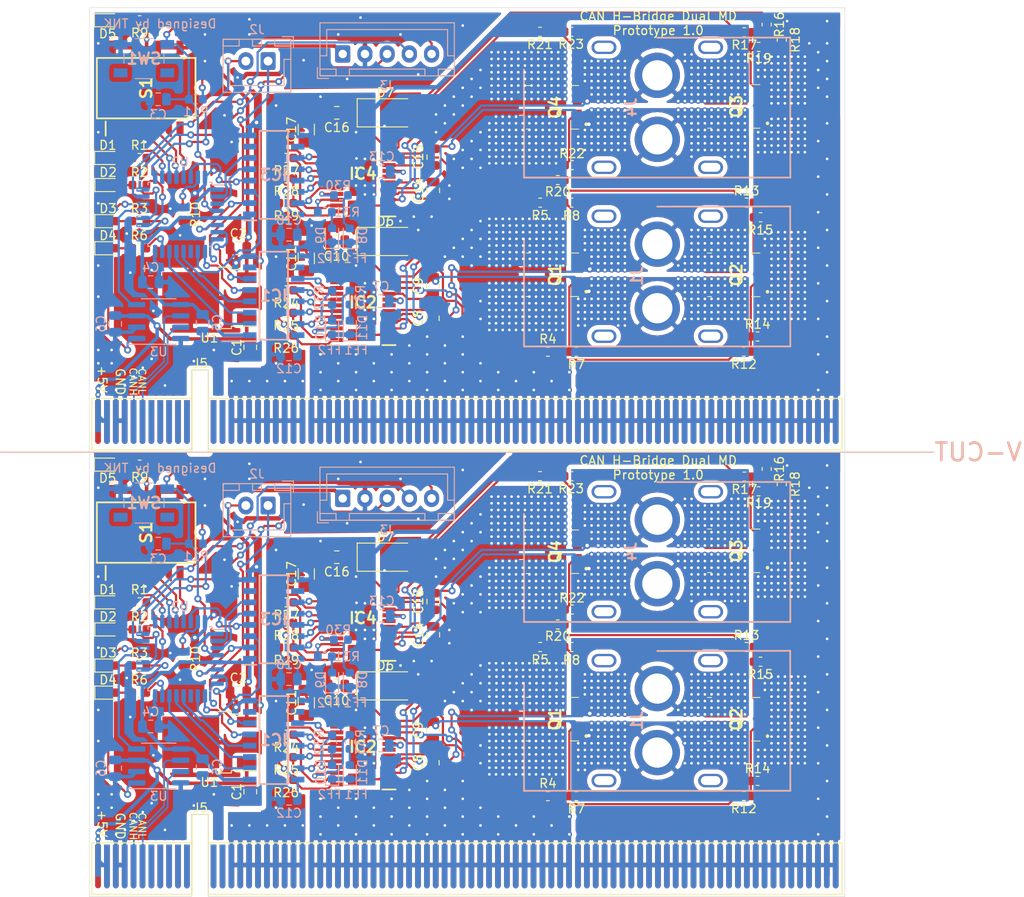
<source format=kicad_pcb>
(kicad_pcb (version 20171130) (host pcbnew "(5.1.4)-1")
  (layers (0 F.Cu signal) (31 B.Cu signal) (34 B.Paste user) (35 F.Paste user) (36 B.SilkS user) (37 F.SilkS user) (38 B.Mask user) (39 F.Mask user) (44 Edge.Cuts user))
  (net 0 "")
  (net 1 GND)
  (net 2 +5V)
  (net 3 NRST)
  (net 4 +3V3)
  (net 5 GNDPWR)
  (net 6 VREG_1)
  (net 7 "Net-(C8-Pad2)")
  (net 8 SB_1)
  (net 9 SA_1)
  (net 10 "Net-(C9-Pad1)")
  (net 11 VCC)
  (net 12 SB_0)
  (net 13 VREG_0)
  (net 14 SA_0)
  (net 15 "Net-(C16-Pad1)")
  (net 16 MD_V5_1)
  (net 17 MD_V5_0)
  (net 18 "Net-(D1-Pad2)")
  (net 19 "Net-(D2-Pad2)")
  (net 20 "Net-(D4-Pad2)")
  (net 21 MD_RESET_1)
  (net 22 MD_PWMH_1)
  (net 23 MD_PWML_1)
  (net 24 MD_SR_1)
  (net 25 MD_PHASE_1)
  (net 26 GLA_1)
  (net 27 GHA_1)
  (net 28 GHB_1)
  (net 29 GLB_1)
  (net 30 IC_RESET_1)
  (net 31 IC_PWML_1)
  (net 32 IC_PWMH_1)
  (net 33 IC_SR_1)
  (net 34 IC_PHASE_1)
  (net 35 MD_PHASE_0)
  (net 36 MD_SR_0)
  (net 37 MD_PWMH_0)
  (net 38 MD_PWML_0)
  (net 39 MD_RESET_0)
  (net 40 IC_RESET_0)
  (net 41 IC_PWML_0)
  (net 42 IC_PWMH_0)
  (net 43 IC_SR_0)
  (net 44 IC_PHASE_0)
  (net 45 "Net-(IC4-Pad28)")
  (net 46 "Net-(IC4-Pad27)")
  (net 47 GLA_0)
  (net 48 GHA_0)
  (net 49 GHB_0)
  (net 50 GLB_0)
  (net 51 /SWDIO)
  (net 52 /SWCLK)
  (net 53 VCP_RX)
  (net 54 VCP_TX)
  (net 55 "Net-(Q1-Pad4)")
  (net 56 "Net-(Q1-Pad2)")
  (net 57 "Net-(Q2-Pad4)")
  (net 58 "Net-(Q2-Pad2)")
  (net 59 "Net-(Q3-Pad4)")
  (net 60 "Net-(Q3-Pad2)")
  (net 61 "Net-(Q4-Pad4)")
  (net 62 "Net-(Q4-Pad2)")
  (net 63 "Net-(C10-Pad1)")
  (net 64 "Net-(C11-Pad2)")
  (net 65 "Net-(C11-Pad1)")
  (net 66 "Net-(IC2-Pad28)")
  (net 67 "Net-(IC2-Pad27)")
  (net 68 /BOOT)
  (net 69 /CAN_TD)
  (net 70 /CAN_RD)
  (net 71 "Net-(C14-Pad2)")
  (net 72 "Net-(C15-Pad1)")
  (net 73 MD0_LED_L)
  (net 74 MD0_LED_H)
  (net 75 MD1_LED_L)
  (net 76 MD1_LED_H)
  (net 77 DIP_SW_1)
  (net 78 DIP_SW_2)
  (net 79 DIP_SW_3)
  (net 80 DIP_SW_4)
  (net 81 "Net-(D3-Pad2)")
  (net 82 "Net-(J5-PadA10)")
  (net 83 "Net-(J5-PadB10)")
  (net 84 "Net-(C17-Pad1)")
  (net 85 "Net-(C17-Pad2)")
  (net 86 "Net-(D5-Pad2)")
  (net 87 CAN+)
  (net 88 CAN-)
  (net 89 "Net-(J5-PadA8)")
  (net 90 "Net-(J5-PadA7)")
  (net 91 "Net-(J5-PadB8)")
  (net 92 "Net-(J5-PadB7)")
  (net 93 "Net-(J5-PadB6)")
  (net 94 "Net-(J5-PadB5)")
  (net 95 "Net-(J5-PadB9)")
  (net 96 "Net-(J5-PadB11)")
  (net 97 "Net-(J5-PadB12)")
  (net 98 "Net-(J5-PadB13)")
  (net 99 "Net-(J5-PadA9)")
  (net 100 "Net-(J5-PadA11)")
  (net 101 "Net-(J5-PadA12)")
  (net 102 "Net-(J5-PadA13)")
  (net 103 MD_FF2_1)
  (net 104 MD_FF1_1)
  (net 105 MD_FF1_0)
  (net 106 MD_FF2_0)
  (net 107 "Net-(D8-Pad2)")
  (net 108 "Net-(D9-Pad2)")
  (net 109 "Net-(D10-Pad2)")
  (net 110 "Net-(D11-Pad2)")
  (module Diode_SMD:D_0603_1608Metric (layer F.Cu) (at 122.0955 54.944)
    (fp_text reference D2 (at 0 -1.43) (layer F.SilkS))
    (fp_text value LED)
    (pad 1 smd roundrect (at -0.7875 0) (size 0.875 0.95) (layers F.Cu F.Paste F.Mask) (net 1 GND))
    (pad 2 smd roundrect (at 0.7875 0) (size 0.875 0.95) (layers F.Cu F.Paste F.Mask) (net 19 "Net-(D2-Pad2)"))
  )
  (module Diode_SMD:D_0603_1608Metric (layer F.Cu) (at 122.0955 62.056)
    (fp_text reference D4 (at 0 -1.43) (layer F.SilkS))
    (fp_text value LED)
    (pad 1 smd roundrect (at -0.7875 0) (size 0.875 0.95) (layers F.Cu F.Paste F.Mask) (net 1 GND))
    (pad 2 smd roundrect (at 0.7875 0) (size 0.875 0.95) (layers F.Cu F.Paste F.Mask) (net 20 "Net-(D4-Pad2)"))
  )
  (module Package_QFP:LQFP-32_7x7mm_P0.8mm (layer B.Cu) (at 130.198 58.246 180)
    (fp_text reference U2 (at 0 5.88) (layer B.SilkS) (effects (justify mirror)))
    (fp_text value STM32F042K6Tx)
    (pad 1 smd roundrect (at -4.175 2.8 180) (size 1.5 0.5) (layers B.Cu B.Paste B.Mask) (net 4 +3V3))
    (pad 2 smd roundrect (at -4.175 2 180) (size 1.5 0.5) (layers B.Cu B.Paste B.Mask) (net 44 IC_PHASE_0))
    (pad 3 smd roundrect (at -4.175 1.2 180) (size 1.5 0.5) (layers B.Cu B.Paste B.Mask) (net 43 IC_SR_0))
    (pad 4 smd roundrect (at -4.175 0.4 180) (size 1.5 0.5) (layers B.Cu B.Paste B.Mask) (net 3 NRST))
    (pad 5 smd roundrect (at -4.175 -0.4 180) (size 1.5 0.5) (layers B.Cu B.Paste B.Mask) (net 4 +3V3))
    (pad 6 smd roundrect (at -4.175 -1.2 180) (size 1.5 0.5) (layers B.Cu B.Paste B.Mask) (net 40 IC_RESET_0))
    (pad 7 smd roundrect (at -4.175 -2 180) (size 1.5 0.5) (layers B.Cu B.Paste B.Mask) (net 34 IC_PHASE_1))
    (pad 8 smd roundrect (at -4.175 -2.8 180) (size 1.5 0.5) (layers B.Cu B.Paste B.Mask) (net 54 VCP_TX))
    (pad 9 smd roundrect (at -2.8 -4.175 180) (size 0.5 1.5) (layers B.Cu B.Paste B.Mask) (net 33 IC_SR_1))
    (pad 10 smd roundrect (at -2 -4.175 180) (size 0.5 1.5) (layers B.Cu B.Paste B.Mask) (net 42 IC_PWMH_0))
    (pad 11 smd roundrect (at -1.2 -4.175 180) (size 0.5 1.5) (layers B.Cu B.Paste B.Mask))
    (pad 12 smd roundrect (at -0.4 -4.175 180) (size 0.5 1.5) (layers B.Cu B.Paste B.Mask) (net 31 IC_PWML_1))
    (pad 13 smd roundrect (at 0.4 -4.175 180) (size 0.5 1.5) (layers B.Cu B.Paste B.Mask) (net 32 IC_PWMH_1))
    (pad 14 smd roundrect (at 1.2 -4.175 180) (size 0.5 1.5) (layers B.Cu B.Paste B.Mask) (net 30 IC_RESET_1))
    (pad 15 smd roundrect (at 2 -4.175 180) (size 0.5 1.5) (layers B.Cu B.Paste B.Mask) (net 75 MD1_LED_L))
    (pad 16 smd roundrect (at 2.8 -4.175 180) (size 0.5 1.5) (layers B.Cu B.Paste B.Mask) (net 1 GND))
    (pad 17 smd roundrect (at 4.175 -2.8 180) (size 1.5 0.5) (layers B.Cu B.Paste B.Mask) (net 4 +3V3))
    (pad 18 smd roundrect (at 4.175 -2 180) (size 1.5 0.5) (layers B.Cu B.Paste B.Mask) (net 76 MD1_LED_H))
    (pad 19 smd roundrect (at 4.175 -1.2 180) (size 1.5 0.5) (layers B.Cu B.Paste B.Mask) (net 73 MD0_LED_L))
    (pad 20 smd roundrect (at 4.175 -0.4 180) (size 1.5 0.5) (layers B.Cu B.Paste B.Mask) (net 74 MD0_LED_H))
    (pad 21 smd roundrect (at 4.175 0.4 180) (size 1.5 0.5) (layers B.Cu B.Paste B.Mask) (net 70 /CAN_RD))
    (pad 22 smd roundrect (at 4.175 1.2 180) (size 1.5 0.5) (layers B.Cu B.Paste B.Mask) (net 69 /CAN_TD))
    (pad 23 smd roundrect (at 4.175 2 180) (size 1.5 0.5) (layers B.Cu B.Paste B.Mask) (net 51 /SWDIO))
    (pad 24 smd roundrect (at 4.175 2.8 180) (size 1.5 0.5) (layers B.Cu B.Paste B.Mask) (net 52 /SWCLK))
    (pad 25 smd roundrect (at 2.8 4.175 180) (size 0.5 1.5) (layers B.Cu B.Paste B.Mask) (net 53 VCP_RX))
    (pad 26 smd roundrect (at 2 4.175 180) (size 0.5 1.5) (layers B.Cu B.Paste B.Mask) (net 77 DIP_SW_1))
    (pad 27 smd roundrect (at 1.2 4.175 180) (size 0.5 1.5) (layers B.Cu B.Paste B.Mask) (net 78 DIP_SW_2))
    (pad 28 smd roundrect (at 0.4 4.175 180) (size 0.5 1.5) (layers B.Cu B.Paste B.Mask) (net 79 DIP_SW_3))
    (pad 29 smd roundrect (at -0.4 4.175 180) (size 0.5 1.5) (layers B.Cu B.Paste B.Mask) (net 80 DIP_SW_4))
    (pad 30 smd roundrect (at -1.2 4.175 180) (size 0.5 1.5) (layers B.Cu B.Paste B.Mask) (net 41 IC_PWML_0))
    (pad 31 smd roundrect (at -2 4.175 180) (size 0.5 1.5) (layers B.Cu B.Paste B.Mask) (net 68 /BOOT))
    (pad 32 smd roundrect (at -2.8 4.175 180) (size 0.5 1.5) (layers B.Cu B.Paste B.Mask) (net 1 GND))
  )
  (module SamacSys_Parts:PTS647SM38SMTR2LFS (layer B.Cu) (at 126.134 40.72 180)
    (fp_text reference SW1 (at 0 0) (layer B.SilkS) (effects (font (size 1.27 1.27) (thickness 0.254)) (justify mirror)))
    (fp_text value SW_Push hide)
    (pad 1 smd rect (at -2.625 1.6 90) (size 1 1.55) (layers B.Cu B.Paste B.Mask) (net 3 NRST))
    (pad 2 smd rect (at 2.625 1.6 90) (size 1 1.55) (layers B.Cu B.Paste B.Mask) (net 1 GND))
    (pad 3 smd rect (at -2.625 -1.6 90) (size 1 1.55) (layers B.Cu B.Paste B.Mask))
    (pad 4 smd rect (at 2.625 -1.6 90) (size 1 1.55) (layers B.Cu B.Paste B.Mask))
  )
  (module Resistor_SMD:R_0603_1608Metric (layer F.Cu) (at 125.626 54.944)
    (fp_text reference R2 (at 0 -1.43) (layer F.SilkS))
    (fp_text value 2.2K)
    (pad 1 smd roundrect (at -0.7875 0) (size 0.875 0.95) (layers F.Cu F.Paste F.Mask) (net 19 "Net-(D2-Pad2)"))
    (pad 2 smd roundrect (at 0.7875 0) (size 0.875 0.95) (layers F.Cu F.Paste F.Mask) (net 73 MD0_LED_L))
  )
  (module SamacSys_Parts:SOP254P980X370-8N (layer F.Cu) (at 126.388 44.044 90)
    (fp_text reference S1 (at 0 0 90) (layer F.SilkS) (effects (font (size 1.27 1.27) (thickness 0.254))))
    (fp_text value IKD0403101 hide)
    (pad 1 smd rect (at -4.55 -3.81 180) (size 0.8 1.6) (layers F.Cu F.Paste F.Mask) (net 77 DIP_SW_1))
    (pad 2 smd rect (at -4.55 -1.27 180) (size 0.8 1.6) (layers F.Cu F.Paste F.Mask) (net 78 DIP_SW_2))
    (pad 3 smd rect (at -4.55 1.27 180) (size 0.8 1.6) (layers F.Cu F.Paste F.Mask) (net 79 DIP_SW_3))
    (pad 4 smd rect (at -4.55 3.81 180) (size 0.8 1.6) (layers F.Cu F.Paste F.Mask) (net 80 DIP_SW_4))
    (pad 5 smd rect (at 4.55 3.81 180) (size 0.8 1.6) (layers F.Cu F.Paste F.Mask) (net 4 +3V3))
    (pad 6 smd rect (at 4.55 1.27 180) (size 0.8 1.6) (layers F.Cu F.Paste F.Mask) (net 4 +3V3))
    (pad 7 smd rect (at 4.55 -1.27 180) (size 0.8 1.6) (layers F.Cu F.Paste F.Mask) (net 4 +3V3))
    (pad 8 smd rect (at 4.55 -3.81 180) (size 0.8 1.6) (layers F.Cu F.Paste F.Mask) (net 4 +3V3))
  )
  (module Resistor_SMD:R_0603_1608Metric (layer F.Cu) (at 125.6005 62.056)
    (fp_text reference R6 (at 0 -1.43) (layer F.SilkS))
    (fp_text value 2.2K)
    (pad 1 smd roundrect (at -0.7875 0) (size 0.875 0.95) (layers F.Cu F.Paste F.Mask) (net 20 "Net-(D4-Pad2)"))
    (pad 2 smd roundrect (at 0.7875 0) (size 0.875 0.95) (layers F.Cu F.Paste F.Mask) (net 75 MD1_LED_L))
  )
  (module SamacSys_Parts:SOIC127P600X175-16N (layer B.Cu) (at 140.739 53.801)
    (fp_text reference IC3 (at 0 0) (layer B.SilkS) (effects (font (size 1.27 1.27) (thickness 0.254)) (justify mirror)))
    (fp_text value SI8650AB-B-IS1 hide)
    (pad 16 smd rect (at 2.7 4.445 270) (size 0.65 1.5) (layers B.Cu B.Paste B.Mask) (net 17 MD_V5_0))
    (pad 15 smd rect (at 2.7 3.175 270) (size 0.65 1.5) (layers B.Cu B.Paste B.Mask) (net 39 MD_RESET_0))
    (pad 14 smd rect (at 2.7 1.905 270) (size 0.65 1.5) (layers B.Cu B.Paste B.Mask) (net 37 MD_PWMH_0))
    (pad 13 smd rect (at 2.7 0.635 270) (size 0.65 1.5) (layers B.Cu B.Paste B.Mask) (net 38 MD_PWML_0))
    (pad 12 smd rect (at 2.7 -0.635 270) (size 0.65 1.5) (layers B.Cu B.Paste B.Mask) (net 36 MD_SR_0))
    (pad 11 smd rect (at 2.7 -1.905 270) (size 0.65 1.5) (layers B.Cu B.Paste B.Mask) (net 35 MD_PHASE_0))
    (pad 10 smd rect (at 2.7 -3.175 270) (size 0.65 1.5) (layers B.Cu B.Paste B.Mask))
    (pad 9 smd rect (at 2.7 -4.445 270) (size 0.65 1.5) (layers B.Cu B.Paste B.Mask) (net 5 GNDPWR))
    (pad 8 smd rect (at -2.7 -4.445 270) (size 0.65 1.5) (layers B.Cu B.Paste B.Mask) (net 1 GND))
    (pad 7 smd rect (at -2.7 -3.175 270) (size 0.65 1.5) (layers B.Cu B.Paste B.Mask))
    (pad 6 smd rect (at -2.7 -1.905 270) (size 0.65 1.5) (layers B.Cu B.Paste B.Mask) (net 44 IC_PHASE_0))
    (pad 5 smd rect (at -2.7 -0.635 270) (size 0.65 1.5) (layers B.Cu B.Paste B.Mask) (net 43 IC_SR_0))
    (pad 4 smd rect (at -2.7 0.635 270) (size 0.65 1.5) (layers B.Cu B.Paste B.Mask) (net 41 IC_PWML_0))
    (pad 3 smd rect (at -2.7 1.905 270) (size 0.65 1.5) (layers B.Cu B.Paste B.Mask) (net 42 IC_PWMH_0))
    (pad 2 smd rect (at -2.7 3.175 270) (size 0.65 1.5) (layers B.Cu B.Paste B.Mask) (net 40 IC_RESET_0))
    (pad 1 smd rect (at -2.7 4.445 270) (size 0.65 1.5) (layers B.Cu B.Paste B.Mask) (net 4 +3V3))
  )
  (module Resistor_SMD:R_0603_1608Metric (layer F.Cu) (at 125.626 51.896)
    (fp_text reference R1 (at 0 -1.43) (layer F.SilkS))
    (fp_text value 2.2K)
    (pad 1 smd roundrect (at -0.7875 0) (size 0.875 0.95) (layers F.Cu F.Paste F.Mask) (net 18 "Net-(D1-Pad2)"))
    (pad 2 smd roundrect (at 0.7875 0) (size 0.875 0.95) (layers F.Cu F.Paste F.Mask) (net 74 MD0_LED_H))
  )
  (module Resistor_SMD:R_0603_1608Metric (layer F.Cu) (at 142.136 71.865 180)
    (fp_text reference R26 (at 0 -1.43) (layer F.SilkS))
    (fp_text value 1.2k)
    (pad 2 smd roundrect (at 0.7875 0 180) (size 0.875 0.95) (layers F.Cu F.Paste F.Mask) (net 5 GNDPWR))
    (pad 1 smd roundrect (at -0.7875 0 180) (size 0.875 0.95) (layers F.Cu F.Paste F.Mask) (net 66 "Net-(IC2-Pad28)"))
  )
  (module Resistor_SMD:R_0603_1608Metric (layer F.Cu) (at 142.1615 56.976 180)
    (fp_text reference R29 (at 0 -1.43) (layer F.SilkS))
    (fp_text value 1.2k)
    (pad 2 smd roundrect (at 0.7875 0 180) (size 0.875 0.95) (layers F.Cu F.Paste F.Mask) (net 5 GNDPWR))
    (pad 1 smd roundrect (at -0.7875 0 180) (size 0.875 0.95) (layers F.Cu F.Paste F.Mask) (net 45 "Net-(IC4-Pad28)"))
  )
  (module Package_SO:SOIC-8_3.9x4.9mm_P1.27mm (layer B.Cu) (at 127.8 70.3)
    (fp_text reference U3 (at 0 3.4) (layer B.SilkS) (effects (justify mirror)))
    (fp_text value MCP2562-E-SN)
    (pad 1 smd roundrect (at -2.475 1.905) (size 1.95 0.6) (layers B.Cu B.Paste B.Mask) (net 69 /CAN_TD))
    (pad 2 smd roundrect (at -2.475 0.635) (size 1.95 0.6) (layers B.Cu B.Paste B.Mask) (net 1 GND))
    (pad 3 smd roundrect (at -2.475 -0.635) (size 1.95 0.6) (layers B.Cu B.Paste B.Mask) (net 2 +5V))
    (pad 4 smd roundrect (at -2.475 -1.905) (size 1.95 0.6) (layers B.Cu B.Paste B.Mask) (net 70 /CAN_RD))
    (pad 5 smd roundrect (at 2.475 -1.905) (size 1.95 0.6) (layers B.Cu B.Paste B.Mask) (net 4 +3V3))
    (pad 6 smd roundrect (at 2.475 -0.635) (size 1.95 0.6) (layers B.Cu B.Paste B.Mask) (net 88 CAN-))
    (pad 7 smd roundrect (at 2.475 0.635) (size 1.95 0.6) (layers B.Cu B.Paste B.Mask) (net 87 CAN+))
    (pad 8 smd roundrect (at 2.475 1.905) (size 1.95 0.6) (layers B.Cu B.Paste B.Mask) (net 1 GND))
  )
  (module Resistor_SMD:R_0603_1608Metric (layer F.Cu) (at 142.1615 54.2 180)
    (fp_text reference R28 (at 0 -1.43) (layer F.SilkS))
    (fp_text value 3.74k)
    (pad 2 smd roundrect (at 0.7875 0 180) (size 0.875 0.95) (layers F.Cu F.Paste F.Mask) (net 17 MD_V5_0))
    (pad 1 smd roundrect (at -0.7875 0 180) (size 0.875 0.95) (layers F.Cu F.Paste F.Mask) (net 45 "Net-(IC4-Pad28)"))
  )
  (module SamacSys_Parts:NVMFD5C446NLWFT1G (layer F.Cu) (at 172.397 65.04 90)
    (fp_text reference Q1 (at 0 0 90) (layer F.SilkS) (effects (font (size 1.27 1.27) (thickness 0.254))))
    (fp_text value NVMFD5C650NLWFT1G hide)
    (pad 1 smd rect (at -1.905 2.492 90) (size 0.75 1) (layers F.Cu F.Paste F.Mask) (net 9 SA_1))
    (pad 2 smd rect (at -0.635 2.492 90) (size 0.75 1) (layers F.Cu F.Paste F.Mask) (net 56 "Net-(Q1-Pad2)"))
    (pad 3 smd rect (at 0.635 2.492 90) (size 0.75 1) (layers F.Cu F.Paste F.Mask) (net 8 SB_1))
    (pad 4 smd rect (at 1.905 2.492 90) (size 0.75 1) (layers F.Cu F.Paste F.Mask) (net 55 "Net-(Q1-Pad4)"))
    (pad 5 smd rect (at 1.905 -3.317 180) (size 0.56 0.75) (layers F.Cu F.Paste F.Mask) (net 11 VCC))
    (pad 6 smd rect (at 0.575 -3.317 180) (size 0.56 0.75) (layers F.Cu F.Paste F.Mask) (net 11 VCC))
    (pad 7 smd rect (at -0.575 -3.317 180) (size 0.56 0.75) (layers F.Cu F.Paste F.Mask) (net 11 VCC))
    (pad 8 smd rect (at -1.905 -3.317 180) (size 0.56 0.75) (layers F.Cu F.Paste F.Mask) (net 11 VCC))
    (pad 9 smd rect (at -2.527 -1.757 90) (size 0.495 1.4) (layers F.Cu F.Paste F.Mask) (net 11 VCC))
    (pad 10 smd rect (at -2.527 0.543 90) (size 0.495 1.4) (layers F.Cu F.Paste F.Mask) (net 11 VCC))
    (pad 11 smd rect (at 2.527 0.543 90) (size 0.495 1.4) (layers F.Cu F.Paste F.Mask) (net 11 VCC))
    (pad 12 smd rect (at 2.527 -1.757 90) (size 0.495 1.4) (layers F.Cu F.Paste F.Mask) (net 11 VCC))
    (pad 11 smd rect (at 1.24 -0.897 90) (size 2.08 4.28) (layers F.Cu F.Paste F.Mask) (net 11 VCC))
    (pad 10 smd rect (at -1.24 -0.897 90) (size 2.08 4.28) (layers F.Cu F.Paste F.Mask) (net 11 VCC))
  )
  (module Resistor_SMD:R_0603_1608Metric (layer F.Cu) (at 195.5155 58.573)
    (fp_text reference R15 (at -0.0155 1.427) (layer F.SilkS))
    (fp_text value 10K)
    (pad 2 smd roundrect (at 0.7875 0) (size 0.875 0.95) (layers F.Cu F.Paste F.Mask) (net 5 GNDPWR))
    (pad 1 smd roundrect (at -0.7875 0) (size 0.875 0.95) (layers F.Cu F.Paste F.Mask) (net 57 "Net-(Q2-Pad4)"))
  )
  (module Resistor_SMD:R_0603_1608Metric (layer F.Cu) (at 195.1757 71.9842 180)
    (fp_text reference R14 (at 0 1.3842 180) (layer F.SilkS))
    (fp_text value 10K)
    (pad 2 smd roundrect (at 0.7875 0 180) (size 0.875 0.95) (layers F.Cu F.Paste F.Mask) (net 58 "Net-(Q2-Pad2)"))
    (pad 1 smd roundrect (at -0.7875 0 180) (size 0.875 0.95) (layers F.Cu F.Paste F.Mask) (net 5 GNDPWR))
  )
  (module SamacSys_Parts:NVMFD5C446NLWFT1G (layer F.Cu) (at 192.797 65.05 90)
    (fp_text reference Q2 (at 0 0 90) (layer F.SilkS) (effects (font (size 1.27 1.27) (thickness 0.254))))
    (fp_text value NVMFD5C650NLWFT1G hide)
    (pad 1 smd rect (at -1.905 2.492 90) (size 0.75 1) (layers F.Cu F.Paste F.Mask) (net 5 GNDPWR))
    (pad 2 smd rect (at -0.635 2.492 90) (size 0.75 1) (layers F.Cu F.Paste F.Mask) (net 58 "Net-(Q2-Pad2)"))
    (pad 3 smd rect (at 0.635 2.492 90) (size 0.75 1) (layers F.Cu F.Paste F.Mask) (net 5 GNDPWR))
    (pad 4 smd rect (at 1.905 2.492 90) (size 0.75 1) (layers F.Cu F.Paste F.Mask) (net 57 "Net-(Q2-Pad4)"))
    (pad 5 smd rect (at 1.905 -3.317 180) (size 0.56 0.75) (layers F.Cu F.Paste F.Mask) (net 8 SB_1))
    (pad 6 smd rect (at 0.575 -3.317 180) (size 0.56 0.75) (layers F.Cu F.Paste F.Mask) (net 8 SB_1))
    (pad 7 smd rect (at -0.575 -3.317 180) (size 0.56 0.75) (layers F.Cu F.Paste F.Mask) (net 9 SA_1))
    (pad 8 smd rect (at -1.905 -3.317 180) (size 0.56 0.75) (layers F.Cu F.Paste F.Mask) (net 9 SA_1))
    (pad 9 smd rect (at -2.527 -1.757 90) (size 0.495 1.4) (layers F.Cu F.Paste F.Mask) (net 9 SA_1))
    (pad 10 smd rect (at -2.527 0.543 90) (size 0.495 1.4) (layers F.Cu F.Paste F.Mask) (net 9 SA_1))
    (pad 11 smd rect (at 2.527 0.543 90) (size 0.495 1.4) (layers F.Cu F.Paste F.Mask) (net 8 SB_1))
    (pad 12 smd rect (at 2.527 -1.757 90) (size 0.495 1.4) (layers F.Cu F.Paste F.Mask) (net 8 SB_1))
    (pad 11 smd rect (at 1.24 -0.897 90) (size 2.08 4.28) (layers F.Cu F.Paste F.Mask) (net 8 SB_1))
    (pad 10 smd rect (at -1.24 -0.897 90) (size 2.08 4.28) (layers F.Cu F.Paste F.Mask) (net 9 SA_1))
  )
  (module Resistor_SMD:R_0603_1608Metric (layer F.Cu) (at 193.9405 56.922 180)
    (fp_text reference R13 (at 0 1.322) (layer F.SilkS))
    (fp_text value 100)
    (pad 2 smd roundrect (at 0.7875 0 180) (size 0.875 0.95) (layers F.Cu F.Paste F.Mask) (net 29 GLB_1))
    (pad 1 smd roundrect (at -0.7875 0 180) (size 0.875 0.95) (layers F.Cu F.Paste F.Mask) (net 57 "Net-(Q2-Pad4)"))
  )
  (module Resistor_SMD:R_0603_1608Metric (layer F.Cu) (at 197.9 38.6125 90)
    (fp_text reference R18 (at 0 1.5 270) (layer F.SilkS))
    (fp_text value 10K)
    (pad 2 smd roundrect (at 0.7875 0 90) (size 0.875 0.95) (layers F.Cu F.Paste F.Mask) (net 60 "Net-(Q3-Pad2)"))
    (pad 1 smd roundrect (at -0.7875 0 90) (size 0.875 0.95) (layers F.Cu F.Paste F.Mask) (net 5 GNDPWR))
  )
  (module SamacSys_Parts:NVMFD5C446NLWFT1G (layer F.Cu) (at 192.797 46.1 90)
    (fp_text reference Q3 (at 0 0 90) (layer F.SilkS) (effects (font (size 1.27 1.27) (thickness 0.254))))
    (fp_text value NVMFD5C650NLWFT1G hide)
    (pad 10 smd rect (at -1.24 -0.897 90) (size 2.08 4.28) (layers F.Cu F.Paste F.Mask) (net 14 SA_0))
    (pad 11 smd rect (at 1.24 -0.897 90) (size 2.08 4.28) (layers F.Cu F.Paste F.Mask) (net 12 SB_0))
    (pad 12 smd rect (at 2.527 -1.757 90) (size 0.495 1.4) (layers F.Cu F.Paste F.Mask) (net 12 SB_0))
    (pad 11 smd rect (at 2.527 0.543 90) (size 0.495 1.4) (layers F.Cu F.Paste F.Mask) (net 12 SB_0))
    (pad 10 smd rect (at -2.527 0.543 90) (size 0.495 1.4) (layers F.Cu F.Paste F.Mask) (net 14 SA_0))
    (pad 9 smd rect (at -2.527 -1.757 90) (size 0.495 1.4) (layers F.Cu F.Paste F.Mask) (net 14 SA_0))
    (pad 8 smd rect (at -1.905 -3.317 180) (size 0.56 0.75) (layers F.Cu F.Paste F.Mask) (net 14 SA_0))
    (pad 7 smd rect (at -0.575 -3.317 180) (size 0.56 0.75) (layers F.Cu F.Paste F.Mask) (net 14 SA_0))
    (pad 6 smd rect (at 0.575 -3.317 180) (size 0.56 0.75) (layers F.Cu F.Paste F.Mask) (net 12 SB_0))
    (pad 5 smd rect (at 1.905 -3.317 180) (size 0.56 0.75) (layers F.Cu F.Paste F.Mask) (net 12 SB_0))
    (pad 4 smd rect (at 1.905 2.492 90) (size 0.75 1) (layers F.Cu F.Paste F.Mask) (net 59 "Net-(Q3-Pad4)"))
    (pad 3 smd rect (at 0.635 2.492 90) (size 0.75 1) (layers F.Cu F.Paste F.Mask) (net 5 GNDPWR))
    (pad 2 smd rect (at -0.635 2.492 90) (size 0.75 1) (layers F.Cu F.Paste F.Mask) (net 60 "Net-(Q3-Pad2)"))
    (pad 1 smd rect (at -1.905 2.492 90) (size 0.75 1) (layers F.Cu F.Paste F.Mask) (net 5 GNDPWR))
  )
  (module Diode_SMD:D_0603_1608Metric (layer F.Cu) (at 122.0955 59.008)
    (fp_text reference D3 (at 0 -1.43) (layer F.SilkS))
    (fp_text value LED)
    (pad 1 smd roundrect (at -0.7875 0) (size 0.875 0.95) (layers F.Cu F.Paste F.Mask) (net 1 GND))
    (pad 2 smd roundrect (at 0.7875 0) (size 0.875 0.95) (layers F.Cu F.Paste F.Mask) (net 81 "Net-(D3-Pad2)"))
  )
  (module Resistor_SMD:R_0603_1608Metric (layer F.Cu) (at 174.3 52.7 180)
    (fp_text reference R22 (at 0 1.3 180) (layer F.SilkS))
    (fp_text value 10K)
    (pad 2 smd roundrect (at 0.7875 0 180) (size 0.875 0.95) (layers F.Cu F.Paste F.Mask) (net 62 "Net-(Q4-Pad2)"))
    (pad 1 smd roundrect (at -0.7875 0 180) (size 0.875 0.95) (layers F.Cu F.Paste F.Mask) (net 14 SA_0))
  )
  (module Resistor_SMD:R_0603_1608Metric (layer F.Cu) (at 174.246 37.7)
    (fp_text reference R23 (at -0.046 1.4) (layer F.SilkS))
    (fp_text value 10K)
    (pad 2 smd roundrect (at 0.7875 0) (size 0.875 0.95) (layers F.Cu F.Paste F.Mask) (net 12 SB_0))
    (pad 1 smd roundrect (at -0.7875 0) (size 0.875 0.95) (layers F.Cu F.Paste F.Mask) (net 61 "Net-(Q4-Pad4)"))
  )
  (module Resistor_SMD:R_0603_1608Metric (layer F.Cu) (at 142.1615 66.785 180)
    (fp_text reference R24 (at 0 -1.43 180) (layer F.SilkS))
    (fp_text value 30K)
    (pad 2 smd roundrect (at 0.7875 0 180) (size 0.875 0.95) (layers F.Cu F.Paste F.Mask) (net 16 MD_V5_1))
    (pad 1 smd roundrect (at -0.7875 0 180) (size 0.875 0.95) (layers F.Cu F.Paste F.Mask) (net 67 "Net-(IC2-Pad27)"))
  )
  (module Resistor_SMD:R_0603_1608Metric (layer F.Cu) (at 142.136 69.325 180)
    (fp_text reference R25 (at 0 -1.43) (layer F.SilkS))
    (fp_text value 3.74k)
    (pad 2 smd roundrect (at 0.7875 0 180) (size 0.875 0.95) (layers F.Cu F.Paste F.Mask) (net 16 MD_V5_1))
    (pad 1 smd roundrect (at -0.7875 0 180) (size 0.875 0.95) (layers F.Cu F.Paste F.Mask) (net 66 "Net-(IC2-Pad28)"))
  )
  (module Resistor_SMD:R_0603_1608Metric (layer F.Cu) (at 174.7875 73.7 180)
    (fp_text reference R7 (at 0 -1.43 180) (layer F.SilkS))
    (fp_text value 10K)
    (pad 2 smd roundrect (at 0.7875 0 180) (size 0.875 0.95) (layers F.Cu F.Paste F.Mask) (net 56 "Net-(Q1-Pad2)"))
    (pad 1 smd roundrect (at -0.7875 0 180) (size 0.875 0.95) (layers F.Cu F.Paste F.Mask) (net 9 SA_1))
  )
  (module Resistor_SMD:R_0603_1608Metric (layer F.Cu) (at 174.246 56.922)
    (fp_text reference R8 (at 0 1.478) (layer F.SilkS))
    (fp_text value 10K)
    (pad 2 smd roundrect (at 0.7875 0) (size 0.875 0.95) (layers F.Cu F.Paste F.Mask) (net 8 SB_1))
    (pad 1 smd roundrect (at -0.7875 0) (size 0.875 0.95) (layers F.Cu F.Paste F.Mask) (net 55 "Net-(Q1-Pad4)"))
  )
  (module Diode_SMD:D_0603_1608Metric (layer F.Cu) (at 122.07 51.896)
    (fp_text reference D1 (at 0 -1.43) (layer F.SilkS))
    (fp_text value LED)
    (pad 1 smd roundrect (at -0.7875 0) (size 0.875 0.95) (layers F.Cu F.Paste F.Mask) (net 1 GND))
    (pad 2 smd roundrect (at 0.7875 0) (size 0.875 0.95) (layers F.Cu F.Paste F.Mask) (net 18 "Net-(D1-Pad2)"))
  )
  (module Resistor_SMD:R_0603_1608Metric (layer F.Cu) (at 196.2 36.8875 270)
    (fp_text reference R16 (at 0 -1.43 90) (layer F.SilkS))
    (fp_text value 100)
    (pad 2 smd roundrect (at 0.7875 0 270) (size 0.875 0.95) (layers F.Cu F.Paste F.Mask) (net 60 "Net-(Q3-Pad2)"))
    (pad 1 smd roundrect (at -0.7875 0 270) (size 0.875 0.95) (layers F.Cu F.Paste F.Mask) (net 47 GLA_0))
  )
  (module Resistor_SMD:R_0603_1608Metric (layer F.Cu) (at 193.6875 37.7524 180)
    (fp_text reference R17 (at 0 -1.43) (layer F.SilkS))
    (fp_text value 100)
    (pad 2 smd roundrect (at 0.7875 0 180) (size 0.875 0.95) (layers F.Cu F.Paste F.Mask) (net 50 GLB_0))
    (pad 1 smd roundrect (at -0.7875 0 180) (size 0.875 0.95) (layers F.Cu F.Paste F.Mask) (net 59 "Net-(Q3-Pad4)"))
  )
  (module Diode_SMD:D_0603_1608Metric (layer F.Cu) (at 122.0445 36.402)
    (fp_text reference D5 (at 0 1.524) (layer F.SilkS))
    (fp_text value LED)
    (pad 1 smd roundrect (at -0.7875 0) (size 0.875 0.95) (layers F.Cu F.Paste F.Mask) (net 1 GND))
    (pad 2 smd roundrect (at 0.7875 0) (size 0.875 0.95) (layers F.Cu F.Paste F.Mask) (net 86 "Net-(D5-Pad2)"))
  )
  (module Package_TO_SOT_SMD:TO-252-2 (layer F.Cu) (at 133.5 67.644 180)
    (fp_text reference U1 (at 0 -4.5 180) (layer F.SilkS))
    (fp_text value "LDO_3.3V ")
    (pad 1 smd rect (at -4.2 -2.28 180) (size 2.2 1.2) (layers F.Cu F.Paste F.Mask) (net 2 +5V))
    (pad 3 smd rect (at -4.2 2.28 180) (size 2.2 1.2) (layers F.Cu F.Paste F.Mask) (net 4 +3V3))
    (pad 2 smd rect (at 2.1 0 180) (size 6.4 5.8) (layers F.Cu F.Mask) (net 1 GND))
  )
  (module Capacitor_SMD:C_0805_2012Metric (layer B.Cu) (at 122.9 70.5625 90)
    (fp_text reference C6 (at 0 -1.6 270) (layer B.SilkS) (effects (justify mirror)))
    (fp_text value 0.1uF)
    (pad 1 smd roundrect (at -0.9375 0 90) (size 0.975 1.4) (layers B.Cu B.Paste B.Mask) (net 1 GND))
    (pad 2 smd roundrect (at 0.9375 0 90) (size 0.975 1.4) (layers B.Cu B.Paste B.Mask) (net 2 +5V))
  )
  (module Resistor_SMD:R_0603_1608Metric (layer F.Cu) (at 125.626 59.008)
    (fp_text reference R3 (at 0 -1.43) (layer F.SilkS))
    (fp_text value 2.2K)
    (pad 1 smd roundrect (at -0.7875 0) (size 0.875 0.95) (layers F.Cu F.Paste F.Mask) (net 81 "Net-(D3-Pad2)"))
    (pad 2 smd roundrect (at 0.7875 0) (size 0.875 0.95) (layers F.Cu F.Paste F.Mask) (net 76 MD1_LED_H))
  )
  (module Resistor_SMD:R_0603_1608Metric (layer F.Cu) (at 195.3 39.4)
    (fp_text reference R19 (at 0 1.3 180) (layer F.SilkS))
    (fp_text value 10K)
    (pad 2 smd roundrect (at 0.7875 0) (size 0.875 0.95) (layers F.Cu F.Paste F.Mask) (net 5 GNDPWR))
    (pad 1 smd roundrect (at -0.7875 0) (size 0.875 0.95) (layers F.Cu F.Paste F.Mask) (net 59 "Net-(Q3-Pad4)"))
  )
  (module Resistor_SMD:R_0603_1608Metric (layer F.Cu) (at 142.1615 51.896 180)
    (fp_text reference R27 (at 0 -1.43) (layer F.SilkS))
    (fp_text value 30K)
    (pad 2 smd roundrect (at 0.7875 0 180) (size 0.875 0.95) (layers F.Cu F.Paste F.Mask) (net 17 MD_V5_0))
    (pad 1 smd roundrect (at -0.7875 0 180) (size 0.875 0.95) (layers F.Cu F.Paste F.Mask) (net 46 "Net-(IC4-Pad27)"))
  )
  (module SamacSys_Parts:SOP65P640X120-29N (layer F.Cu) (at 150.772 68.152 180)
    (fp_text reference IC2 (at 0 0) (layer F.SilkS) (effects (font (size 1.27 1.27) (thickness 0.254))))
    (fp_text value A3921KLPTR-T hide)
    (pad 29 smd rect (at 0 0 180) (size 3 5) (layers F.Cu F.Paste F.Mask) (net 5 GNDPWR))
    (pad 28 smd rect (at 2.938 -4.225 270) (size 0.45 1.475) (layers F.Cu F.Paste F.Mask) (net 66 "Net-(IC2-Pad28)"))
    (pad 27 smd rect (at 2.938 -3.575 270) (size 0.45 1.475) (layers F.Cu F.Paste F.Mask) (net 67 "Net-(IC2-Pad27)"))
    (pad 26 smd rect (at 2.938 -2.925 270) (size 0.45 1.475) (layers F.Cu F.Paste F.Mask) (net 104 MD_FF1_1))
    (pad 25 smd rect (at 2.938 -2.275 270) (size 0.45 1.475) (layers F.Cu F.Paste F.Mask) (net 103 MD_FF2_1))
    (pad 24 smd rect (at 2.938 -1.625 270) (size 0.45 1.475) (layers F.Cu F.Paste F.Mask) (net 21 MD_RESET_1))
    (pad 23 smd rect (at 2.938 -0.975 270) (size 0.45 1.475) (layers F.Cu F.Paste F.Mask) (net 22 MD_PWMH_1))
    (pad 22 smd rect (at 2.938 -0.325 270) (size 0.45 1.475) (layers F.Cu F.Paste F.Mask) (net 23 MD_PWML_1))
    (pad 21 smd rect (at 2.938 0.325 270) (size 0.45 1.475) (layers F.Cu F.Paste F.Mask) (net 24 MD_SR_1))
    (pad 20 smd rect (at 2.938 0.975 270) (size 0.45 1.475) (layers F.Cu F.Paste F.Mask) (net 16 MD_V5_1))
    (pad 19 smd rect (at 2.938 1.625 270) (size 0.45 1.475) (layers F.Cu F.Paste F.Mask) (net 25 MD_PHASE_1))
    (pad 18 smd rect (at 2.938 2.275 270) (size 0.45 1.475) (layers F.Cu F.Paste F.Mask))
    (pad 17 smd rect (at 2.938 2.925 270) (size 0.45 1.475) (layers F.Cu F.Paste F.Mask) (net 5 GNDPWR))
    (pad 16 smd rect (at 2.938 3.575 270) (size 0.45 1.475) (layers F.Cu F.Paste F.Mask) (net 64 "Net-(C11-Pad2)"))
    (pad 15 smd rect (at 2.938 4.225 270) (size 0.45 1.475) (layers F.Cu F.Paste F.Mask) (net 65 "Net-(C11-Pad1)"))
    (pad 14 smd rect (at -2.938 4.225 270) (size 0.45 1.475) (layers F.Cu F.Paste F.Mask))
    (pad 13 smd rect (at -2.938 3.575 270) (size 0.45 1.475) (layers F.Cu F.Paste F.Mask) (net 63 "Net-(C10-Pad1)"))
    (pad 12 smd rect (at -2.938 2.925 270) (size 0.45 1.475) (layers F.Cu F.Paste F.Mask) (net 26 GLA_1))
    (pad 11 smd rect (at -2.938 2.275 270) (size 0.45 1.475) (layers F.Cu F.Paste F.Mask) (net 9 SA_1))
    (pad 10 smd rect (at -2.938 1.625 270) (size 0.45 1.475) (layers F.Cu F.Paste F.Mask) (net 27 GHA_1))
    (pad 9 smd rect (at -2.938 0.975 270) (size 0.45 1.475) (layers F.Cu F.Paste F.Mask) (net 10 "Net-(C9-Pad1)"))
    (pad 8 smd rect (at -2.938 0.325 270) (size 0.45 1.475) (layers F.Cu F.Paste F.Mask) (net 6 VREG_1))
    (pad 7 smd rect (at -2.938 -0.325 270) (size 0.45 1.475) (layers F.Cu F.Paste F.Mask))
    (pad 6 smd rect (at -2.938 -0.975 270) (size 0.45 1.475) (layers F.Cu F.Paste F.Mask) (net 7 "Net-(C8-Pad2)"))
    (pad 5 smd rect (at -2.938 -1.625 270) (size 0.45 1.475) (layers F.Cu F.Paste F.Mask) (net 28 GHB_1))
    (pad 4 smd rect (at -2.938 -2.275 270) (size 0.45 1.475) (layers F.Cu F.Paste F.Mask) (net 8 SB_1))
    (pad 3 smd rect (at -2.938 -2.925 270) (size 0.45 1.475) (layers F.Cu F.Paste F.Mask) (net 29 GLB_1))
    (pad 2 smd rect (at -2.938 -3.575 270) (size 0.45 1.475) (layers F.Cu F.Paste F.Mask) (net 5 GNDPWR))
    (pad 1 smd rect (at -2.938 -4.225 270) (size 0.45 1.475) (layers F.Cu F.Paste F.Mask) (net 11 VCC))
  )
  (module SamacSys_Parts:SOP65P640X120-29N (layer F.Cu) (at 150.772 53.674 180)
    (fp_text reference IC4 (at 0 0) (layer F.SilkS) (effects (font (size 1.27 1.27) (thickness 0.254))))
    (fp_text value A3921KLPTR-T hide)
    (pad 29 smd rect (at 0 0 180) (size 3 5) (layers F.Cu F.Paste F.Mask) (net 5 GNDPWR))
    (pad 28 smd rect (at 2.938 -4.225 270) (size 0.45 1.475) (layers F.Cu F.Paste F.Mask) (net 45 "Net-(IC4-Pad28)"))
    (pad 27 smd rect (at 2.938 -3.575 270) (size 0.45 1.475) (layers F.Cu F.Paste F.Mask) (net 46 "Net-(IC4-Pad27)"))
    (pad 26 smd rect (at 2.938 -2.925 270) (size 0.45 1.475) (layers F.Cu F.Paste F.Mask) (net 106 MD_FF2_0))
    (pad 25 smd rect (at 2.938 -2.275 270) (size 0.45 1.475) (layers F.Cu F.Paste F.Mask) (net 105 MD_FF1_0))
    (pad 24 smd rect (at 2.938 -1.625 270) (size 0.45 1.475) (layers F.Cu F.Paste F.Mask) (net 39 MD_RESET_0))
    (pad 23 smd rect (at 2.938 -0.975 270) (size 0.45 1.475) (layers F.Cu F.Paste F.Mask) (net 37 MD_PWMH_0))
    (pad 22 smd rect (at 2.938 -0.325 270) (size 0.45 1.475) (layers F.Cu F.Paste F.Mask) (net 38 MD_PWML_0))
    (pad 21 smd rect (at 2.938 0.325 270) (size 0.45 1.475) (layers F.Cu F.Paste F.Mask) (net 36 MD_SR_0))
    (pad 20 smd rect (at 2.938 0.975 270) (size 0.45 1.475) (layers F.Cu F.Paste F.Mask) (net 17 MD_V5_0))
    (pad 19 smd rect (at 2.938 1.625 270) (size 0.45 1.475) (layers F.Cu F.Paste F.Mask) (net 35 MD_PHASE_0))
    (pad 18 smd rect (at 2.938 2.275 270) (size 0.45 1.475) (layers F.Cu F.Paste F.Mask))
    (pad 17 smd rect (at 2.938 2.925 270) (size 0.45 1.475) (layers F.Cu F.Paste F.Mask) (net 5 GNDPWR))
    (pad 16 smd rect (at 2.938 3.575 270) (size 0.45 1.475) (layers F.Cu F.Paste F.Mask) (net 85 "Net-(C17-Pad2)"))
    (pad 15 smd rect (at 2.938 4.225 270) (size 0.45 1.475) (layers F.Cu F.Paste F.Mask) (net 84 "Net-(C17-Pad1)"))
    (pad 14 smd rect (at -2.938 4.225 270) (size 0.45 1.475) (layers F.Cu F.Paste F.Mask))
    (pad 13 smd rect (at -2.938 3.575 270) (size 0.45 1.475) (layers F.Cu F.Paste F.Mask) (net 15 "Net-(C16-Pad1)"))
    (pad 12 smd rect (at -2.938 2.925 270) (size 0.45 1.475) (layers F.Cu F.Paste F.Mask) (net 47 GLA_0))
    (pad 11 smd rect (at -2.938 2.275 270) (size 0.45 1.475) (layers F.Cu F.Paste F.Mask) (net 14 SA_0))
    (pad 10 smd rect (at -2.938 1.625 270) (size 0.45 1.475) (layers F.Cu F.Paste F.Mask) (net 48 GHA_0))
    (pad 9 smd rect (at -2.938 0.975 270) (size 0.45 1.475) (layers F.Cu F.Paste F.Mask) (net 72 "Net-(C15-Pad1)"))
    (pad 8 smd rect (at -2.938 0.325 270) (size 0.45 1.475) (layers F.Cu F.Paste F.Mask) (net 13 VREG_0))
    (pad 7 smd rect (at -2.938 -0.325 270) (size 0.45 1.475) (layers F.Cu F.Paste F.Mask))
    (pad 6 smd rect (at -2.938 -0.975 270) (size 0.45 1.475) (layers F.Cu F.Paste F.Mask) (net 71 "Net-(C14-Pad2)"))
    (pad 5 smd rect (at -2.938 -1.625 270) (size 0.45 1.475) (layers F.Cu F.Paste F.Mask) (net 49 GHB_0))
    (pad 4 smd rect (at -2.938 -2.275 270) (size 0.45 1.475) (layers F.Cu F.Paste F.Mask) (net 12 SB_0))
    (pad 3 smd rect (at -2.938 -2.925 270) (size 0.45 1.475) (layers F.Cu F.Paste F.Mask) (net 50 GLB_0))
    (pad 2 smd rect (at -2.938 -3.575 270) (size 0.45 1.475) (layers F.Cu F.Paste F.Mask) (net 5 GNDPWR))
    (pad 1 smd rect (at -2.938 -4.225 270) (size 0.45 1.475) (layers F.Cu F.Paste F.Mask) (net 11 VCC))
  )
  (module SamacSys_Parts:SOIC127P600X175-16N (layer B.Cu) (at 140.739 67.39)
    (fp_text reference IC1 (at 0 0) (layer B.SilkS) (effects (font (size 1.27 1.27) (thickness 0.254)) (justify mirror)))
    (fp_text value SI8650AB-B-IS1 hide)
    (pad 16 smd rect (at 2.7 4.445 270) (size 0.65 1.5) (layers B.Cu B.Paste B.Mask) (net 16 MD_V5_1))
    (pad 15 smd rect (at 2.7 3.175 270) (size 0.65 1.5) (layers B.Cu B.Paste B.Mask) (net 21 MD_RESET_1))
    (pad 14 smd rect (at 2.7 1.905 270) (size 0.65 1.5) (layers B.Cu B.Paste B.Mask) (net 22 MD_PWMH_1))
    (pad 13 smd rect (at 2.7 0.635 270) (size 0.65 1.5) (layers B.Cu B.Paste B.Mask) (net 23 MD_PWML_1))
    (pad 12 smd rect (at 2.7 -0.635 270) (size 0.65 1.5) (layers B.Cu B.Paste B.Mask) (net 24 MD_SR_1))
    (pad 11 smd rect (at 2.7 -1.905 270) (size 0.65 1.5) (layers B.Cu B.Paste B.Mask) (net 25 MD_PHASE_1))
    (pad 10 smd rect (at 2.7 -3.175 270) (size 0.65 1.5) (layers B.Cu B.Paste B.Mask))
    (pad 9 smd rect (at 2.7 -4.445 270) (size 0.65 1.5) (layers B.Cu B.Paste B.Mask) (net 5 GNDPWR))
    (pad 8 smd rect (at -2.7 -4.445 270) (size 0.65 1.5) (layers B.Cu B.Paste B.Mask) (net 1 GND))
    (pad 7 smd rect (at -2.7 -3.175 270) (size 0.65 1.5) (layers B.Cu B.Paste B.Mask))
    (pad 6 smd rect (at -2.7 -1.905 270) (size 0.65 1.5) (layers B.Cu B.Paste B.Mask) (net 34 IC_PHASE_1))
    (pad 5 smd rect (at -2.7 -0.635 270) (size 0.65 1.5) (layers B.Cu B.Paste B.Mask) (net 33 IC_SR_1))
    (pad 4 smd rect (at -2.7 0.635 270) (size 0.65 1.5) (layers B.Cu B.Paste B.Mask) (net 31 IC_PWML_1))
    (pad 3 smd rect (at -2.7 1.905 270) (size 0.65 1.5) (layers B.Cu B.Paste B.Mask) (net 32 IC_PWMH_1))
    (pad 2 smd rect (at -2.7 3.175 270) (size 0.65 1.5) (layers B.Cu B.Paste B.Mask) (net 30 IC_RESET_1))
    (pad 1 smd rect (at -2.7 4.445 270) (size 0.65 1.5) (layers B.Cu B.Paste B.Mask) (net 4 +3V3))
  )
  (module Resistor_SMD:R_0603_1608Metric (layer F.Cu) (at 130.5 58.246 270)
    (fp_text reference R10 (at 0 -1.43 90) (layer F.SilkS))
    (fp_text value 10K)
    (pad 1 smd roundrect (at -0.7875 0 270) (size 0.875 0.95) (layers F.Cu F.Paste F.Mask) (net 68 /BOOT))
    (pad 2 smd roundrect (at 0.7875 0 270) (size 0.875 0.95) (layers F.Cu F.Paste F.Mask) (net 1 GND))
  )
  (module Resistor_SMD:R_0603_1608Metric (layer B.Cu) (at 131.976 45.292 180)
    (fp_text reference R11 (at 0 -1.408 180) (layer B.SilkS) (effects (justify mirror)))
    (fp_text value 10K)
    (pad 1 smd roundrect (at -0.7875 0 180) (size 0.875 0.95) (layers B.Cu B.Paste B.Mask) (net 4 +3V3))
    (pad 2 smd roundrect (at 0.7875 0 180) (size 0.875 0.95) (layers B.Cu B.Paste B.Mask) (net 3 NRST))
  )
  (module Resistor_SMD:R_0603_1608Metric (layer F.Cu) (at 125.6515 36.402 180)
    (fp_text reference R9 (at 0 -1.43) (layer F.SilkS))
    (fp_text value 10K)
    (pad 1 smd roundrect (at -0.7875 0 180) (size 0.875 0.95) (layers F.Cu F.Paste F.Mask) (net 4 +3V3))
    (pad 2 smd roundrect (at 0.7875 0 180) (size 0.875 0.95) (layers F.Cu F.Paste F.Mask) (net 86 "Net-(D5-Pad2)"))
  )
  (module Capacitor_SMD:C_0805_2012Metric (layer F.Cu) (at 138.1 73.2 270)
    (fp_text reference C1 (at 0 1.524 270) (layer F.SilkS))
    (fp_text value 0.1uF)
    (pad 1 smd roundrect (at -0.9375 0 270) (size 0.975 1.4) (layers F.Cu F.Paste F.Mask) (net 2 +5V))
    (pad 2 smd roundrect (at 0.9375 0 270) (size 0.975 1.4) (layers F.Cu F.Paste F.Mask) (net 1 GND))
  )
  (module Resistor_SMD:R_0603_1608Metric (layer F.Cu) (at 170.7155 56.922 180)
    (fp_text reference R5 (at 0 -1.43) (layer F.SilkS))
    (fp_text value 100)
    (pad 2 smd roundrect (at 0.7875 0 180) (size 0.875 0.95) (layers F.Cu F.Paste F.Mask) (net 28 GHB_1))
    (pad 1 smd roundrect (at -0.7875 0 180) (size 0.875 0.95) (layers F.Cu F.Paste F.Mask) (net 55 "Net-(Q1-Pad4)"))
  )
  (module Capacitor_SMD:C_0805_2012Metric (layer F.Cu) (at 136.7625 62.056)
    (fp_text reference C2 (at 0 -1.65 180) (layer F.SilkS))
    (fp_text value 0.1uF)
    (pad 1 smd roundrect (at -0.9375 0) (size 0.975 1.4) (layers F.Cu F.Paste F.Mask) (net 1 GND))
    (pad 2 smd roundrect (at 0.9375 0) (size 0.975 1.4) (layers F.Cu F.Paste F.Mask) (net 4 +3V3))
  )
  (module Capacitor_SMD:C_0805_2012Metric (layer F.Cu) (at 158.692 51.8 90)
    (fp_text reference C15 (at 0 -1.65 90) (layer F.SilkS))
    (fp_text value 0.1uF)
    (pad 2 smd roundrect (at 0.9375 0 90) (size 0.975 1.4) (layers F.Cu F.Paste F.Mask) (net 14 SA_0))
    (pad 1 smd roundrect (at -0.9375 0 90) (size 0.975 1.4) (layers F.Cu F.Paste F.Mask) (net 72 "Net-(C15-Pad1)"))
  )
  (module Capacitor_SMD:C_0805_2012Metric (layer B.Cu) (at 152.8 68 180)
    (fp_text reference C7 (at 0 1.65) (layer B.SilkS) (effects (justify mirror)))
    (fp_text value 4.7uF)
    (pad 2 smd roundrect (at 0.9375 0 180) (size 0.975 1.4) (layers B.Cu B.Paste B.Mask) (net 5 GNDPWR))
    (pad 1 smd roundrect (at -0.9375 0 180) (size 0.975 1.4) (layers B.Cu B.Paste B.Mask) (net 6 VREG_1))
  )
  (module Capacitor_SMD:C_0805_2012Metric (layer F.Cu) (at 158.638 69.9375 90)
    (fp_text reference C8 (at 0 -1.65 90) (layer F.SilkS))
    (fp_text value 0.1uF)
    (pad 2 smd roundrect (at 0.9375 0 90) (size 0.975 1.4) (layers F.Cu F.Paste F.Mask) (net 7 "Net-(C8-Pad2)"))
    (pad 1 smd roundrect (at -0.9375 0 90) (size 0.975 1.4) (layers F.Cu F.Paste F.Mask) (net 8 SB_1))
  )
  (module Capacitor_SMD:C_1206_3216Metric (layer F.Cu) (at 144.4 63.2 270)
    (fp_text reference C11 (at 0 1.65 90) (layer F.SilkS))
    (fp_text value 0.47uF)
    (pad 2 smd roundrect (at 1.4 0 270) (size 1.25 1.75) (layers F.Cu F.Paste F.Mask) (roundrect_rratio 0.2) (net 64 "Net-(C11-Pad2)"))
    (pad 1 smd roundrect (at -1.4 0 270) (size 1.25 1.75) (layers F.Cu F.Paste F.Mask) (roundrect_rratio 0.2) (net 65 "Net-(C11-Pad1)"))
  )
  (module Resistor_SMD:R_0603_1608Metric (layer F.Cu) (at 171.5875 73.7)
    (fp_text reference R4 (at 0 -1.43) (layer F.SilkS))
    (fp_text value 100)
    (pad 2 smd roundrect (at 0.7875 0) (size 0.875 0.95) (layers F.Cu F.Paste F.Mask) (net 56 "Net-(Q1-Pad2)"))
    (pad 1 smd roundrect (at -0.7875 0) (size 0.875 0.95) (layers F.Cu F.Paste F.Mask) (net 27 GHA_1))
  )
  (module Resistor_SMD:R_0603_1608Metric (layer F.Cu) (at 193.6263 73.686)
    (fp_text reference R12 (at 0 1.414) (layer F.SilkS))
    (fp_text value 100)
    (pad 1 smd roundrect (at -0.7875 0) (size 0.875 0.95) (layers F.Cu F.Paste F.Mask) (net 26 GLA_1))
    (pad 2 smd roundrect (at 0.7875 0) (size 0.875 0.95) (layers F.Cu F.Paste F.Mask) (net 58 "Net-(Q2-Pad2)"))
  )
  (module Capacitor_SMD:C_1206_3216Metric (layer F.Cu) (at 144.4 48.7 270)
    (fp_text reference C17 (at 0 1.65 270) (layer F.SilkS))
    (fp_text value 0.47uF)
    (pad 2 smd roundrect (at 1.4 0 270) (size 1.25 1.75) (layers F.Cu F.Paste F.Mask) (roundrect_rratio 0.2) (net 85 "Net-(C17-Pad2)"))
    (pad 1 smd roundrect (at -1.4 0 270) (size 1.25 1.75) (layers F.Cu F.Paste F.Mask) (roundrect_rratio 0.2) (net 84 "Net-(C17-Pad1)"))
  )
  (module SamacSys_Parts:NVMFD5C446NLWFT1G (layer F.Cu) (at 172.4 46.2 90)
    (fp_text reference Q4 (at 0 0 90) (layer F.SilkS) (effects (font (size 1.27 1.27) (thickness 0.254))))
    (fp_text value NVMFD5C650NLWFT1G hide)
    (pad 10 smd rect (at -1.24 -0.897 90) (size 2.08 4.28) (layers F.Cu F.Paste F.Mask) (net 11 VCC))
    (pad 11 smd rect (at 1.24 -0.897 90) (size 2.08 4.28) (layers F.Cu F.Paste F.Mask) (net 11 VCC))
    (pad 12 smd rect (at 2.527 -1.757 90) (size 0.495 1.4) (layers F.Cu F.Paste F.Mask) (net 11 VCC))
    (pad 11 smd rect (at 2.527 0.543 90) (size 0.495 1.4) (layers F.Cu F.Paste F.Mask) (net 11 VCC))
    (pad 10 smd rect (at -2.527 0.543 90) (size 0.495 1.4) (layers F.Cu F.Paste F.Mask) (net 11 VCC))
    (pad 9 smd rect (at -2.527 -1.757 90) (size 0.495 1.4) (layers F.Cu F.Paste F.Mask) (net 11 VCC))
    (pad 8 smd rect (at -1.905 -3.317 180) (size 0.56 0.75) (layers F.Cu F.Paste F.Mask) (net 11 VCC))
    (pad 7 smd rect (at -0.575 -3.317 180) (size 0.56 0.75) (layers F.Cu F.Paste F.Mask) (net 11 VCC))
    (pad 6 smd rect (at 0.575 -3.317 180) (size 0.56 0.75) (layers F.Cu F.Paste F.Mask) (net 11 VCC))
    (pad 5 smd rect (at 1.905 -3.317 180) (size 0.56 0.75) (layers F.Cu F.Paste F.Mask) (net 11 VCC))
    (pad 4 smd rect (at 1.905 2.492 90) (size 0.75 1) (layers F.Cu F.Paste F.Mask) (net 61 "Net-(Q4-Pad4)"))
    (pad 3 smd rect (at 0.635 2.492 90) (size 0.75 1) (layers F.Cu F.Paste F.Mask) (net 12 SB_0))
    (pad 2 smd rect (at -0.635 2.492 90) (size 0.75 1) (layers F.Cu F.Paste F.Mask) (net 62 "Net-(Q4-Pad2)"))
    (pad 1 smd rect (at -1.905 2.492 90) (size 0.75 1) (layers F.Cu F.Paste F.Mask) (net 14 SA_0))
  )
  (module Capacitor_SMD:C_0805_2012Metric (layer F.Cu) (at 158.638 66.2625 90)
    (fp_text reference C9 (at 0 -1.65 -90) (layer F.SilkS))
    (fp_text value 0.1uF)
    (pad 2 smd roundrect (at 0.9375 0 90) (size 0.975 1.4) (layers F.Cu F.Paste F.Mask) (net 9 SA_1))
    (pad 1 smd roundrect (at -0.9375 0 90) (size 0.975 1.4) (layers F.Cu F.Paste F.Mask) (net 10 "Net-(C9-Pad1)"))
  )
  (module Capacitor_SMD:C_0805_2012Metric (layer B.Cu) (at 126.896 65.866 180)
    (fp_text reference C4 (at 0 1.65) (layer B.SilkS) (effects (justify mirror)))
    (fp_text value 0.1uF)
    (pad 2 smd roundrect (at 0.9375 0 180) (size 0.975 1.4) (layers B.Cu B.Paste B.Mask) (net 4 +3V3))
    (pad 1 smd roundrect (at -0.9375 0 180) (size 0.975 1.4) (layers B.Cu B.Paste B.Mask) (net 1 GND))
  )
  (module Resistor_SMD:R_0603_1608Metric (layer F.Cu) (at 170.69 37.7 180)
    (fp_text reference R21 (at 0 -1.43 180) (layer F.SilkS))
    (fp_text value 100)
    (pad 2 smd roundrect (at 0.7875 0 180) (size 0.875 0.95) (layers F.Cu F.Paste F.Mask) (net 49 GHB_0))
    (pad 1 smd roundrect (at -0.7875 0 180) (size 0.875 0.95) (layers F.Cu F.Paste F.Mask) (net 61 "Net-(Q4-Pad4)"))
  )
  (module Capacitor_SMD:C_0805_2012Metric (layer B.Cu) (at 152.9 53.4 180)
    (fp_text reference C13 (at 0 1.65) (layer B.SilkS) (effects (justify mirror)))
    (fp_text value 4.7uF)
    (pad 2 smd roundrect (at 0.9375 0 180) (size 0.975 1.4) (layers B.Cu B.Paste B.Mask) (net 5 GNDPWR))
    (pad 1 smd roundrect (at -0.9375 0 180) (size 0.975 1.4) (layers B.Cu B.Paste B.Mask) (net 13 VREG_0))
  )
  (module Capacitor_SMD:C_0805_2012Metric (layer B.Cu) (at 127.7365 45.292 180)
    (fp_text reference C3 (at 0 -1.708 180) (layer B.SilkS) (effects (justify mirror)))
    (fp_text value 0.1uF)
    (pad 1 smd roundrect (at -0.9375 0 180) (size 0.975 1.4) (layers B.Cu B.Paste B.Mask) (net 3 NRST))
    (pad 2 smd roundrect (at 0.9375 0 180) (size 0.975 1.4) (layers B.Cu B.Paste B.Mask) (net 1 GND))
  )
  (module Capacitor_SMD:C_0805_2012Metric (layer B.Cu) (at 132.738 70.438 90)
    (fp_text reference C5 (at 0 1.65 90) (layer B.SilkS) (effects (justify mirror)))
    (fp_text value 0.1uF)
    (pad 1 smd roundrect (at -0.9375 0 90) (size 0.975 1.4) (layers B.Cu B.Paste B.Mask) (net 1 GND))
    (pad 2 smd roundrect (at 0.9375 0 90) (size 0.975 1.4) (layers B.Cu B.Paste B.Mask) (net 4 +3V3))
  )
  (module Capacitor_SMD:C_0805_2012Metric (layer F.Cu) (at 147.8375 46.816 180)
    (fp_text reference C16 (at 0 -1.65) (layer F.SilkS))
    (fp_text value 0.1uF)
    (pad 2 smd roundrect (at 0.9375 0 180) (size 0.975 1.4) (layers F.Cu F.Paste F.Mask) (net 5 GNDPWR))
    (pad 1 smd roundrect (at -0.9375 0 180) (size 0.975 1.4) (layers F.Cu F.Paste F.Mask) (net 15 "Net-(C16-Pad1)"))
  )
  (module Capacitor_SMD:C_0805_2012Metric (layer B.Cu) (at 142.4625 60.532 180)
    (fp_text reference C18 (at 0 1.65) (layer B.SilkS) (effects (justify mirror)))
    (fp_text value 0.1uF)
    (pad 2 smd roundrect (at 0.9375 0 180) (size 0.975 1.4) (layers B.Cu B.Paste B.Mask) (net 5 GNDPWR))
    (pad 1 smd roundrect (at -0.9375 0 180) (size 0.975 1.4) (layers B.Cu B.Paste B.Mask) (net 17 MD_V5_0))
  )
  (module Resistor_SMD:R_0603_1608Metric (layer F.Cu) (at 172.6965 54.382)
    (fp_text reference R20 (at 0 1.318) (layer F.SilkS))
    (fp_text value 100)
    (pad 2 smd roundrect (at 0.7875 0) (size 0.875 0.95) (layers F.Cu F.Paste F.Mask) (net 62 "Net-(Q4-Pad2)"))
    (pad 1 smd roundrect (at -0.7875 0) (size 0.875 0.95) (layers F.Cu F.Paste F.Mask) (net 48 GHA_0))
  )
  (module Capacitor_SMD:C_0805_2012Metric (layer F.Cu) (at 147.8 61.294 180)
    (fp_text reference C10 (at 0 -1.65) (layer F.SilkS))
    (fp_text value 0.1uF)
    (pad 1 smd roundrect (at -0.9375 0 180) (size 0.975 1.4) (layers F.Cu F.Paste F.Mask) (net 63 "Net-(C10-Pad1)"))
    (pad 2 smd roundrect (at 0.9375 0 180) (size 0.975 1.4) (layers F.Cu F.Paste F.Mask) (net 5 GNDPWR))
  )
  (module Capacitor_SMD:C_0805_2012Metric (layer F.Cu) (at 158.692 55.5375 90)
    (fp_text reference C14 (at 0 -1.65 90) (layer F.SilkS))
    (fp_text value 0.1uF)
    (pad 2 smd roundrect (at 0.9375 0 90) (size 0.975 1.4) (layers F.Cu F.Paste F.Mask) (net 71 "Net-(C14-Pad2)"))
    (pad 1 smd roundrect (at -0.9375 0 90) (size 0.975 1.4) (layers F.Cu F.Paste F.Mask) (net 12 SB_0))
  )
  (module Capacitor_SMD:C_0805_2012Metric (layer B.Cu) (at 142.4625 73.994 180)
    (fp_text reference C12 (at 0 -1.606 180) (layer B.SilkS) (effects (justify mirror)))
    (fp_text value 0.1uF)
    (pad 2 smd roundrect (at 0.9375 0 180) (size 0.975 1.4) (layers B.Cu B.Paste B.Mask) (net 5 GNDPWR))
    (pad 1 smd roundrect (at -0.9375 0 180) (size 0.975 1.4) (layers B.Cu B.Paste B.Mask) (net 16 MD_V5_1))
  )
  (module Diode_SMD:D_2010_5025Metric (layer F.Cu) (at 153.312 46.816)
    (fp_text reference D7 (at 0 -2.28) (layer F.SilkS))
    (fp_text value D)
    (pad 1 smd roundrect (at -2.25 0) (size 1.35 2.65) (layers F.Cu F.Paste F.Mask) (roundrect_rratio 0.185185) (net 15 "Net-(C16-Pad1)"))
    (pad 2 smd roundrect (at 2.25 0) (size 1.35 2.65) (layers F.Cu F.Paste F.Mask) (roundrect_rratio 0.185185) (net 11 VCC))
  )
  (module library:BUS_PCIexpress_x16_164_Position (layer F.Cu) (at 120.97 80.95)
    (fp_text reference J5 (at 11.514 -5.94) (layer F.SilkS))
    (fp_text value Bus_PCIexpress_x16_164_Position)
    (pad B71 connect circle (at 72 2.8) (size 0.65 0.65) (layers F.Cu F.Mask) (net 5 GNDPWR))
    (pad B70 connect circle (at 71 2.8) (size 0.65 0.65) (layers F.Cu F.Mask) (net 5 GNDPWR))
    (pad B69 connect rect (at 70 0.5) (size 0.65 4.6) (layers F.Cu F.Mask) (net 5 GNDPWR))
    (pad B70 connect rect (at 71 0.5) (size 0.65 4.6) (layers F.Cu F.Mask) (net 5 GNDPWR))
    (pad B61 connect circle (at 62 2.8) (size 0.65 0.65) (layers F.Cu F.Mask) (net 5 GNDPWR))
    (pad B63 connect rect (at 64 0.5) (size 0.65 4.6) (layers F.Cu F.Mask) (net 5 GNDPWR))
    (pad B65 connect circle (at 66 2.8) (size 0.65 0.65) (layers F.Cu F.Mask) (net 5 GNDPWR))
    (pad B68 connect circle (at 69 2.8) (size 0.65 0.65) (layers F.Cu F.Mask) (net 5 GNDPWR))
    (pad B69 connect circle (at 70 2.8) (size 0.65 0.65) (layers F.Cu F.Mask) (net 5 GNDPWR))
    (pad B68 connect rect (at 69 0.5) (size 0.65 4.6) (layers F.Cu F.Mask) (net 5 GNDPWR))
    (pad B58 connect circle (at 59 2.8) (size 0.65 0.65) (layers F.Cu F.Mask) (net 5 GNDPWR))
    (pad B67 connect rect (at 68 0.5) (size 0.65 4.6) (layers F.Cu F.Mask) (net 5 GNDPWR))
    (pad B63 connect circle (at 64 2.8) (size 0.65 0.65) (layers F.Cu F.Mask) (net 5 GNDPWR))
    (pad B59 connect circle (at 60 2.8) (size 0.65 0.65) (layers F.Cu F.Mask) (net 5 GNDPWR))
    (pad B59 connect rect (at 60 0.5) (size 0.65 4.6) (layers F.Cu F.Mask) (net 5 GNDPWR))
    (pad B61 connect rect (at 62 0.5) (size 0.65 4.6) (layers F.Cu F.Mask) (net 5 GNDPWR))
    (pad B60 connect rect (at 61 0.5) (size 0.65 4.6) (layers F.Cu F.Mask) (net 5 GNDPWR))
    (pad B66 connect circle (at 67 2.8) (size 0.65 0.65) (layers F.Cu F.Mask) (net 5 GNDPWR))
    (pad B66 connect rect (at 67 0.5) (size 0.65 4.6) (layers F.Cu F.Mask) (net 5 GNDPWR))
    (pad B57 connect circle (at 58 2.8) (size 0.65 0.65) (layers F.Cu F.Mask) (net 5 GNDPWR))
    (pad B54 connect circle (at 55 2.8) (size 0.65 0.65) (layers F.Cu F.Mask) (net 5 GNDPWR))
    (pad B56 connect circle (at 57 2.8) (size 0.65 0.65) (layers F.Cu F.Mask) (net 5 GNDPWR))
    (pad B67 connect circle (at 68 2.8) (size 0.65 0.65) (layers F.Cu F.Mask) (net 5 GNDPWR))
    (pad B62 connect circle (at 63 2.8) (size 0.65 0.65) (layers F.Cu F.Mask) (net 5 GNDPWR))
    (pad B62 connect rect (at 63 0.5) (size 0.65 4.6) (layers F.Cu F.Mask) (net 5 GNDPWR))
    (pad B58 connect rect (at 59 0.5) (size 0.65 4.6) (layers F.Cu F.Mask) (net 5 GNDPWR))
    (pad B55 connect circle (at 56 2.8) (size 0.65 0.65) (layers F.Cu F.Mask) (net 5 GNDPWR))
    (pad B60 connect circle (at 61 2.8) (size 0.65 0.65) (layers F.Cu F.Mask) (net 5 GNDPWR))
    (pad B65 connect rect (at 66 0.5) (size 0.65 4.6) (layers F.Cu F.Mask) (net 5 GNDPWR))
    (pad B64 connect circle (at 65 2.8) (size 0.65 0.65) (layers F.Cu F.Mask) (net 5 GNDPWR))
    (pad B64 connect rect (at 65 0.5) (size 0.65 4.6) (layers F.Cu F.Mask) (net 5 GNDPWR))
    (pad B50 connect circle (at 51 2.8) (size 0.65 0.65) (layers F.Cu F.Mask) (net 11 VCC))
    (pad B50 connect rect (at 51 0.5) (size 0.65 4.6) (layers F.Cu F.Mask) (net 11 VCC))
    (pad B57 connect circle (at 58 2.8) (size 0.65 0.65) (layers F.Cu F.Mask) (net 5 GNDPWR))
    (pad B57 connect rect (at 58 0.5) (size 0.65 4.6) (layers F.Cu F.Mask) (net 5 GNDPWR))
    (pad B48 connect circle (at 49 2.8) (size 0.65 0.65) (layers F.Cu F.Mask) (net 11 VCC))
    (pad B42 connect circle (at 43 2.8) (size 0.65 0.65) (layers F.Cu F.Mask) (net 11 VCC))
    (pad B41 connect circle (at 42 2.8) (size 0.65 0.65) (layers F.Cu F.Mask) (net 11 VCC))
    (pad B44 connect circle (at 45 2.8) (size 0.65 0.65) (layers F.Cu F.Mask) (net 11 VCC))
    (pad B51 connect rect (at 52 0.5) (size 0.65 4.6) (layers F.Cu F.Mask) (net 11 VCC))
    (pad B54 connect rect (at 55 0.5) (size 0.65 4.6) (layers F.Cu F.Mask) (net 5 GNDPWR))
    (pad B43 connect circle (at 44 2.8) (size 0.65 0.65) (layers F.Cu F.Mask) (net 11 VCC))
    (pad B47 connect circle (at 48 2.8) (size 0.65 0.65) (layers F.Cu F.Mask) (net 11 VCC))
    (pad B55 connect rect (at 56 0.5) (size 0.65 4.6) (layers F.Cu F.Mask) (net 5 GNDPWR))
    (pad B51 connect circle (at 52 2.8) (size 0.65 0.65) (layers F.Cu F.Mask) (net 11 VCC))
    (pad B49 connect circle (at 50 2.8) (size 0.65 0.65) (layers F.Cu F.Mask) (net 11 VCC))
    (pad B48 connect rect (at 49 0.5) (size 0.65 4.6) (layers F.Cu F.Mask) (net 11 VCC))
    (pad B53 connect circle (at 54 2.8) (size 0.65 0.65) (layers F.Cu F.Mask) (net 5 GNDPWR))
    (pad B53 connect rect (at 54 0.5) (size 0.65 4.6) (layers F.Cu F.Mask) (net 5 GNDPWR))
    (pad B45 connect circle (at 46 2.8) (size 0.65 0.65) (layers F.Cu F.Mask) (net 11 VCC))
    (pad B46 connect circle (at 47 2.8) (size 0.65 0.65) (layers F.Cu F.Mask) (net 11 VCC))
    (pad B56 connect rect (at 57 0.5) (size 0.65 4.6) (layers F.Cu F.Mask) (net 5 GNDPWR))
    (pad B46 connect rect (at 47 0.5) (size 0.65 4.6) (layers F.Cu F.Mask) (net 11 VCC))
    (pad B52 connect rect (at 53 0.5) (size 0.65 4.6) (layers F.Cu F.Mask) (net 11 VCC))
    (pad B52 connect circle (at 53 2.8) (size 0.65 0.65) (layers F.Cu F.Mask) (net 11 VCC))
    (pad B49 connect rect (at 50 0.5) (size 0.65 4.6) (layers F.Cu F.Mask) (net 11 VCC))
    (pad B45 connect rect (at 46 0.5) (size 0.65 4.6) (layers F.Cu F.Mask) (net 11 VCC))
    (pad B42 connect rect (at 43 0.5) (size 0.65 4.6) (layers F.Cu F.Mask) (net 11 VCC))
    (pad B44 connect rect (at 45 0.5) (size 0.65 4.6) (layers F.Cu F.Mask) (net 11 VCC))
    (pad B47 connect rect (at 48 0.5) (size 0.65 4.6) (layers F.Cu F.Mask) (net 11 VCC))
    (pad B43 connect rect (at 44 0.5) (size 0.65 4.6) (layers F.Cu F.Mask) (net 11 VCC))
    (pad A45 connect rect (at 46 0.5) (size 0.65 4.6) (layers B.Cu B.Mask) (net 11 VCC))
    (pad A46 connect oval (at 47 2.8 90) (size 0.65 0.65) (layers B.Cu B.Mask) (net 11 VCC))
    (pad A48 connect oval (at 49 2.8 90) (size 0.65 0.65) (layers B.Cu B.Mask) (net 11 VCC))
    (pad A45 connect oval (at 46 2.8 90) (size 0.65 0.65) (layers B.Cu B.Mask) (net 11 VCC))
    (pad A47 connect oval (at 48 2.8 90) (size 0.65 0.65) (layers B.Cu B.Mask) (net 11 VCC))
    (pad A47 connect rect (at 48 0.5) (size 0.65 4.6) (layers B.Cu B.Mask) (net 11 VCC))
    (pad A48 connect rect (at 49 0.5) (size 0.65 4.6) (layers B.Cu B.Mask) (net 11 VCC))
    (pad A46 connect rect (at 47 0.5) (size 0.65 4.6) (layers B.Cu B.Mask) (net 11 VCC))
    (pad A41 connect rect (at 42 0.5) (size 0.65 4.6) (layers B.Cu B.Mask) (net 11 VCC))
    (pad A42 connect oval (at 43 2.8 90) (size 0.65 0.65) (layers B.Cu B.Mask) (net 11 VCC))
    (pad A44 connect oval (at 45 2.8 90) (size 0.65 0.65) (layers B.Cu B.Mask) (net 11 VCC))
    (pad A41 connect oval (at 42 2.8 90) (size 0.65 0.65) (layers B.Cu B.Mask) (net 11 VCC))
    (pad B41 connect circle (at 42 2.8) (size 0.65 0.65) (layers F.Cu F.Mask) (net 11 VCC))
    (pad A43 connect oval (at 44 2.8 90) (size 0.65 0.65) (layers B.Cu B.Mask) (net 11 VCC))
    (pad A43 connect rect (at 44 0.5) (size 0.65 4.6) (layers B.Cu B.Mask) (net 11 VCC))
    (pad A40 connect rect (at 41 0.5) (size 0.65 4.6) (layers B.Cu B.Mask) (net 11 VCC))
    (pad B40 connect rect (at 41 0.5) (size 0.65 4.6) (layers F.Cu F.Mask) (net 11 VCC))
    (pad A44 connect rect (at 45 0.5) (size 0.65 4.6) (layers B.Cu B.Mask) (net 11 VCC))
    (pad A42 connect rect (at 43 0.5) (size 0.65 4.6) (layers B.Cu B.Mask) (net 11 VCC))
    (pad B41 connect rect (at 42 0.5) (size 0.65 4.6) (layers F.Cu F.Mask) (net 11 VCC))
    (pad A37 connect rect (at 38 0.5) (size 0.65 4.6) (layers B.Cu B.Mask) (net 11 VCC))
    (pad B39 connect circle (at 40 2.8) (size 0.65 0.65) (layers F.Cu F.Mask) (net 11 VCC))
    (pad A38 connect oval (at 39 2.8 90) (size 0.65 0.65) (layers B.Cu B.Mask) (net 11 VCC))
    (pad B38 connect circle (at 39 2.8 90) (size 0.65 0.65) (layers F.Cu F.Mask) (net 11 VCC))
    (pad A40 connect oval (at 41 2.8 90) (size 0.65 0.65) (layers B.Cu B.Mask) (net 11 VCC))
    (pad A37 connect oval (at 38 2.8 90) (size 0.65 0.65) (layers B.Cu B.Mask) (net 11 VCC))
    (pad B37 connect circle (at 38 2.8) (size 0.65 0.65) (layers F.Cu F.Mask) (net 11 VCC))
    (pad B40 connect circle (at 41 2.8) (size 0.65 0.65) (layers F.Cu F.Mask) (net 11 VCC))
    (pad A39 connect oval (at 40 2.8 90) (size 0.65 0.65) (layers B.Cu B.Mask) (net 11 VCC))
    (pad A39 connect rect (at 40 0.5) (size 0.65 4.6) (layers B.Cu B.Mask) (net 11 VCC))
    (pad B36 connect rect (at 37 0.5) (size 0.65 4.6) (layers F.Cu F.Mask) (net 11 VCC))
    (pad A38 connect rect (at 39 0.5) (size 0.65 4.6) (layers B.Cu B.Mask) (net 11 VCC))
    (pad B37 connect rect (at 38 0.5) (size 0.65 4.6) (layers F.Cu F.Mask) (net 11 VCC))
    (pad B39 connect rect (at 40 0.5) (size 0.65 4.6) (layers F.Cu F.Mask) (net 11 VCC))
    (pad B38 connect rect (at 39 0.5) (size 0.65 4.6) (layers F.Cu F.Mask) (net 11 VCC))
    (pad A33 connect rect (at 34 0.5) (size 0.65 4.6) (layers B.Cu B.Mask) (net 11 VCC))
    (pad B35 connect circle (at 36 2.8) (size 0.65 0.65) (layers F.Cu F.Mask) (net 11 VCC))
    (pad A34 connect oval (at 35 2.8 90) (size 0.65 0.65) (layers B.Cu B.Mask) (net 11 VCC))
    (pad B34 connect circle (at 35 2.8) (size 0.65 0.65) (layers F.Cu F.Mask) (net 11 VCC))
    (pad A36 connect oval (at 37 2.8 90) (size 0.65 0.65) (layers B.Cu B.Mask) (net 11 VCC))
    (pad A33 connect oval (at 34 2.8 90) (size 0.65 0.65) (layers B.Cu B.Mask) (net 11 VCC))
    (pad B33 connect circle (at 34 2.8) (size 0.65 0.65) (layers F.Cu F.Mask) (net 11 VCC))
    (pad B36 connect circle (at 37 2.8) (size 0.65 0.65) (layers F.Cu F.Mask) (net 11 VCC))
    (pad B32 connect circle (at 33 2.8) (size 0.65 0.65) (layers F.Cu F.Mask) (net 11 VCC))
    (pad A35 connect oval (at 36 2.8 90) (size 0.65 0.65) (layers B.Cu B.Mask) (net 11 VCC))
    (pad A35 connect rect (at 36 0.5) (size 0.65 4.6) (layers B.Cu B.Mask) (net 11 VCC))
    (pad A36 connect rect (at 37 0.5) (size 0.65 4.6) (layers B.Cu B.Mask) (net 11 VCC))
    (pad A34 connect rect (at 35 0.5) (size 0.65 4.6) (layers B.Cu B.Mask) (net 11 VCC))
    (pad B33 connect rect (at 34 0.5) (size 0.65 4.6) (layers F.Cu F.Mask) (net 11 VCC))
    (pad B35 connect rect (at 36 0.5) (size 0.65 4.6) (layers F.Cu F.Mask) (net 11 VCC))
    (pad B34 connect rect (at 35 0.5) (size 0.65 4.6) (layers F.Cu F.Mask) (net 11 VCC))
    (pad A29 connect rect (at 30 0.5) (size 0.65 4.6) (layers B.Cu B.Mask) (net 11 VCC))
    (pad B31 connect circle (at 32 2.8) (size 0.65 0.65) (layers F.Cu F.Mask) (net 11 VCC))
    (pad A30 connect oval (at 31 2.8 90) (size 0.65 0.65) (layers B.Cu B.Mask) (net 11 VCC))
    (pad B30 connect circle (at 31 2.8) (size 0.65 0.65) (layers F.Cu F.Mask) (net 11 VCC))
    (pad A32 connect oval (at 33 2.8 90) (size 0.65 0.65) (layers B.Cu B.Mask) (net 11 VCC))
    (pad A29 connect oval (at 30 2.8 90) (size 0.65 0.65) (layers B.Cu B.Mask) (net 11 VCC))
    (pad B29 connect circle (at 30 2.8) (size 0.65 0.65) (layers F.Cu F.Mask) (net 11 VCC))
    (pad B28 connect circle (at 29 2.8) (size 0.65 0.65) (layers F.Cu F.Mask) (net 11 VCC))
    (pad A31 connect oval (at 32 2.8 90) (size 0.65 0.65) (layers B.Cu B.Mask) (net 11 VCC))
    (pad A31 connect rect (at 32 0.5) (size 0.65 4.6) (layers B.Cu B.Mask) (net 11 VCC))
    (pad A28 connect rect (at 29 0.5) (size 0.65 4.6) (layers B.Cu B.Mask) (net 11 VCC))
    (pad B32 connect rect (at 33 0.5) (size 0.65 4.6) (layers F.Cu F.Mask) (net 11 VCC))
    (pad A32 connect rect (at 33 0.5) (size 0.65 4.6) (layers B.Cu B.Mask) (net 11 VCC))
    (pad A30 connect rect (at 31 0.5) (size 0.65 4.6) (layers B.Cu B.Mask) (net 11 VCC))
    (pad B29 connect rect (at 30 0.5) (size 0.65 4.6) (layers F.Cu F.Mask) (net 11 VCC))
    (pad B31 connect rect (at 32 0.5) (size 0.65 4.6) (layers F.Cu F.Mask) (net 11 VCC))
    (pad B30 connect rect (at 31 0.5) (size 0.65 4.6) (layers F.Cu F.Mask) (net 11 VCC))
    (pad A25 connect oval (at 26 2.8 90) (size 0.65 0.65) (layers B.Cu B.Mask) (net 11 VCC))
    (pad B26 connect circle (at 27 2.8) (size 0.65 0.65) (layers F.Cu F.Mask) (net 11 VCC))
    (pad A26 connect oval (at 27 2.8 90) (size 0.65 0.65) (layers B.Cu B.Mask) (net 11 VCC))
    (pad A26 connect rect (at 27 0.5) (size 0.65 4.6) (layers B.Cu B.Mask) (net 11 VCC))
    (pad B25 connect circle (at 26 2.8) (size 0.65 0.65) (layers F.Cu F.Mask) (net 11 VCC))
    (pad A25 connect rect (at 26 0.5) (size 0.65 4.6) (layers B.Cu B.Mask) (net 11 VCC))
    (pad A27 connect rect (at 28 0.5) (size 0.65 4.6) (layers B.Cu B.Mask) (net 11 VCC))
    (pad A24 connect rect (at 25 0.5) (size 0.65 4.6) (layers B.Cu B.Mask) (net 11 VCC))
    (pad A27 connect oval (at 28 2.8 90) (size 0.65 0.65) (layers B.Cu B.Mask) (net 11 VCC))
    (pad A28 connect oval (at 29 2.8 90) (size 0.65 0.65) (layers B.Cu B.Mask) (net 11 VCC))
    (pad B27 connect circle (at 28 2.8) (size 0.65 0.65) (layers F.Cu F.Mask) (net 11 VCC))
    (pad B28 connect circle (at 29 2.8) (size 0.65 0.65) (layers F.Cu F.Mask) (net 11 VCC))
    (pad B25 connect rect (at 26 0.5) (size 0.65 4.6) (layers F.Cu F.Mask) (net 11 VCC))
    (pad B26 connect rect (at 27 0.5) (size 0.65 4.6) (layers F.Cu F.Mask) (net 11 VCC))
    (pad B28 connect rect (at 29 0.5) (size 0.65 4.6) (layers F.Cu F.Mask) (net 11 VCC))
    (pad B27 connect rect (at 28 0.5) (size 0.65 4.6) (layers F.Cu F.Mask) (net 11 VCC))
    (pad B23 connect rect (at 24 0.5) (size 0.65 4.6) (layers F.Cu F.Mask) (net 11 VCC))
    (pad B23 connect circle (at 24 2.8) (size 0.65 0.65) (layers F.Cu F.Mask) (net 11 VCC))
    (pad B18 connect circle (at 19 2.8) (size 0.65 0.65) (layers F.Cu F.Mask) (net 5 GNDPWR))
    (pad A19 connect oval (at 20 2.8 90) (size 0.65 0.65) (layers B.Cu B.Mask) (net 5 GNDPWR))
    (pad B21 connect circle (at 22 2.8) (size 0.65 0.65) (layers F.Cu F.Mask) (net 5 GNDPWR))
    (pad A21 connect oval (at 22 2.8 90) (size 0.65 0.65) (layers B.Cu B.Mask) (net 5 GNDPWR))
    (pad A24 connect oval (at 25 2.8 90) (size 0.65 0.65) (layers B.Cu B.Mask) (net 11 VCC))
    (pad B19 connect circle (at 20 2.8) (size 0.65 0.65) (layers F.Cu F.Mask) (net 5 GNDPWR))
    (pad A23 connect oval (at 24 2.8 90) (size 0.65 0.65) (layers B.Cu B.Mask) (net 11 VCC))
    (pad B22 connect circle (at 23 2.8) (size 0.65 0.65) (layers F.Cu F.Mask) (net 5 GNDPWR))
    (pad B20 connect circle (at 21 2.8) (size 0.65 0.65) (layers F.Cu F.Mask) (net 5 GNDPWR))
    (pad A18 connect oval (at 19 2.8 90) (size 0.65 0.65) (layers B.Cu B.Mask) (net 5 GNDPWR))
    (pad A22 connect oval (at 23 2.8 90) (size 0.65 0.65) (layers B.Cu B.Mask) (net 5 GNDPWR))
    (pad A20 connect oval (at 21 2.8 90) (size 0.65 0.65) (layers B.Cu B.Mask) (net 5 GNDPWR))
    (pad A19 connect rect (at 20 0.5) (size 0.65 4.6) (layers B.Cu B.Mask) (net 5 GNDPWR))
    (pad B20 connect rect (at 21 0.5) (size 0.65 4.6) (layers F.Cu F.Mask) (net 5 GNDPWR))
    (pad A23 connect rect (at 24 0.5) (size 0.65 4.6) (layers B.Cu B.Mask) (net 11 VCC))
    (pad A22 connect rect (at 23 0.5) (size 0.65 4.6) (layers B.Cu B.Mask) (net 5 GNDPWR))
    (pad B19 connect rect (at 20 0.5) (size 0.65 4.6) (layers F.Cu F.Mask) (net 5 GNDPWR))
    (pad B21 connect rect (at 22 0.5) (size 0.65 4.6) (layers F.Cu F.Mask) (net 5 GNDPWR))
    (pad B24 connect circle (at 25 2.8) (size 0.65 0.65) (layers F.Cu F.Mask) (net 11 VCC))
    (pad B24 connect rect (at 25 0.5) (size 0.65 4.6) (layers F.Cu F.Mask) (net 11 VCC))
    (pad B22 connect rect (at 23 0.5) (size 0.65 4.6) (layers F.Cu F.Mask) (net 5 GNDPWR))
    (pad A20 connect rect (at 21 0.5) (size 0.65 4.6) (layers B.Cu B.Mask) (net 5 GNDPWR))
    (pad A21 connect rect (at 22 0.5) (size 0.65 4.6) (layers B.Cu B.Mask) (net 5 GNDPWR))
    (pad B17 connect circle (at 18 2.8) (size 0.65 0.65) (layers F.Cu F.Mask) (net 5 GNDPWR))
    (pad B17 connect rect (at 18 0.5) (size 0.65 4.6) (layers F.Cu F.Mask) (net 5 GNDPWR))
    (pad A2 connect oval (at 1 2.8 90) (size 0.65 0.65) (layers B.Cu B.Mask) (net 2 +5V))
    (pad A18 connect oval (at 19 2.8 90) (size 0.65 0.65) (layers B.Cu B.Mask) (net 5 GNDPWR))
    (pad A17 connect oval (at 18 2.8 90) (size 0.65 0.65) (layers B.Cu B.Mask) (net 5 GNDPWR))
    (pad A12 connect oval (at 13 2.8 90) (size 0.65 0.65) (layers B.Cu B.Mask) (net 101 "Net-(J5-PadA12)"))
    (pad A11 connect oval (at 10 2.8 90) (size 0.65 0.65) (layers B.Cu B.Mask) (net 100 "Net-(J5-PadA11)"))
    (pad A16 connect oval (at 17 2.8 90) (size 0.65 0.65) (layers B.Cu B.Mask) (net 5 GNDPWR))
    (pad A13 connect oval (at 14 2.8 90) (size 0.65 0.65) (layers B.Cu B.Mask) (net 102 "Net-(J5-PadA13)"))
    (pad A3 connect oval (at 2 2.8 90) (size 0.65 0.65) (layers B.Cu B.Mask) (net 1 GND))
    (pad A15 connect oval (at 16 2.8 90) (size 0.65 0.65) (layers B.Cu B.Mask) (net 5 GNDPWR))
    (pad A14 connect oval (at 15 2.8 90) (size 0.65 0.65) (layers B.Cu B.Mask) (net 5 GNDPWR))
    (pad A10 connect oval (at 9 2.8 90) (size 0.65 0.65) (layers B.Cu B.Mask) (net 82 "Net-(J5-PadA10)"))
    (pad A9 connect oval (at 8 2.8 90) (size 0.65 0.65) (layers B.Cu B.Mask) (net 99 "Net-(J5-PadA9)"))
    (pad A8 connect oval (at 7 2.8 90) (size 0.65 0.65) (layers B.Cu B.Mask) (net 89 "Net-(J5-PadA8)"))
    (pad A7 connect oval (at 6 2.8 90) (size 0.65 0.65) (layers B.Cu B.Mask) (net 90 "Net-(J5-PadA7)"))
    (pad A6 connect oval (at 5 2.8 90) (size 0.65 0.65) (layers B.Cu B.Mask) (net 87 CAN+))
    (pad A5 connect oval (at 4 2.8 90) (size 0.65 0.65) (layers B.Cu B.Mask) (net 88 CAN-))
    (pad A4 connect oval (at 3 2.8 90) (size 0.65 0.65) (layers B.Cu B.Mask) (net 1 GND))
    (pad B2 connect circle (at 1 2.8) (size 0.65 0.65) (layers F.Cu F.Mask) (net 2 +5V))
    (pad B16 connect circle (at 17 2.8) (size 0.65 0.65) (layers F.Cu F.Mask) (net 5 GNDPWR))
    (pad B15 connect circle (at 16 2.8) (size 0.65 0.65) (layers F.Cu F.Mask) (net 5 GNDPWR))
    (pad B14 connect circle (at 15 2.8) (size 0.65 0.65) (layers F.Cu F.Mask) (net 5 GNDPWR))
    (pad B13 connect circle (at 14 2.8) (size 0.65 0.65) (layers F.Cu F.Mask) (net 98 "Net-(J5-PadB13)"))
    (pad B12 connect circle (at 13 2.8) (size 0.65 0.65) (layers F.Cu F.Mask) (net 97 "Net-(J5-PadB12)"))
    (pad B1 connect circle (at 0 2.8) (size 0.65 0.65) (layers F.Cu F.Mask) (net 2 +5V))
    (pad B11 connect circle (at 10 2.8) (size 0.65 0.65) (layers F.Cu F.Mask) (net 96 "Net-(J5-PadB11)"))
    (pad B10 connect circle (at 9 2.8) (size 0.65 0.65) (layers F.Cu F.Mask) (net 83 "Net-(J5-PadB10)"))
    (pad B9 connect circle (at 8 2.8) (size 0.65 0.65) (layers F.Cu F.Mask) (net 95 "Net-(J5-PadB9)"))
    (pad B8 connect circle (at 7 2.8) (size 0.65 0.65) (layers F.Cu F.Mask) (net 91 "Net-(J5-PadB8)"))
    (pad B7 connect circle (at 6 2.8) (size 0.65 0.65) (layers F.Cu F.Mask) (net 92 "Net-(J5-PadB7)"))
    (pad B6 connect circle (at 5 2.8) (size 0.65 0.65) (layers F.Cu F.Mask) (net 93 "Net-(J5-PadB6)"))
    (pad B5 connect circle (at 4 2.8) (size 0.65 0.65) (layers F.Cu F.Mask) (net 94 "Net-(J5-PadB5)"))
    (pad B4 connect circle (at 3 2.8) (size 0.65 0.65) (layers F.Cu F.Mask) (net 1 GND))
    (pad B3 connect circle (at 2 2.8) (size 0.65 0.65) (layers F.Cu F.Mask) (net 1 GND))
    (pad A13 connect rect (at 14 0.5) (size 0.65 4.6) (layers B.Cu B.Mask) (net 102 "Net-(J5-PadA13)"))
    (pad A12 connect rect (at 13 0.5) (size 0.65 4.6) (layers B.Cu B.Mask) (net 101 "Net-(J5-PadA12)"))
    (pad A18 connect rect (at 19 0.5) (size 0.65 4.6) (layers B.Cu B.Mask) (net 5 GNDPWR))
    (pad A17 connect rect (at 18 0.5) (size 0.65 4.6) (layers B.Cu B.Mask) (net 5 GNDPWR))
    (pad A16 connect rect (at 17 0.5) (size 0.65 4.6) (layers B.Cu B.Mask) (net 5 GNDPWR))
    (pad A15 connect rect (at 16 0.5) (size 0.65 4.6) (layers B.Cu B.Mask) (net 5 GNDPWR))
    (pad A14 connect rect (at 15 0.5) (size 0.65 4.6) (layers B.Cu B.Mask) (net 5 GNDPWR))
    (pad A11 connect rect (at 10 0.5) (size 0.65 4.6) (layers B.Cu B.Mask) (net 100 "Net-(J5-PadA11)"))
    (pad A10 connect rect (at 9 0.5) (size 0.65 4.6) (layers B.Cu B.Mask) (net 82 "Net-(J5-PadA10)"))
    (pad A9 connect rect (at 8 0.5) (size 0.65 4.6) (layers B.Cu B.Mask) (net 99 "Net-(J5-PadA9)"))
    (pad A8 connect rect (at 7 0.5) (size 0.65 4.6) (layers B.Cu B.Mask) (net 89 "Net-(J5-PadA8)"))
    (pad A7 connect rect (at 6 0.5) (size 0.65 4.6) (layers B.Cu B.Mask) (net 90 "Net-(J5-PadA7)"))
    (pad A6 connect rect (at 5 0.5) (size 0.65 4.6) (layers B.Cu B.Mask) (net 87 CAN+))
    (pad A5 connect rect (at 4 0.5) (size 0.65 4.6) (layers B.Cu B.Mask) (net 88 CAN-))
    (pad A4 connect rect (at 3 0.5) (size 0.65 4.6) (layers B.Cu B.Mask) (net 1 GND))
    (pad A3 connect rect (at 2 0.5) (size 0.65 4.6) (layers B.Cu B.Mask) (net 1 GND))
    (pad A2 connect rect (at 1 0.5) (size 0.65 4.6) (layers B.Cu B.Mask) (net 2 +5V))
    (pad A1 connect rect (at 0 0) (size 0.65 3.6) (layers B.Cu B.Mask) (net 2 +5V))
    (pad B13 connect rect (at 14 0.5) (size 0.65 4.6) (layers F.Cu F.Mask) (net 98 "Net-(J5-PadB13)"))
    (pad B12 connect rect (at 13 0.5) (size 0.65 4.6) (layers F.Cu F.Mask) (net 97 "Net-(J5-PadB12)"))
    (pad B18 connect rect (at 19 0.5) (size 0.65 4.6) (layers F.Cu F.Mask) (net 5 GNDPWR))
    (pad B16 connect rect (at 17 0.5) (size 0.65 4.6) (layers F.Cu F.Mask) (net 5 GNDPWR))
    (pad B15 connect rect (at 16 0.5) (size 0.65 4.6) (layers F.Cu F.Mask) (net 5 GNDPWR))
    (pad B14 connect rect (at 15 0.5) (size 0.65 4.6) (layers F.Cu F.Mask) (net 5 GNDPWR))
    (pad B11 connect rect (at 10 0.5) (size 0.65 4.6) (layers F.Cu F.Mask) (net 96 "Net-(J5-PadB11)"))
    (pad B10 connect rect (at 9 0.5) (size 0.65 4.6) (layers F.Cu F.Mask) (net 83 "Net-(J5-PadB10)"))
    (pad B9 connect rect (at 8 0.5) (size 0.65 4.6) (layers F.Cu F.Mask) (net 95 "Net-(J5-PadB9)"))
    (pad B8 connect rect (at 7 0.5) (size 0.65 4.6) (layers F.Cu F.Mask) (net 91 "Net-(J5-PadB8)"))
    (pad B7 connect rect (at 6 0.5) (size 0.65 4.6) (layers F.Cu F.Mask) (net 92 "Net-(J5-PadB7)"))
    (pad B6 connect rect (at 5 0.5) (size 0.65 4.6) (layers F.Cu F.Mask) (net 93 "Net-(J5-PadB6)"))
    (pad B5 connect rect (at 4 0.5) (size 0.65 4.6) (layers F.Cu F.Mask) (net 94 "Net-(J5-PadB5)"))
    (pad B4 connect rect (at 3 0.5) (size 0.65 4.6) (layers F.Cu F.Mask) (net 1 GND))
    (pad B3 connect rect (at 2 0.5) (size 0.65 4.6) (layers F.Cu F.Mask) (net 1 GND))
    (pad B2 connect rect (at 1 0.5) (size 0.65 4.6) (layers F.Cu F.Mask) (net 2 +5V))
    (pad B1 connect rect (at 0 0.5) (size 0.65 4.6) (layers F.Cu F.Mask) (net 2 +5V))
    (pad A62 connect rect (at 63 0.5) (size 0.65 4.6) (layers B.Cu B.Mask) (net 5 GNDPWR))
    (pad A63 connect rect (at 64 0.5) (size 0.65 4.6) (layers B.Cu B.Mask) (net 5 GNDPWR))
    (pad A72 connect rect (at 73 0.5) (size 0.65 4.6) (layers B.Cu B.Mask) (net 5 GNDPWR))
    (pad A70 connect rect (at 71 0.5) (size 0.65 4.6) (layers B.Cu B.Mask) (net 5 GNDPWR))
    (pad A65 connect rect (at 66 0.5) (size 0.65 4.6) (layers B.Cu B.Mask) (net 5 GNDPWR))
    (pad A67 connect rect (at 68 0.5) (size 0.65 4.6) (layers B.Cu B.Mask) (net 5 GNDPWR))
    (pad A67 connect oval (at 68 2.8 90) (size 0.65 0.65) (layers B.Cu B.Mask) (net 5 GNDPWR))
    (pad A64 connect rect (at 65 0.5) (size 0.65 4.6) (layers B.Cu B.Mask) (net 5 GNDPWR))
    (pad A68 connect rect (at 69 0.5) (size 0.65 4.6) (layers B.Cu B.Mask) (net 5 GNDPWR))
    (pad A68 connect oval (at 69 2.8 90) (size 0.65 0.65) (layers B.Cu B.Mask) (net 5 GNDPWR))
    (pad A66 connect oval (at 67 2.8 90) (size 0.65 0.65) (layers B.Cu B.Mask) (net 5 GNDPWR))
    (pad A65 connect oval (at 66 2.8 90) (size 0.65 0.65) (layers B.Cu B.Mask) (net 5 GNDPWR))
    (pad A66 connect rect (at 67 0.5) (size 0.65 4.6) (layers B.Cu B.Mask) (net 5 GNDPWR))
    (pad A62 connect oval (at 63 2.8 90) (size 0.65 0.65) (layers B.Cu B.Mask) (net 5 GNDPWR))
    (pad A61 connect oval (at 62 2.8 90) (size 0.65 0.65) (layers B.Cu B.Mask) (net 5 GNDPWR))
    (pad A61 connect rect (at 62 0.5) (size 0.65 4.6) (layers B.Cu B.Mask) (net 5 GNDPWR))
    (pad A58 connect rect (at 59 0.5) (size 0.65 4.6) (layers B.Cu B.Mask) (net 5 GNDPWR))
    (pad A55 connect oval (at 56 2.8 90) (size 0.65 0.65) (layers B.Cu B.Mask) (net 5 GNDPWR))
    (pad A58 connect oval (at 59 2.8 90) (size 0.65 0.65) (layers B.Cu B.Mask) (net 5 GNDPWR))
    (pad A63 connect oval (at 64 2.8 90) (size 0.65 0.65) (layers B.Cu B.Mask) (net 5 GNDPWR))
    (pad A57 connect rect (at 58 0.5) (size 0.65 4.6) (layers B.Cu B.Mask) (net 5 GNDPWR))
    (pad A56 connect rect (at 57 0.5) (size 0.65 4.6) (layers B.Cu B.Mask) (net 5 GNDPWR))
    (pad A64 connect oval (at 65 2.8 90) (size 0.65 0.65) (layers B.Cu B.Mask) (net 5 GNDPWR))
    (pad A55 connect rect (at 56 0.5) (size 0.65 4.6) (layers B.Cu B.Mask) (net 5 GNDPWR))
    (pad A54 connect rect (at 55 0.5) (size 0.65 4.6) (layers B.Cu B.Mask) (net 5 GNDPWR))
    (pad A52 connect oval (at 53 2.8 90) (size 0.65 0.65) (layers B.Cu B.Mask) (net 11 VCC))
    (pad A59 connect oval (at 60 2.8 90) (size 0.65 0.65) (layers B.Cu B.Mask) (net 5 GNDPWR))
    (pad A54 connect oval (at 55 2.8 90) (size 0.65 0.65) (layers B.Cu B.Mask) (net 5 GNDPWR))
    (pad A60 connect oval (at 61 2.8 90) (size 0.65 0.65) (layers B.Cu B.Mask) (net 5 GNDPWR))
    (pad A51 connect oval (at 52 2.8 90) (size 0.65 0.65) (layers B.Cu B.Mask) (net 11 VCC))
    (pad A50 connect oval (at 51 2.8 90) (size 0.65 0.65) (layers B.Cu B.Mask) (net 11 VCC))
    (pad A57 connect oval (at 58 2.8 90) (size 0.65 0.65) (layers B.Cu B.Mask) (net 5 GNDPWR))
    (pad A53 connect oval (at 54 2.8 90) (size 0.65 0.65) (layers B.Cu B.Mask) (net 5 GNDPWR))
    (pad A60 connect rect (at 61 0.5) (size 0.65 4.6) (layers B.Cu B.Mask) (net 5 GNDPWR))
    (pad A49 connect oval (at 50 2.8 90) (size 0.65 0.65) (layers B.Cu B.Mask) (net 11 VCC))
    (pad A56 connect oval (at 57 2.8 90) (size 0.65 0.65) (layers B.Cu B.Mask) (net 5 GNDPWR))
    (pad A59 connect rect (at 60 0.5) (size 0.65 4.6) (layers B.Cu B.Mask) (net 5 GNDPWR))
    (pad A53 connect rect (at 54 0.5) (size 0.65 4.6) (layers B.Cu B.Mask) (net 5 GNDPWR))
    (pad A51 connect rect (at 52 0.5) (size 0.65 4.6) (layers B.Cu B.Mask) (net 11 VCC))
    (pad A50 connect rect (at 51 0.5) (size 0.65 4.6) (layers B.Cu B.Mask) (net 11 VCC))
    (pad A52 connect rect (at 53 0.5) (size 0.65 4.6) (layers B.Cu B.Mask) (net 11 VCC))
    (pad A49 connect rect (at 50 0.5) (size 0.65 4.6) (layers B.Cu B.Mask) (net 11 VCC))
    (pad A73 connect rect (at 74 0.5) (size 0.65 4.6) (layers B.Cu B.Mask) (net 5 GNDPWR))
    (pad A80 connect oval (at 81 2.8 90) (size 0.65 0.65) (layers B.Cu B.Mask) (net 5 GNDPWR))
    (pad A81 connect rect (at 82 0.5) (size 0.65 4.6) (layers B.Cu B.Mask) (net 5 GNDPWR))
    (pad A81 connect oval (at 82 2.8 90) (size 0.65 0.65) (layers B.Cu B.Mask) (net 5 GNDPWR))
    (pad A82 connect oval (at 83 2.8 90) (size 0.65 0.65) (layers B.Cu B.Mask) (net 5 GNDPWR))
    (pad A76 connect rect (at 77 0.5) (size 0.65 4.6) (layers B.Cu B.Mask) (net 5 GNDPWR))
    (pad A69 connect oval (at 70 2.8 90) (size 0.65 0.65) (layers B.Cu B.Mask) (net 5 GNDPWR))
    (pad A71 connect oval (at 72 2.8 90) (size 0.65 0.65) (layers B.Cu B.Mask) (net 5 GNDPWR))
    (pad A71 connect rect (at 72 0.5) (size 0.65 4.6) (layers B.Cu B.Mask) (net 5 GNDPWR))
    (pad A79 connect oval (at 80 2.8 90) (size 0.65 0.65) (layers B.Cu B.Mask) (net 5 GNDPWR))
    (pad A80 connect rect (at 81 0.5) (size 0.65 4.6) (layers B.Cu B.Mask) (net 5 GNDPWR))
    (pad A82 connect rect (at 83 0.5) (size 0.65 4.6) (layers B.Cu B.Mask) (net 5 GNDPWR))
    (pad A77 connect rect (at 78 0.5) (size 0.65 4.6) (layers B.Cu B.Mask) (net 5 GNDPWR))
    (pad A77 connect oval (at 78 2.8 90) (size 0.65 0.65) (layers B.Cu B.Mask) (net 5 GNDPWR))
    (pad A78 connect rect (at 79 0.5) (size 0.65 4.6) (layers B.Cu B.Mask) (net 5 GNDPWR))
    (pad A75 connect oval (at 76 2.8 90) (size 0.65 0.65) (layers B.Cu B.Mask) (net 5 GNDPWR))
    (pad A74 connect oval (at 75 2.8 90) (size 0.65 0.65) (layers B.Cu B.Mask) (net 5 GNDPWR))
    (pad A75 connect rect (at 76 0.5) (size 0.65 4.6) (layers B.Cu B.Mask) (net 5 GNDPWR))
    (pad A74 connect rect (at 75 0.5) (size 0.65 4.6) (layers B.Cu B.Mask) (net 5 GNDPWR))
    (pad A79 connect rect (at 80 0.5) (size 0.65 4.6) (layers B.Cu B.Mask) (net 5 GNDPWR))
    (pad A69 connect rect (at 70 0.5) (size 0.65 4.6) (layers B.Cu B.Mask) (net 5 GNDPWR))
    (pad A70 connect oval (at 71 2.8 90) (size 0.65 0.65) (layers B.Cu B.Mask) (net 5 GNDPWR))
    (pad A78 connect oval (at 79 2.8 90) (size 0.65 0.65) (layers B.Cu B.Mask) (net 5 GNDPWR))
    (pad A73 connect oval (at 74 2.8 90) (size 0.65 0.65) (layers B.Cu B.Mask) (net 5 GNDPWR))
    (pad A72 connect oval (at 73 2.8 90) (size 0.65 0.65) (layers B.Cu B.Mask) (net 5 GNDPWR))
    (pad A76 connect oval (at 77 2.8 90) (size 0.65 0.65) (layers B.Cu B.Mask) (net 5 GNDPWR))
    (pad B73 connect circle (at 74 2.8) (size 0.65 0.65) (layers F.Cu F.Mask) (net 5 GNDPWR))
    (pad B82 connect rect (at 83 0.5) (size 0.65 4.6) (layers F.Cu F.Mask) (net 5 GNDPWR))
    (pad B75 connect rect (at 76 0.5) (size 0.65 4.6) (layers F.Cu F.Mask) (net 5 GNDPWR))
    (pad B73 connect rect (at 74 0.5) (size 0.65 4.6) (layers F.Cu F.Mask) (net 5 GNDPWR))
    (pad B77 connect circle (at 78 2.8) (size 0.65 0.65) (layers F.Cu F.Mask) (net 5 GNDPWR))
    (pad B79 connect rect (at 80 0.5) (size 0.65 4.6) (layers F.Cu F.Mask) (net 5 GNDPWR))
    (pad B75 connect circle (at 76 2.8) (size 0.65 0.65) (layers F.Cu F.Mask) (net 5 GNDPWR))
    (pad B76 connect rect (at 77 0.5) (size 0.65 4.6) (layers F.Cu F.Mask) (net 5 GNDPWR))
    (pad B79 connect circle (at 80 2.8) (size 0.65 0.65) (layers F.Cu F.Mask) (net 5 GNDPWR))
    (pad B76 connect circle (at 77 2.8) (size 0.65 0.65) (layers F.Cu F.Mask) (net 5 GNDPWR))
    (pad B74 connect circle (at 75 2.8) (size 0.65 0.65) (layers F.Cu F.Mask) (net 5 GNDPWR))
    (pad B80 connect circle (at 81 2.8) (size 0.65 0.65) (layers F.Cu F.Mask) (net 5 GNDPWR))
    (pad B74 connect rect (at 75 0.5) (size 0.65 4.6) (layers F.Cu F.Mask) (net 5 GNDPWR))
    (pad B72 connect rect (at 73 0.5) (size 0.65 4.6) (layers F.Cu F.Mask) (net 5 GNDPWR))
    (pad B80 connect rect (at 81 0.5) (size 0.65 4.6) (layers F.Cu F.Mask) (net 5 GNDPWR))
    (pad B78 connect rect (at 79 0.5) (size 0.65 4.6) (layers F.Cu F.Mask) (net 5 GNDPWR))
    (pad B72 connect circle (at 73 2.8) (size 0.65 0.65) (layers F.Cu F.Mask) (net 5 GNDPWR))
    (pad B71 connect rect (at 72 0.5) (size 0.65 4.6) (layers F.Cu F.Mask) (net 5 GNDPWR))
    (pad B77 connect rect (at 78 0.5) (size 0.65 4.6) (layers F.Cu F.Mask) (net 5 GNDPWR))
    (pad B78 connect circle (at 79 2.8) (size 0.65 0.65) (layers F.Cu F.Mask) (net 5 GNDPWR))
    (pad B82 connect circle (at 83 2.8) (size 0.65 0.65) (layers F.Cu F.Mask) (net 5 GNDPWR))
    (pad B81 connect rect (at 82 0) (size 0.65 3.6) (layers F.Cu F.Mask) (net 5 GNDPWR))
  )
  (module Diode_SMD:D_0603_1608Metric (layer B.Cu) (at 147.3 60.5875 90)
    (fp_text reference D9 (at 0 -1.3 90) (layer B.SilkS) (effects (justify mirror)))
    (fp_text value LED)
    (pad 1 smd roundrect (at -0.7875 0 90) (size 0.875 0.95) (layers B.Cu B.Paste B.Mask) (net 5 GNDPWR))
    (pad 2 smd roundrect (at 0.7875 0 90) (size 0.875 0.95) (layers B.Cu B.Paste B.Mask) (net 108 "Net-(D9-Pad2)"))
  )
  (module Connector_JST:JST_XH_B2B-XH-A_1x02_P2.50mm_Vertical (layer B.Cu) (at 140.1 41 180)
    (fp_text reference J2 (at 1.25 3.55) (layer B.SilkS) (effects (justify mirror)))
    (fp_text value Conn_01x02)
    (pad 1 thru_hole roundrect (at 0 0 180) (size 1.7 2) (drill 1) (layers *.Cu *.Mask) (roundrect_rratio 0.147059) (net 54 VCP_TX))
    (pad 2 thru_hole oval (at 2.5 0 180) (size 1.7 2) (drill 1) (layers *.Cu *.Mask) (net 53 VCP_RX))
  )
  (module Diode_SMD:D_2010_5025Metric (layer F.Cu) (at 153.312 61.294)
    (fp_text reference D6 (at 0 -2.28) (layer F.SilkS))
    (fp_text value D)
    (pad 1 smd roundrect (at -2.25 0) (size 1.35 2.65) (layers F.Cu F.Paste F.Mask) (roundrect_rratio 0.185185) (net 63 "Net-(C10-Pad1)"))
    (pad 2 smd roundrect (at 2.25 0) (size 1.35 2.65) (layers F.Cu F.Paste F.Mask) (roundrect_rratio 0.185185) (net 11 VCC))
  )
  (module Resistor_SMD:R_0603_1608Metric (layer B.Cu) (at 149.3 67.6 270)
    (fp_text reference R33 (at 0 -1.2 90) (layer B.SilkS) (effects (justify mirror)))
    (fp_text value 10K)
    (pad 1 smd roundrect (at -0.7875 0 270) (size 0.875 0.95) (layers B.Cu B.Paste B.Mask) (net 104 MD_FF1_1))
    (pad 2 smd roundrect (at 0.7875 0 270) (size 0.875 0.95) (layers B.Cu B.Paste B.Mask) (net 110 "Net-(D11-Pad2)"))
  )
  (module Diode_SMD:D_0603_1608Metric (layer B.Cu) (at 147.3 70.9875 90)
    (fp_text reference D10 (at -0.0125 -1.3 90) (layer B.SilkS) (effects (justify mirror)))
    (fp_text value LED)
    (pad 2 smd roundrect (at 0.7875 0 90) (size 0.875 0.95) (layers B.Cu B.Paste B.Mask) (net 109 "Net-(D10-Pad2)"))
    (pad 1 smd roundrect (at -0.7875 0 90) (size 0.875 0.95) (layers B.Cu B.Paste B.Mask) (net 5 GNDPWR))
  )
  (module Diode_SMD:D_0603_1608Metric (layer B.Cu) (at 149.3 70.9875 90)
    (fp_text reference D11 (at 0 1.43 270) (layer B.SilkS) (effects (justify mirror)))
    (fp_text value LED)
    (pad 1 smd roundrect (at -0.7875 0 90) (size 0.875 0.95) (layers B.Cu B.Paste B.Mask) (net 5 GNDPWR))
    (pad 2 smd roundrect (at 0.7875 0 90) (size 0.875 0.95) (layers B.Cu B.Paste B.Mask) (net 110 "Net-(D11-Pad2)"))
  )
  (module Resistor_SMD:R_0603_1608Metric (layer B.Cu) (at 148.3 56.1)
    (fp_text reference R30 (at -0.3 -1.1) (layer B.SilkS) (effects (justify mirror)))
    (fp_text value 10K)
    (pad 1 smd roundrect (at -0.7875 0) (size 0.875 0.95) (layers B.Cu B.Paste B.Mask) (net 105 MD_FF1_0))
    (pad 2 smd roundrect (at 0.7875 0) (size 0.875 0.95) (layers B.Cu B.Paste B.Mask) (net 107 "Net-(D8-Pad2)"))
  )
  (module Resistor_SMD:R_0603_1608Metric (layer B.Cu) (at 146.4875 58)
    (fp_text reference R31 (at 2.5125 0) (layer B.SilkS) (effects (justify mirror)))
    (fp_text value 10K)
    (pad 1 smd roundrect (at -0.7875 0) (size 0.875 0.95) (layers B.Cu B.Paste B.Mask) (net 106 MD_FF2_0))
    (pad 2 smd roundrect (at 0.7875 0) (size 0.875 0.95) (layers B.Cu B.Paste B.Mask) (net 108 "Net-(D9-Pad2)"))
  )
  (module library:XT60PW-F_Reversible (layer B.Cu) (at 183.898 65.2 270)
    (fp_text reference J1 (at 0 2.298 90) (layer B.SilkS) (effects (font (size 1.27 1.27) (thickness 0.254)) (justify mirror)))
    (fp_text value PRT-10474 hide)
    (pad 1 thru_hole circle (at -3.6 0 270) (size 5.1 5.1) (drill 3.4) (layers *.Cu *.Mask) (net 8 SB_1))
    (pad 2 thru_hole circle (at 3.6 0 270) (size 5.1 5.1) (drill 3.4) (layers *.Cu *.Mask) (net 9 SA_1))
    (pad 4 thru_hole oval (at -6.75 6 270) (size 1.5 2.8) (drill oval 1 2.2) (layers *.Cu *.Mask))
    (pad 4 thru_hole oval (at 6.75 6 270) (size 1.5 2.8) (drill oval 1 2.2) (layers *.Cu *.Mask))
    (pad 4 thru_hole oval (at -6.75 -6 270) (size 1.5 2.8) (drill oval 1 2.2) (layers *.Cu *.Mask))
    (pad 4 thru_hole oval (at 6.75 -6 270) (size 1.5 2.8) (drill oval 1 2.2) (layers *.Cu *.Mask))
  )
  (module Diode_SMD:D_0603_1608Metric (layer B.Cu) (at 149.3 60.6125 90)
    (fp_text reference D8 (at 0 1.43 90) (layer B.SilkS) (effects (justify mirror)))
    (fp_text value LED)
    (pad 1 smd roundrect (at -0.7875 0 90) (size 0.875 0.95) (layers B.Cu B.Paste B.Mask) (net 5 GNDPWR))
    (pad 2 smd roundrect (at 0.7875 0 90) (size 0.875 0.95) (layers B.Cu B.Paste B.Mask) (net 107 "Net-(D8-Pad2)"))
  )
  (module Resistor_SMD:R_0603_1608Metric (layer B.Cu) (at 147.3 67.6375 270)
    (fp_text reference R32 (at 0 1.43 90) (layer B.SilkS) (effects (justify mirror)))
    (fp_text value 10K)
    (pad 1 smd roundrect (at -0.7875 0 270) (size 0.875 0.95) (layers B.Cu B.Paste B.Mask) (net 103 MD_FF2_1))
    (pad 2 smd roundrect (at 0.7875 0 270) (size 0.875 0.95) (layers B.Cu B.Paste B.Mask) (net 109 "Net-(D10-Pad2)"))
  )
  (module library:XT60PW-F_Reversible (layer B.Cu) (at 183.898 46.2 270)
    (fp_text reference J4 (at 0 2.998 90) (layer B.SilkS) (effects (font (size 1.27 1.27) (thickness 0.254)) (justify mirror)))
    (fp_text value PRT-10474 hide)
    (pad 1 thru_hole circle (at -3.6 0 270) (size 5.1 5.1) (drill 3.4) (layers *.Cu *.Mask) (net 12 SB_0))
    (pad 2 thru_hole circle (at 3.6 0 270) (size 5.1 5.1) (drill 3.4) (layers *.Cu *.Mask) (net 14 SA_0))
    (pad 4 thru_hole oval (at -6.75 6 270) (size 1.5 2.8) (drill oval 1 2.2) (layers *.Cu *.Mask))
    (pad 4 thru_hole oval (at 6.75 6 270) (size 1.5 2.8) (drill oval 1 2.2) (layers *.Cu *.Mask))
    (pad 4 thru_hole oval (at -6.75 -6 270) (size 1.5 2.8) (drill oval 1 2.2) (layers *.Cu *.Mask))
    (pad 4 thru_hole oval (at 6.75 -6 270) (size 1.5 2.8) (drill oval 1 2.2) (layers *.Cu *.Mask))
  )
  (module Connector_JST:JST_XH_B5B-XH-A_1x05_P2.50mm_Vertical (layer B.Cu) (at 148.5 40.2)
    (fp_text reference J3 (at 5 3.55) (layer B.SilkS) (effects (justify mirror)))
    (fp_text value Conn_01x05)
    (pad 1 thru_hole roundrect (at 0 0) (size 1.7 1.95) (drill 0.95) (layers *.Cu *.Mask) (roundrect_rratio 0.147059) (net 4 +3V3))
    (pad 2 thru_hole oval (at 2.5 0) (size 1.7 1.95) (drill 0.95) (layers *.Cu *.Mask) (net 1 GND))
    (pad 3 thru_hole oval (at 5 0) (size 1.7 1.95) (drill 0.95) (layers *.Cu *.Mask) (net 52 /SWCLK))
    (pad 4 thru_hole oval (at 7.5 0) (size 1.7 1.95) (drill 0.95) (layers *.Cu *.Mask) (net 51 /SWDIO))
    (pad 5 thru_hole oval (at 10 0) (size 1.7 1.95) (drill 0.95) (layers *.Cu *.Mask) (net 3 NRST))
  )
  (module Capacitor_SMD:C_0805_2012Metric (layer F.Cu) (at 138.1 123.2 270)
    (fp_text reference C1 (at 0 1.524 270) (layer F.SilkS))
    (fp_text value 0.1uF)
    (pad 1 smd roundrect (at -0.9375 0 270) (size 0.975 1.4) (layers F.Cu F.Paste F.Mask) (net 2 +5V))
    (pad 2 smd roundrect (at 0.9375 0 270) (size 0.975 1.4) (layers F.Cu F.Paste F.Mask) (net 1 GND))
  )
  (module Capacitor_SMD:C_0805_2012Metric (layer B.Cu) (at 127.7365 95.292 180)
    (fp_text reference C3 (at 0 -1.708 180) (layer B.SilkS) (effects (justify mirror)))
    (fp_text value 0.1uF)
    (pad 1 smd roundrect (at -0.9375 0 180) (size 0.975 1.4) (layers B.Cu B.Paste B.Mask) (net 3 NRST))
    (pad 2 smd roundrect (at 0.9375 0 180) (size 0.975 1.4) (layers B.Cu B.Paste B.Mask) (net 1 GND))
  )
  (module Capacitor_SMD:C_0805_2012Metric (layer F.Cu) (at 136.7625 112.056)
    (fp_text reference C2 (at 0 -1.65 180) (layer F.SilkS))
    (fp_text value 0.1uF)
    (pad 1 smd roundrect (at -0.9375 0) (size 0.975 1.4) (layers F.Cu F.Paste F.Mask) (net 1 GND))
    (pad 2 smd roundrect (at 0.9375 0) (size 0.975 1.4) (layers F.Cu F.Paste F.Mask) (net 4 +3V3))
  )
  (module Capacitor_SMD:C_0805_2012Metric (layer B.Cu) (at 126.896 115.866 180)
    (fp_text reference C4 (at 0 1.65) (layer B.SilkS) (effects (justify mirror)))
    (fp_text value 0.1uF)
    (pad 2 smd roundrect (at 0.9375 0 180) (size 0.975 1.4) (layers B.Cu B.Paste B.Mask) (net 4 +3V3))
    (pad 1 smd roundrect (at -0.9375 0 180) (size 0.975 1.4) (layers B.Cu B.Paste B.Mask) (net 1 GND))
  )
  (module Capacitor_SMD:C_0805_2012Metric (layer B.Cu) (at 132.738 120.438 90)
    (fp_text reference C5 (at 0 1.65 90) (layer B.SilkS) (effects (justify mirror)))
    (fp_text value 0.1uF)
    (pad 1 smd roundrect (at -0.9375 0 90) (size 0.975 1.4) (layers B.Cu B.Paste B.Mask) (net 1 GND))
    (pad 2 smd roundrect (at 0.9375 0 90) (size 0.975 1.4) (layers B.Cu B.Paste B.Mask) (net 4 +3V3))
  )
  (module Capacitor_SMD:C_0805_2012Metric (layer B.Cu) (at 152.8 118 180)
    (fp_text reference C7 (at 0 1.65) (layer B.SilkS) (effects (justify mirror)))
    (fp_text value 4.7uF)
    (pad 2 smd roundrect (at 0.9375 0 180) (size 0.975 1.4) (layers B.Cu B.Paste B.Mask) (net 5 GNDPWR))
    (pad 1 smd roundrect (at -0.9375 0 180) (size 0.975 1.4) (layers B.Cu B.Paste B.Mask) (net 6 VREG_1))
  )
  (module Capacitor_SMD:C_0805_2012Metric (layer F.Cu) (at 158.638 119.9375 90)
    (fp_text reference C8 (at 0 -1.65 90) (layer F.SilkS))
    (fp_text value 0.1uF)
    (pad 2 smd roundrect (at 0.9375 0 90) (size 0.975 1.4) (layers F.Cu F.Paste F.Mask) (net 7 "Net-(C8-Pad2)"))
    (pad 1 smd roundrect (at -0.9375 0 90) (size 0.975 1.4) (layers F.Cu F.Paste F.Mask) (net 8 SB_1))
  )
  (module Capacitor_SMD:C_0805_2012Metric (layer F.Cu) (at 158.638 116.2625 90)
    (fp_text reference C9 (at 0 -1.65 -90) (layer F.SilkS))
    (fp_text value 0.1uF)
    (pad 2 smd roundrect (at 0.9375 0 90) (size 0.975 1.4) (layers F.Cu F.Paste F.Mask) (net 9 SA_1))
    (pad 1 smd roundrect (at -0.9375 0 90) (size 0.975 1.4) (layers F.Cu F.Paste F.Mask) (net 10 "Net-(C9-Pad1)"))
  )
  (module Capacitor_SMD:C_0805_2012Metric (layer F.Cu) (at 147.8 111.294 180)
    (fp_text reference C10 (at 0 -1.65) (layer F.SilkS))
    (fp_text value 0.1uF)
    (pad 1 smd roundrect (at -0.9375 0 180) (size 0.975 1.4) (layers F.Cu F.Paste F.Mask) (net 63 "Net-(C10-Pad1)"))
    (pad 2 smd roundrect (at 0.9375 0 180) (size 0.975 1.4) (layers F.Cu F.Paste F.Mask) (net 5 GNDPWR))
  )
  (module Capacitor_SMD:C_1206_3216Metric (layer F.Cu) (at 144.4 113.2 270)
    (fp_text reference C11 (at 0 1.65 90) (layer F.SilkS))
    (fp_text value 0.47uF)
    (pad 2 smd roundrect (at 1.4 0 270) (size 1.25 1.75) (layers F.Cu F.Paste F.Mask) (roundrect_rratio 0.2) (net 64 "Net-(C11-Pad2)"))
    (pad 1 smd roundrect (at -1.4 0 270) (size 1.25 1.75) (layers F.Cu F.Paste F.Mask) (roundrect_rratio 0.2) (net 65 "Net-(C11-Pad1)"))
  )
  (module Capacitor_SMD:C_0805_2012Metric (layer F.Cu) (at 158.692 105.5375 90)
    (fp_text reference C14 (at 0 -1.65 90) (layer F.SilkS))
    (fp_text value 0.1uF)
    (pad 2 smd roundrect (at 0.9375 0 90) (size 0.975 1.4) (layers F.Cu F.Paste F.Mask) (net 71 "Net-(C14-Pad2)"))
    (pad 1 smd roundrect (at -0.9375 0 90) (size 0.975 1.4) (layers F.Cu F.Paste F.Mask) (net 12 SB_0))
  )
  (module Capacitor_SMD:C_0805_2012Metric (layer B.Cu) (at 152.9 103.4 180)
    (fp_text reference C13 (at 0 1.65) (layer B.SilkS) (effects (justify mirror)))
    (fp_text value 4.7uF)
    (pad 2 smd roundrect (at 0.9375 0 180) (size 0.975 1.4) (layers B.Cu B.Paste B.Mask) (net 5 GNDPWR))
    (pad 1 smd roundrect (at -0.9375 0 180) (size 0.975 1.4) (layers B.Cu B.Paste B.Mask) (net 13 VREG_0))
  )
  (module Capacitor_SMD:C_0805_2012Metric (layer F.Cu) (at 158.692 101.8 90)
    (fp_text reference C15 (at 0 -1.65 90) (layer F.SilkS))
    (fp_text value 0.1uF)
    (pad 2 smd roundrect (at 0.9375 0 90) (size 0.975 1.4) (layers F.Cu F.Paste F.Mask) (net 14 SA_0))
    (pad 1 smd roundrect (at -0.9375 0 90) (size 0.975 1.4) (layers F.Cu F.Paste F.Mask) (net 72 "Net-(C15-Pad1)"))
  )
  (module Capacitor_SMD:C_0805_2012Metric (layer F.Cu) (at 147.8375 96.816 180)
    (fp_text reference C16 (at 0 -1.65) (layer F.SilkS))
    (fp_text value 0.1uF)
    (pad 2 smd roundrect (at 0.9375 0 180) (size 0.975 1.4) (layers F.Cu F.Paste F.Mask) (net 5 GNDPWR))
    (pad 1 smd roundrect (at -0.9375 0 180) (size 0.975 1.4) (layers F.Cu F.Paste F.Mask) (net 15 "Net-(C16-Pad1)"))
  )
  (module Capacitor_SMD:C_0805_2012Metric (layer B.Cu) (at 142.4625 123.994 180)
    (fp_text reference C12 (at 0 -1.606 180) (layer B.SilkS) (effects (justify mirror)))
    (fp_text value 0.1uF)
    (pad 2 smd roundrect (at 0.9375 0 180) (size 0.975 1.4) (layers B.Cu B.Paste B.Mask) (net 5 GNDPWR))
    (pad 1 smd roundrect (at -0.9375 0 180) (size 0.975 1.4) (layers B.Cu B.Paste B.Mask) (net 16 MD_V5_1))
  )
  (module Capacitor_SMD:C_0805_2012Metric (layer B.Cu) (at 142.4625 110.532 180)
    (fp_text reference C18 (at 0 1.65) (layer B.SilkS) (effects (justify mirror)))
    (fp_text value 0.1uF)
    (pad 2 smd roundrect (at 0.9375 0 180) (size 0.975 1.4) (layers B.Cu B.Paste B.Mask) (net 5 GNDPWR))
    (pad 1 smd roundrect (at -0.9375 0 180) (size 0.975 1.4) (layers B.Cu B.Paste B.Mask) (net 17 MD_V5_0))
  )
  (module Capacitor_SMD:C_1206_3216Metric (layer F.Cu) (at 144.4 98.7 270)
    (fp_text reference C17 (at 0 1.65 270) (layer F.SilkS))
    (fp_text value 0.47uF)
    (pad 2 smd roundrect (at 1.4 0 270) (size 1.25 1.75) (layers F.Cu F.Paste F.Mask) (roundrect_rratio 0.2) (net 85 "Net-(C17-Pad2)"))
    (pad 1 smd roundrect (at -1.4 0 270) (size 1.25 1.75) (layers F.Cu F.Paste F.Mask) (roundrect_rratio 0.2) (net 84 "Net-(C17-Pad1)"))
  )
  (module SamacSys_Parts:SOP65P640X120-29N (layer F.Cu) (at 150.772 118.152 180)
    (fp_text reference IC2 (at 0 0) (layer F.SilkS) (effects (font (size 1.27 1.27) (thickness 0.254))))
    (fp_text value A3921KLPTR-T hide)
    (pad 29 smd rect (at 0 0 180) (size 3 5) (layers F.Cu F.Paste F.Mask) (net 5 GNDPWR))
    (pad 28 smd rect (at 2.938 -4.225 270) (size 0.45 1.475) (layers F.Cu F.Paste F.Mask) (net 66 "Net-(IC2-Pad28)"))
    (pad 27 smd rect (at 2.938 -3.575 270) (size 0.45 1.475) (layers F.Cu F.Paste F.Mask) (net 67 "Net-(IC2-Pad27)"))
    (pad 26 smd rect (at 2.938 -2.925 270) (size 0.45 1.475) (layers F.Cu F.Paste F.Mask) (net 104 MD_FF1_1))
    (pad 25 smd rect (at 2.938 -2.275 270) (size 0.45 1.475) (layers F.Cu F.Paste F.Mask) (net 103 MD_FF2_1))
    (pad 24 smd rect (at 2.938 -1.625 270) (size 0.45 1.475) (layers F.Cu F.Paste F.Mask) (net 21 MD_RESET_1))
    (pad 23 smd rect (at 2.938 -0.975 270) (size 0.45 1.475) (layers F.Cu F.Paste F.Mask) (net 22 MD_PWMH_1))
    (pad 22 smd rect (at 2.938 -0.325 270) (size 0.45 1.475) (layers F.Cu F.Paste F.Mask) (net 23 MD_PWML_1))
    (pad 21 smd rect (at 2.938 0.325 270) (size 0.45 1.475) (layers F.Cu F.Paste F.Mask) (net 24 MD_SR_1))
    (pad 20 smd rect (at 2.938 0.975 270) (size 0.45 1.475) (layers F.Cu F.Paste F.Mask) (net 16 MD_V5_1))
    (pad 19 smd rect (at 2.938 1.625 270) (size 0.45 1.475) (layers F.Cu F.Paste F.Mask) (net 25 MD_PHASE_1))
    (pad 18 smd rect (at 2.938 2.275 270) (size 0.45 1.475) (layers F.Cu F.Paste F.Mask))
    (pad 17 smd rect (at 2.938 2.925 270) (size 0.45 1.475) (layers F.Cu F.Paste F.Mask) (net 5 GNDPWR))
    (pad 16 smd rect (at 2.938 3.575 270) (size 0.45 1.475) (layers F.Cu F.Paste F.Mask) (net 64 "Net-(C11-Pad2)"))
    (pad 15 smd rect (at 2.938 4.225 270) (size 0.45 1.475) (layers F.Cu F.Paste F.Mask) (net 65 "Net-(C11-Pad1)"))
    (pad 14 smd rect (at -2.938 4.225 270) (size 0.45 1.475) (layers F.Cu F.Paste F.Mask))
    (pad 13 smd rect (at -2.938 3.575 270) (size 0.45 1.475) (layers F.Cu F.Paste F.Mask) (net 63 "Net-(C10-Pad1)"))
    (pad 12 smd rect (at -2.938 2.925 270) (size 0.45 1.475) (layers F.Cu F.Paste F.Mask) (net 26 GLA_1))
    (pad 11 smd rect (at -2.938 2.275 270) (size 0.45 1.475) (layers F.Cu F.Paste F.Mask) (net 9 SA_1))
    (pad 10 smd rect (at -2.938 1.625 270) (size 0.45 1.475) (layers F.Cu F.Paste F.Mask) (net 27 GHA_1))
    (pad 9 smd rect (at -2.938 0.975 270) (size 0.45 1.475) (layers F.Cu F.Paste F.Mask) (net 10 "Net-(C9-Pad1)"))
    (pad 8 smd rect (at -2.938 0.325 270) (size 0.45 1.475) (layers F.Cu F.Paste F.Mask) (net 6 VREG_1))
    (pad 7 smd rect (at -2.938 -0.325 270) (size 0.45 1.475) (layers F.Cu F.Paste F.Mask))
    (pad 6 smd rect (at -2.938 -0.975 270) (size 0.45 1.475) (layers F.Cu F.Paste F.Mask) (net 7 "Net-(C8-Pad2)"))
    (pad 5 smd rect (at -2.938 -1.625 270) (size 0.45 1.475) (layers F.Cu F.Paste F.Mask) (net 28 GHB_1))
    (pad 4 smd rect (at -2.938 -2.275 270) (size 0.45 1.475) (layers F.Cu F.Paste F.Mask) (net 8 SB_1))
    (pad 3 smd rect (at -2.938 -2.925 270) (size 0.45 1.475) (layers F.Cu F.Paste F.Mask) (net 29 GLB_1))
    (pad 2 smd rect (at -2.938 -3.575 270) (size 0.45 1.475) (layers F.Cu F.Paste F.Mask) (net 5 GNDPWR))
    (pad 1 smd rect (at -2.938 -4.225 270) (size 0.45 1.475) (layers F.Cu F.Paste F.Mask) (net 11 VCC))
  )
  (module SamacSys_Parts:SOIC127P600X175-16N (layer B.Cu) (at 140.739 117.39)
    (fp_text reference IC1 (at 0 0) (layer B.SilkS) (effects (font (size 1.27 1.27) (thickness 0.254)) (justify mirror)))
    (fp_text value SI8650AB-B-IS1 hide)
    (pad 16 smd rect (at 2.7 4.445 270) (size 0.65 1.5) (layers B.Cu B.Paste B.Mask) (net 16 MD_V5_1))
    (pad 15 smd rect (at 2.7 3.175 270) (size 0.65 1.5) (layers B.Cu B.Paste B.Mask) (net 21 MD_RESET_1))
    (pad 14 smd rect (at 2.7 1.905 270) (size 0.65 1.5) (layers B.Cu B.Paste B.Mask) (net 22 MD_PWMH_1))
    (pad 13 smd rect (at 2.7 0.635 270) (size 0.65 1.5) (layers B.Cu B.Paste B.Mask) (net 23 MD_PWML_1))
    (pad 12 smd rect (at 2.7 -0.635 270) (size 0.65 1.5) (layers B.Cu B.Paste B.Mask) (net 24 MD_SR_1))
    (pad 11 smd rect (at 2.7 -1.905 270) (size 0.65 1.5) (layers B.Cu B.Paste B.Mask) (net 25 MD_PHASE_1))
    (pad 10 smd rect (at 2.7 -3.175 270) (size 0.65 1.5) (layers B.Cu B.Paste B.Mask))
    (pad 9 smd rect (at 2.7 -4.445 270) (size 0.65 1.5) (layers B.Cu B.Paste B.Mask) (net 5 GNDPWR))
    (pad 8 smd rect (at -2.7 -4.445 270) (size 0.65 1.5) (layers B.Cu B.Paste B.Mask) (net 1 GND))
    (pad 7 smd rect (at -2.7 -3.175 270) (size 0.65 1.5) (layers B.Cu B.Paste B.Mask))
    (pad 6 smd rect (at -2.7 -1.905 270) (size 0.65 1.5) (layers B.Cu B.Paste B.Mask) (net 34 IC_PHASE_1))
    (pad 5 smd rect (at -2.7 -0.635 270) (size 0.65 1.5) (layers B.Cu B.Paste B.Mask) (net 33 IC_SR_1))
    (pad 4 smd rect (at -2.7 0.635 270) (size 0.65 1.5) (layers B.Cu B.Paste B.Mask) (net 31 IC_PWML_1))
    (pad 3 smd rect (at -2.7 1.905 270) (size 0.65 1.5) (layers B.Cu B.Paste B.Mask) (net 32 IC_PWMH_1))
    (pad 2 smd rect (at -2.7 3.175 270) (size 0.65 1.5) (layers B.Cu B.Paste B.Mask) (net 30 IC_RESET_1))
    (pad 1 smd rect (at -2.7 4.445 270) (size 0.65 1.5) (layers B.Cu B.Paste B.Mask) (net 4 +3V3))
  )
  (module SamacSys_Parts:SOP65P640X120-29N (layer F.Cu) (at 150.772 103.674 180)
    (fp_text reference IC4 (at 0 0) (layer F.SilkS) (effects (font (size 1.27 1.27) (thickness 0.254))))
    (fp_text value A3921KLPTR-T hide)
    (pad 29 smd rect (at 0 0 180) (size 3 5) (layers F.Cu F.Paste F.Mask) (net 5 GNDPWR))
    (pad 28 smd rect (at 2.938 -4.225 270) (size 0.45 1.475) (layers F.Cu F.Paste F.Mask) (net 45 "Net-(IC4-Pad28)"))
    (pad 27 smd rect (at 2.938 -3.575 270) (size 0.45 1.475) (layers F.Cu F.Paste F.Mask) (net 46 "Net-(IC4-Pad27)"))
    (pad 26 smd rect (at 2.938 -2.925 270) (size 0.45 1.475) (layers F.Cu F.Paste F.Mask) (net 106 MD_FF2_0))
    (pad 25 smd rect (at 2.938 -2.275 270) (size 0.45 1.475) (layers F.Cu F.Paste F.Mask) (net 105 MD_FF1_0))
    (pad 24 smd rect (at 2.938 -1.625 270) (size 0.45 1.475) (layers F.Cu F.Paste F.Mask) (net 39 MD_RESET_0))
    (pad 23 smd rect (at 2.938 -0.975 270) (size 0.45 1.475) (layers F.Cu F.Paste F.Mask) (net 37 MD_PWMH_0))
    (pad 22 smd rect (at 2.938 -0.325 270) (size 0.45 1.475) (layers F.Cu F.Paste F.Mask) (net 38 MD_PWML_0))
    (pad 21 smd rect (at 2.938 0.325 270) (size 0.45 1.475) (layers F.Cu F.Paste F.Mask) (net 36 MD_SR_0))
    (pad 20 smd rect (at 2.938 0.975 270) (size 0.45 1.475) (layers F.Cu F.Paste F.Mask) (net 17 MD_V5_0))
    (pad 19 smd rect (at 2.938 1.625 270) (size 0.45 1.475) (layers F.Cu F.Paste F.Mask) (net 35 MD_PHASE_0))
    (pad 18 smd rect (at 2.938 2.275 270) (size 0.45 1.475) (layers F.Cu F.Paste F.Mask))
    (pad 17 smd rect (at 2.938 2.925 270) (size 0.45 1.475) (layers F.Cu F.Paste F.Mask) (net 5 GNDPWR))
    (pad 16 smd rect (at 2.938 3.575 270) (size 0.45 1.475) (layers F.Cu F.Paste F.Mask) (net 85 "Net-(C17-Pad2)"))
    (pad 15 smd rect (at 2.938 4.225 270) (size 0.45 1.475) (layers F.Cu F.Paste F.Mask) (net 84 "Net-(C17-Pad1)"))
    (pad 14 smd rect (at -2.938 4.225 270) (size 0.45 1.475) (layers F.Cu F.Paste F.Mask))
    (pad 13 smd rect (at -2.938 3.575 270) (size 0.45 1.475) (layers F.Cu F.Paste F.Mask) (net 15 "Net-(C16-Pad1)"))
    (pad 12 smd rect (at -2.938 2.925 270) (size 0.45 1.475) (layers F.Cu F.Paste F.Mask) (net 47 GLA_0))
    (pad 11 smd rect (at -2.938 2.275 270) (size 0.45 1.475) (layers F.Cu F.Paste F.Mask) (net 14 SA_0))
    (pad 10 smd rect (at -2.938 1.625 270) (size 0.45 1.475) (layers F.Cu F.Paste F.Mask) (net 48 GHA_0))
    (pad 9 smd rect (at -2.938 0.975 270) (size 0.45 1.475) (layers F.Cu F.Paste F.Mask) (net 72 "Net-(C15-Pad1)"))
    (pad 8 smd rect (at -2.938 0.325 270) (size 0.45 1.475) (layers F.Cu F.Paste F.Mask) (net 13 VREG_0))
    (pad 7 smd rect (at -2.938 -0.325 270) (size 0.45 1.475) (layers F.Cu F.Paste F.Mask))
    (pad 6 smd rect (at -2.938 -0.975 270) (size 0.45 1.475) (layers F.Cu F.Paste F.Mask) (net 71 "Net-(C14-Pad2)"))
    (pad 5 smd rect (at -2.938 -1.625 270) (size 0.45 1.475) (layers F.Cu F.Paste F.Mask) (net 49 GHB_0))
    (pad 4 smd rect (at -2.938 -2.275 270) (size 0.45 1.475) (layers F.Cu F.Paste F.Mask) (net 12 SB_0))
    (pad 3 smd rect (at -2.938 -2.925 270) (size 0.45 1.475) (layers F.Cu F.Paste F.Mask) (net 50 GLB_0))
    (pad 2 smd rect (at -2.938 -3.575 270) (size 0.45 1.475) (layers F.Cu F.Paste F.Mask) (net 5 GNDPWR))
    (pad 1 smd rect (at -2.938 -4.225 270) (size 0.45 1.475) (layers F.Cu F.Paste F.Mask) (net 11 VCC))
  )
  (module SamacSys_Parts:NVMFD5C446NLWFT1G (layer F.Cu) (at 172.4 96.2 90)
    (fp_text reference Q4 (at 0 0 90) (layer F.SilkS) (effects (font (size 1.27 1.27) (thickness 0.254))))
    (fp_text value NVMFD5C650NLWFT1G hide)
    (pad 10 smd rect (at -1.24 -0.897 90) (size 2.08 4.28) (layers F.Cu F.Paste F.Mask) (net 11 VCC))
    (pad 11 smd rect (at 1.24 -0.897 90) (size 2.08 4.28) (layers F.Cu F.Paste F.Mask) (net 11 VCC))
    (pad 12 smd rect (at 2.527 -1.757 90) (size 0.495 1.4) (layers F.Cu F.Paste F.Mask) (net 11 VCC))
    (pad 11 smd rect (at 2.527 0.543 90) (size 0.495 1.4) (layers F.Cu F.Paste F.Mask) (net 11 VCC))
    (pad 10 smd rect (at -2.527 0.543 90) (size 0.495 1.4) (layers F.Cu F.Paste F.Mask) (net 11 VCC))
    (pad 9 smd rect (at -2.527 -1.757 90) (size 0.495 1.4) (layers F.Cu F.Paste F.Mask) (net 11 VCC))
    (pad 8 smd rect (at -1.905 -3.317 180) (size 0.56 0.75) (layers F.Cu F.Paste F.Mask) (net 11 VCC))
    (pad 7 smd rect (at -0.575 -3.317 180) (size 0.56 0.75) (layers F.Cu F.Paste F.Mask) (net 11 VCC))
    (pad 6 smd rect (at 0.575 -3.317 180) (size 0.56 0.75) (layers F.Cu F.Paste F.Mask) (net 11 VCC))
    (pad 5 smd rect (at 1.905 -3.317 180) (size 0.56 0.75) (layers F.Cu F.Paste F.Mask) (net 11 VCC))
    (pad 4 smd rect (at 1.905 2.492 90) (size 0.75 1) (layers F.Cu F.Paste F.Mask) (net 61 "Net-(Q4-Pad4)"))
    (pad 3 smd rect (at 0.635 2.492 90) (size 0.75 1) (layers F.Cu F.Paste F.Mask) (net 12 SB_0))
    (pad 2 smd rect (at -0.635 2.492 90) (size 0.75 1) (layers F.Cu F.Paste F.Mask) (net 62 "Net-(Q4-Pad2)"))
    (pad 1 smd rect (at -1.905 2.492 90) (size 0.75 1) (layers F.Cu F.Paste F.Mask) (net 14 SA_0))
  )
  (module Resistor_SMD:R_0603_1608Metric (layer B.Cu) (at 131.976 95.292 180)
    (fp_text reference R11 (at 0 -1.408 180) (layer B.SilkS) (effects (justify mirror)))
    (fp_text value 10K)
    (pad 1 smd roundrect (at -0.7875 0 180) (size 0.875 0.95) (layers B.Cu B.Paste B.Mask) (net 4 +3V3))
    (pad 2 smd roundrect (at 0.7875 0 180) (size 0.875 0.95) (layers B.Cu B.Paste B.Mask) (net 3 NRST))
  )
  (module Resistor_SMD:R_0603_1608Metric (layer F.Cu) (at 130.5 108.246 270)
    (fp_text reference R10 (at 0 -1.43 90) (layer F.SilkS))
    (fp_text value 10K)
    (pad 1 smd roundrect (at -0.7875 0 270) (size 0.875 0.95) (layers F.Cu F.Paste F.Mask) (net 68 /BOOT))
    (pad 2 smd roundrect (at 0.7875 0 270) (size 0.875 0.95) (layers F.Cu F.Paste F.Mask) (net 1 GND))
  )
  (module Resistor_SMD:R_0603_1608Metric (layer F.Cu) (at 125.6515 86.402 180)
    (fp_text reference R9 (at 0 -1.43) (layer F.SilkS))
    (fp_text value 10K)
    (pad 1 smd roundrect (at -0.7875 0 180) (size 0.875 0.95) (layers F.Cu F.Paste F.Mask) (net 4 +3V3))
    (pad 2 smd roundrect (at 0.7875 0 180) (size 0.875 0.95) (layers F.Cu F.Paste F.Mask) (net 86 "Net-(D5-Pad2)"))
  )
  (module Resistor_SMD:R_0603_1608Metric (layer F.Cu) (at 171.5875 123.7)
    (fp_text reference R4 (at 0 -1.43) (layer F.SilkS))
    (fp_text value 100)
    (pad 2 smd roundrect (at 0.7875 0) (size 0.875 0.95) (layers F.Cu F.Paste F.Mask) (net 56 "Net-(Q1-Pad2)"))
    (pad 1 smd roundrect (at -0.7875 0) (size 0.875 0.95) (layers F.Cu F.Paste F.Mask) (net 27 GHA_1))
  )
  (module Resistor_SMD:R_0603_1608Metric (layer F.Cu) (at 170.7155 106.922 180)
    (fp_text reference R5 (at 0 -1.43) (layer F.SilkS))
    (fp_text value 100)
    (pad 2 smd roundrect (at 0.7875 0 180) (size 0.875 0.95) (layers F.Cu F.Paste F.Mask) (net 28 GHB_1))
    (pad 1 smd roundrect (at -0.7875 0 180) (size 0.875 0.95) (layers F.Cu F.Paste F.Mask) (net 55 "Net-(Q1-Pad4)"))
  )
  (module Resistor_SMD:R_0603_1608Metric (layer F.Cu) (at 172.6965 104.382)
    (fp_text reference R20 (at 0 1.318) (layer F.SilkS))
    (fp_text value 100)
    (pad 2 smd roundrect (at 0.7875 0) (size 0.875 0.95) (layers F.Cu F.Paste F.Mask) (net 62 "Net-(Q4-Pad2)"))
    (pad 1 smd roundrect (at -0.7875 0) (size 0.875 0.95) (layers F.Cu F.Paste F.Mask) (net 48 GHA_0))
  )
  (module Resistor_SMD:R_0603_1608Metric (layer F.Cu) (at 170.69 87.7 180)
    (fp_text reference R21 (at 0 -1.43 180) (layer F.SilkS))
    (fp_text value 100)
    (pad 2 smd roundrect (at 0.7875 0 180) (size 0.875 0.95) (layers F.Cu F.Paste F.Mask) (net 49 GHB_0))
    (pad 1 smd roundrect (at -0.7875 0 180) (size 0.875 0.95) (layers F.Cu F.Paste F.Mask) (net 61 "Net-(Q4-Pad4)"))
  )
  (module Resistor_SMD:R_0603_1608Metric (layer F.Cu) (at 193.6263 123.686)
    (fp_text reference R12 (at 0 1.414) (layer F.SilkS))
    (fp_text value 100)
    (pad 1 smd roundrect (at -0.7875 0) (size 0.875 0.95) (layers F.Cu F.Paste F.Mask) (net 26 GLA_1))
    (pad 2 smd roundrect (at 0.7875 0) (size 0.875 0.95) (layers F.Cu F.Paste F.Mask) (net 58 "Net-(Q2-Pad2)"))
  )
  (module Resistor_SMD:R_0603_1608Metric (layer F.Cu) (at 193.9405 106.922 180)
    (fp_text reference R13 (at 0 1.322) (layer F.SilkS))
    (fp_text value 100)
    (pad 2 smd roundrect (at 0.7875 0 180) (size 0.875 0.95) (layers F.Cu F.Paste F.Mask) (net 29 GLB_1))
    (pad 1 smd roundrect (at -0.7875 0 180) (size 0.875 0.95) (layers F.Cu F.Paste F.Mask) (net 57 "Net-(Q2-Pad4)"))
  )
  (module Resistor_SMD:R_0603_1608Metric (layer F.Cu) (at 174.3 102.7 180)
    (fp_text reference R22 (at 0 1.3 180) (layer F.SilkS))
    (fp_text value 10K)
    (pad 2 smd roundrect (at 0.7875 0 180) (size 0.875 0.95) (layers F.Cu F.Paste F.Mask) (net 62 "Net-(Q4-Pad2)"))
    (pad 1 smd roundrect (at -0.7875 0 180) (size 0.875 0.95) (layers F.Cu F.Paste F.Mask) (net 14 SA_0))
  )
  (module Resistor_SMD:R_0603_1608Metric (layer F.Cu) (at 174.246 87.7)
    (fp_text reference R23 (at -0.046 1.4) (layer F.SilkS))
    (fp_text value 10K)
    (pad 2 smd roundrect (at 0.7875 0) (size 0.875 0.95) (layers F.Cu F.Paste F.Mask) (net 12 SB_0))
    (pad 1 smd roundrect (at -0.7875 0) (size 0.875 0.95) (layers F.Cu F.Paste F.Mask) (net 61 "Net-(Q4-Pad4)"))
  )
  (module Resistor_SMD:R_0603_1608Metric (layer F.Cu) (at 142.1615 116.785 180)
    (fp_text reference R24 (at 0 -1.43 180) (layer F.SilkS))
    (fp_text value 30K)
    (pad 2 smd roundrect (at 0.7875 0 180) (size 0.875 0.95) (layers F.Cu F.Paste F.Mask) (net 16 MD_V5_1))
    (pad 1 smd roundrect (at -0.7875 0 180) (size 0.875 0.95) (layers F.Cu F.Paste F.Mask) (net 67 "Net-(IC2-Pad27)"))
  )
  (module Resistor_SMD:R_0603_1608Metric (layer F.Cu) (at 142.136 119.325 180)
    (fp_text reference R25 (at 0 -1.43) (layer F.SilkS))
    (fp_text value 3.74k)
    (pad 2 smd roundrect (at 0.7875 0 180) (size 0.875 0.95) (layers F.Cu F.Paste F.Mask) (net 16 MD_V5_1))
    (pad 1 smd roundrect (at -0.7875 0 180) (size 0.875 0.95) (layers F.Cu F.Paste F.Mask) (net 66 "Net-(IC2-Pad28)"))
  )
  (module Resistor_SMD:R_0603_1608Metric (layer F.Cu) (at 142.136 121.865 180)
    (fp_text reference R26 (at 0 -1.43) (layer F.SilkS))
    (fp_text value 1.2k)
    (pad 2 smd roundrect (at 0.7875 0 180) (size 0.875 0.95) (layers F.Cu F.Paste F.Mask) (net 5 GNDPWR))
    (pad 1 smd roundrect (at -0.7875 0 180) (size 0.875 0.95) (layers F.Cu F.Paste F.Mask) (net 66 "Net-(IC2-Pad28)"))
  )
  (module Resistor_SMD:R_0603_1608Metric (layer F.Cu) (at 174.7875 123.7 180)
    (fp_text reference R7 (at 0 -1.43 180) (layer F.SilkS))
    (fp_text value 10K)
    (pad 2 smd roundrect (at 0.7875 0 180) (size 0.875 0.95) (layers F.Cu F.Paste F.Mask) (net 56 "Net-(Q1-Pad2)"))
    (pad 1 smd roundrect (at -0.7875 0 180) (size 0.875 0.95) (layers F.Cu F.Paste F.Mask) (net 9 SA_1))
  )
  (module Resistor_SMD:R_0603_1608Metric (layer F.Cu) (at 174.246 106.922)
    (fp_text reference R8 (at 0 1.478) (layer F.SilkS))
    (fp_text value 10K)
    (pad 2 smd roundrect (at 0.7875 0) (size 0.875 0.95) (layers F.Cu F.Paste F.Mask) (net 8 SB_1))
    (pad 1 smd roundrect (at -0.7875 0) (size 0.875 0.95) (layers F.Cu F.Paste F.Mask) (net 55 "Net-(Q1-Pad4)"))
  )
  (module Resistor_SMD:R_0603_1608Metric (layer F.Cu) (at 196.2 86.8875 270)
    (fp_text reference R16 (at 0 -1.43 90) (layer F.SilkS))
    (fp_text value 100)
    (pad 2 smd roundrect (at 0.7875 0 270) (size 0.875 0.95) (layers F.Cu F.Paste F.Mask) (net 60 "Net-(Q3-Pad2)"))
    (pad 1 smd roundrect (at -0.7875 0 270) (size 0.875 0.95) (layers F.Cu F.Paste F.Mask) (net 47 GLA_0))
  )
  (module Resistor_SMD:R_0603_1608Metric (layer F.Cu) (at 193.6875 87.7524 180)
    (fp_text reference R17 (at 0 -1.43) (layer F.SilkS))
    (fp_text value 100)
    (pad 2 smd roundrect (at 0.7875 0 180) (size 0.875 0.95) (layers F.Cu F.Paste F.Mask) (net 50 GLB_0))
    (pad 1 smd roundrect (at -0.7875 0 180) (size 0.875 0.95) (layers F.Cu F.Paste F.Mask) (net 59 "Net-(Q3-Pad4)"))
  )
  (module Resistor_SMD:R_0603_1608Metric (layer F.Cu) (at 197.9 88.6125 90)
    (fp_text reference R18 (at 0 1.5 270) (layer F.SilkS))
    (fp_text value 10K)
    (pad 2 smd roundrect (at 0.7875 0 90) (size 0.875 0.95) (layers F.Cu F.Paste F.Mask) (net 60 "Net-(Q3-Pad2)"))
    (pad 1 smd roundrect (at -0.7875 0 90) (size 0.875 0.95) (layers F.Cu F.Paste F.Mask) (net 5 GNDPWR))
  )
  (module Resistor_SMD:R_0603_1608Metric (layer F.Cu) (at 195.3 89.4)
    (fp_text reference R19 (at 0 1.3 180) (layer F.SilkS))
    (fp_text value 10K)
    (pad 2 smd roundrect (at 0.7875 0) (size 0.875 0.95) (layers F.Cu F.Paste F.Mask) (net 5 GNDPWR))
    (pad 1 smd roundrect (at -0.7875 0) (size 0.875 0.95) (layers F.Cu F.Paste F.Mask) (net 59 "Net-(Q3-Pad4)"))
  )
  (module Resistor_SMD:R_0603_1608Metric (layer F.Cu) (at 142.1615 101.896 180)
    (fp_text reference R27 (at 0 -1.43) (layer F.SilkS))
    (fp_text value 30K)
    (pad 2 smd roundrect (at 0.7875 0 180) (size 0.875 0.95) (layers F.Cu F.Paste F.Mask) (net 17 MD_V5_0))
    (pad 1 smd roundrect (at -0.7875 0 180) (size 0.875 0.95) (layers F.Cu F.Paste F.Mask) (net 46 "Net-(IC4-Pad27)"))
  )
  (module Resistor_SMD:R_0603_1608Metric (layer F.Cu) (at 142.1615 104.2 180)
    (fp_text reference R28 (at 0 -1.43) (layer F.SilkS))
    (fp_text value 3.74k)
    (pad 2 smd roundrect (at 0.7875 0 180) (size 0.875 0.95) (layers F.Cu F.Paste F.Mask) (net 17 MD_V5_0))
    (pad 1 smd roundrect (at -0.7875 0 180) (size 0.875 0.95) (layers F.Cu F.Paste F.Mask) (net 45 "Net-(IC4-Pad28)"))
  )
  (module Resistor_SMD:R_0603_1608Metric (layer F.Cu) (at 142.1615 106.976 180)
    (fp_text reference R29 (at 0 -1.43) (layer F.SilkS))
    (fp_text value 1.2k)
    (pad 2 smd roundrect (at 0.7875 0 180) (size 0.875 0.95) (layers F.Cu F.Paste F.Mask) (net 5 GNDPWR))
    (pad 1 smd roundrect (at -0.7875 0 180) (size 0.875 0.95) (layers F.Cu F.Paste F.Mask) (net 45 "Net-(IC4-Pad28)"))
  )
  (module Diode_SMD:D_0603_1608Metric (layer F.Cu) (at 122.0955 104.944)
    (fp_text reference D2 (at 0 -1.43) (layer F.SilkS))
    (fp_text value LED)
    (pad 1 smd roundrect (at -0.7875 0) (size 0.875 0.95) (layers F.Cu F.Paste F.Mask) (net 1 GND))
    (pad 2 smd roundrect (at 0.7875 0) (size 0.875 0.95) (layers F.Cu F.Paste F.Mask) (net 19 "Net-(D2-Pad2)"))
  )
  (module Diode_SMD:D_0603_1608Metric (layer F.Cu) (at 122.0955 109.008)
    (fp_text reference D3 (at 0 -1.43) (layer F.SilkS))
    (fp_text value LED)
    (pad 1 smd roundrect (at -0.7875 0) (size 0.875 0.95) (layers F.Cu F.Paste F.Mask) (net 1 GND))
    (pad 2 smd roundrect (at 0.7875 0) (size 0.875 0.95) (layers F.Cu F.Paste F.Mask) (net 81 "Net-(D3-Pad2)"))
  )
  (module Diode_SMD:D_0603_1608Metric (layer F.Cu) (at 122.0955 112.056)
    (fp_text reference D4 (at 0 -1.43) (layer F.SilkS))
    (fp_text value LED)
    (pad 1 smd roundrect (at -0.7875 0) (size 0.875 0.95) (layers F.Cu F.Paste F.Mask) (net 1 GND))
    (pad 2 smd roundrect (at 0.7875 0) (size 0.875 0.95) (layers F.Cu F.Paste F.Mask) (net 20 "Net-(D4-Pad2)"))
  )
  (module Diode_SMD:D_0603_1608Metric (layer F.Cu) (at 122.0445 86.402)
    (fp_text reference D5 (at 0 1.524) (layer F.SilkS))
    (fp_text value LED)
    (pad 1 smd roundrect (at -0.7875 0) (size 0.875 0.95) (layers F.Cu F.Paste F.Mask) (net 1 GND))
    (pad 2 smd roundrect (at 0.7875 0) (size 0.875 0.95) (layers F.Cu F.Paste F.Mask) (net 86 "Net-(D5-Pad2)"))
  )
  (module SamacSys_Parts:SOIC127P600X175-16N (layer B.Cu) (at 140.739 103.801)
    (fp_text reference IC3 (at 0 0) (layer B.SilkS) (effects (font (size 1.27 1.27) (thickness 0.254)) (justify mirror)))
    (fp_text value SI8650AB-B-IS1 hide)
    (pad 16 smd rect (at 2.7 4.445 270) (size 0.65 1.5) (layers B.Cu B.Paste B.Mask) (net 17 MD_V5_0))
    (pad 15 smd rect (at 2.7 3.175 270) (size 0.65 1.5) (layers B.Cu B.Paste B.Mask) (net 39 MD_RESET_0))
    (pad 14 smd rect (at 2.7 1.905 270) (size 0.65 1.5) (layers B.Cu B.Paste B.Mask) (net 37 MD_PWMH_0))
    (pad 13 smd rect (at 2.7 0.635 270) (size 0.65 1.5) (layers B.Cu B.Paste B.Mask) (net 38 MD_PWML_0))
    (pad 12 smd rect (at 2.7 -0.635 270) (size 0.65 1.5) (layers B.Cu B.Paste B.Mask) (net 36 MD_SR_0))
    (pad 11 smd rect (at 2.7 -1.905 270) (size 0.65 1.5) (layers B.Cu B.Paste B.Mask) (net 35 MD_PHASE_0))
    (pad 10 smd rect (at 2.7 -3.175 270) (size 0.65 1.5) (layers B.Cu B.Paste B.Mask))
    (pad 9 smd rect (at 2.7 -4.445 270) (size 0.65 1.5) (layers B.Cu B.Paste B.Mask) (net 5 GNDPWR))
    (pad 8 smd rect (at -2.7 -4.445 270) (size 0.65 1.5) (layers B.Cu B.Paste B.Mask) (net 1 GND))
    (pad 7 smd rect (at -2.7 -3.175 270) (size 0.65 1.5) (layers B.Cu B.Paste B.Mask))
    (pad 6 smd rect (at -2.7 -1.905 270) (size 0.65 1.5) (layers B.Cu B.Paste B.Mask) (net 44 IC_PHASE_0))
    (pad 5 smd rect (at -2.7 -0.635 270) (size 0.65 1.5) (layers B.Cu B.Paste B.Mask) (net 43 IC_SR_0))
    (pad 4 smd rect (at -2.7 0.635 270) (size 0.65 1.5) (layers B.Cu B.Paste B.Mask) (net 41 IC_PWML_0))
    (pad 3 smd rect (at -2.7 1.905 270) (size 0.65 1.5) (layers B.Cu B.Paste B.Mask) (net 42 IC_PWMH_0))
    (pad 2 smd rect (at -2.7 3.175 270) (size 0.65 1.5) (layers B.Cu B.Paste B.Mask) (net 40 IC_RESET_0))
    (pad 1 smd rect (at -2.7 4.445 270) (size 0.65 1.5) (layers B.Cu B.Paste B.Mask) (net 4 +3V3))
  )
  (module Package_TO_SOT_SMD:TO-252-2 (layer F.Cu) (at 133.5 117.644 180)
    (fp_text reference U1 (at 0 -4.5 180) (layer F.SilkS))
    (fp_text value "LDO_3.3V ")
    (pad 1 smd rect (at -4.2 -2.28 180) (size 2.2 1.2) (layers F.Cu F.Paste F.Mask) (net 2 +5V))
    (pad 3 smd rect (at -4.2 2.28 180) (size 2.2 1.2) (layers F.Cu F.Paste F.Mask) (net 4 +3V3))
    (pad 2 smd rect (at 2.1 0 180) (size 6.4 5.8) (layers F.Cu F.Mask) (net 1 GND))
  )
  (module Package_QFP:LQFP-32_7x7mm_P0.8mm (layer B.Cu) (at 130.198 108.246 180)
    (fp_text reference U2 (at 0 5.88) (layer B.SilkS) (effects (justify mirror)))
    (fp_text value STM32F042K6Tx)
    (pad 1 smd roundrect (at -4.175 2.8 180) (size 1.5 0.5) (layers B.Cu B.Paste B.Mask) (net 4 +3V3))
    (pad 2 smd roundrect (at -4.175 2 180) (size 1.5 0.5) (layers B.Cu B.Paste B.Mask) (net 44 IC_PHASE_0))
    (pad 3 smd roundrect (at -4.175 1.2 180) (size 1.5 0.5) (layers B.Cu B.Paste B.Mask) (net 43 IC_SR_0))
    (pad 4 smd roundrect (at -4.175 0.4 180) (size 1.5 0.5) (layers B.Cu B.Paste B.Mask) (net 3 NRST))
    (pad 5 smd roundrect (at -4.175 -0.4 180) (size 1.5 0.5) (layers B.Cu B.Paste B.Mask) (net 4 +3V3))
    (pad 6 smd roundrect (at -4.175 -1.2 180) (size 1.5 0.5) (layers B.Cu B.Paste B.Mask) (net 40 IC_RESET_0))
    (pad 7 smd roundrect (at -4.175 -2 180) (size 1.5 0.5) (layers B.Cu B.Paste B.Mask) (net 34 IC_PHASE_1))
    (pad 8 smd roundrect (at -4.175 -2.8 180) (size 1.5 0.5) (layers B.Cu B.Paste B.Mask) (net 54 VCP_TX))
    (pad 9 smd roundrect (at -2.8 -4.175 180) (size 0.5 1.5) (layers B.Cu B.Paste B.Mask) (net 33 IC_SR_1))
    (pad 10 smd roundrect (at -2 -4.175 180) (size 0.5 1.5) (layers B.Cu B.Paste B.Mask) (net 42 IC_PWMH_0))
    (pad 11 smd roundrect (at -1.2 -4.175 180) (size 0.5 1.5) (layers B.Cu B.Paste B.Mask))
    (pad 12 smd roundrect (at -0.4 -4.175 180) (size 0.5 1.5) (layers B.Cu B.Paste B.Mask) (net 31 IC_PWML_1))
    (pad 13 smd roundrect (at 0.4 -4.175 180) (size 0.5 1.5) (layers B.Cu B.Paste B.Mask) (net 32 IC_PWMH_1))
    (pad 14 smd roundrect (at 1.2 -4.175 180) (size 0.5 1.5) (layers B.Cu B.Paste B.Mask) (net 30 IC_RESET_1))
    (pad 15 smd roundrect (at 2 -4.175 180) (size 0.5 1.5) (layers B.Cu B.Paste B.Mask) (net 75 MD1_LED_L))
    (pad 16 smd roundrect (at 2.8 -4.175 180) (size 0.5 1.5) (layers B.Cu B.Paste B.Mask) (net 1 GND))
    (pad 17 smd roundrect (at 4.175 -2.8 180) (size 1.5 0.5) (layers B.Cu B.Paste B.Mask) (net 4 +3V3))
    (pad 18 smd roundrect (at 4.175 -2 180) (size 1.5 0.5) (layers B.Cu B.Paste B.Mask) (net 76 MD1_LED_H))
    (pad 19 smd roundrect (at 4.175 -1.2 180) (size 1.5 0.5) (layers B.Cu B.Paste B.Mask) (net 73 MD0_LED_L))
    (pad 20 smd roundrect (at 4.175 -0.4 180) (size 1.5 0.5) (layers B.Cu B.Paste B.Mask) (net 74 MD0_LED_H))
    (pad 21 smd roundrect (at 4.175 0.4 180) (size 1.5 0.5) (layers B.Cu B.Paste B.Mask) (net 70 /CAN_RD))
    (pad 22 smd roundrect (at 4.175 1.2 180) (size 1.5 0.5) (layers B.Cu B.Paste B.Mask) (net 69 /CAN_TD))
    (pad 23 smd roundrect (at 4.175 2 180) (size 1.5 0.5) (layers B.Cu B.Paste B.Mask) (net 51 /SWDIO))
    (pad 24 smd roundrect (at 4.175 2.8 180) (size 1.5 0.5) (layers B.Cu B.Paste B.Mask) (net 52 /SWCLK))
    (pad 25 smd roundrect (at 2.8 4.175 180) (size 0.5 1.5) (layers B.Cu B.Paste B.Mask) (net 53 VCP_RX))
    (pad 26 smd roundrect (at 2 4.175 180) (size 0.5 1.5) (layers B.Cu B.Paste B.Mask) (net 77 DIP_SW_1))
    (pad 27 smd roundrect (at 1.2 4.175 180) (size 0.5 1.5) (layers B.Cu B.Paste B.Mask) (net 78 DIP_SW_2))
    (pad 28 smd roundrect (at 0.4 4.175 180) (size 0.5 1.5) (layers B.Cu B.Paste B.Mask) (net 79 DIP_SW_3))
    (pad 29 smd roundrect (at -0.4 4.175 180) (size 0.5 1.5) (layers B.Cu B.Paste B.Mask) (net 80 DIP_SW_4))
    (pad 30 smd roundrect (at -1.2 4.175 180) (size 0.5 1.5) (layers B.Cu B.Paste B.Mask) (net 41 IC_PWML_0))
    (pad 31 smd roundrect (at -2 4.175 180) (size 0.5 1.5) (layers B.Cu B.Paste B.Mask) (net 68 /BOOT))
    (pad 32 smd roundrect (at -2.8 4.175 180) (size 0.5 1.5) (layers B.Cu B.Paste B.Mask) (net 1 GND))
  )
  (module SamacSys_Parts:PTS647SM38SMTR2LFS (layer B.Cu) (at 126.134 90.72 180)
    (fp_text reference SW1 (at 0 0) (layer B.SilkS) (effects (font (size 1.27 1.27) (thickness 0.254)) (justify mirror)))
    (fp_text value SW_Push hide)
    (pad 1 smd rect (at -2.625 1.6 90) (size 1 1.55) (layers B.Cu B.Paste B.Mask) (net 3 NRST))
    (pad 2 smd rect (at 2.625 1.6 90) (size 1 1.55) (layers B.Cu B.Paste B.Mask) (net 1 GND))
    (pad 3 smd rect (at -2.625 -1.6 90) (size 1 1.55) (layers B.Cu B.Paste B.Mask))
    (pad 4 smd rect (at 2.625 -1.6 90) (size 1 1.55) (layers B.Cu B.Paste B.Mask))
  )
  (module Package_SO:SOIC-8_3.9x4.9mm_P1.27mm (layer B.Cu) (at 127.8 120.3)
    (fp_text reference U3 (at 0 3.4) (layer B.SilkS) (effects (justify mirror)))
    (fp_text value MCP2562-E-SN)
    (pad 1 smd roundrect (at -2.475 1.905) (size 1.95 0.6) (layers B.Cu B.Paste B.Mask) (net 69 /CAN_TD))
    (pad 2 smd roundrect (at -2.475 0.635) (size 1.95 0.6) (layers B.Cu B.Paste B.Mask) (net 1 GND))
    (pad 3 smd roundrect (at -2.475 -0.635) (size 1.95 0.6) (layers B.Cu B.Paste B.Mask) (net 2 +5V))
    (pad 4 smd roundrect (at -2.475 -1.905) (size 1.95 0.6) (layers B.Cu B.Paste B.Mask) (net 70 /CAN_RD))
    (pad 5 smd roundrect (at 2.475 -1.905) (size 1.95 0.6) (layers B.Cu B.Paste B.Mask) (net 4 +3V3))
    (pad 6 smd roundrect (at 2.475 -0.635) (size 1.95 0.6) (layers B.Cu B.Paste B.Mask) (net 88 CAN-))
    (pad 7 smd roundrect (at 2.475 0.635) (size 1.95 0.6) (layers B.Cu B.Paste B.Mask) (net 87 CAN+))
    (pad 8 smd roundrect (at 2.475 1.905) (size 1.95 0.6) (layers B.Cu B.Paste B.Mask) (net 1 GND))
  )
  (module Capacitor_SMD:C_0805_2012Metric (layer B.Cu) (at 122.9 120.5625 90)
    (fp_text reference C6 (at 0 -1.6 270) (layer B.SilkS) (effects (justify mirror)))
    (fp_text value 0.1uF)
    (pad 1 smd roundrect (at -0.9375 0 90) (size 0.975 1.4) (layers B.Cu B.Paste B.Mask) (net 1 GND))
    (pad 2 smd roundrect (at 0.9375 0 90) (size 0.975 1.4) (layers B.Cu B.Paste B.Mask) (net 2 +5V))
  )
  (module Diode_SMD:D_0603_1608Metric (layer F.Cu) (at 122.07 101.896)
    (fp_text reference D1 (at 0 -1.43) (layer F.SilkS))
    (fp_text value LED)
    (pad 1 smd roundrect (at -0.7875 0) (size 0.875 0.95) (layers F.Cu F.Paste F.Mask) (net 1 GND))
    (pad 2 smd roundrect (at 0.7875 0) (size 0.875 0.95) (layers F.Cu F.Paste F.Mask) (net 18 "Net-(D1-Pad2)"))
  )
  (module SamacSys_Parts:SOP254P980X370-8N (layer F.Cu) (at 126.388 94.044 90)
    (fp_text reference S1 (at 0 0 90) (layer F.SilkS) (effects (font (size 1.27 1.27) (thickness 0.254))))
    (fp_text value IKD0403101 hide)
    (pad 1 smd rect (at -4.55 -3.81 180) (size 0.8 1.6) (layers F.Cu F.Paste F.Mask) (net 77 DIP_SW_1))
    (pad 2 smd rect (at -4.55 -1.27 180) (size 0.8 1.6) (layers F.Cu F.Paste F.Mask) (net 78 DIP_SW_2))
    (pad 3 smd rect (at -4.55 1.27 180) (size 0.8 1.6) (layers F.Cu F.Paste F.Mask) (net 79 DIP_SW_3))
    (pad 4 smd rect (at -4.55 3.81 180) (size 0.8 1.6) (layers F.Cu F.Paste F.Mask) (net 80 DIP_SW_4))
    (pad 5 smd rect (at 4.55 3.81 180) (size 0.8 1.6) (layers F.Cu F.Paste F.Mask) (net 4 +3V3))
    (pad 6 smd rect (at 4.55 1.27 180) (size 0.8 1.6) (layers F.Cu F.Paste F.Mask) (net 4 +3V3))
    (pad 7 smd rect (at 4.55 -1.27 180) (size 0.8 1.6) (layers F.Cu F.Paste F.Mask) (net 4 +3V3))
    (pad 8 smd rect (at 4.55 -3.81 180) (size 0.8 1.6) (layers F.Cu F.Paste F.Mask) (net 4 +3V3))
  )
  (module Resistor_SMD:R_0603_1608Metric (layer F.Cu) (at 195.1757 121.9842 180)
    (fp_text reference R14 (at 0 1.3842 180) (layer F.SilkS))
    (fp_text value 10K)
    (pad 2 smd roundrect (at 0.7875 0 180) (size 0.875 0.95) (layers F.Cu F.Paste F.Mask) (net 58 "Net-(Q2-Pad2)"))
    (pad 1 smd roundrect (at -0.7875 0 180) (size 0.875 0.95) (layers F.Cu F.Paste F.Mask) (net 5 GNDPWR))
  )
  (module SamacSys_Parts:NVMFD5C446NLWFT1G (layer F.Cu) (at 192.797 96.1 90)
    (fp_text reference Q3 (at 0 0 90) (layer F.SilkS) (effects (font (size 1.27 1.27) (thickness 0.254))))
    (fp_text value NVMFD5C650NLWFT1G hide)
    (pad 10 smd rect (at -1.24 -0.897 90) (size 2.08 4.28) (layers F.Cu F.Paste F.Mask) (net 14 SA_0))
    (pad 11 smd rect (at 1.24 -0.897 90) (size 2.08 4.28) (layers F.Cu F.Paste F.Mask) (net 12 SB_0))
    (pad 12 smd rect (at 2.527 -1.757 90) (size 0.495 1.4) (layers F.Cu F.Paste F.Mask) (net 12 SB_0))
    (pad 11 smd rect (at 2.527 0.543 90) (size 0.495 1.4) (layers F.Cu F.Paste F.Mask) (net 12 SB_0))
    (pad 10 smd rect (at -2.527 0.543 90) (size 0.495 1.4) (layers F.Cu F.Paste F.Mask) (net 14 SA_0))
    (pad 9 smd rect (at -2.527 -1.757 90) (size 0.495 1.4) (layers F.Cu F.Paste F.Mask) (net 14 SA_0))
    (pad 8 smd rect (at -1.905 -3.317 180) (size 0.56 0.75) (layers F.Cu F.Paste F.Mask) (net 14 SA_0))
    (pad 7 smd rect (at -0.575 -3.317 180) (size 0.56 0.75) (layers F.Cu F.Paste F.Mask) (net 14 SA_0))
    (pad 6 smd rect (at 0.575 -3.317 180) (size 0.56 0.75) (layers F.Cu F.Paste F.Mask) (net 12 SB_0))
    (pad 5 smd rect (at 1.905 -3.317 180) (size 0.56 0.75) (layers F.Cu F.Paste F.Mask) (net 12 SB_0))
    (pad 4 smd rect (at 1.905 2.492 90) (size 0.75 1) (layers F.Cu F.Paste F.Mask) (net 59 "Net-(Q3-Pad4)"))
    (pad 3 smd rect (at 0.635 2.492 90) (size 0.75 1) (layers F.Cu F.Paste F.Mask) (net 5 GNDPWR))
    (pad 2 smd rect (at -0.635 2.492 90) (size 0.75 1) (layers F.Cu F.Paste F.Mask) (net 60 "Net-(Q3-Pad2)"))
    (pad 1 smd rect (at -1.905 2.492 90) (size 0.75 1) (layers F.Cu F.Paste F.Mask) (net 5 GNDPWR))
  )
  (module SamacSys_Parts:NVMFD5C446NLWFT1G (layer F.Cu) (at 192.797 115.05 90)
    (fp_text reference Q2 (at 0 0 90) (layer F.SilkS) (effects (font (size 1.27 1.27) (thickness 0.254))))
    (fp_text value NVMFD5C650NLWFT1G hide)
    (pad 1 smd rect (at -1.905 2.492 90) (size 0.75 1) (layers F.Cu F.Paste F.Mask) (net 5 GNDPWR))
    (pad 2 smd rect (at -0.635 2.492 90) (size 0.75 1) (layers F.Cu F.Paste F.Mask) (net 58 "Net-(Q2-Pad2)"))
    (pad 3 smd rect (at 0.635 2.492 90) (size 0.75 1) (layers F.Cu F.Paste F.Mask) (net 5 GNDPWR))
    (pad 4 smd rect (at 1.905 2.492 90) (size 0.75 1) (layers F.Cu F.Paste F.Mask) (net 57 "Net-(Q2-Pad4)"))
    (pad 5 smd rect (at 1.905 -3.317 180) (size 0.56 0.75) (layers F.Cu F.Paste F.Mask) (net 8 SB_1))
    (pad 6 smd rect (at 0.575 -3.317 180) (size 0.56 0.75) (layers F.Cu F.Paste F.Mask) (net 8 SB_1))
    (pad 7 smd rect (at -0.575 -3.317 180) (size 0.56 0.75) (layers F.Cu F.Paste F.Mask) (net 9 SA_1))
    (pad 8 smd rect (at -1.905 -3.317 180) (size 0.56 0.75) (layers F.Cu F.Paste F.Mask) (net 9 SA_1))
    (pad 9 smd rect (at -2.527 -1.757 90) (size 0.495 1.4) (layers F.Cu F.Paste F.Mask) (net 9 SA_1))
    (pad 10 smd rect (at -2.527 0.543 90) (size 0.495 1.4) (layers F.Cu F.Paste F.Mask) (net 9 SA_1))
    (pad 11 smd rect (at 2.527 0.543 90) (size 0.495 1.4) (layers F.Cu F.Paste F.Mask) (net 8 SB_1))
    (pad 12 smd rect (at 2.527 -1.757 90) (size 0.495 1.4) (layers F.Cu F.Paste F.Mask) (net 8 SB_1))
    (pad 11 smd rect (at 1.24 -0.897 90) (size 2.08 4.28) (layers F.Cu F.Paste F.Mask) (net 8 SB_1))
    (pad 10 smd rect (at -1.24 -0.897 90) (size 2.08 4.28) (layers F.Cu F.Paste F.Mask) (net 9 SA_1))
  )
  (module SamacSys_Parts:NVMFD5C446NLWFT1G (layer F.Cu) (at 172.397 115.04 90)
    (fp_text reference Q1 (at 0 0 90) (layer F.SilkS) (effects (font (size 1.27 1.27) (thickness 0.254))))
    (fp_text value NVMFD5C650NLWFT1G hide)
    (pad 1 smd rect (at -1.905 2.492 90) (size 0.75 1) (layers F.Cu F.Paste F.Mask) (net 9 SA_1))
    (pad 2 smd rect (at -0.635 2.492 90) (size 0.75 1) (layers F.Cu F.Paste F.Mask) (net 56 "Net-(Q1-Pad2)"))
    (pad 3 smd rect (at 0.635 2.492 90) (size 0.75 1) (layers F.Cu F.Paste F.Mask) (net 8 SB_1))
    (pad 4 smd rect (at 1.905 2.492 90) (size 0.75 1) (layers F.Cu F.Paste F.Mask) (net 55 "Net-(Q1-Pad4)"))
    (pad 5 smd rect (at 1.905 -3.317 180) (size 0.56 0.75) (layers F.Cu F.Paste F.Mask) (net 11 VCC))
    (pad 6 smd rect (at 0.575 -3.317 180) (size 0.56 0.75) (layers F.Cu F.Paste F.Mask) (net 11 VCC))
    (pad 7 smd rect (at -0.575 -3.317 180) (size 0.56 0.75) (layers F.Cu F.Paste F.Mask) (net 11 VCC))
    (pad 8 smd rect (at -1.905 -3.317 180) (size 0.56 0.75) (layers F.Cu F.Paste F.Mask) (net 11 VCC))
    (pad 9 smd rect (at -2.527 -1.757 90) (size 0.495 1.4) (layers F.Cu F.Paste F.Mask) (net 11 VCC))
    (pad 10 smd rect (at -2.527 0.543 90) (size 0.495 1.4) (layers F.Cu F.Paste F.Mask) (net 11 VCC))
    (pad 11 smd rect (at 2.527 0.543 90) (size 0.495 1.4) (layers F.Cu F.Paste F.Mask) (net 11 VCC))
    (pad 12 smd rect (at 2.527 -1.757 90) (size 0.495 1.4) (layers F.Cu F.Paste F.Mask) (net 11 VCC))
    (pad 11 smd rect (at 1.24 -0.897 90) (size 2.08 4.28) (layers F.Cu F.Paste F.Mask) (net 11 VCC))
    (pad 10 smd rect (at -1.24 -0.897 90) (size 2.08 4.28) (layers F.Cu F.Paste F.Mask) (net 11 VCC))
  )
  (module Resistor_SMD:R_0603_1608Metric (layer F.Cu) (at 195.5155 108.573)
    (fp_text reference R15 (at -0.0155 1.427) (layer F.SilkS))
    (fp_text value 10K)
    (pad 2 smd roundrect (at 0.7875 0) (size 0.875 0.95) (layers F.Cu F.Paste F.Mask) (net 5 GNDPWR))
    (pad 1 smd roundrect (at -0.7875 0) (size 0.875 0.95) (layers F.Cu F.Paste F.Mask) (net 57 "Net-(Q2-Pad4)"))
  )
  (module Resistor_SMD:R_0603_1608Metric (layer F.Cu) (at 125.626 101.896)
    (fp_text reference R1 (at 0 -1.43) (layer F.SilkS))
    (fp_text value 2.2K)
    (pad 1 smd roundrect (at -0.7875 0) (size 0.875 0.95) (layers F.Cu F.Paste F.Mask) (net 18 "Net-(D1-Pad2)"))
    (pad 2 smd roundrect (at 0.7875 0) (size 0.875 0.95) (layers F.Cu F.Paste F.Mask) (net 74 MD0_LED_H))
  )
  (module Resistor_SMD:R_0603_1608Metric (layer F.Cu) (at 125.626 104.944)
    (fp_text reference R2 (at 0 -1.43) (layer F.SilkS))
    (fp_text value 2.2K)
    (pad 1 smd roundrect (at -0.7875 0) (size 0.875 0.95) (layers F.Cu F.Paste F.Mask) (net 19 "Net-(D2-Pad2)"))
    (pad 2 smd roundrect (at 0.7875 0) (size 0.875 0.95) (layers F.Cu F.Paste F.Mask) (net 73 MD0_LED_L))
  )
  (module Resistor_SMD:R_0603_1608Metric (layer F.Cu) (at 125.626 109.008)
    (fp_text reference R3 (at 0 -1.43) (layer F.SilkS))
    (fp_text value 2.2K)
    (pad 1 smd roundrect (at -0.7875 0) (size 0.875 0.95) (layers F.Cu F.Paste F.Mask) (net 81 "Net-(D3-Pad2)"))
    (pad 2 smd roundrect (at 0.7875 0) (size 0.875 0.95) (layers F.Cu F.Paste F.Mask) (net 76 MD1_LED_H))
  )
  (module Resistor_SMD:R_0603_1608Metric (layer F.Cu) (at 125.6005 112.056)
    (fp_text reference R6 (at 0 -1.43) (layer F.SilkS))
    (fp_text value 2.2K)
    (pad 1 smd roundrect (at -0.7875 0) (size 0.875 0.95) (layers F.Cu F.Paste F.Mask) (net 20 "Net-(D4-Pad2)"))
    (pad 2 smd roundrect (at 0.7875 0) (size 0.875 0.95) (layers F.Cu F.Paste F.Mask) (net 75 MD1_LED_L))
  )
  (module library:XT60PW-F_Reversible (layer B.Cu) (at 183.898 115.2 270)
    (fp_text reference J1 (at 0 2.298 90) (layer B.SilkS) (effects (font (size 1.27 1.27) (thickness 0.254)) (justify mirror)))
    (fp_text value PRT-10474 hide)
    (pad 1 thru_hole circle (at -3.6 0 270) (size 5.1 5.1) (drill 3.4) (layers *.Cu *.Mask) (net 8 SB_1))
    (pad 2 thru_hole circle (at 3.6 0 270) (size 5.1 5.1) (drill 3.4) (layers *.Cu *.Mask) (net 9 SA_1))
    (pad 4 thru_hole oval (at -6.75 6 270) (size 1.5 2.8) (drill oval 1 2.2) (layers *.Cu *.Mask))
    (pad 4 thru_hole oval (at 6.75 6 270) (size 1.5 2.8) (drill oval 1 2.2) (layers *.Cu *.Mask))
    (pad 4 thru_hole oval (at -6.75 -6 270) (size 1.5 2.8) (drill oval 1 2.2) (layers *.Cu *.Mask))
    (pad 4 thru_hole oval (at 6.75 -6 270) (size 1.5 2.8) (drill oval 1 2.2) (layers *.Cu *.Mask))
  )
  (module library:XT60PW-F_Reversible (layer B.Cu) (at 183.898 96.2 270)
    (fp_text reference J4 (at 0 2.998 90) (layer B.SilkS) (effects (font (size 1.27 1.27) (thickness 0.254)) (justify mirror)))
    (fp_text value PRT-10474 hide)
    (pad 1 thru_hole circle (at -3.6 0 270) (size 5.1 5.1) (drill 3.4) (layers *.Cu *.Mask) (net 12 SB_0))
    (pad 2 thru_hole circle (at 3.6 0 270) (size 5.1 5.1) (drill 3.4) (layers *.Cu *.Mask) (net 14 SA_0))
    (pad 4 thru_hole oval (at -6.75 6 270) (size 1.5 2.8) (drill oval 1 2.2) (layers *.Cu *.Mask))
    (pad 4 thru_hole oval (at 6.75 6 270) (size 1.5 2.8) (drill oval 1 2.2) (layers *.Cu *.Mask))
    (pad 4 thru_hole oval (at -6.75 -6 270) (size 1.5 2.8) (drill oval 1 2.2) (layers *.Cu *.Mask))
    (pad 4 thru_hole oval (at 6.75 -6 270) (size 1.5 2.8) (drill oval 1 2.2) (layers *.Cu *.Mask))
  )
  (module Connector_JST:JST_XH_B2B-XH-A_1x02_P2.50mm_Vertical (layer B.Cu) (at 140.1 91 180)
    (fp_text reference J2 (at 1.25 3.55) (layer B.SilkS) (effects (justify mirror)))
    (fp_text value Conn_01x02)
    (pad 1 thru_hole roundrect (at 0 0 180) (size 1.7 2) (drill 1) (layers *.Cu *.Mask) (roundrect_rratio 0.147059) (net 54 VCP_TX))
    (pad 2 thru_hole oval (at 2.5 0 180) (size 1.7 2) (drill 1) (layers *.Cu *.Mask) (net 53 VCP_RX))
  )
  (module Connector_JST:JST_XH_B5B-XH-A_1x05_P2.50mm_Vertical (layer B.Cu) (at 148.5 90.2)
    (fp_text reference J3 (at 5 3.55) (layer B.SilkS) (effects (justify mirror)))
    (fp_text value Conn_01x05)
    (pad 1 thru_hole roundrect (at 0 0) (size 1.7 1.95) (drill 0.95) (layers *.Cu *.Mask) (roundrect_rratio 0.147059) (net 4 +3V3))
    (pad 2 thru_hole oval (at 2.5 0) (size 1.7 1.95) (drill 0.95) (layers *.Cu *.Mask) (net 1 GND))
    (pad 3 thru_hole oval (at 5 0) (size 1.7 1.95) (drill 0.95) (layers *.Cu *.Mask) (net 52 /SWCLK))
    (pad 4 thru_hole oval (at 7.5 0) (size 1.7 1.95) (drill 0.95) (layers *.Cu *.Mask) (net 51 /SWDIO))
    (pad 5 thru_hole oval (at 10 0) (size 1.7 1.95) (drill 0.95) (layers *.Cu *.Mask) (net 3 NRST))
  )
  (module library:BUS_PCIexpress_x16_164_Position (layer F.Cu) (at 120.97 130.95)
    (fp_text reference J5 (at 11.514 -5.94) (layer F.SilkS))
    (fp_text value Bus_PCIexpress_x16_164_Position)
    (pad B71 connect circle (at 72 2.8) (size 0.65 0.65) (layers F.Cu F.Mask) (net 5 GNDPWR))
    (pad B70 connect circle (at 71 2.8) (size 0.65 0.65) (layers F.Cu F.Mask) (net 5 GNDPWR))
    (pad B69 connect rect (at 70 0.5) (size 0.65 4.6) (layers F.Cu F.Mask) (net 5 GNDPWR))
    (pad B70 connect rect (at 71 0.5) (size 0.65 4.6) (layers F.Cu F.Mask) (net 5 GNDPWR))
    (pad B61 connect circle (at 62 2.8) (size 0.65 0.65) (layers F.Cu F.Mask) (net 5 GNDPWR))
    (pad B63 connect rect (at 64 0.5) (size 0.65 4.6) (layers F.Cu F.Mask) (net 5 GNDPWR))
    (pad B65 connect circle (at 66 2.8) (size 0.65 0.65) (layers F.Cu F.Mask) (net 5 GNDPWR))
    (pad B68 connect circle (at 69 2.8) (size 0.65 0.65) (layers F.Cu F.Mask) (net 5 GNDPWR))
    (pad B69 connect circle (at 70 2.8) (size 0.65 0.65) (layers F.Cu F.Mask) (net 5 GNDPWR))
    (pad B68 connect rect (at 69 0.5) (size 0.65 4.6) (layers F.Cu F.Mask) (net 5 GNDPWR))
    (pad B58 connect circle (at 59 2.8) (size 0.65 0.65) (layers F.Cu F.Mask) (net 5 GNDPWR))
    (pad B67 connect rect (at 68 0.5) (size 0.65 4.6) (layers F.Cu F.Mask) (net 5 GNDPWR))
    (pad B63 connect circle (at 64 2.8) (size 0.65 0.65) (layers F.Cu F.Mask) (net 5 GNDPWR))
    (pad B59 connect circle (at 60 2.8) (size 0.65 0.65) (layers F.Cu F.Mask) (net 5 GNDPWR))
    (pad B59 connect rect (at 60 0.5) (size 0.65 4.6) (layers F.Cu F.Mask) (net 5 GNDPWR))
    (pad B61 connect rect (at 62 0.5) (size 0.65 4.6) (layers F.Cu F.Mask) (net 5 GNDPWR))
    (pad B60 connect rect (at 61 0.5) (size 0.65 4.6) (layers F.Cu F.Mask) (net 5 GNDPWR))
    (pad B66 connect circle (at 67 2.8) (size 0.65 0.65) (layers F.Cu F.Mask) (net 5 GNDPWR))
    (pad B66 connect rect (at 67 0.5) (size 0.65 4.6) (layers F.Cu F.Mask) (net 5 GNDPWR))
    (pad B57 connect circle (at 58 2.8) (size 0.65 0.65) (layers F.Cu F.Mask) (net 5 GNDPWR))
    (pad B54 connect circle (at 55 2.8) (size 0.65 0.65) (layers F.Cu F.Mask) (net 5 GNDPWR))
    (pad B56 connect circle (at 57 2.8) (size 0.65 0.65) (layers F.Cu F.Mask) (net 5 GNDPWR))
    (pad B67 connect circle (at 68 2.8) (size 0.65 0.65) (layers F.Cu F.Mask) (net 5 GNDPWR))
    (pad B62 connect circle (at 63 2.8) (size 0.65 0.65) (layers F.Cu F.Mask) (net 5 GNDPWR))
    (pad B62 connect rect (at 63 0.5) (size 0.65 4.6) (layers F.Cu F.Mask) (net 5 GNDPWR))
    (pad B58 connect rect (at 59 0.5) (size 0.65 4.6) (layers F.Cu F.Mask) (net 5 GNDPWR))
    (pad B55 connect circle (at 56 2.8) (size 0.65 0.65) (layers F.Cu F.Mask) (net 5 GNDPWR))
    (pad B60 connect circle (at 61 2.8) (size 0.65 0.65) (layers F.Cu F.Mask) (net 5 GNDPWR))
    (pad B65 connect rect (at 66 0.5) (size 0.65 4.6) (layers F.Cu F.Mask) (net 5 GNDPWR))
    (pad B64 connect circle (at 65 2.8) (size 0.65 0.65) (layers F.Cu F.Mask) (net 5 GNDPWR))
    (pad B64 connect rect (at 65 0.5) (size 0.65 4.6) (layers F.Cu F.Mask) (net 5 GNDPWR))
    (pad B50 connect circle (at 51 2.8) (size 0.65 0.65) (layers F.Cu F.Mask) (net 11 VCC))
    (pad B50 connect rect (at 51 0.5) (size 0.65 4.6) (layers F.Cu F.Mask) (net 11 VCC))
    (pad B57 connect circle (at 58 2.8) (size 0.65 0.65) (layers F.Cu F.Mask) (net 5 GNDPWR))
    (pad B57 connect rect (at 58 0.5) (size 0.65 4.6) (layers F.Cu F.Mask) (net 5 GNDPWR))
    (pad B48 connect circle (at 49 2.8) (size 0.65 0.65) (layers F.Cu F.Mask) (net 11 VCC))
    (pad B42 connect circle (at 43 2.8) (size 0.65 0.65) (layers F.Cu F.Mask) (net 11 VCC))
    (pad B41 connect circle (at 42 2.8) (size 0.65 0.65) (layers F.Cu F.Mask) (net 11 VCC))
    (pad B44 connect circle (at 45 2.8) (size 0.65 0.65) (layers F.Cu F.Mask) (net 11 VCC))
    (pad B51 connect rect (at 52 0.5) (size 0.65 4.6) (layers F.Cu F.Mask) (net 11 VCC))
    (pad B54 connect rect (at 55 0.5) (size 0.65 4.6) (layers F.Cu F.Mask) (net 5 GNDPWR))
    (pad B43 connect circle (at 44 2.8) (size 0.65 0.65) (layers F.Cu F.Mask) (net 11 VCC))
    (pad B47 connect circle (at 48 2.8) (size 0.65 0.65) (layers F.Cu F.Mask) (net 11 VCC))
    (pad B55 connect rect (at 56 0.5) (size 0.65 4.6) (layers F.Cu F.Mask) (net 5 GNDPWR))
    (pad B51 connect circle (at 52 2.8) (size 0.65 0.65) (layers F.Cu F.Mask) (net 11 VCC))
    (pad B49 connect circle (at 50 2.8) (size 0.65 0.65) (layers F.Cu F.Mask) (net 11 VCC))
    (pad B48 connect rect (at 49 0.5) (size 0.65 4.6) (layers F.Cu F.Mask) (net 11 VCC))
    (pad B53 connect circle (at 54 2.8) (size 0.65 0.65) (layers F.Cu F.Mask) (net 5 GNDPWR))
    (pad B53 connect rect (at 54 0.5) (size 0.65 4.6) (layers F.Cu F.Mask) (net 5 GNDPWR))
    (pad B45 connect circle (at 46 2.8) (size 0.65 0.65) (layers F.Cu F.Mask) (net 11 VCC))
    (pad B46 connect circle (at 47 2.8) (size 0.65 0.65) (layers F.Cu F.Mask) (net 11 VCC))
    (pad B56 connect rect (at 57 0.5) (size 0.65 4.6) (layers F.Cu F.Mask) (net 5 GNDPWR))
    (pad B46 connect rect (at 47 0.5) (size 0.65 4.6) (layers F.Cu F.Mask) (net 11 VCC))
    (pad B52 connect rect (at 53 0.5) (size 0.65 4.6) (layers F.Cu F.Mask) (net 11 VCC))
    (pad B52 connect circle (at 53 2.8) (size 0.65 0.65) (layers F.Cu F.Mask) (net 11 VCC))
    (pad B49 connect rect (at 50 0.5) (size 0.65 4.6) (layers F.Cu F.Mask) (net 11 VCC))
    (pad B45 connect rect (at 46 0.5) (size 0.65 4.6) (layers F.Cu F.Mask) (net 11 VCC))
    (pad B42 connect rect (at 43 0.5) (size 0.65 4.6) (layers F.Cu F.Mask) (net 11 VCC))
    (pad B44 connect rect (at 45 0.5) (size 0.65 4.6) (layers F.Cu F.Mask) (net 11 VCC))
    (pad B47 connect rect (at 48 0.5) (size 0.65 4.6) (layers F.Cu F.Mask) (net 11 VCC))
    (pad B43 connect rect (at 44 0.5) (size 0.65 4.6) (layers F.Cu F.Mask) (net 11 VCC))
    (pad A45 connect rect (at 46 0.5) (size 0.65 4.6) (layers B.Cu B.Mask) (net 11 VCC))
    (pad A46 connect oval (at 47 2.8 90) (size 0.65 0.65) (layers B.Cu B.Mask) (net 11 VCC))
    (pad A48 connect oval (at 49 2.8 90) (size 0.65 0.65) (layers B.Cu B.Mask) (net 11 VCC))
    (pad A45 connect oval (at 46 2.8 90) (size 0.65 0.65) (layers B.Cu B.Mask) (net 11 VCC))
    (pad A47 connect oval (at 48 2.8 90) (size 0.65 0.65) (layers B.Cu B.Mask) (net 11 VCC))
    (pad A47 connect rect (at 48 0.5) (size 0.65 4.6) (layers B.Cu B.Mask) (net 11 VCC))
    (pad A48 connect rect (at 49 0.5) (size 0.65 4.6) (layers B.Cu B.Mask) (net 11 VCC))
    (pad A46 connect rect (at 47 0.5) (size 0.65 4.6) (layers B.Cu B.Mask) (net 11 VCC))
    (pad A41 connect rect (at 42 0.5) (size 0.65 4.6) (layers B.Cu B.Mask) (net 11 VCC))
    (pad A42 connect oval (at 43 2.8 90) (size 0.65 0.65) (layers B.Cu B.Mask) (net 11 VCC))
    (pad A44 connect oval (at 45 2.8 90) (size 0.65 0.65) (layers B.Cu B.Mask) (net 11 VCC))
    (pad A41 connect oval (at 42 2.8 90) (size 0.65 0.65) (layers B.Cu B.Mask) (net 11 VCC))
    (pad B41 connect circle (at 42 2.8) (size 0.65 0.65) (layers F.Cu F.Mask) (net 11 VCC))
    (pad A43 connect oval (at 44 2.8 90) (size 0.65 0.65) (layers B.Cu B.Mask) (net 11 VCC))
    (pad A43 connect rect (at 44 0.5) (size 0.65 4.6) (layers B.Cu B.Mask) (net 11 VCC))
    (pad A40 connect rect (at 41 0.5) (size 0.65 4.6) (layers B.Cu B.Mask) (net 11 VCC))
    (pad B40 connect rect (at 41 0.5) (size 0.65 4.6) (layers F.Cu F.Mask) (net 11 VCC))
    (pad A44 connect rect (at 45 0.5) (size 0.65 4.6) (layers B.Cu B.Mask) (net 11 VCC))
    (pad A42 connect rect (at 43 0.5) (size 0.65 4.6) (layers B.Cu B.Mask) (net 11 VCC))
    (pad B41 connect rect (at 42 0.5) (size 0.65 4.6) (layers F.Cu F.Mask) (net 11 VCC))
    (pad A37 connect rect (at 38 0.5) (size 0.65 4.6) (layers B.Cu B.Mask) (net 11 VCC))
    (pad B39 connect circle (at 40 2.8) (size 0.65 0.65) (layers F.Cu F.Mask) (net 11 VCC))
    (pad A38 connect oval (at 39 2.8 90) (size 0.65 0.65) (layers B.Cu B.Mask) (net 11 VCC))
    (pad B38 connect circle (at 39 2.8 90) (size 0.65 0.65) (layers F.Cu F.Mask) (net 11 VCC))
    (pad A40 connect oval (at 41 2.8 90) (size 0.65 0.65) (layers B.Cu B.Mask) (net 11 VCC))
    (pad A37 connect oval (at 38 2.8 90) (size 0.65 0.65) (layers B.Cu B.Mask) (net 11 VCC))
    (pad B37 connect circle (at 38 2.8) (size 0.65 0.65) (layers F.Cu F.Mask) (net 11 VCC))
    (pad B40 connect circle (at 41 2.8) (size 0.65 0.65) (layers F.Cu F.Mask) (net 11 VCC))
    (pad A39 connect oval (at 40 2.8 90) (size 0.65 0.65) (layers B.Cu B.Mask) (net 11 VCC))
    (pad A39 connect rect (at 40 0.5) (size 0.65 4.6) (layers B.Cu B.Mask) (net 11 VCC))
    (pad B36 connect rect (at 37 0.5) (size 0.65 4.6) (layers F.Cu F.Mask) (net 11 VCC))
    (pad A38 connect rect (at 39 0.5) (size 0.65 4.6) (layers B.Cu B.Mask) (net 11 VCC))
    (pad B37 connect rect (at 38 0.5) (size 0.65 4.6) (layers F.Cu F.Mask) (net 11 VCC))
    (pad B39 connect rect (at 40 0.5) (size 0.65 4.6) (layers F.Cu F.Mask) (net 11 VCC))
    (pad B38 connect rect (at 39 0.5) (size 0.65 4.6) (layers F.Cu F.Mask) (net 11 VCC))
    (pad A33 connect rect (at 34 0.5) (size 0.65 4.6) (layers B.Cu B.Mask) (net 11 VCC))
    (pad B35 connect circle (at 36 2.8) (size 0.65 0.65) (layers F.Cu F.Mask) (net 11 VCC))
    (pad A34 connect oval (at 35 2.8 90) (size 0.65 0.65) (layers B.Cu B.Mask) (net 11 VCC))
    (pad B34 connect circle (at 35 2.8) (size 0.65 0.65) (layers F.Cu F.Mask) (net 11 VCC))
    (pad A36 connect oval (at 37 2.8 90) (size 0.65 0.65) (layers B.Cu B.Mask) (net 11 VCC))
    (pad A33 connect oval (at 34 2.8 90) (size 0.65 0.65) (layers B.Cu B.Mask) (net 11 VCC))
    (pad B33 connect circle (at 34 2.8) (size 0.65 0.65) (layers F.Cu F.Mask) (net 11 VCC))
    (pad B36 connect circle (at 37 2.8) (size 0.65 0.65) (layers F.Cu F.Mask) (net 11 VCC))
    (pad B32 connect circle (at 33 2.8) (size 0.65 0.65) (layers F.Cu F.Mask) (net 11 VCC))
    (pad A35 connect oval (at 36 2.8 90) (size 0.65 0.65) (layers B.Cu B.Mask) (net 11 VCC))
    (pad A35 connect rect (at 36 0.5) (size 0.65 4.6) (layers B.Cu B.Mask) (net 11 VCC))
    (pad A36 connect rect (at 37 0.5) (size 0.65 4.6) (layers B.Cu B.Mask) (net 11 VCC))
    (pad A34 connect rect (at 35 0.5) (size 0.65 4.6) (layers B.Cu B.Mask) (net 11 VCC))
    (pad B33 connect rect (at 34 0.5) (size 0.65 4.6) (layers F.Cu F.Mask) (net 11 VCC))
    (pad B35 connect rect (at 36 0.5) (size 0.65 4.6) (layers F.Cu F.Mask) (net 11 VCC))
    (pad B34 connect rect (at 35 0.5) (size 0.65 4.6) (layers F.Cu F.Mask) (net 11 VCC))
    (pad A29 connect rect (at 30 0.5) (size 0.65 4.6) (layers B.Cu B.Mask) (net 11 VCC))
    (pad B31 connect circle (at 32 2.8) (size 0.65 0.65) (layers F.Cu F.Mask) (net 11 VCC))
    (pad A30 connect oval (at 31 2.8 90) (size 0.65 0.65) (layers B.Cu B.Mask) (net 11 VCC))
    (pad B30 connect circle (at 31 2.8) (size 0.65 0.65) (layers F.Cu F.Mask) (net 11 VCC))
    (pad A32 connect oval (at 33 2.8 90) (size 0.65 0.65) (layers B.Cu B.Mask) (net 11 VCC))
    (pad A29 connect oval (at 30 2.8 90) (size 0.65 0.65) (layers B.Cu B.Mask) (net 11 VCC))
    (pad B29 connect circle (at 30 2.8) (size 0.65 0.65) (layers F.Cu F.Mask) (net 11 VCC))
    (pad B28 connect circle (at 29 2.8) (size 0.65 0.65) (layers F.Cu F.Mask) (net 11 VCC))
    (pad A31 connect oval (at 32 2.8 90) (size 0.65 0.65) (layers B.Cu B.Mask) (net 11 VCC))
    (pad A31 connect rect (at 32 0.5) (size 0.65 4.6) (layers B.Cu B.Mask) (net 11 VCC))
    (pad A28 connect rect (at 29 0.5) (size 0.65 4.6) (layers B.Cu B.Mask) (net 11 VCC))
    (pad B32 connect rect (at 33 0.5) (size 0.65 4.6) (layers F.Cu F.Mask) (net 11 VCC))
    (pad A32 connect rect (at 33 0.5) (size 0.65 4.6) (layers B.Cu B.Mask) (net 11 VCC))
    (pad A30 connect rect (at 31 0.5) (size 0.65 4.6) (layers B.Cu B.Mask) (net 11 VCC))
    (pad B29 connect rect (at 30 0.5) (size 0.65 4.6) (layers F.Cu F.Mask) (net 11 VCC))
    (pad B31 connect rect (at 32 0.5) (size 0.65 4.6) (layers F.Cu F.Mask) (net 11 VCC))
    (pad B30 connect rect (at 31 0.5) (size 0.65 4.6) (layers F.Cu F.Mask) (net 11 VCC))
    (pad A25 connect oval (at 26 2.8 90) (size 0.65 0.65) (layers B.Cu B.Mask) (net 11 VCC))
    (pad B26 connect circle (at 27 2.8) (size 0.65 0.65) (layers F.Cu F.Mask) (net 11 VCC))
    (pad A26 connect oval (at 27 2.8 90) (size 0.65 0.65) (layers B.Cu B.Mask) (net 11 VCC))
    (pad A26 connect rect (at 27 0.5) (size 0.65 4.6) (layers B.Cu B.Mask) (net 11 VCC))
    (pad B25 connect circle (at 26 2.8) (size 0.65 0.65) (layers F.Cu F.Mask) (net 11 VCC))
    (pad A25 connect rect (at 26 0.5) (size 0.65 4.6) (layers B.Cu B.Mask) (net 11 VCC))
    (pad A27 connect rect (at 28 0.5) (size 0.65 4.6) (layers B.Cu B.Mask) (net 11 VCC))
    (pad A24 connect rect (at 25 0.5) (size 0.65 4.6) (layers B.Cu B.Mask) (net 11 VCC))
    (pad A27 connect oval (at 28 2.8 90) (size 0.65 0.65) (layers B.Cu B.Mask) (net 11 VCC))
    (pad A28 connect oval (at 29 2.8 90) (size 0.65 0.65) (layers B.Cu B.Mask) (net 11 VCC))
    (pad B27 connect circle (at 28 2.8) (size 0.65 0.65) (layers F.Cu F.Mask) (net 11 VCC))
    (pad B28 connect circle (at 29 2.8) (size 0.65 0.65) (layers F.Cu F.Mask) (net 11 VCC))
    (pad B25 connect rect (at 26 0.5) (size 0.65 4.6) (layers F.Cu F.Mask) (net 11 VCC))
    (pad B26 connect rect (at 27 0.5) (size 0.65 4.6) (layers F.Cu F.Mask) (net 11 VCC))
    (pad B28 connect rect (at 29 0.5) (size 0.65 4.6) (layers F.Cu F.Mask) (net 11 VCC))
    (pad B27 connect rect (at 28 0.5) (size 0.65 4.6) (layers F.Cu F.Mask) (net 11 VCC))
    (pad B23 connect rect (at 24 0.5) (size 0.65 4.6) (layers F.Cu F.Mask) (net 11 VCC))
    (pad B23 connect circle (at 24 2.8) (size 0.65 0.65) (layers F.Cu F.Mask) (net 11 VCC))
    (pad B18 connect circle (at 19 2.8) (size 0.65 0.65) (layers F.Cu F.Mask) (net 5 GNDPWR))
    (pad A19 connect oval (at 20 2.8 90) (size 0.65 0.65) (layers B.Cu B.Mask) (net 5 GNDPWR))
    (pad B21 connect circle (at 22 2.8) (size 0.65 0.65) (layers F.Cu F.Mask) (net 5 GNDPWR))
    (pad A21 connect oval (at 22 2.8 90) (size 0.65 0.65) (layers B.Cu B.Mask) (net 5 GNDPWR))
    (pad A24 connect oval (at 25 2.8 90) (size 0.65 0.65) (layers B.Cu B.Mask) (net 11 VCC))
    (pad B19 connect circle (at 20 2.8) (size 0.65 0.65) (layers F.Cu F.Mask) (net 5 GNDPWR))
    (pad A23 connect oval (at 24 2.8 90) (size 0.65 0.65) (layers B.Cu B.Mask) (net 11 VCC))
    (pad B22 connect circle (at 23 2.8) (size 0.65 0.65) (layers F.Cu F.Mask) (net 5 GNDPWR))
    (pad B20 connect circle (at 21 2.8) (size 0.65 0.65) (layers F.Cu F.Mask) (net 5 GNDPWR))
    (pad A18 connect oval (at 19 2.8 90) (size 0.65 0.65) (layers B.Cu B.Mask) (net 5 GNDPWR))
    (pad A22 connect oval (at 23 2.8 90) (size 0.65 0.65) (layers B.Cu B.Mask) (net 5 GNDPWR))
    (pad A20 connect oval (at 21 2.8 90) (size 0.65 0.65) (layers B.Cu B.Mask) (net 5 GNDPWR))
    (pad A19 connect rect (at 20 0.5) (size 0.65 4.6) (layers B.Cu B.Mask) (net 5 GNDPWR))
    (pad B20 connect rect (at 21 0.5) (size 0.65 4.6) (layers F.Cu F.Mask) (net 5 GNDPWR))
    (pad A23 connect rect (at 24 0.5) (size 0.65 4.6) (layers B.Cu B.Mask) (net 11 VCC))
    (pad A22 connect rect (at 23 0.5) (size 0.65 4.6) (layers B.Cu B.Mask) (net 5 GNDPWR))
    (pad B19 connect rect (at 20 0.5) (size 0.65 4.6) (layers F.Cu F.Mask) (net 5 GNDPWR))
    (pad B21 connect rect (at 22 0.5) (size 0.65 4.6) (layers F.Cu F.Mask) (net 5 GNDPWR))
    (pad B24 connect circle (at 25 2.8) (size 0.65 0.65) (layers F.Cu F.Mask) (net 11 VCC))
    (pad B24 connect rect (at 25 0.5) (size 0.65 4.6) (layers F.Cu F.Mask) (net 11 VCC))
    (pad B22 connect rect (at 23 0.5) (size 0.65 4.6) (layers F.Cu F.Mask) (net 5 GNDPWR))
    (pad A20 connect rect (at 21 0.5) (size 0.65 4.6) (layers B.Cu B.Mask) (net 5 GNDPWR))
    (pad A21 connect rect (at 22 0.5) (size 0.65 4.6) (layers B.Cu B.Mask) (net 5 GNDPWR))
    (pad B17 connect circle (at 18 2.8) (size 0.65 0.65) (layers F.Cu F.Mask) (net 5 GNDPWR))
    (pad B17 connect rect (at 18 0.5) (size 0.65 4.6) (layers F.Cu F.Mask) (net 5 GNDPWR))
    (pad A2 connect oval (at 1 2.8 90) (size 0.65 0.65) (layers B.Cu B.Mask) (net 2 +5V))
    (pad A18 connect oval (at 19 2.8 90) (size 0.65 0.65) (layers B.Cu B.Mask) (net 5 GNDPWR))
    (pad A17 connect oval (at 18 2.8 90) (size 0.65 0.65) (layers B.Cu B.Mask) (net 5 GNDPWR))
    (pad A12 connect oval (at 13 2.8 90) (size 0.65 0.65) (layers B.Cu B.Mask) (net 101 "Net-(J5-PadA12)"))
    (pad A11 connect oval (at 10 2.8 90) (size 0.65 0.65) (layers B.Cu B.Mask) (net 100 "Net-(J5-PadA11)"))
    (pad A16 connect oval (at 17 2.8 90) (size 0.65 0.65) (layers B.Cu B.Mask) (net 5 GNDPWR))
    (pad A13 connect oval (at 14 2.8 90) (size 0.65 0.65) (layers B.Cu B.Mask) (net 102 "Net-(J5-PadA13)"))
    (pad A3 connect oval (at 2 2.8 90) (size 0.65 0.65) (layers B.Cu B.Mask) (net 1 GND))
    (pad A15 connect oval (at 16 2.8 90) (size 0.65 0.65) (layers B.Cu B.Mask) (net 5 GNDPWR))
    (pad A14 connect oval (at 15 2.8 90) (size 0.65 0.65) (layers B.Cu B.Mask) (net 5 GNDPWR))
    (pad A10 connect oval (at 9 2.8 90) (size 0.65 0.65) (layers B.Cu B.Mask) (net 82 "Net-(J5-PadA10)"))
    (pad A9 connect oval (at 8 2.8 90) (size 0.65 0.65) (layers B.Cu B.Mask) (net 99 "Net-(J5-PadA9)"))
    (pad A8 connect oval (at 7 2.8 90) (size 0.65 0.65) (layers B.Cu B.Mask) (net 89 "Net-(J5-PadA8)"))
    (pad A7 connect oval (at 6 2.8 90) (size 0.65 0.65) (layers B.Cu B.Mask) (net 90 "Net-(J5-PadA7)"))
    (pad A6 connect oval (at 5 2.8 90) (size 0.65 0.65) (layers B.Cu B.Mask) (net 87 CAN+))
    (pad A5 connect oval (at 4 2.8 90) (size 0.65 0.65) (layers B.Cu B.Mask) (net 88 CAN-))
    (pad A4 connect oval (at 3 2.8 90) (size 0.65 0.65) (layers B.Cu B.Mask) (net 1 GND))
    (pad B2 connect circle (at 1 2.8) (size 0.65 0.65) (layers F.Cu F.Mask) (net 2 +5V))
    (pad B16 connect circle (at 17 2.8) (size 0.65 0.65) (layers F.Cu F.Mask) (net 5 GNDPWR))
    (pad B15 connect circle (at 16 2.8) (size 0.65 0.65) (layers F.Cu F.Mask) (net 5 GNDPWR))
    (pad B14 connect circle (at 15 2.8) (size 0.65 0.65) (layers F.Cu F.Mask) (net 5 GNDPWR))
    (pad B13 connect circle (at 14 2.8) (size 0.65 0.65) (layers F.Cu F.Mask) (net 98 "Net-(J5-PadB13)"))
    (pad B12 connect circle (at 13 2.8) (size 0.65 0.65) (layers F.Cu F.Mask) (net 97 "Net-(J5-PadB12)"))
    (pad B1 connect circle (at 0 2.8) (size 0.65 0.65) (layers F.Cu F.Mask) (net 2 +5V))
    (pad B11 connect circle (at 10 2.8) (size 0.65 0.65) (layers F.Cu F.Mask) (net 96 "Net-(J5-PadB11)"))
    (pad B10 connect circle (at 9 2.8) (size 0.65 0.65) (layers F.Cu F.Mask) (net 83 "Net-(J5-PadB10)"))
    (pad B9 connect circle (at 8 2.8) (size 0.65 0.65) (layers F.Cu F.Mask) (net 95 "Net-(J5-PadB9)"))
    (pad B8 connect circle (at 7 2.8) (size 0.65 0.65) (layers F.Cu F.Mask) (net 91 "Net-(J5-PadB8)"))
    (pad B7 connect circle (at 6 2.8) (size 0.65 0.65) (layers F.Cu F.Mask) (net 92 "Net-(J5-PadB7)"))
    (pad B6 connect circle (at 5 2.8) (size 0.65 0.65) (layers F.Cu F.Mask) (net 93 "Net-(J5-PadB6)"))
    (pad B5 connect circle (at 4 2.8) (size 0.65 0.65) (layers F.Cu F.Mask) (net 94 "Net-(J5-PadB5)"))
    (pad B4 connect circle (at 3 2.8) (size 0.65 0.65) (layers F.Cu F.Mask) (net 1 GND))
    (pad B3 connect circle (at 2 2.8) (size 0.65 0.65) (layers F.Cu F.Mask) (net 1 GND))
    (pad A13 connect rect (at 14 0.5) (size 0.65 4.6) (layers B.Cu B.Mask) (net 102 "Net-(J5-PadA13)"))
    (pad A12 connect rect (at 13 0.5) (size 0.65 4.6) (layers B.Cu B.Mask) (net 101 "Net-(J5-PadA12)"))
    (pad A18 connect rect (at 19 0.5) (size 0.65 4.6) (layers B.Cu B.Mask) (net 5 GNDPWR))
    (pad A17 connect rect (at 18 0.5) (size 0.65 4.6) (layers B.Cu B.Mask) (net 5 GNDPWR))
    (pad A16 connect rect (at 17 0.5) (size 0.65 4.6) (layers B.Cu B.Mask) (net 5 GNDPWR))
    (pad A15 connect rect (at 16 0.5) (size 0.65 4.6) (layers B.Cu B.Mask) (net 5 GNDPWR))
    (pad A14 connect rect (at 15 0.5) (size 0.65 4.6) (layers B.Cu B.Mask) (net 5 GNDPWR))
    (pad A11 connect rect (at 10 0.5) (size 0.65 4.6) (layers B.Cu B.Mask) (net 100 "Net-(J5-PadA11)"))
    (pad A10 connect rect (at 9 0.5) (size 0.65 4.6) (layers B.Cu B.Mask) (net 82 "Net-(J5-PadA10)"))
    (pad A9 connect rect (at 8 0.5) (size 0.65 4.6) (layers B.Cu B.Mask) (net 99 "Net-(J5-PadA9)"))
    (pad A8 connect rect (at 7 0.5) (size 0.65 4.6) (layers B.Cu B.Mask) (net 89 "Net-(J5-PadA8)"))
    (pad A7 connect rect (at 6 0.5) (size 0.65 4.6) (layers B.Cu B.Mask) (net 90 "Net-(J5-PadA7)"))
    (pad A6 connect rect (at 5 0.5) (size 0.65 4.6) (layers B.Cu B.Mask) (net 87 CAN+))
    (pad A5 connect rect (at 4 0.5) (size 0.65 4.6) (layers B.Cu B.Mask) (net 88 CAN-))
    (pad A4 connect rect (at 3 0.5) (size 0.65 4.6) (layers B.Cu B.Mask) (net 1 GND))
    (pad A3 connect rect (at 2 0.5) (size 0.65 4.6) (layers B.Cu B.Mask) (net 1 GND))
    (pad A2 connect rect (at 1 0.5) (size 0.65 4.6) (layers B.Cu B.Mask) (net 2 +5V))
    (pad A1 connect rect (at 0 0) (size 0.65 3.6) (layers B.Cu B.Mask) (net 2 +5V))
    (pad B13 connect rect (at 14 0.5) (size 0.65 4.6) (layers F.Cu F.Mask) (net 98 "Net-(J5-PadB13)"))
    (pad B12 connect rect (at 13 0.5) (size 0.65 4.6) (layers F.Cu F.Mask) (net 97 "Net-(J5-PadB12)"))
    (pad B18 connect rect (at 19 0.5) (size 0.65 4.6) (layers F.Cu F.Mask) (net 5 GNDPWR))
    (pad B16 connect rect (at 17 0.5) (size 0.65 4.6) (layers F.Cu F.Mask) (net 5 GNDPWR))
    (pad B15 connect rect (at 16 0.5) (size 0.65 4.6) (layers F.Cu F.Mask) (net 5 GNDPWR))
    (pad B14 connect rect (at 15 0.5) (size 0.65 4.6) (layers F.Cu F.Mask) (net 5 GNDPWR))
    (pad B11 connect rect (at 10 0.5) (size 0.65 4.6) (layers F.Cu F.Mask) (net 96 "Net-(J5-PadB11)"))
    (pad B10 connect rect (at 9 0.5) (size 0.65 4.6) (layers F.Cu F.Mask) (net 83 "Net-(J5-PadB10)"))
    (pad B9 connect rect (at 8 0.5) (size 0.65 4.6) (layers F.Cu F.Mask) (net 95 "Net-(J5-PadB9)"))
    (pad B8 connect rect (at 7 0.5) (size 0.65 4.6) (layers F.Cu F.Mask) (net 91 "Net-(J5-PadB8)"))
    (pad B7 connect rect (at 6 0.5) (size 0.65 4.6) (layers F.Cu F.Mask) (net 92 "Net-(J5-PadB7)"))
    (pad B6 connect rect (at 5 0.5) (size 0.65 4.6) (layers F.Cu F.Mask) (net 93 "Net-(J5-PadB6)"))
    (pad B5 connect rect (at 4 0.5) (size 0.65 4.6) (layers F.Cu F.Mask) (net 94 "Net-(J5-PadB5)"))
    (pad B4 connect rect (at 3 0.5) (size 0.65 4.6) (layers F.Cu F.Mask) (net 1 GND))
    (pad B3 connect rect (at 2 0.5) (size 0.65 4.6) (layers F.Cu F.Mask) (net 1 GND))
    (pad B2 connect rect (at 1 0.5) (size 0.65 4.6) (layers F.Cu F.Mask) (net 2 +5V))
    (pad B1 connect rect (at 0 0.5) (size 0.65 4.6) (layers F.Cu F.Mask) (net 2 +5V))
    (pad A62 connect rect (at 63 0.5) (size 0.65 4.6) (layers B.Cu B.Mask) (net 5 GNDPWR))
    (pad A63 connect rect (at 64 0.5) (size 0.65 4.6) (layers B.Cu B.Mask) (net 5 GNDPWR))
    (pad A72 connect rect (at 73 0.5) (size 0.65 4.6) (layers B.Cu B.Mask) (net 5 GNDPWR))
    (pad A70 connect rect (at 71 0.5) (size 0.65 4.6) (layers B.Cu B.Mask) (net 5 GNDPWR))
    (pad A65 connect rect (at 66 0.5) (size 0.65 4.6) (layers B.Cu B.Mask) (net 5 GNDPWR))
    (pad A67 connect rect (at 68 0.5) (size 0.65 4.6) (layers B.Cu B.Mask) (net 5 GNDPWR))
    (pad A67 connect oval (at 68 2.8 90) (size 0.65 0.65) (layers B.Cu B.Mask) (net 5 GNDPWR))
    (pad A64 connect rect (at 65 0.5) (size 0.65 4.6) (layers B.Cu B.Mask) (net 5 GNDPWR))
    (pad A68 connect rect (at 69 0.5) (size 0.65 4.6) (layers B.Cu B.Mask) (net 5 GNDPWR))
    (pad A68 connect oval (at 69 2.8 90) (size 0.65 0.65) (layers B.Cu B.Mask) (net 5 GNDPWR))
    (pad A66 connect oval (at 67 2.8 90) (size 0.65 0.65) (layers B.Cu B.Mask) (net 5 GNDPWR))
    (pad A65 connect oval (at 66 2.8 90) (size 0.65 0.65) (layers B.Cu B.Mask) (net 5 GNDPWR))
    (pad A66 connect rect (at 67 0.5) (size 0.65 4.6) (layers B.Cu B.Mask) (net 5 GNDPWR))
    (pad A62 connect oval (at 63 2.8 90) (size 0.65 0.65) (layers B.Cu B.Mask) (net 5 GNDPWR))
    (pad A61 connect oval (at 62 2.8 90) (size 0.65 0.65) (layers B.Cu B.Mask) (net 5 GNDPWR))
    (pad A61 connect rect (at 62 0.5) (size 0.65 4.6) (layers B.Cu B.Mask) (net 5 GNDPWR))
    (pad A58 connect rect (at 59 0.5) (size 0.65 4.6) (layers B.Cu B.Mask) (net 5 GNDPWR))
    (pad A55 connect oval (at 56 2.8 90) (size 0.65 0.65) (layers B.Cu B.Mask) (net 5 GNDPWR))
    (pad A58 connect oval (at 59 2.8 90) (size 0.65 0.65) (layers B.Cu B.Mask) (net 5 GNDPWR))
    (pad A63 connect oval (at 64 2.8 90) (size 0.65 0.65) (layers B.Cu B.Mask) (net 5 GNDPWR))
    (pad A57 connect rect (at 58 0.5) (size 0.65 4.6) (layers B.Cu B.Mask) (net 5 GNDPWR))
    (pad A56 connect rect (at 57 0.5) (size 0.65 4.6) (layers B.Cu B.Mask) (net 5 GNDPWR))
    (pad A64 connect oval (at 65 2.8 90) (size 0.65 0.65) (layers B.Cu B.Mask) (net 5 GNDPWR))
    (pad A55 connect rect (at 56 0.5) (size 0.65 4.6) (layers B.Cu B.Mask) (net 5 GNDPWR))
    (pad A54 connect rect (at 55 0.5) (size 0.65 4.6) (layers B.Cu B.Mask) (net 5 GNDPWR))
    (pad A52 connect oval (at 53 2.8 90) (size 0.65 0.65) (layers B.Cu B.Mask) (net 11 VCC))
    (pad A59 connect oval (at 60 2.8 90) (size 0.65 0.65) (layers B.Cu B.Mask) (net 5 GNDPWR))
    (pad A54 connect oval (at 55 2.8 90) (size 0.65 0.65) (layers B.Cu B.Mask) (net 5 GNDPWR))
    (pad A60 connect oval (at 61 2.8 90) (size 0.65 0.65) (layers B.Cu B.Mask) (net 5 GNDPWR))
    (pad A51 connect oval (at 52 2.8 90) (size 0.65 0.65) (layers B.Cu B.Mask) (net 11 VCC))
    (pad A50 connect oval (at 51 2.8 90) (size 0.65 0.65) (layers B.Cu B.Mask) (net 11 VCC))
    (pad A57 connect oval (at 58 2.8 90) (size 0.65 0.65) (layers B.Cu B.Mask) (net 5 GNDPWR))
    (pad A53 connect oval (at 54 2.8 90) (size 0.65 0.65) (layers B.Cu B.Mask) (net 5 GNDPWR))
    (pad A60 connect rect (at 61 0.5) (size 0.65 4.6) (layers B.Cu B.Mask) (net 5 GNDPWR))
    (pad A49 connect oval (at 50 2.8 90) (size 0.65 0.65) (layers B.Cu B.Mask) (net 11 VCC))
    (pad A56 connect oval (at 57 2.8 90) (size 0.65 0.65) (layers B.Cu B.Mask) (net 5 GNDPWR))
    (pad A59 connect rect (at 60 0.5) (size 0.65 4.6) (layers B.Cu B.Mask) (net 5 GNDPWR))
    (pad A53 connect rect (at 54 0.5) (size 0.65 4.6) (layers B.Cu B.Mask) (net 5 GNDPWR))
    (pad A51 connect rect (at 52 0.5) (size 0.65 4.6) (layers B.Cu B.Mask) (net 11 VCC))
    (pad A50 connect rect (at 51 0.5) (size 0.65 4.6) (layers B.Cu B.Mask) (net 11 VCC))
    (pad A52 connect rect (at 53 0.5) (size 0.65 4.6) (layers B.Cu B.Mask) (net 11 VCC))
    (pad A49 connect rect (at 50 0.5) (size 0.65 4.6) (layers B.Cu B.Mask) (net 11 VCC))
    (pad A73 connect rect (at 74 0.5) (size 0.65 4.6) (layers B.Cu B.Mask) (net 5 GNDPWR))
    (pad A80 connect oval (at 81 2.8 90) (size 0.65 0.65) (layers B.Cu B.Mask) (net 5 GNDPWR))
    (pad A81 connect rect (at 82 0.5) (size 0.65 4.6) (layers B.Cu B.Mask) (net 5 GNDPWR))
    (pad A81 connect oval (at 82 2.8 90) (size 0.65 0.65) (layers B.Cu B.Mask) (net 5 GNDPWR))
    (pad A82 connect oval (at 83 2.8 90) (size 0.65 0.65) (layers B.Cu B.Mask) (net 5 GNDPWR))
    (pad A76 connect rect (at 77 0.5) (size 0.65 4.6) (layers B.Cu B.Mask) (net 5 GNDPWR))
    (pad A69 connect oval (at 70 2.8 90) (size 0.65 0.65) (layers B.Cu B.Mask) (net 5 GNDPWR))
    (pad A71 connect oval (at 72 2.8 90) (size 0.65 0.65) (layers B.Cu B.Mask) (net 5 GNDPWR))
    (pad A71 connect rect (at 72 0.5) (size 0.65 4.6) (layers B.Cu B.Mask) (net 5 GNDPWR))
    (pad A79 connect oval (at 80 2.8 90) (size 0.65 0.65) (layers B.Cu B.Mask) (net 5 GNDPWR))
    (pad A80 connect rect (at 81 0.5) (size 0.65 4.6) (layers B.Cu B.Mask) (net 5 GNDPWR))
    (pad A82 connect rect (at 83 0.5) (size 0.65 4.6) (layers B.Cu B.Mask) (net 5 GNDPWR))
    (pad A77 connect rect (at 78 0.5) (size 0.65 4.6) (layers B.Cu B.Mask) (net 5 GNDPWR))
    (pad A77 connect oval (at 78 2.8 90) (size 0.65 0.65) (layers B.Cu B.Mask) (net 5 GNDPWR))
    (pad A78 connect rect (at 79 0.5) (size 0.65 4.6) (layers B.Cu B.Mask) (net 5 GNDPWR))
    (pad A75 connect oval (at 76 2.8 90) (size 0.65 0.65) (layers B.Cu B.Mask) (net 5 GNDPWR))
    (pad A74 connect oval (at 75 2.8 90) (size 0.65 0.65) (layers B.Cu B.Mask) (net 5 GNDPWR))
    (pad A75 connect rect (at 76 0.5) (size 0.65 4.6) (layers B.Cu B.Mask) (net 5 GNDPWR))
    (pad A74 connect rect (at 75 0.5) (size 0.65 4.6) (layers B.Cu B.Mask) (net 5 GNDPWR))
    (pad A79 connect rect (at 80 0.5) (size 0.65 4.6) (layers B.Cu B.Mask) (net 5 GNDPWR))
    (pad A69 connect rect (at 70 0.5) (size 0.65 4.6) (layers B.Cu B.Mask) (net 5 GNDPWR))
    (pad A70 connect oval (at 71 2.8 90) (size 0.65 0.65) (layers B.Cu B.Mask) (net 5 GNDPWR))
    (pad A78 connect oval (at 79 2.8 90) (size 0.65 0.65) (layers B.Cu B.Mask) (net 5 GNDPWR))
    (pad A73 connect oval (at 74 2.8 90) (size 0.65 0.65) (layers B.Cu B.Mask) (net 5 GNDPWR))
    (pad A72 connect oval (at 73 2.8 90) (size 0.65 0.65) (layers B.Cu B.Mask) (net 5 GNDPWR))
    (pad A76 connect oval (at 77 2.8 90) (size 0.65 0.65) (layers B.Cu B.Mask) (net 5 GNDPWR))
    (pad B73 connect circle (at 74 2.8) (size 0.65 0.65) (layers F.Cu F.Mask) (net 5 GNDPWR))
    (pad B82 connect rect (at 83 0.5) (size 0.65 4.6) (layers F.Cu F.Mask) (net 5 GNDPWR))
    (pad B75 connect rect (at 76 0.5) (size 0.65 4.6) (layers F.Cu F.Mask) (net 5 GNDPWR))
    (pad B73 connect rect (at 74 0.5) (size 0.65 4.6) (layers F.Cu F.Mask) (net 5 GNDPWR))
    (pad B77 connect circle (at 78 2.8) (size 0.65 0.65) (layers F.Cu F.Mask) (net 5 GNDPWR))
    (pad B79 connect rect (at 80 0.5) (size 0.65 4.6) (layers F.Cu F.Mask) (net 5 GNDPWR))
    (pad B75 connect circle (at 76 2.8) (size 0.65 0.65) (layers F.Cu F.Mask) (net 5 GNDPWR))
    (pad B76 connect rect (at 77 0.5) (size 0.65 4.6) (layers F.Cu F.Mask) (net 5 GNDPWR))
    (pad B79 connect circle (at 80 2.8) (size 0.65 0.65) (layers F.Cu F.Mask) (net 5 GNDPWR))
    (pad B76 connect circle (at 77 2.8) (size 0.65 0.65) (layers F.Cu F.Mask) (net 5 GNDPWR))
    (pad B74 connect circle (at 75 2.8) (size 0.65 0.65) (layers F.Cu F.Mask) (net 5 GNDPWR))
    (pad B80 connect circle (at 81 2.8) (size 0.65 0.65) (layers F.Cu F.Mask) (net 5 GNDPWR))
    (pad B74 connect rect (at 75 0.5) (size 0.65 4.6) (layers F.Cu F.Mask) (net 5 GNDPWR))
    (pad B72 connect rect (at 73 0.5) (size 0.65 4.6) (layers F.Cu F.Mask) (net 5 GNDPWR))
    (pad B80 connect rect (at 81 0.5) (size 0.65 4.6) (layers F.Cu F.Mask) (net 5 GNDPWR))
    (pad B78 connect rect (at 79 0.5) (size 0.65 4.6) (layers F.Cu F.Mask) (net 5 GNDPWR))
    (pad B72 connect circle (at 73 2.8) (size 0.65 0.65) (layers F.Cu F.Mask) (net 5 GNDPWR))
    (pad B71 connect rect (at 72 0.5) (size 0.65 4.6) (layers F.Cu F.Mask) (net 5 GNDPWR))
    (pad B77 connect rect (at 78 0.5) (size 0.65 4.6) (layers F.Cu F.Mask) (net 5 GNDPWR))
    (pad B78 connect circle (at 79 2.8) (size 0.65 0.65) (layers F.Cu F.Mask) (net 5 GNDPWR))
    (pad B82 connect circle (at 83 2.8) (size 0.65 0.65) (layers F.Cu F.Mask) (net 5 GNDPWR))
    (pad B81 connect rect (at 82 0) (size 0.65 3.6) (layers F.Cu F.Mask) (net 5 GNDPWR))
  )
  (module Diode_SMD:D_2010_5025Metric (layer F.Cu) (at 153.312 111.294)
    (fp_text reference D6 (at 0 -2.28) (layer F.SilkS))
    (fp_text value D)
    (pad 1 smd roundrect (at -2.25 0) (size 1.35 2.65) (layers F.Cu F.Paste F.Mask) (roundrect_rratio 0.185185) (net 63 "Net-(C10-Pad1)"))
    (pad 2 smd roundrect (at 2.25 0) (size 1.35 2.65) (layers F.Cu F.Paste F.Mask) (roundrect_rratio 0.185185) (net 11 VCC))
  )
  (module Diode_SMD:D_2010_5025Metric (layer F.Cu) (at 153.312 96.816)
    (fp_text reference D7 (at 0 -2.28) (layer F.SilkS))
    (fp_text value D)
    (pad 1 smd roundrect (at -2.25 0) (size 1.35 2.65) (layers F.Cu F.Paste F.Mask) (roundrect_rratio 0.185185) (net 15 "Net-(C16-Pad1)"))
    (pad 2 smd roundrect (at 2.25 0) (size 1.35 2.65) (layers F.Cu F.Paste F.Mask) (roundrect_rratio 0.185185) (net 11 VCC))
  )
  (module Diode_SMD:D_0603_1608Metric (layer B.Cu) (at 149.3 110.6125 90)
    (fp_text reference D8 (at 0 1.43 90) (layer B.SilkS) (effects (justify mirror)))
    (fp_text value LED)
    (pad 1 smd roundrect (at -0.7875 0 90) (size 0.875 0.95) (layers B.Cu B.Paste B.Mask) (net 5 GNDPWR))
    (pad 2 smd roundrect (at 0.7875 0 90) (size 0.875 0.95) (layers B.Cu B.Paste B.Mask) (net 107 "Net-(D8-Pad2)"))
  )
  (module Diode_SMD:D_0603_1608Metric (layer B.Cu) (at 147.3 110.5875 90)
    (fp_text reference D9 (at 0 -1.3 90) (layer B.SilkS) (effects (justify mirror)))
    (fp_text value LED)
    (pad 1 smd roundrect (at -0.7875 0 90) (size 0.875 0.95) (layers B.Cu B.Paste B.Mask) (net 5 GNDPWR))
    (pad 2 smd roundrect (at 0.7875 0 90) (size 0.875 0.95) (layers B.Cu B.Paste B.Mask) (net 108 "Net-(D9-Pad2)"))
  )
  (module Diode_SMD:D_0603_1608Metric (layer B.Cu) (at 147.3 120.9875 90)
    (fp_text reference D10 (at -0.0125 -1.3 90) (layer B.SilkS) (effects (justify mirror)))
    (fp_text value LED)
    (pad 2 smd roundrect (at 0.7875 0 90) (size 0.875 0.95) (layers B.Cu B.Paste B.Mask) (net 109 "Net-(D10-Pad2)"))
    (pad 1 smd roundrect (at -0.7875 0 90) (size 0.875 0.95) (layers B.Cu B.Paste B.Mask) (net 5 GNDPWR))
  )
  (module Diode_SMD:D_0603_1608Metric (layer B.Cu) (at 149.3 120.9875 90)
    (fp_text reference D11 (at 0 1.43 270) (layer B.SilkS) (effects (justify mirror)))
    (fp_text value LED)
    (pad 1 smd roundrect (at -0.7875 0 90) (size 0.875 0.95) (layers B.Cu B.Paste B.Mask) (net 5 GNDPWR))
    (pad 2 smd roundrect (at 0.7875 0 90) (size 0.875 0.95) (layers B.Cu B.Paste B.Mask) (net 110 "Net-(D11-Pad2)"))
  )
  (module Resistor_SMD:R_0603_1608Metric (layer B.Cu) (at 148.3 106.1)
    (fp_text reference R30 (at -0.3 -1.1) (layer B.SilkS) (effects (justify mirror)))
    (fp_text value 10K)
    (pad 1 smd roundrect (at -0.7875 0) (size 0.875 0.95) (layers B.Cu B.Paste B.Mask) (net 105 MD_FF1_0))
    (pad 2 smd roundrect (at 0.7875 0) (size 0.875 0.95) (layers B.Cu B.Paste B.Mask) (net 107 "Net-(D8-Pad2)"))
  )
  (module Resistor_SMD:R_0603_1608Metric (layer B.Cu) (at 146.4875 108)
    (fp_text reference R31 (at 2.5125 0) (layer B.SilkS) (effects (justify mirror)))
    (fp_text value 10K)
    (pad 1 smd roundrect (at -0.7875 0) (size 0.875 0.95) (layers B.Cu B.Paste B.Mask) (net 106 MD_FF2_0))
    (pad 2 smd roundrect (at 0.7875 0) (size 0.875 0.95) (layers B.Cu B.Paste B.Mask) (net 108 "Net-(D9-Pad2)"))
  )
  (module Resistor_SMD:R_0603_1608Metric (layer B.Cu) (at 147.3 117.6375 270)
    (fp_text reference R32 (at 0 1.43 90) (layer B.SilkS) (effects (justify mirror)))
    (fp_text value 10K)
    (pad 1 smd roundrect (at -0.7875 0 270) (size 0.875 0.95) (layers B.Cu B.Paste B.Mask) (net 103 MD_FF2_1))
    (pad 2 smd roundrect (at 0.7875 0 270) (size 0.875 0.95) (layers B.Cu B.Paste B.Mask) (net 109 "Net-(D10-Pad2)"))
  )
  (module Resistor_SMD:R_0603_1608Metric (layer B.Cu) (at 149.3 117.6 270)
    (fp_text reference R33 (at 0 -1.2 90) (layer B.SilkS) (effects (justify mirror)))
    (fp_text value 10K)
    (pad 1 smd roundrect (at -0.7875 0 270) (size 0.875 0.95) (layers B.Cu B.Paste B.Mask) (net 104 MD_FF1_1))
    (pad 2 smd roundrect (at 0.7875 0 270) (size 0.875 0.95) (layers B.Cu B.Paste B.Mask) (net 110 "Net-(D11-Pad2)"))
  )
  (gr_text V-CUT (at 220 85) (layer B.SilkS) (effects (font (size 2 2) (thickness 0.3)) (justify mirror)))
  (gr_line (start 110 85) (end 215 85) (layer B.SilkS) (width 0.12))
  (gr_line (start 131.468 85) (end 133.373 85) (layer Edge.Cuts) (width 0.05))
  (gr_line (start 133.373 75.772) (end 133.373 85) (layer Edge.Cuts) (width 0.05))
  (gr_line (start 205 35) (end 120 35) (layer Edge.Cuts) (width 0.05))
  (gr_line (start 131.468 75.772) (end 133.373 75.772) (layer Edge.Cuts) (width 0.05))
  (gr_line (start 131.468 135) (end 131.468 125.772) (layer Edge.Cuts) (width 0.05))
  (gr_line (start 131.468 135) (end 120 135) (layer Edge.Cuts) (width 0.05))
  (gr_line (start 131.468 85) (end 131.468 75.772) (layer Edge.Cuts) (width 0.05))
  (gr_line (start 120 35) (end 120 135) (layer Edge.Cuts) (width 0.05))
  (gr_line (start 205 135) (end 133.373 135) (layer Edge.Cuts) (width 0.05))
  (gr_line (start 131.468 125.772) (end 133.373 125.772) (layer Edge.Cuts) (width 0.05))
  (gr_line (start 133.373 125.772) (end 133.373 135) (layer Edge.Cuts) (width 0.05))
  (gr_line (start 205 35) (end 205 135) (layer Edge.Cuts) (width 0.05))
  (gr_text GND (at 123.467 77.0674 270) (layer F.SilkS) (effects (font (size 1 1))))
  (gr_text +5V (at 121.435 76.788 270) (layer F.SilkS) (effects (font (size 1 1))))
  (gr_text "CAN H-Bridge Dual MD\nPrototype 1.0" (at 184 36.75) (layer F.SilkS) (effects (font (size 1 1))))
  (gr_text "Designed by TNK." (at 127.7 36.8) (layer B.SilkS) (effects (font (size 1 1)) (justify mirror)))
  (gr_text CANH (at 124.9148 77.0674 270) (layer F.SilkS) (effects (font (size 0.8 0.8) (thickness 0.12))))
  (gr_text CANL (at 125.9181 77.0293 270) (layer F.SilkS) (effects (font (size 0.8 0.8) (thickness 0.12))))
  (gr_text FF1 (at 150 73.5) (layer B.SilkS) (effects (font (size 1 1)) (justify mirror)))
  (gr_text FF2 (at 147 73.5) (layer B.SilkS) (effects (font (size 1 1)) (justify mirror)))
  (gr_text FF2 (at 146.928 63.198) (layer B.SilkS) (effects (font (size 1 1)) (justify mirror)))
  (gr_text FF1 (at 149.928 63.198) (layer B.SilkS) (effects (font (size 1 1)) (justify mirror)))
  (gr_text +5V (at 121.435 126.788 270) (layer F.SilkS) (effects (font (size 1 1))))
  (gr_text GND (at 123.467 127.0674 270) (layer F.SilkS) (effects (font (size 1 1))))
  (gr_text CANH (at 124.9148 127.0674 270) (layer F.SilkS) (effects (font (size 0.8 0.8) (thickness 0.12))))
  (gr_text CANL (at 125.9181 127.0293 270) (layer F.SilkS) (effects (font (size 0.8 0.8) (thickness 0.12))))
  (gr_text "CAN H-Bridge Dual MD\nPrototype 1.0" (at 184 86.75) (layer F.SilkS) (effects (font (size 1 1))))
  (gr_text "Designed by TNK." (at 127.7 86.8) (layer B.SilkS) (effects (font (size 1 1)) (justify mirror)))
  (gr_text FF1 (at 150 123.5) (layer B.SilkS) (effects (font (size 1 1)) (justify mirror)))
  (gr_text FF2 (at 147 123.5) (layer B.SilkS) (effects (font (size 1 1)) (justify mirror)))
  (gr_text FF2 (at 146.928 113.198) (layer B.SilkS) (effects (font (size 1 1)) (justify mirror)))
  (gr_text FF1 (at 149.928 113.198) (layer B.SilkS) (effects (font (size 1 1)) (justify mirror)))
  (segment (start 131.4 117.644) (end 131.4 120.794) (width 0.25) (layer F.Cu) (net 1))
  (segment (start 136.5 112.731) (end 136.5 113.7) (width 0.4) (layer F.Cu) (net 1))
  (segment (start 135.825 112.056) (end 136.5 112.731) (width 0.4) (layer F.Cu) (net 1))
  (via (at 136.5 113.7) (size 0.8) (drill 0.4) (layers F.Cu B.Cu) (net 1))
  (segment (start 137.255 112.945) (end 138.039 112.945) (width 0.4) (layer B.Cu) (net 1))
  (segment (start 136.5 113.7) (end 137.255 112.945) (width 0.4) (layer B.Cu) (net 1))
  (via (at 127 114.5) (size 0.6) (drill 0.3) (layers F.Cu B.Cu) (net 1))
  (via (at 124.2 110.4) (size 0.6) (drill 0.3) (layers F.Cu B.Cu) (net 1))
  (via (at 131.864828 105.854165) (size 0.8) (drill 0.4) (layers F.Cu B.Cu) (net 1))
  (segment (start 132.998 104.071) (end 132.998 104.921) (width 0.4) (layer B.Cu) (net 1))
  (segment (start 132.064835 105.854165) (end 131.864828 105.854165) (width 0.4) (layer B.Cu) (net 1))
  (segment (start 132.998 104.921) (end 132.064835 105.854165) (width 0.4) (layer B.Cu) (net 1))
  (via (at 124.6 114.8) (size 0.6) (drill 0.3) (layers F.Cu B.Cu) (net 1))
  (segment (start 124.76 121.5) (end 125.325 120.935) (width 0.4) (layer B.Cu) (net 1))
  (segment (start 122.9 121.5) (end 124.76 121.5) (width 0.4) (layer B.Cu) (net 1))
  (via (at 136 100.1) (size 0.6) (drill 0.3) (layers F.Cu B.Cu) (net 1))
  (via (at 134 103.3) (size 0.8) (drill 0.4) (layers F.Cu B.Cu) (net 1))
  (segment (start 132.998 104.071) (end 133.769 103.3) (width 0.25) (layer B.Cu) (net 1))
  (segment (start 133.769 103.3) (end 134 103.3) (width 0.25) (layer B.Cu) (net 1))
  (via (at 138.8 97.9) (size 0.8) (drill 0.4) (layers F.Cu B.Cu) (net 1))
  (via (at 139.227828 113.480801) (size 0.8) (drill 0.4) (layers F.Cu B.Cu) (net 1))
  (segment (start 138.039 112.945) (end 139.039 112.945) (width 0.25) (layer B.Cu) (net 1))
  (segment (start 139.227828 113.133828) (end 139.227828 113.480801) (width 0.25) (layer B.Cu) (net 1))
  (segment (start 139.039 112.945) (end 139.227828 113.133828) (width 0.25) (layer B.Cu) (net 1))
  (via (at 135.2 97.1) (size 0.6) (drill 0.3) (layers F.Cu B.Cu) (net 1))
  (via (at 126.3 100.1) (size 0.6) (drill 0.3) (layers F.Cu B.Cu) (net 1))
  (via (at 144.1 90.9) (size 0.6) (drill 0.3) (layers F.Cu B.Cu) (net 1))
  (via (at 130.2 110.6) (size 0.6) (drill 0.3) (layers F.Cu B.Cu) (net 1))
  (via (at 129.1 107.6) (size 0.6) (drill 0.3) (layers F.Cu B.Cu) (net 1))
  (via (at 127.2 119.1) (size 0.6) (drill 0.3) (layers F.Cu B.Cu) (net 1))
  (via (at 136.67 92.84) (size 0.6) (drill 0.3) (layers F.Cu B.Cu) (net 1))
  (segment (start 142.886814 90.9) (end 144.1 90.9) (width 0.5) (layer F.Cu) (net 1))
  (segment (start 141.336814 92.45) (end 142.886814 90.9) (width 0.5) (layer F.Cu) (net 1))
  (segment (start 137.691998 92.45) (end 141.336814 92.45) (width 0.5) (layer F.Cu) (net 1))
  (segment (start 137.301998 92.84) (end 137.691998 92.45) (width 0.5) (layer F.Cu) (net 1))
  (segment (start 136.67 92.84) (end 137.301998 92.84) (width 0.5) (layer F.Cu) (net 1))
  (via (at 131.75 124.756) (size 0.6) (drill 0.3) (layers F.Cu B.Cu) (net 1))
  (via (at 162 87) (size 0.6) (drill 0.3) (layers F.Cu B.Cu) (net 1))
  (via (at 149 93) (size 0.6) (drill 0.3) (layers F.Cu B.Cu) (net 1))
  (via (at 121 114) (size 0.6) (drill 0.3) (layers F.Cu B.Cu) (net 1))
  (via (at 121 121) (size 0.6) (drill 0.3) (layers F.Cu B.Cu) (net 1))
  (via (at 121 107) (size 0.6) (drill 0.3) (layers F.Cu B.Cu) (net 1))
  (via (at 133 91) (size 0.6) (drill 0.3) (layers F.Cu B.Cu) (net 1))
  (via (at 138 86.3) (size 0.6) (drill 0.3) (layers F.Cu B.Cu) (net 1))
  (via (at 150.5 86.1) (size 0.6) (drill 0.3) (layers F.Cu B.Cu) (net 1))
  (via (at 157 92.5) (size 0.6) (drill 0.3) (layers F.Cu B.Cu) (net 1))
  (via (at 125 126.5) (size 0.6) (drill 0.3) (layers F.Cu B.Cu) (net 1))
  (via (at 126 125.5) (size 0.6) (drill 0.3) (layers F.Cu B.Cu) (net 1))
  (via (at 127 124.5) (size 0.6) (drill 0.3) (layers F.Cu B.Cu) (net 1))
  (via (at 124 127.5) (size 0.6) (drill 0.3) (layers F.Cu B.Cu) (net 1))
  (via (at 123 128) (size 0.6) (drill 0.3) (layers F.Cu B.Cu) (net 1))
  (via (at 122.5 125) (size 0.6) (drill 0.3) (layers F.Cu B.Cu) (net 1))
  (via (at 121 125) (size 0.6) (drill 0.3) (layers F.Cu B.Cu) (net 1))
  (via (at 121 123.5) (size 0.6) (drill 0.3) (layers F.Cu B.Cu) (net 1))
  (via (at 122.5 123.5) (size 0.6) (drill 0.3) (layers F.Cu B.Cu) (net 1))
  (via (at 121 117.5) (size 0.6) (drill 0.3) (layers F.Cu B.Cu) (net 1))
  (via (at 134 123.5) (size 0.6) (drill 0.3) (layers F.Cu B.Cu) (net 1))
  (via (at 128.5 127.5) (size 0.6) (drill 0.3) (layers F.Cu B.Cu) (net 1))
  (via (at 138 88) (size 0.6) (drill 0.3) (layers F.Cu B.Cu) (net 1))
  (via (at 148 88) (size 0.6) (drill 0.3) (layers F.Cu B.Cu) (net 1))
  (via (at 155 88) (size 0.6) (drill 0.3) (layers F.Cu B.Cu) (net 1))
  (via (at 133 88) (size 0.6) (drill 0.3) (layers F.Cu B.Cu) (net 1))
  (via (at 121 89) (size 0.6) (drill 0.3) (layers F.Cu B.Cu) (net 1))
  (via (at 121 99) (size 0.6) (drill 0.3) (layers F.Cu B.Cu) (net 1))
  (segment (start 139.039 62.945) (end 139.227828 63.133828) (width 0.25) (layer B.Cu) (net 1))
  (segment (start 124.76 71.5) (end 125.325 70.935) (width 0.4) (layer B.Cu) (net 1))
  (segment (start 137.301998 42.84) (end 137.691998 42.45) (width 0.5) (layer F.Cu) (net 1))
  (segment (start 136.5 63.7) (end 137.255 62.945) (width 0.4) (layer B.Cu) (net 1))
  (segment (start 135.825 62.056) (end 136.5 62.731) (width 0.4) (layer F.Cu) (net 1))
  (segment (start 132.064835 55.854165) (end 131.864828 55.854165) (width 0.4) (layer B.Cu) (net 1))
  (segment (start 132.998 54.921) (end 132.064835 55.854165) (width 0.4) (layer B.Cu) (net 1))
  (segment (start 138.039 62.945) (end 139.039 62.945) (width 0.25) (layer B.Cu) (net 1))
  (segment (start 122.9 71.5) (end 124.76 71.5) (width 0.4) (layer B.Cu) (net 1))
  (segment (start 131.4 67.644) (end 131.4 70.794) (width 0.25) (layer F.Cu) (net 1))
  (segment (start 137.691998 42.45) (end 141.336814 42.45) (width 0.5) (layer F.Cu) (net 1))
  (segment (start 132.998 54.071) (end 132.998 54.921) (width 0.4) (layer B.Cu) (net 1))
  (segment (start 133.769 53.3) (end 134 53.3) (width 0.25) (layer B.Cu) (net 1))
  (segment (start 136.5 62.731) (end 136.5 63.7) (width 0.4) (layer F.Cu) (net 1))
  (segment (start 137.255 62.945) (end 138.039 62.945) (width 0.4) (layer B.Cu) (net 1))
  (segment (start 139.227828 63.133828) (end 139.227828 63.480801) (width 0.25) (layer B.Cu) (net 1))
  (segment (start 142.886814 40.9) (end 144.1 40.9) (width 0.5) (layer F.Cu) (net 1))
  (segment (start 136.67 42.84) (end 137.301998 42.84) (width 0.5) (layer F.Cu) (net 1))
  (segment (start 141.336814 42.45) (end 142.886814 40.9) (width 0.5) (layer F.Cu) (net 1))
  (segment (start 132.998 54.071) (end 133.769 53.3) (width 0.25) (layer B.Cu) (net 1))
  (via (at 127.2 69.1) (size 0.6) (drill 0.3) (layers F.Cu B.Cu) (net 1))
  (via (at 136.67 42.84) (size 0.6) (drill 0.3) (layers F.Cu B.Cu) (net 1))
  (via (at 124.6 64.8) (size 0.6) (drill 0.3) (layers F.Cu B.Cu) (net 1))
  (via (at 139.227828 63.480801) (size 0.8) (drill 0.4) (layers F.Cu B.Cu) (net 1))
  (via (at 129.1 57.6) (size 0.6) (drill 0.3) (layers F.Cu B.Cu) (net 1))
  (via (at 136.5 63.7) (size 0.8) (drill 0.4) (layers F.Cu B.Cu) (net 1))
  (via (at 127 64.5) (size 0.6) (drill 0.3) (layers F.Cu B.Cu) (net 1))
  (via (at 131.864828 55.854165) (size 0.8) (drill 0.4) (layers F.Cu B.Cu) (net 1))
  (via (at 136 50.1) (size 0.6) (drill 0.3) (layers F.Cu B.Cu) (net 1))
  (via (at 134 53.3) (size 0.8) (drill 0.4) (layers F.Cu B.Cu) (net 1))
  (via (at 135.2 47.1) (size 0.6) (drill 0.3) (layers F.Cu B.Cu) (net 1))
  (via (at 126.3 50.1) (size 0.6) (drill 0.3) (layers F.Cu B.Cu) (net 1))
  (via (at 138.8 47.9) (size 0.8) (drill 0.4) (layers F.Cu B.Cu) (net 1))
  (via (at 144.1 40.9) (size 0.6) (drill 0.3) (layers F.Cu B.Cu) (net 1))
  (via (at 124.2 60.4) (size 0.6) (drill 0.3) (layers F.Cu B.Cu) (net 1))
  (via (at 130.2 60.6) (size 0.6) (drill 0.3) (layers F.Cu B.Cu) (net 1))
  (via (at 138 36.3) (size 0.6) (drill 0.3) (layers F.Cu B.Cu) (net 1))
  (via (at 134 73.5) (size 0.6) (drill 0.3) (layers F.Cu B.Cu) (net 1))
  (via (at 121 73.5) (size 0.6) (drill 0.3) (layers F.Cu B.Cu) (net 1))
  (via (at 133 41) (size 0.6) (drill 0.3) (layers F.Cu B.Cu) (net 1))
  (via (at 121 71) (size 0.6) (drill 0.3) (layers F.Cu B.Cu) (net 1))
  (via (at 124 77.5) (size 0.6) (drill 0.3) (layers F.Cu B.Cu) (net 1))
  (via (at 123 78) (size 0.6) (drill 0.3) (layers F.Cu B.Cu) (net 1))
  (via (at 133 38) (size 0.6) (drill 0.3) (layers F.Cu B.Cu) (net 1))
  (via (at 121 64) (size 0.6) (drill 0.3) (layers F.Cu B.Cu) (net 1))
  (via (at 121 67.5) (size 0.6) (drill 0.3) (layers F.Cu B.Cu) (net 1))
  (via (at 138 38) (size 0.6) (drill 0.3) (layers F.Cu B.Cu) (net 1))
  (via (at 121 75) (size 0.6) (drill 0.3) (layers F.Cu B.Cu) (net 1))
  (via (at 127 74.5) (size 0.6) (drill 0.3) (layers F.Cu B.Cu) (net 1))
  (via (at 122.5 75) (size 0.6) (drill 0.3) (layers F.Cu B.Cu) (net 1))
  (via (at 122.5 73.5) (size 0.6) (drill 0.3) (layers F.Cu B.Cu) (net 1))
  (via (at 128.5 77.5) (size 0.6) (drill 0.3) (layers F.Cu B.Cu) (net 1))
  (via (at 150.5 36.1) (size 0.6) (drill 0.3) (layers F.Cu B.Cu) (net 1))
  (via (at 149 43) (size 0.6) (drill 0.3) (layers F.Cu B.Cu) (net 1))
  (via (at 148 38) (size 0.6) (drill 0.3) (layers F.Cu B.Cu) (net 1))
  (via (at 126 75.5) (size 0.6) (drill 0.3) (layers F.Cu B.Cu) (net 1))
  (via (at 121 57) (size 0.6) (drill 0.3) (layers F.Cu B.Cu) (net 1))
  (via (at 125 76.5) (size 0.6) (drill 0.3) (layers F.Cu B.Cu) (net 1))
  (via (at 121 49) (size 0.6) (drill 0.3) (layers F.Cu B.Cu) (net 1))
  (via (at 155 38) (size 0.6) (drill 0.3) (layers F.Cu B.Cu) (net 1))
  (via (at 157 42.5) (size 0.6) (drill 0.3) (layers F.Cu B.Cu) (net 1))
  (via (at 121 39) (size 0.6) (drill 0.3) (layers F.Cu B.Cu) (net 1))
  (via (at 131.75 74.756) (size 0.6) (drill 0.3) (layers F.Cu B.Cu) (net 1))
  (via (at 162 37) (size 0.6) (drill 0.3) (layers F.Cu B.Cu) (net 1))
  (segment (start 137.7 121.8625) (end 138.1 122.2625) (width 0.4) (layer F.Cu) (net 2))
  (segment (start 137.7 119.924) (end 137.7 121.8625) (width 0.4) (layer F.Cu) (net 2))
  (segment (start 122.824 119.676) (end 122.8 119.7) (width 0.4) (layer B.Cu) (net 2))
  (segment (start 124.802 119.676) (end 122.824 119.676) (width 0.4) (layer B.Cu) (net 2))
  (segment (start 129.096814 122.2625) (end 127.617157 120.782843) (width 0.4) (layer F.Cu) (net 2))
  (segment (start 138.1 122.2625) (end 129.096814 122.2625) (width 0.4) (layer F.Cu) (net 2))
  (via (at 127.617157 120.782843) (size 0.8) (drill 0.4) (layers F.Cu B.Cu) (net 2))
  (segment (start 126.534314 119.7) (end 127.617157 120.782843) (width 0.4) (layer B.Cu) (net 2))
  (segment (start 125.4 119.7) (end 126.534314 119.7) (width 0.4) (layer B.Cu) (net 2))
  (segment (start 127.617157 122.102843) (end 127.617157 120.782843) (width 0.4) (layer B.Cu) (net 2))
  (segment (start 122.92 126.8) (end 127.617157 122.102843) (width 0.4) (layer B.Cu) (net 2))
  (segment (start 121.8 126.8) (end 122.92 126.8) (width 0.4) (layer B.Cu) (net 2))
  (segment (start 120.97 130.95) (end 120.97 128.53) (width 0.4) (layer B.Cu) (net 2))
  (segment (start 120.97 127.63) (end 121.8 126.8) (width 0.4) (layer B.Cu) (net 2))
  (segment (start 120.97 128.53) (end 120.97 127.83) (width 0.4) (layer B.Cu) (net 2))
  (via (at 120.97 128.53) (size 0.6) (drill 0.3) (layers F.Cu B.Cu) (net 2))
  (segment (start 120.97 127.83) (end 120.97 127.63) (width 0.4) (layer B.Cu) (net 2))
  (via (at 120.97 127.83) (size 0.6) (drill 0.3) (layers F.Cu B.Cu) (net 2))
  (segment (start 120.97 131.45) (end 120.97 127.83) (width 0.4) (layer F.Cu) (net 2))
  (segment (start 121.97 131.45) (end 120.97 131.45) (width 0.4) (layer F.Cu) (net 2))
  (segment (start 121.47 131.45) (end 120.97 130.95) (width 0.5) (layer B.Cu) (net 2))
  (segment (start 121.97 131.45) (end 121.47 131.45) (width 0.5) (layer B.Cu) (net 2))
  (segment (start 120.97 81.45) (end 120.97 77.83) (width 0.4) (layer F.Cu) (net 2))
  (segment (start 122.92 76.8) (end 127.617157 72.102843) (width 0.4) (layer B.Cu) (net 2))
  (segment (start 120.97 77.63) (end 121.8 76.8) (width 0.4) (layer B.Cu) (net 2))
  (segment (start 126.534314 69.7) (end 127.617157 70.782843) (width 0.4) (layer B.Cu) (net 2))
  (segment (start 125.4 69.7) (end 126.534314 69.7) (width 0.4) (layer B.Cu) (net 2))
  (segment (start 137.7 69.924) (end 137.7 71.8625) (width 0.4) (layer F.Cu) (net 2))
  (segment (start 127.617157 72.102843) (end 127.617157 70.782843) (width 0.4) (layer B.Cu) (net 2))
  (segment (start 121.97 81.45) (end 121.47 81.45) (width 0.5) (layer B.Cu) (net 2))
  (segment (start 121.8 76.8) (end 122.92 76.8) (width 0.4) (layer B.Cu) (net 2))
  (segment (start 120.97 78.53) (end 120.97 77.83) (width 0.4) (layer B.Cu) (net 2))
  (segment (start 121.97 81.45) (end 120.97 81.45) (width 0.4) (layer F.Cu) (net 2))
  (segment (start 121.47 81.45) (end 120.97 80.95) (width 0.5) (layer B.Cu) (net 2))
  (segment (start 129.096814 72.2625) (end 127.617157 70.782843) (width 0.4) (layer F.Cu) (net 2))
  (segment (start 137.7 71.8625) (end 138.1 72.2625) (width 0.4) (layer F.Cu) (net 2))
  (segment (start 122.824 69.676) (end 122.8 69.7) (width 0.4) (layer B.Cu) (net 2))
  (segment (start 138.1 72.2625) (end 129.096814 72.2625) (width 0.4) (layer F.Cu) (net 2))
  (segment (start 124.802 69.676) (end 122.824 69.676) (width 0.4) (layer B.Cu) (net 2))
  (segment (start 120.97 80.95) (end 120.97 78.53) (width 0.4) (layer B.Cu) (net 2))
  (segment (start 120.97 77.83) (end 120.97 77.63) (width 0.4) (layer B.Cu) (net 2))
  (via (at 120.97 77.83) (size 0.6) (drill 0.3) (layers F.Cu B.Cu) (net 2))
  (via (at 120.97 78.53) (size 0.6) (drill 0.3) (layers F.Cu B.Cu) (net 2))
  (via (at 127.617157 70.782843) (size 0.8) (drill 0.4) (layers F.Cu B.Cu) (net 2))
  (segment (start 131.1885 90.5245) (end 131.1885 95.292) (width 0.25) (layer B.Cu) (net 3))
  (segment (start 129.784 89.12) (end 131.1885 90.5245) (width 0.25) (layer B.Cu) (net 3))
  (segment (start 128.759 89.12) (end 129.784 89.12) (width 0.25) (layer B.Cu) (net 3))
  (segment (start 128.674 95.292) (end 131.1885 95.292) (width 0.25) (layer B.Cu) (net 3))
  (via (at 128.7 88) (size 0.8) (drill 0.4) (layers F.Cu B.Cu) (net 3))
  (segment (start 128.7 89.061) (end 128.759 89.12) (width 0.25) (layer B.Cu) (net 3))
  (segment (start 128.7 88) (end 128.7 89.061) (width 0.25) (layer B.Cu) (net 3))
  (via (at 132.967192 107.06719) (size 0.8) (drill 0.4) (layers F.Cu B.Cu) (net 3))
  (segment (start 133.746002 107.846) (end 132.967192 107.06719) (width 0.25) (layer B.Cu) (net 3))
  (segment (start 134.373 107.846) (end 133.746002 107.846) (width 0.25) (layer B.Cu) (net 3))
  (via (at 132.200004 101.5) (size 0.8) (drill 0.4) (layers F.Cu B.Cu) (net 3))
  (segment (start 132.967192 107.06719) (end 132.967192 102.267188) (width 0.25) (layer F.Cu) (net 3))
  (segment (start 132.967192 102.267188) (end 132.200004 101.5) (width 0.25) (layer F.Cu) (net 3))
  (segment (start 132.200004 96.303504) (end 132.200004 101.5) (width 0.25) (layer B.Cu) (net 3))
  (segment (start 131.1885 95.292) (end 132.200004 96.303504) (width 0.25) (layer B.Cu) (net 3))
  (segment (start 129.7 87) (end 128.7 88) (width 0.25) (layer F.Cu) (net 3))
  (segment (start 156.525 87) (end 129.7 87) (width 0.25) (layer F.Cu) (net 3))
  (segment (start 158.5 90.2) (end 158.5 88.975) (width 0.25) (layer F.Cu) (net 3))
  (segment (start 158.5 88.975) (end 156.525 87) (width 0.25) (layer F.Cu) (net 3))
  (segment (start 131.1885 40.5245) (end 131.1885 45.292) (width 0.25) (layer B.Cu) (net 3))
  (segment (start 128.759 39.12) (end 129.784 39.12) (width 0.25) (layer B.Cu) (net 3))
  (segment (start 128.7 39.061) (end 128.759 39.12) (width 0.25) (layer B.Cu) (net 3))
  (segment (start 133.746002 57.846) (end 132.967192 57.06719) (width 0.25) (layer B.Cu) (net 3))
  (segment (start 132.967192 57.06719) (end 132.967192 52.267188) (width 0.25) (layer F.Cu) (net 3))
  (segment (start 132.967192 52.267188) (end 132.200004 51.5) (width 0.25) (layer F.Cu) (net 3))
  (segment (start 132.200004 46.303504) (end 132.200004 51.5) (width 0.25) (layer B.Cu) (net 3))
  (segment (start 131.1885 45.292) (end 132.200004 46.303504) (width 0.25) (layer B.Cu) (net 3))
  (segment (start 156.525 37) (end 129.7 37) (width 0.25) (layer F.Cu) (net 3))
  (segment (start 158.5 40.2) (end 158.5 38.975) (width 0.25) (layer F.Cu) (net 3))
  (segment (start 158.5 38.975) (end 156.525 37) (width 0.25) (layer F.Cu) (net 3))
  (segment (start 129.784 39.12) (end 131.1885 40.5245) (width 0.25) (layer B.Cu) (net 3))
  (segment (start 128.674 45.292) (end 131.1885 45.292) (width 0.25) (layer B.Cu) (net 3))
  (segment (start 128.7 38) (end 128.7 39.061) (width 0.25) (layer B.Cu) (net 3))
  (segment (start 134.373 57.846) (end 133.746002 57.846) (width 0.25) (layer B.Cu) (net 3))
  (segment (start 129.7 37) (end 128.7 38) (width 0.25) (layer F.Cu) (net 3))
  (via (at 132.200004 51.5) (size 0.8) (drill 0.4) (layers F.Cu B.Cu) (net 3))
  (via (at 128.7 38) (size 0.8) (drill 0.4) (layers F.Cu B.Cu) (net 3))
  (via (at 132.967192 57.06719) (size 0.8) (drill 0.4) (layers F.Cu B.Cu) (net 3))
  (segment (start 125.9585 111.1105) (end 126.023 111.046) (width 0.4) (layer B.Cu) (net 4))
  (segment (start 125.9585 115.866) (end 125.9585 111.1105) (width 0.4) (layer B.Cu) (net 4))
  (segment (start 128.4985 118.406) (end 129.752 118.406) (width 0.4) (layer B.Cu) (net 4))
  (segment (start 125.9585 115.866) (end 128.4985 118.406) (width 0.4) (layer B.Cu) (net 4))
  (segment (start 131.6435 118.406) (end 132.738 119.5005) (width 0.4) (layer B.Cu) (net 4))
  (segment (start 129.752 118.406) (end 131.6435 118.406) (width 0.4) (layer B.Cu) (net 4))
  (segment (start 137.639 108.646) (end 134.373 108.646) (width 0.4) (layer B.Cu) (net 4))
  (segment (start 138.039 108.246) (end 137.639 108.646) (width 0.4) (layer B.Cu) (net 4))
  (segment (start 135.0725 121.835) (end 138.039 121.835) (width 0.4) (layer B.Cu) (net 4))
  (segment (start 132.738 119.5005) (end 135.0725 121.835) (width 0.4) (layer B.Cu) (net 4))
  (segment (start 126.439 86.402) (end 126.439 88.561) (width 0.4) (layer F.Cu) (net 4))
  (segment (start 130.198 89.494) (end 122.578 89.494) (width 0.4) (layer F.Cu) (net 4))
  (segment (start 147.601628 89.301628) (end 148.5 90.2) (width 0.4) (layer F.Cu) (net 4))
  (segment (start 131.190372 89.301628) (end 147.601628 89.301628) (width 0.4) (layer F.Cu) (net 4))
  (segment (start 130.998 89.494) (end 131.190372 89.301628) (width 0.4) (layer F.Cu) (net 4))
  (segment (start 130.198 89.494) (end 130.998 89.494) (width 0.4) (layer F.Cu) (net 4))
  (segment (start 137.7 112.056) (end 137.7 115.364) (width 0.4) (layer F.Cu) (net 4))
  (segment (start 134.327 108.6) (end 134.373 108.646) (width 0.4) (layer B.Cu) (net 4))
  (segment (start 133.456997 105.446) (end 132 106.902997) (width 0.4) (layer B.Cu) (net 4))
  (segment (start 134.373 105.446) (end 133.456997 105.446) (width 0.4) (layer B.Cu) (net 4))
  (segment (start 132 106.902997) (end 132 108.646) (width 0.4) (layer B.Cu) (net 4))
  (segment (start 132 108.646) (end 134.373 108.646) (width 0.4) (layer B.Cu) (net 4))
  (segment (start 138.039 110.661) (end 137.9 110.8) (width 0.4) (layer B.Cu) (net 4))
  (segment (start 137.7 112.056) (end 137.7 111) (width 0.4) (layer F.Cu) (net 4))
  (via (at 137.9 110.8) (size 0.8) (drill 0.4) (layers F.Cu B.Cu) (net 4))
  (segment (start 138.039 108.246) (end 138.039 110.661) (width 0.4) (layer B.Cu) (net 4))
  (segment (start 137.7 111) (end 137.9 110.8) (width 0.4) (layer F.Cu) (net 4))
  (via (at 132.7 94.000006) (size 0.8) (drill 0.4) (layers F.Cu B.Cu) (net 4))
  (segment (start 134.156372 91.656372) (end 132.7 93.112744) (width 0.25) (layer F.Cu) (net 4))
  (segment (start 132.7635 94.063506) (end 132.7 94.000006) (width 0.25) (layer B.Cu) (net 4))
  (segment (start 132.7635 95.292) (end 132.7635 94.063506) (width 0.25) (layer B.Cu) (net 4))
  (segment (start 132.7 93.112744) (end 132.7 94.000006) (width 0.25) (layer F.Cu) (net 4))
  (segment (start 130.2 108.6) (end 132.1 108.6) (width 0.4) (layer B.Cu) (net 4))
  (segment (start 129 109.8) (end 130.2 108.6) (width 0.4) (layer B.Cu) (net 4))
  (segment (start 128.061476 109.8) (end 129 109.8) (width 0.4) (layer B.Cu) (net 4))
  (segment (start 126.494766 111.36671) (end 128.061476 109.8) (width 0.4) (layer B.Cu) (net 4))
  (segment (start 126.023 111.046) (end 126.34371 111.36671) (width 0.4) (layer B.Cu) (net 4))
  (segment (start 126.34371 111.36671) (end 126.494766 111.36671) (width 0.4) (layer B.Cu) (net 4))
  (segment (start 126.439 88.561) (end 126.439 89.494) (width 0.4) (layer F.Cu) (net 4))
  (via (at 126.439 88.561) (size 0.6) (drill 0.3) (layers F.Cu B.Cu) (net 4))
  (segment (start 134.156372 89.301628) (end 134.156372 91.656372) (width 0.4) (layer F.Cu) (net 4))
  (segment (start 137.790868 95.290868) (end 137.8 95.290868) (width 0.4) (layer F.Cu) (net 4))
  (segment (start 134.156372 91.656372) (end 137.790868 95.290868) (width 0.4) (layer F.Cu) (net 4))
  (segment (start 137.802957 96.959994) (end 137.8 96.962951) (width 0.4) (layer F.Cu) (net 4))
  (segment (start 137.8 95.290868) (end 137.802957 95.293825) (width 0.4) (layer F.Cu) (net 4))
  (segment (start 137.802957 95.293825) (end 137.802957 96.959994) (width 0.4) (layer F.Cu) (net 4))
  (segment (start 137.7 111.143526) (end 137.7 111.256) (width 0.4) (layer F.Cu) (net 4))
  (segment (start 137.8 96.962951) (end 137.8 111.043526) (width 0.4) (layer F.Cu) (net 4))
  (segment (start 137.7 111.256) (end 137.7 112.056) (width 0.4) (layer F.Cu) (net 4))
  (segment (start 137.8 111.043526) (end 137.7 111.143526) (width 0.4) (layer F.Cu) (net 4))
  (segment (start 137.8 45.290868) (end 137.802957 45.293825) (width 0.4) (layer F.Cu) (net 4))
  (segment (start 137.802957 45.293825) (end 137.802957 46.959994) (width 0.4) (layer F.Cu) (net 4))
  (segment (start 137.7 61.143526) (end 137.7 61.256) (width 0.4) (layer F.Cu) (net 4))
  (segment (start 137.8 61.043526) (end 137.7 61.143526) (width 0.4) (layer F.Cu) (net 4))
  (segment (start 134.156372 41.656372) (end 137.790868 45.290868) (width 0.4) (layer F.Cu) (net 4))
  (segment (start 137.7 61.256) (end 137.7 62.056) (width 0.4) (layer F.Cu) (net 4))
  (segment (start 137.802957 46.959994) (end 137.8 46.962951) (width 0.4) (layer F.Cu) (net 4))
  (segment (start 137.8 46.962951) (end 137.8 61.043526) (width 0.4) (layer F.Cu) (net 4))
  (segment (start 125.9585 65.866) (end 125.9585 61.1105) (width 0.4) (layer B.Cu) (net 4))
  (segment (start 131.6435 68.406) (end 132.738 69.5005) (width 0.4) (layer B.Cu) (net 4))
  (segment (start 128.4985 68.406) (end 129.752 68.406) (width 0.4) (layer B.Cu) (net 4))
  (segment (start 125.9585 61.1105) (end 126.023 61.046) (width 0.4) (layer B.Cu) (net 4))
  (segment (start 125.9585 65.866) (end 128.4985 68.406) (width 0.4) (layer B.Cu) (net 4))
  (segment (start 132.7635 44.063506) (end 132.7 44.000006) (width 0.25) (layer B.Cu) (net 4))
  (segment (start 130.2 58.6) (end 132.1 58.6) (width 0.4) (layer B.Cu) (net 4))
  (segment (start 138.039 60.661) (end 137.9 60.8) (width 0.4) (layer B.Cu) (net 4))
  (segment (start 129.752 68.406) (end 131.6435 68.406) (width 0.4) (layer B.Cu) (net 4))
  (segment (start 132 56.902997) (end 132 58.646) (width 0.4) (layer B.Cu) (net 4))
  (segment (start 137.639 58.646) (end 134.373 58.646) (width 0.4) (layer B.Cu) (net 4))
  (segment (start 131.190372 39.301628) (end 147.601628 39.301628) (width 0.4) (layer F.Cu) (net 4))
  (segment (start 138.039 58.246) (end 138.039 60.661) (width 0.4) (layer B.Cu) (net 4))
  (segment (start 138.039 58.246) (end 137.639 58.646) (width 0.4) (layer B.Cu) (net 4))
  (segment (start 129 59.8) (end 130.2 58.6) (width 0.4) (layer B.Cu) (net 4))
  (segment (start 128.061476 59.8) (end 129 59.8) (width 0.4) (layer B.Cu) (net 4))
  (segment (start 134.327 58.6) (end 134.373 58.646) (width 0.4) (layer B.Cu) (net 4))
  (segment (start 130.198 39.494) (end 122.578 39.494) (width 0.4) (layer F.Cu) (net 4))
  (segment (start 137.7 61) (end 137.9 60.8) (width 0.4) (layer F.Cu) (net 4))
  (segment (start 126.023 61.046) (end 126.34371 61.36671) (width 0.4) (layer B.Cu) (net 4))
  (segment (start 126.34371 61.36671) (end 126.494766 61.36671) (width 0.4) (layer B.Cu) (net 4))
  (segment (start 147.601628 39.301628) (end 148.5 40.2) (width 0.4) (layer F.Cu) (net 4))
  (segment (start 126.439 36.402) (end 126.439 38.561) (width 0.4) (layer F.Cu) (net 4))
  (segment (start 137.7 62.056) (end 137.7 61) (width 0.4) (layer F.Cu) (net 4))
  (segment (start 134.156372 41.656372) (end 132.7 43.112744) (width 0.25) (layer F.Cu) (net 4))
  (segment (start 132.738 69.5005) (end 135.0725 71.835) (width 0.4) (layer B.Cu) (net 4))
  (segment (start 132 58.646) (end 134.373 58.646) (width 0.4) (layer B.Cu) (net 4))
  (segment (start 126.439 38.561) (end 126.439 39.494) (width 0.4) (layer F.Cu) (net 4))
  (segment (start 130.998 39.494) (end 131.190372 39.301628) (width 0.4) (layer F.Cu) (net 4))
  (segment (start 132.7635 45.292) (end 132.7635 44.063506) (width 0.25) (layer B.Cu) (net 4))
  (segment (start 134.156372 39.301628) (end 134.156372 41.656372) (width 0.4) (layer F.Cu) (net 4))
  (segment (start 126.494766 61.36671) (end 128.061476 59.8) (width 0.4) (layer B.Cu) (net 4))
  (segment (start 137.790868 45.290868) (end 137.8 45.290868) (width 0.4) (layer F.Cu) (net 4))
  (segment (start 130.198 39.494) (end 130.998 39.494) (width 0.4) (layer F.Cu) (net 4))
  (segment (start 132.7 43.112744) (end 132.7 44.000006) (width 0.25) (layer F.Cu) (net 4))
  (segment (start 133.456997 55.446) (end 132 56.902997) (width 0.4) (layer B.Cu) (net 4))
  (segment (start 134.373 55.446) (end 133.456997 55.446) (width 0.4) (layer B.Cu) (net 4))
  (segment (start 137.7 62.056) (end 137.7 65.364) (width 0.4) (layer F.Cu) (net 4))
  (segment (start 135.0725 71.835) (end 138.039 71.835) (width 0.4) (layer B.Cu) (net 4))
  (via (at 137.9 60.8) (size 0.8) (drill 0.4) (layers F.Cu B.Cu) (net 4))
  (via (at 132.7 44.000006) (size 0.8) (drill 0.4) (layers F.Cu B.Cu) (net 4))
  (via (at 126.439 38.561) (size 0.6) (drill 0.3) (layers F.Cu B.Cu) (net 4))
  (via (at 151 102) (size 0.6) (drill 0.3) (layers F.Cu B.Cu) (net 5))
  (via (at 150 103) (size 0.6) (drill 0.3) (layers F.Cu B.Cu) (net 5))
  (via (at 150 104) (size 0.6) (drill 0.3) (layers F.Cu B.Cu) (net 5))
  (via (at 150 105) (size 0.6) (drill 0.3) (layers F.Cu B.Cu) (net 5))
  (via (at 152 105) (size 0.6) (drill 0.3) (layers F.Cu B.Cu) (net 5))
  (via (at 151 105) (size 0.6) (drill 0.3) (layers F.Cu B.Cu) (net 5))
  (via (at 151 106) (size 0.6) (drill 0.3) (layers F.Cu B.Cu) (net 5))
  (via (at 152 106) (size 0.6) (drill 0.3) (layers F.Cu B.Cu) (net 5))
  (via (at 151 118) (size 0.6) (drill 0.3) (layers F.Cu B.Cu) (net 5))
  (via (at 151 117) (size 0.6) (drill 0.3) (layers F.Cu B.Cu) (net 5))
  (via (at 151 116) (size 0.6) (drill 0.3) (layers F.Cu B.Cu) (net 5))
  (via (at 151 119) (size 0.6) (drill 0.3) (layers F.Cu B.Cu) (net 5))
  (via (at 151 120) (size 0.6) (drill 0.3) (layers F.Cu B.Cu) (net 5))
  (via (at 152 120) (size 0.6) (drill 0.3) (layers F.Cu B.Cu) (net 5))
  (via (at 152 119) (size 0.6) (drill 0.3) (layers F.Cu B.Cu) (net 5))
  (via (at 152 117) (size 0.6) (drill 0.3) (layers F.Cu B.Cu) (net 5))
  (via (at 152 116) (size 0.6) (drill 0.3) (layers F.Cu B.Cu) (net 5))
  (segment (start 153.71 107.249) (end 151.949 107.249) (width 0.25) (layer F.Cu) (net 5))
  (segment (start 153.127 121.727) (end 153.054 121.8) (width 0.25) (layer F.Cu) (net 5))
  (segment (start 153.71 121.727) (end 153.127 121.727) (width 0.25) (layer F.Cu) (net 5))
  (segment (start 153.054 121.8) (end 151.9 121.8) (width 0.25) (layer F.Cu) (net 5))
  (segment (start 150.597 115.227) (end 147.834 115.227) (width 0.25) (layer F.Cu) (net 5))
  (segment (start 150.772 102.674) (end 150.772 103.674) (width 0.25) (layer F.Cu) (net 5))
  (segment (start 148.847 100.749) (end 150.049 101.951) (width 0.25) (layer F.Cu) (net 5))
  (segment (start 147.834 100.749) (end 148.847 100.749) (width 0.25) (layer F.Cu) (net 5))
  (segment (start 153.71 121.727) (end 152.7225 121.727) (width 0.25) (layer F.Cu) (net 5))
  (segment (start 152.7225 121.727) (end 152.647499 121.802001) (width 0.25) (layer F.Cu) (net 5))
  (segment (start 203.97 133.290381) (end 203.97 133.75) (width 0.5) (layer B.Cu) (net 5))
  (segment (start 151.9625 96.379498) (end 154.391999 93.949999) (width 0.5) (layer B.Cu) (net 5))
  (segment (start 151.9625 103.4) (end 151.9625 102.0375) (width 0.5) (layer B.Cu) (net 5))
  (segment (start 154.391999 93.949999) (end 159.150001 93.949999) (width 0.5) (layer B.Cu) (net 5))
  (segment (start 159.150001 93.949999) (end 167.3 85.8) (width 0.5) (layer B.Cu) (net 5))
  (segment (start 167.3 85.8) (end 203.97 85.8) (width 0.5) (layer B.Cu) (net 5))
  (segment (start 203.97 85.8) (end 203.97 133.290381) (width 0.5) (layer B.Cu) (net 5))
  (via (at 196.75 95.75) (size 0.6) (drill 0.3) (layers F.Cu B.Cu) (net 5))
  (via (at 197.5 95.75) (size 0.6) (drill 0.3) (layers F.Cu B.Cu) (net 5))
  (via (at 198.25 95.75) (size 0.6) (drill 0.3) (layers F.Cu B.Cu) (net 5))
  (via (at 199 95.75) (size 0.6) (drill 0.3) (layers F.Cu B.Cu) (net 5))
  (via (at 199.75 95.75) (size 0.6) (drill 0.3) (layers F.Cu B.Cu) (net 5))
  (via (at 199.75 95) (size 0.6) (drill 0.3) (layers F.Cu B.Cu) (net 5))
  (via (at 199 95) (size 0.6) (drill 0.3) (layers F.Cu B.Cu) (net 5))
  (via (at 198.25 95) (size 0.6) (drill 0.3) (layers F.Cu B.Cu) (net 5))
  (via (at 197.5 95) (size 0.6) (drill 0.3) (layers F.Cu B.Cu) (net 5))
  (via (at 196.75 95) (size 0.6) (drill 0.3) (layers F.Cu B.Cu) (net 5))
  (via (at 196.75 94.25) (size 0.6) (drill 0.3) (layers F.Cu B.Cu) (net 5))
  (via (at 197.5 94.25) (size 0.6) (drill 0.3) (layers F.Cu B.Cu) (net 5))
  (via (at 198.25 94.25) (size 0.6) (drill 0.3) (layers F.Cu B.Cu) (net 5))
  (via (at 199 94.25) (size 0.6) (drill 0.3) (layers F.Cu B.Cu) (net 5))
  (via (at 199.75 94.25) (size 0.6) (drill 0.3) (layers F.Cu B.Cu) (net 5))
  (via (at 199.75 93.5) (size 0.6) (drill 0.3) (layers F.Cu B.Cu) (net 5))
  (via (at 199 93.5) (size 0.6) (drill 0.3) (layers F.Cu B.Cu) (net 5))
  (via (at 198.25 93.5) (size 0.6) (drill 0.3) (layers F.Cu B.Cu) (net 5))
  (via (at 197.5 93.5) (size 0.6) (drill 0.3) (layers F.Cu B.Cu) (net 5))
  (via (at 196.75 93.5) (size 0.6) (drill 0.3) (layers F.Cu B.Cu) (net 5))
  (via (at 196.75 92.75) (size 0.6) (drill 0.3) (layers F.Cu B.Cu) (net 5))
  (via (at 197.5 92.75) (size 0.6) (drill 0.3) (layers F.Cu B.Cu) (net 5))
  (via (at 198.25 92.75) (size 0.6) (drill 0.3) (layers F.Cu B.Cu) (net 5))
  (via (at 199 92.75) (size 0.6) (drill 0.3) (layers F.Cu B.Cu) (net 5))
  (via (at 199.75 92.75) (size 0.6) (drill 0.3) (layers F.Cu B.Cu) (net 5))
  (via (at 199.75 92) (size 0.6) (drill 0.3) (layers F.Cu B.Cu) (net 5))
  (via (at 199 92) (size 0.6) (drill 0.3) (layers F.Cu B.Cu) (net 5))
  (via (at 198.25 92) (size 0.6) (drill 0.3) (layers F.Cu B.Cu) (net 5))
  (via (at 197.5 92) (size 0.6) (drill 0.3) (layers F.Cu B.Cu) (net 5))
  (via (at 196.75 92) (size 0.6) (drill 0.3) (layers F.Cu B.Cu) (net 5))
  (via (at 196 91.25) (size 0.6) (drill 0.3) (layers F.Cu B.Cu) (net 5))
  (via (at 196 92) (size 0.6) (drill 0.3) (layers F.Cu B.Cu) (net 5))
  (via (at 196 92.75) (size 0.6) (drill 0.3) (layers F.Cu B.Cu) (net 5))
  (via (at 195.25 92.75) (size 0.6) (drill 0.3) (layers F.Cu B.Cu) (net 5))
  (via (at 195.25 92) (size 0.6) (drill 0.3) (layers F.Cu B.Cu) (net 5))
  (via (at 195.25 91.25) (size 0.6) (drill 0.3) (layers F.Cu B.Cu) (net 5))
  (via (at 196.75 91.25) (size 0.6) (drill 0.3) (layers F.Cu B.Cu) (net 5))
  (via (at 197.5 91.25) (size 0.6) (drill 0.3) (layers F.Cu B.Cu) (net 5))
  (via (at 198.25 91.25) (size 0.6) (drill 0.3) (layers F.Cu B.Cu) (net 5))
  (via (at 199 91.25) (size 0.6) (drill 0.3) (layers F.Cu B.Cu) (net 5))
  (via (at 199.75 91.25) (size 0.6) (drill 0.3) (layers F.Cu B.Cu) (net 5))
  (via (at 196.75 97.5) (size 0.6) (drill 0.3) (layers F.Cu B.Cu) (net 5))
  (via (at 197.5 97.5) (size 0.6) (drill 0.3) (layers F.Cu B.Cu) (net 5))
  (via (at 198.25 97.5) (size 0.6) (drill 0.3) (layers F.Cu B.Cu) (net 5))
  (via (at 199 97.5) (size 0.6) (drill 0.3) (layers F.Cu B.Cu) (net 5))
  (via (at 199.75 97.5) (size 0.6) (drill 0.3) (layers F.Cu B.Cu) (net 5))
  (via (at 199.75 98.25) (size 0.6) (drill 0.3) (layers F.Cu B.Cu) (net 5))
  (via (at 199.75 99) (size 0.6) (drill 0.3) (layers F.Cu B.Cu) (net 5))
  (via (at 199.75 99) (size 0.6) (drill 0.3) (layers F.Cu B.Cu) (net 5))
  (via (at 199.75 99.75) (size 0.6) (drill 0.3) (layers F.Cu B.Cu) (net 5))
  (via (at 199.75 100.5) (size 0.6) (drill 0.3) (layers F.Cu B.Cu) (net 5))
  (via (at 199.75 101.25) (size 0.6) (drill 0.3) (layers F.Cu B.Cu) (net 5))
  (via (at 199 101.25) (size 0.6) (drill 0.3) (layers F.Cu B.Cu) (net 5))
  (via (at 198.25 101.25) (size 0.6) (drill 0.3) (layers F.Cu B.Cu) (net 5))
  (via (at 197.5 101.25) (size 0.6) (drill 0.3) (layers F.Cu B.Cu) (net 5))
  (via (at 196.75 101.25) (size 0.6) (drill 0.3) (layers F.Cu B.Cu) (net 5))
  (via (at 196 101.25) (size 0.6) (drill 0.3) (layers F.Cu B.Cu) (net 5))
  (via (at 195.25 101.25) (size 0.6) (drill 0.3) (layers F.Cu B.Cu) (net 5))
  (via (at 195.25 100.5) (size 0.6) (drill 0.3) (layers F.Cu B.Cu) (net 5))
  (via (at 196 100.5) (size 0.6) (drill 0.3) (layers F.Cu B.Cu) (net 5))
  (via (at 196.75 100.5) (size 0.6) (drill 0.3) (layers F.Cu B.Cu) (net 5))
  (via (at 197.5 100.5) (size 0.6) (drill 0.3) (layers F.Cu B.Cu) (net 5))
  (via (at 198.25 100.5) (size 0.6) (drill 0.3) (layers F.Cu B.Cu) (net 5))
  (via (at 199 100.5) (size 0.6) (drill 0.3) (layers F.Cu B.Cu) (net 5))
  (via (at 199 99.75) (size 0.6) (drill 0.3) (layers F.Cu B.Cu) (net 5))
  (via (at 198.25 99.75) (size 0.6) (drill 0.3) (layers F.Cu B.Cu) (net 5))
  (via (at 197.5 99.75) (size 0.6) (drill 0.3) (layers F.Cu B.Cu) (net 5))
  (via (at 196.75 99.75) (size 0.6) (drill 0.3) (layers F.Cu B.Cu) (net 5))
  (via (at 196 99.75) (size 0.6) (drill 0.3) (layers F.Cu B.Cu) (net 5))
  (via (at 195.25 99.75) (size 0.6) (drill 0.3) (layers F.Cu B.Cu) (net 5))
  (via (at 195.25 99) (size 0.6) (drill 0.3) (layers F.Cu B.Cu) (net 5))
  (via (at 196 99) (size 0.6) (drill 0.3) (layers F.Cu B.Cu) (net 5))
  (via (at 196.75 99) (size 0.6) (drill 0.3) (layers F.Cu B.Cu) (net 5))
  (via (at 197.5 99) (size 0.6) (drill 0.3) (layers F.Cu B.Cu) (net 5))
  (via (at 198.25 99) (size 0.6) (drill 0.3) (layers F.Cu B.Cu) (net 5))
  (via (at 199 99) (size 0.6) (drill 0.3) (layers F.Cu B.Cu) (net 5))
  (via (at 199 98.25) (size 0.6) (drill 0.3) (layers F.Cu B.Cu) (net 5))
  (via (at 198.25 98.25) (size 0.6) (drill 0.3) (layers F.Cu B.Cu) (net 5))
  (via (at 197.5 98.25) (size 0.6) (drill 0.3) (layers F.Cu B.Cu) (net 5))
  (via (at 196.75 98.25) (size 0.6) (drill 0.3) (layers F.Cu B.Cu) (net 5))
  (via (at 196.75 114.75) (size 0.6) (drill 0.3) (layers F.Cu B.Cu) (net 5))
  (via (at 197.5 114.75) (size 0.6) (drill 0.3) (layers F.Cu B.Cu) (net 5))
  (via (at 198.25 114.75) (size 0.6) (drill 0.3) (layers F.Cu B.Cu) (net 5))
  (via (at 199 114.75) (size 0.6) (drill 0.3) (layers F.Cu B.Cu) (net 5))
  (via (at 199.75 114.75) (size 0.6) (drill 0.3) (layers F.Cu B.Cu) (net 5))
  (via (at 200.5 114.75) (size 0.6) (drill 0.3) (layers F.Cu B.Cu) (net 5))
  (via (at 200.5 114) (size 0.6) (drill 0.3) (layers F.Cu B.Cu) (net 5))
  (via (at 199.75 114) (size 0.6) (drill 0.3) (layers F.Cu B.Cu) (net 5))
  (via (at 199 114) (size 0.6) (drill 0.3) (layers F.Cu B.Cu) (net 5))
  (via (at 198.25 114) (size 0.6) (drill 0.3) (layers F.Cu B.Cu) (net 5))
  (via (at 197.5 114) (size 0.6) (drill 0.3) (layers F.Cu B.Cu) (net 5))
  (via (at 196.75 114) (size 0.6) (drill 0.3) (layers F.Cu B.Cu) (net 5))
  (via (at 196.75 113.25) (size 0.6) (drill 0.3) (layers F.Cu B.Cu) (net 5))
  (via (at 197.5 113.25) (size 0.6) (drill 0.3) (layers F.Cu B.Cu) (net 5))
  (via (at 198.25 113.25) (size 0.6) (drill 0.3) (layers F.Cu B.Cu) (net 5))
  (via (at 199 113.25) (size 0.6) (drill 0.3) (layers F.Cu B.Cu) (net 5))
  (via (at 199.75 113.25) (size 0.6) (drill 0.3) (layers F.Cu B.Cu) (net 5))
  (via (at 200.5 113.25) (size 0.6) (drill 0.3) (layers F.Cu B.Cu) (net 5))
  (via (at 200.5 112.5) (size 0.6) (drill 0.3) (layers F.Cu B.Cu) (net 5))
  (via (at 199.75 112.5) (size 0.6) (drill 0.3) (layers F.Cu B.Cu) (net 5))
  (via (at 198.25 112.5) (size 0.6) (drill 0.3) (layers F.Cu B.Cu) (net 5))
  (via (at 199 112.5) (size 0.6) (drill 0.3) (layers F.Cu B.Cu) (net 5))
  (via (at 196.75 112.5) (size 0.6) (drill 0.3) (layers F.Cu B.Cu) (net 5))
  (via (at 197.5 112.5) (size 0.6) (drill 0.3) (layers F.Cu B.Cu) (net 5))
  (via (at 197.5 111.75) (size 0.6) (drill 0.3) (layers F.Cu B.Cu) (net 5))
  (via (at 196.75 111.75) (size 0.6) (drill 0.3) (layers F.Cu B.Cu) (net 5))
  (via (at 196 111.75) (size 0.6) (drill 0.3) (layers F.Cu B.Cu) (net 5))
  (via (at 198.25 111.75) (size 0.6) (drill 0.3) (layers F.Cu B.Cu) (net 5))
  (via (at 199 111.75) (size 0.6) (drill 0.3) (layers F.Cu B.Cu) (net 5))
  (via (at 199.75 111.75) (size 0.6) (drill 0.3) (layers F.Cu B.Cu) (net 5))
  (via (at 200.5 111.75) (size 0.6) (drill 0.3) (layers F.Cu B.Cu) (net 5))
  (via (at 200.5 111) (size 0.6) (drill 0.3) (layers F.Cu B.Cu) (net 5))
  (via (at 199.75 111) (size 0.6) (drill 0.3) (layers F.Cu B.Cu) (net 5))
  (via (at 199 111) (size 0.6) (drill 0.3) (layers F.Cu B.Cu) (net 5))
  (via (at 198.25 111) (size 0.6) (drill 0.3) (layers F.Cu B.Cu) (net 5))
  (via (at 197.5 111) (size 0.6) (drill 0.3) (layers F.Cu B.Cu) (net 5))
  (via (at 196.75 111) (size 0.6) (drill 0.3) (layers F.Cu B.Cu) (net 5))
  (via (at 196 111) (size 0.6) (drill 0.3) (layers F.Cu B.Cu) (net 5))
  (via (at 196 110.25) (size 0.6) (drill 0.3) (layers F.Cu B.Cu) (net 5))
  (via (at 196.75 110.25) (size 0.6) (drill 0.3) (layers F.Cu B.Cu) (net 5))
  (via (at 197.5 110.25) (size 0.6) (drill 0.3) (layers F.Cu B.Cu) (net 5))
  (via (at 198.25 110.25) (size 0.6) (drill 0.3) (layers F.Cu B.Cu) (net 5))
  (via (at 199 110.25) (size 0.6) (drill 0.3) (layers F.Cu B.Cu) (net 5))
  (via (at 199.75 110.25) (size 0.6) (drill 0.3) (layers F.Cu B.Cu) (net 5))
  (via (at 200.5 110.25) (size 0.6) (drill 0.3) (layers F.Cu B.Cu) (net 5))
  (via (at 200.5 115.5) (size 0.6) (drill 0.3) (layers F.Cu B.Cu) (net 5))
  (via (at 199.75 115.5) (size 0.6) (drill 0.3) (layers F.Cu B.Cu) (net 5))
  (via (at 199 115.5) (size 0.6) (drill 0.3) (layers F.Cu B.Cu) (net 5))
  (via (at 198.25 115.5) (size 0.6) (drill 0.3) (layers F.Cu B.Cu) (net 5))
  (via (at 197.5 115.5) (size 0.6) (drill 0.3) (layers F.Cu B.Cu) (net 5))
  (via (at 196.75 115.5) (size 0.6) (drill 0.3) (layers F.Cu B.Cu) (net 5))
  (via (at 196.75 116.25) (size 0.6) (drill 0.3) (layers F.Cu B.Cu) (net 5))
  (via (at 197.5 116.25) (size 0.6) (drill 0.3) (layers F.Cu B.Cu) (net 5))
  (via (at 199 116.25) (size 0.6) (drill 0.3) (layers F.Cu B.Cu) (net 5))
  (via (at 199.75 116.25) (size 0.6) (drill 0.3) (layers F.Cu B.Cu) (net 5))
  (via (at 200.5 116.25) (size 0.6) (drill 0.3) (layers F.Cu B.Cu) (net 5))
  (via (at 198.25 116.25) (size 0.6) (drill 0.3) (layers F.Cu B.Cu) (net 5))
  (via (at 198.25 117) (size 0.6) (drill 0.3) (layers F.Cu B.Cu) (net 5))
  (via (at 197.5 117) (size 0.6) (drill 0.3) (layers F.Cu B.Cu) (net 5))
  (via (at 196.75 117) (size 0.6) (drill 0.3) (layers F.Cu B.Cu) (net 5))
  (via (at 199 117) (size 0.6) (drill 0.3) (layers F.Cu B.Cu) (net 5))
  (via (at 199.75 117) (size 0.6) (drill 0.3) (layers F.Cu B.Cu) (net 5))
  (via (at 200.5 117) (size 0.6) (drill 0.3) (layers F.Cu B.Cu) (net 5))
  (via (at 200.5 117.75) (size 0.6) (drill 0.3) (layers F.Cu B.Cu) (net 5))
  (via (at 199.75 117.75) (size 0.6) (drill 0.3) (layers F.Cu B.Cu) (net 5))
  (via (at 199 117.75) (size 0.6) (drill 0.3) (layers F.Cu B.Cu) (net 5))
  (via (at 197.5 117.75) (size 0.6) (drill 0.3) (layers F.Cu B.Cu) (net 5))
  (via (at 196.75 117.75) (size 0.6) (drill 0.3) (layers F.Cu B.Cu) (net 5))
  (via (at 198.25 117.75) (size 0.6) (drill 0.3) (layers F.Cu B.Cu) (net 5))
  (via (at 195.25 118.5) (size 0.6) (drill 0.3) (layers F.Cu B.Cu) (net 5))
  (via (at 196 118.5) (size 0.6) (drill 0.3) (layers F.Cu B.Cu) (net 5))
  (via (at 196.75 118.5) (size 0.6) (drill 0.3) (layers F.Cu B.Cu) (net 5))
  (via (at 197.5 118.5) (size 0.6) (drill 0.3) (layers F.Cu B.Cu) (net 5))
  (via (at 198.25 118.5) (size 0.6) (drill 0.3) (layers F.Cu B.Cu) (net 5))
  (via (at 199 118.5) (size 0.6) (drill 0.3) (layers F.Cu B.Cu) (net 5))
  (via (at 200.5 118.5) (size 0.6) (drill 0.3) (layers F.Cu B.Cu) (net 5))
  (via (at 199.75 118.5) (size 0.6) (drill 0.3) (layers F.Cu B.Cu) (net 5))
  (via (at 200.5 119.25) (size 0.6) (drill 0.3) (layers F.Cu B.Cu) (net 5))
  (via (at 199.75 119.25) (size 0.6) (drill 0.3) (layers F.Cu B.Cu) (net 5))
  (via (at 199 119.25) (size 0.6) (drill 0.3) (layers F.Cu B.Cu) (net 5))
  (via (at 198.25 119.25) (size 0.6) (drill 0.3) (layers F.Cu B.Cu) (net 5))
  (via (at 197.5 119.25) (size 0.6) (drill 0.3) (layers F.Cu B.Cu) (net 5))
  (via (at 196.75 119.25) (size 0.6) (drill 0.3) (layers F.Cu B.Cu) (net 5))
  (via (at 196 119.25) (size 0.6) (drill 0.3) (layers F.Cu B.Cu) (net 5))
  (via (at 195.25 119.25) (size 0.6) (drill 0.3) (layers F.Cu B.Cu) (net 5))
  (via (at 195.25 120) (size 0.6) (drill 0.3) (layers F.Cu B.Cu) (net 5))
  (via (at 196 120) (size 0.6) (drill 0.3) (layers F.Cu B.Cu) (net 5))
  (via (at 196.75 120) (size 0.6) (drill 0.3) (layers F.Cu B.Cu) (net 5))
  (via (at 197.5 120) (size 0.6) (drill 0.3) (layers F.Cu B.Cu) (net 5))
  (via (at 198.25 120) (size 0.6) (drill 0.3) (layers F.Cu B.Cu) (net 5))
  (via (at 199 120) (size 0.6) (drill 0.3) (layers F.Cu B.Cu) (net 5))
  (via (at 199.75 120) (size 0.6) (drill 0.3) (layers F.Cu B.Cu) (net 5))
  (via (at 200.5 120) (size 0.6) (drill 0.3) (layers F.Cu B.Cu) (net 5))
  (via (at 141 113) (size 0.6) (drill 0.3) (layers F.Cu B.Cu) (net 5))
  (via (at 150 114) (size 0.6) (drill 0.3) (layers F.Cu B.Cu) (net 5))
  (via (at 141 96) (size 0.6) (drill 0.3) (layers F.Cu B.Cu) (net 5))
  (via (at 145 109.5) (size 0.6) (drill 0.3) (layers F.Cu B.Cu) (net 5))
  (via (at 198.5 86.5) (size 0.6) (drill 0.3) (layers F.Cu B.Cu) (net 5))
  (via (at 203 86.5) (size 0.6) (drill 0.3) (layers F.Cu B.Cu) (net 5))
  (via (at 200.5 101.25) (size 0.6) (drill 0.3) (layers F.Cu B.Cu) (net 5))
  (via (at 200.5 100.5) (size 0.6) (drill 0.3) (layers F.Cu B.Cu) (net 5))
  (via (at 200.5 99.75) (size 0.6) (drill 0.3) (layers F.Cu B.Cu) (net 5))
  (via (at 200.5 99) (size 0.6) (drill 0.3) (layers F.Cu B.Cu) (net 5))
  (via (at 200.5 98.25) (size 0.6) (drill 0.3) (layers F.Cu B.Cu) (net 5))
  (via (at 200.5 97.5) (size 0.6) (drill 0.3) (layers F.Cu B.Cu) (net 5))
  (via (at 200.5 95.75) (size 0.6) (drill 0.3) (layers F.Cu B.Cu) (net 5))
  (via (at 200.5 95) (size 0.6) (drill 0.3) (layers F.Cu B.Cu) (net 5))
  (via (at 200.5 94.25) (size 0.6) (drill 0.3) (layers F.Cu B.Cu) (net 5))
  (via (at 200.5 91.25) (size 0.6) (drill 0.3) (layers F.Cu B.Cu) (net 5))
  (via (at 200.5 92) (size 0.6) (drill 0.3) (layers F.Cu B.Cu) (net 5))
  (via (at 200.5 92.75) (size 0.6) (drill 0.3) (layers F.Cu B.Cu) (net 5))
  (via (at 200.5 93.5) (size 0.6) (drill 0.3) (layers F.Cu B.Cu) (net 5))
  (via (at 195.25 90.5) (size 0.6) (drill 0.3) (layers F.Cu B.Cu) (net 5))
  (via (at 196 90.5) (size 0.6) (drill 0.3) (layers F.Cu B.Cu) (net 5))
  (via (at 196.75 90.5) (size 0.6) (drill 0.3) (layers F.Cu B.Cu) (net 5))
  (via (at 197.5 90.5) (size 0.6) (drill 0.3) (layers F.Cu B.Cu) (net 5))
  (via (at 198.25 90.5) (size 0.6) (drill 0.3) (layers F.Cu B.Cu) (net 5))
  (via (at 199 90.5) (size 0.6) (drill 0.3) (layers F.Cu B.Cu) (net 5))
  (via (at 199.75 90.5) (size 0.6) (drill 0.3) (layers F.Cu B.Cu) (net 5))
  (via (at 200.5 90.5) (size 0.6) (drill 0.3) (layers F.Cu B.Cu) (net 5))
  (via (at 203 89) (size 0.6) (drill 0.3) (layers F.Cu B.Cu) (net 5))
  (via (at 203 91) (size 0.6) (drill 0.3) (layers F.Cu B.Cu) (net 5))
  (via (at 203 93) (size 0.6) (drill 0.3) (layers F.Cu B.Cu) (net 5))
  (via (at 203 95) (size 0.6) (drill 0.3) (layers F.Cu B.Cu) (net 5))
  (via (at 202 94) (size 0.6) (drill 0.3) (layers F.Cu B.Cu) (net 5))
  (via (at 202 92) (size 0.6) (drill 0.3) (layers F.Cu B.Cu) (net 5))
  (via (at 202 90) (size 0.6) (drill 0.3) (layers F.Cu B.Cu) (net 5))
  (via (at 201 89) (size 0.6) (drill 0.3) (layers F.Cu B.Cu) (net 5))
  (via (at 203 98) (size 0.6) (drill 0.3) (layers F.Cu B.Cu) (net 5))
  (via (at 203 102) (size 0.6) (drill 0.3) (layers F.Cu B.Cu) (net 5))
  (via (at 203 106) (size 0.6) (drill 0.3) (layers F.Cu B.Cu) (net 5))
  (via (at 203 110) (size 0.6) (drill 0.3) (layers F.Cu B.Cu) (net 5))
  (via (at 203 114) (size 0.6) (drill 0.3) (layers F.Cu B.Cu) (net 5))
  (via (at 203 118) (size 0.6) (drill 0.3) (layers F.Cu B.Cu) (net 5))
  (via (at 203 122) (size 0.6) (drill 0.3) (layers F.Cu B.Cu) (net 5))
  (via (at 203 126) (size 0.6) (drill 0.3) (layers F.Cu B.Cu) (net 5))
  (via (at 202 124) (size 0.6) (drill 0.3) (layers F.Cu B.Cu) (net 5))
  (via (at 202 120) (size 0.6) (drill 0.3) (layers F.Cu B.Cu) (net 5))
  (via (at 202 116) (size 0.6) (drill 0.3) (layers F.Cu B.Cu) (net 5))
  (via (at 202 112) (size 0.6) (drill 0.3) (layers F.Cu B.Cu) (net 5))
  (via (at 202 108) (size 0.6) (drill 0.3) (layers F.Cu B.Cu) (net 5))
  (via (at 202 104) (size 0.6) (drill 0.3) (layers F.Cu B.Cu) (net 5))
  (via (at 202 100) (size 0.6) (drill 0.3) (layers F.Cu B.Cu) (net 5))
  (via (at 202 128) (size 0.6) (drill 0.3) (layers F.Cu B.Cu) (net 5))
  (via (at 146 95) (size 0.6) (drill 0.3) (layers F.Cu B.Cu) (net 5))
  (via (at 150 99) (size 0.6) (drill 0.3) (layers F.Cu B.Cu) (net 5))
  (via (at 144 127) (size 0.6) (drill 0.3) (layers F.Cu B.Cu) (net 5))
  (via (at 142 127) (size 0.6) (drill 0.3) (layers F.Cu B.Cu) (net 5))
  (via (at 140 127) (size 0.6) (drill 0.3) (layers F.Cu B.Cu) (net 5))
  (via (at 138 127) (size 0.6) (drill 0.3) (layers F.Cu B.Cu) (net 5))
  (via (at 136 127) (size 0.6) (drill 0.3) (layers F.Cu B.Cu) (net 5))
  (via (at 141 125) (size 0.6) (drill 0.3) (layers F.Cu B.Cu) (net 5))
  (segment (start 151.9625 102.0375) (end 151.9625 96.379498) (width 0.5) (layer B.Cu) (net 5))
  (via (at 151.9625 102.0375) (size 0.6) (drill 0.3) (layers F.Cu B.Cu) (net 5))
  (segment (start 150.049 101.951) (end 150.772 102.674) (width 0.25) (layer F.Cu) (net 5))
  (via (at 150.049 101.951) (size 0.6) (drill 0.3) (layers F.Cu B.Cu) (net 5))
  (segment (start 150.772 52.674) (end 150.772 53.674) (width 0.25) (layer F.Cu) (net 5))
  (segment (start 153.71 57.249) (end 151.949 57.249) (width 0.25) (layer F.Cu) (net 5))
  (segment (start 151.9625 46.379498) (end 154.391999 43.949999) (width 0.5) (layer B.Cu) (net 5))
  (segment (start 203.97 35.8) (end 203.97 83.290381) (width 0.5) (layer B.Cu) (net 5))
  (segment (start 147.834 50.749) (end 148.847 50.749) (width 0.25) (layer F.Cu) (net 5))
  (segment (start 154.391999 43.949999) (end 159.150001 43.949999) (width 0.5) (layer B.Cu) (net 5))
  (segment (start 151.9625 53.4) (end 151.9625 52.0375) (width 0.5) (layer B.Cu) (net 5))
  (segment (start 153.054 71.8) (end 151.9 71.8) (width 0.25) (layer F.Cu) (net 5))
  (segment (start 153.71 71.727) (end 152.7225 71.727) (width 0.25) (layer F.Cu) (net 5))
  (segment (start 150.049 51.951) (end 150.772 52.674) (width 0.25) (layer F.Cu) (net 5))
  (segment (start 148.847 50.749) (end 150.049 51.951) (width 0.25) (layer F.Cu) (net 5))
  (segment (start 153.127 71.727) (end 153.054 71.8) (width 0.25) (layer F.Cu) (net 5))
  (segment (start 159.150001 43.949999) (end 167.3 35.8) (width 0.5) (layer B.Cu) (net 5))
  (segment (start 167.3 35.8) (end 203.97 35.8) (width 0.5) (layer B.Cu) (net 5))
  (segment (start 203.97 83.290381) (end 203.97 83.75) (width 0.5) (layer B.Cu) (net 5))
  (segment (start 153.71 71.727) (end 153.127 71.727) (width 0.25) (layer F.Cu) (net 5))
  (segment (start 150.597 65.227) (end 147.834 65.227) (width 0.25) (layer F.Cu) (net 5))
  (segment (start 152.7225 71.727) (end 152.647499 71.802001) (width 0.25) (layer F.Cu) (net 5))
  (segment (start 151.9625 52.0375) (end 151.9625 46.379498) (width 0.5) (layer B.Cu) (net 5))
  (via (at 152 56) (size 0.6) (drill 0.3) (layers F.Cu B.Cu) (net 5))
  (via (at 150 55) (size 0.6) (drill 0.3) (layers F.Cu B.Cu) (net 5))
  (via (at 151 56) (size 0.6) (drill 0.3) (layers F.Cu B.Cu) (net 5))
  (via (at 151 68) (size 0.6) (drill 0.3) (layers F.Cu B.Cu) (net 5))
  (via (at 151 52) (size 0.6) (drill 0.3) (layers F.Cu B.Cu) (net 5))
  (via (at 150 53) (size 0.6) (drill 0.3) (layers F.Cu B.Cu) (net 5))
  (via (at 150 54) (size 0.6) (drill 0.3) (layers F.Cu B.Cu) (net 5))
  (via (at 152 55) (size 0.6) (drill 0.3) (layers F.Cu B.Cu) (net 5))
  (via (at 151 67) (size 0.6) (drill 0.3) (layers F.Cu B.Cu) (net 5))
  (via (at 151 70) (size 0.6) (drill 0.3) (layers F.Cu B.Cu) (net 5))
  (via (at 152 70) (size 0.6) (drill 0.3) (layers F.Cu B.Cu) (net 5))
  (via (at 152 69) (size 0.6) (drill 0.3) (layers F.Cu B.Cu) (net 5))
  (via (at 152 66) (size 0.6) (drill 0.3) (layers F.Cu B.Cu) (net 5))
  (via (at 151 55) (size 0.6) (drill 0.3) (layers F.Cu B.Cu) (net 5))
  (via (at 151 66) (size 0.6) (drill 0.3) (layers F.Cu B.Cu) (net 5))
  (via (at 152 67) (size 0.6) (drill 0.3) (layers F.Cu B.Cu) (net 5))
  (via (at 151 69) (size 0.6) (drill 0.3) (layers F.Cu B.Cu) (net 5))
  (via (at 199.75 45.75) (size 0.6) (drill 0.3) (layers F.Cu B.Cu) (net 5))
  (via (at 199.75 45) (size 0.6) (drill 0.3) (layers F.Cu B.Cu) (net 5))
  (via (at 198.25 45) (size 0.6) (drill 0.3) (layers F.Cu B.Cu) (net 5))
  (via (at 196.75 45) (size 0.6) (drill 0.3) (layers F.Cu B.Cu) (net 5))
  (via (at 198.25 45.75) (size 0.6) (drill 0.3) (layers F.Cu B.Cu) (net 5))
  (via (at 199 45.75) (size 0.6) (drill 0.3) (layers F.Cu B.Cu) (net 5))
  (via (at 196.75 44.25) (size 0.6) (drill 0.3) (layers F.Cu B.Cu) (net 5))
  (via (at 198.25 44.25) (size 0.6) (drill 0.3) (layers F.Cu B.Cu) (net 5))
  (via (at 199 44.25) (size 0.6) (drill 0.3) (layers F.Cu B.Cu) (net 5))
  (via (at 199.75 43.5) (size 0.6) (drill 0.3) (layers F.Cu B.Cu) (net 5))
  (via (at 198.25 43.5) (size 0.6) (drill 0.3) (layers F.Cu B.Cu) (net 5))
  (via (at 196.75 45.75) (size 0.6) (drill 0.3) (layers F.Cu B.Cu) (net 5))
  (via (at 197.5 45.75) (size 0.6) (drill 0.3) (layers F.Cu B.Cu) (net 5))
  (via (at 197.5 43.5) (size 0.6) (drill 0.3) (layers F.Cu B.Cu) (net 5))
  (via (at 196.75 43.5) (size 0.6) (drill 0.3) (layers F.Cu B.Cu) (net 5))
  (via (at 196.75 42.75) (size 0.6) (drill 0.3) (layers F.Cu B.Cu) (net 5))
  (via (at 197.5 44.25) (size 0.6) (drill 0.3) (layers F.Cu B.Cu) (net 5))
  (via (at 199.75 44.25) (size 0.6) (drill 0.3) (layers F.Cu B.Cu) (net 5))
  (via (at 197.5 42.75) (size 0.6) (drill 0.3) (layers F.Cu B.Cu) (net 5))
  (via (at 197.5 45) (size 0.6) (drill 0.3) (layers F.Cu B.Cu) (net 5))
  (via (at 199 43.5) (size 0.6) (drill 0.3) (layers F.Cu B.Cu) (net 5))
  (via (at 198.25 42.75) (size 0.6) (drill 0.3) (layers F.Cu B.Cu) (net 5))
  (via (at 199 42.75) (size 0.6) (drill 0.3) (layers F.Cu B.Cu) (net 5))
  (via (at 199.75 42.75) (size 0.6) (drill 0.3) (layers F.Cu B.Cu) (net 5))
  (via (at 199 45) (size 0.6) (drill 0.3) (layers F.Cu B.Cu) (net 5))
  (via (at 199.75 42) (size 0.6) (drill 0.3) (layers F.Cu B.Cu) (net 5))
  (via (at 199 42) (size 0.6) (drill 0.3) (layers F.Cu B.Cu) (net 5))
  (via (at 197.5 41.25) (size 0.6) (drill 0.3) (layers F.Cu B.Cu) (net 5))
  (via (at 197.5 64.75) (size 0.6) (drill 0.3) (layers F.Cu B.Cu) (net 5))
  (via (at 198.25 64.75) (size 0.6) (drill 0.3) (layers F.Cu B.Cu) (net 5))
  (via (at 199 64.75) (size 0.6) (drill 0.3) (layers F.Cu B.Cu) (net 5))
  (via (at 199.75 64.75) (size 0.6) (drill 0.3) (layers F.Cu B.Cu) (net 5))
  (via (at 198.25 41.25) (size 0.6) (drill 0.3) (layers F.Cu B.Cu) (net 5))
  (via (at 200.5 64.75) (size 0.6) (drill 0.3) (layers F.Cu B.Cu) (net 5))
  (via (at 200.5 64) (size 0.6) (drill 0.3) (layers F.Cu B.Cu) (net 5))
  (via (at 199.75 64) (size 0.6) (drill 0.3) (layers F.Cu B.Cu) (net 5))
  (via (at 199 64) (size 0.6) (drill 0.3) (layers F.Cu B.Cu) (net 5))
  (via (at 198.25 64) (size 0.6) (drill 0.3) (layers F.Cu B.Cu) (net 5))
  (via (at 197.5 64) (size 0.6) (drill 0.3) (layers F.Cu B.Cu) (net 5))
  (via (at 196.75 41.25) (size 0.6) (drill 0.3) (layers F.Cu B.Cu) (net 5))
  (via (at 196.75 42) (size 0.6) (drill 0.3) (layers F.Cu B.Cu) (net 5))
  (via (at 199 41.25) (size 0.6) (drill 0.3) (layers F.Cu B.Cu) (net 5))
  (via (at 195.25 41.25) (size 0.6) (drill 0.3) (layers F.Cu B.Cu) (net 5))
  (via (at 199.75 48.25) (size 0.6) (drill 0.3) (layers F.Cu B.Cu) (net 5))
  (via (at 198.25 42) (size 0.6) (drill 0.3) (layers F.Cu B.Cu) (net 5))
  (via (at 199.75 49.75) (size 0.6) (drill 0.3) (layers F.Cu B.Cu) (net 5))
  (via (at 198.25 51.25) (size 0.6) (drill 0.3) (layers F.Cu B.Cu) (net 5))
  (via (at 196.75 51.25) (size 0.6) (drill 0.3) (layers F.Cu B.Cu) (net 5))
  (via (at 196 51.25) (size 0.6) (drill 0.3) (layers F.Cu B.Cu) (net 5))
  (via (at 195.25 50.5) (size 0.6) (drill 0.3) (layers F.Cu B.Cu) (net 5))
  (via (at 195.25 42) (size 0.6) (drill 0.3) (layers F.Cu B.Cu) (net 5))
  (via (at 198.25 47.5) (size 0.6) (drill 0.3) (layers F.Cu B.Cu) (net 5))
  (via (at 199 50.5) (size 0.6) (drill 0.3) (layers F.Cu B.Cu) (net 5))
  (via (at 195.25 49) (size 0.6) (drill 0.3) (layers F.Cu B.Cu) (net 5))
  (via (at 197.5 50.5) (size 0.6) (drill 0.3) (layers F.Cu B.Cu) (net 5))
  (via (at 196 49) (size 0.6) (drill 0.3) (layers F.Cu B.Cu) (net 5))
  (via (at 196 42.75) (size 0.6) (drill 0.3) (layers F.Cu B.Cu) (net 5))
  (via (at 199 49.75) (size 0.6) (drill 0.3) (layers F.Cu B.Cu) (net 5))
  (via (at 197.5 49) (size 0.6) (drill 0.3) (layers F.Cu B.Cu) (net 5))
  (via (at 198.25 50.5) (size 0.6) (drill 0.3) (layers F.Cu B.Cu) (net 5))
  (via (at 196 50.5) (size 0.6) (drill 0.3) (layers F.Cu B.Cu) (net 5))
  (via (at 199.75 51.25) (size 0.6) (drill 0.3) (layers F.Cu B.Cu) (net 5))
  (via (at 195.25 51.25) (size 0.6) (drill 0.3) (layers F.Cu B.Cu) (net 5))
  (via (at 196 42) (size 0.6) (drill 0.3) (layers F.Cu B.Cu) (net 5))
  (via (at 196.75 49.75) (size 0.6) (drill 0.3) (layers F.Cu B.Cu) (net 5))
  (via (at 198.25 49) (size 0.6) (drill 0.3) (layers F.Cu B.Cu) (net 5))
  (via (at 197.5 49.75) (size 0.6) (drill 0.3) (layers F.Cu B.Cu) (net 5))
  (via (at 199 51.25) (size 0.6) (drill 0.3) (layers F.Cu B.Cu) (net 5))
  (via (at 199 49) (size 0.6) (drill 0.3) (layers F.Cu B.Cu) (net 5))
  (via (at 198.25 48.25) (size 0.6) (drill 0.3) (layers F.Cu B.Cu) (net 5))
  (via (at 196.75 48.25) (size 0.6) (drill 0.3) (layers F.Cu B.Cu) (net 5))
  (via (at 199 48.25) (size 0.6) (drill 0.3) (layers F.Cu B.Cu) (net 5))
  (via (at 196 49.75) (size 0.6) (drill 0.3) (layers F.Cu B.Cu) (net 5))
  (via (at 198.25 49.75) (size 0.6) (drill 0.3) (layers F.Cu B.Cu) (net 5))
  (via (at 197.5 47.5) (size 0.6) (drill 0.3) (layers F.Cu B.Cu) (net 5))
  (via (at 196 41.25) (size 0.6) (drill 0.3) (layers F.Cu B.Cu) (net 5))
  (via (at 196.75 64.75) (size 0.6) (drill 0.3) (layers F.Cu B.Cu) (net 5))
  (via (at 197.5 42) (size 0.6) (drill 0.3) (layers F.Cu B.Cu) (net 5))
  (via (at 199.75 47.5) (size 0.6) (drill 0.3) (layers F.Cu B.Cu) (net 5))
  (via (at 199.75 49) (size 0.6) (drill 0.3) (layers F.Cu B.Cu) (net 5))
  (via (at 199.75 50.5) (size 0.6) (drill 0.3) (layers F.Cu B.Cu) (net 5))
  (via (at 195.25 49.75) (size 0.6) (drill 0.3) (layers F.Cu B.Cu) (net 5))
  (via (at 197.5 51.25) (size 0.6) (drill 0.3) (layers F.Cu B.Cu) (net 5))
  (via (at 199.75 41.25) (size 0.6) (drill 0.3) (layers F.Cu B.Cu) (net 5))
  (via (at 199 47.5) (size 0.6) (drill 0.3) (layers F.Cu B.Cu) (net 5))
  (via (at 196.75 47.5) (size 0.6) (drill 0.3) (layers F.Cu B.Cu) (net 5))
  (via (at 199.75 49) (size 0.6) (drill 0.3) (layers F.Cu B.Cu) (net 5))
  (via (at 196.75 50.5) (size 0.6) (drill 0.3) (layers F.Cu B.Cu) (net 5))
  (via (at 196.75 49) (size 0.6) (drill 0.3) (layers F.Cu B.Cu) (net 5))
  (via (at 195.25 42.75) (size 0.6) (drill 0.3) (layers F.Cu B.Cu) (net 5))
  (via (at 197.5 48.25) (size 0.6) (drill 0.3) (layers F.Cu B.Cu) (net 5))
  (via (at 200.5 65.5) (size 0.6) (drill 0.3) (layers F.Cu B.Cu) (net 5))
  (via (at 197.5 66.25) (size 0.6) (drill 0.3) (layers F.Cu B.Cu) (net 5))
  (via (at 198.25 65.5) (size 0.6) (drill 0.3) (layers F.Cu B.Cu) (net 5))
  (via (at 196.75 61.75) (size 0.6) (drill 0.3) (layers F.Cu B.Cu) (net 5))
  (via (at 199 68.5) (size 0.6) (drill 0.3) (layers F.Cu B.Cu) (net 5))
  (via (at 199 61.75) (size 0.6) (drill 0.3) (layers F.Cu B.Cu) (net 5))
  (via (at 198.25 63.25) (size 0.6) (drill 0.3) (layers F.Cu B.Cu) (net 5))
  (via (at 198.25 61) (size 0.6) (drill 0.3) (layers F.Cu B.Cu) (net 5))
  (via (at 196 60.25) (size 0.6) (drill 0.3) (layers F.Cu B.Cu) (net 5))
  (via (at 198.25 60.25) (size 0.6) (drill 0.3) (layers F.Cu B.Cu) (net 5))
  (via (at 196.75 65.5) (size 0.6) (drill 0.3) (layers F.Cu B.Cu) (net 5))
  (via (at 199.75 66.25) (size 0.6) (drill 0.3) (layers F.Cu B.Cu) (net 5))
  (via (at 196.75 62.5) (size 0.6) (drill 0.3) (layers F.Cu B.Cu) (net 5))
  (via (at 198.25 62.5) (size 0.6) (drill 0.3) (layers F.Cu B.Cu) (net 5))
  (via (at 195.25 68.5) (size 0.6) (drill 0.3) (layers F.Cu B.Cu) (net 5))
  (via (at 196 68.5) (size 0.6) (drill 0.3) (layers F.Cu B.Cu) (net 5))
  (via (at 200.5 60.25) (size 0.6) (drill 0.3) (layers F.Cu B.Cu) (net 5))
  (via (at 197.5 67) (size 0.6) (drill 0.3) (layers F.Cu B.Cu) (net 5))
  (via (at 196.75 67) (size 0.6) (drill 0.3) (layers F.Cu B.Cu) (net 5))
  (via (at 197.5 61) (size 0.6) (drill 0.3) (layers F.Cu B.Cu) (net 5))
  (via (at 200.5 63.25) (size 0.6) (drill 0.3) (layers F.Cu B.Cu) (net 5))
  (via (at 199 67) (size 0.6) (drill 0.3) (layers F.Cu B.Cu) (net 5))
  (via (at 200.5 62.5) (size 0.6) (drill 0.3) (layers F.Cu B.Cu) (net 5))
  (via (at 198.25 68.5) (size 0.6) (drill 0.3) (layers F.Cu B.Cu) (net 5))
  (via (at 199 63.25) (size 0.6) (drill 0.3) (layers F.Cu B.Cu) (net 5))
  (via (at 196.75 64) (size 0.6) (drill 0.3) (layers F.Cu B.Cu) (net 5))
  (via (at 196.75 66.25) (size 0.6) (drill 0.3) (layers F.Cu B.Cu) (net 5))
  (via (at 199 62.5) (size 0.6) (drill 0.3) (layers F.Cu B.Cu) (net 5))
  (via (at 196.75 63.25) (size 0.6) (drill 0.3) (layers F.Cu B.Cu) (net 5))
  (via (at 200.5 61.75) (size 0.6) (drill 0.3) (layers F.Cu B.Cu) (net 5))
  (via (at 199 61) (size 0.6) (drill 0.3) (layers F.Cu B.Cu) (net 5))
  (via (at 199.75 62.5) (size 0.6) (drill 0.3) (layers F.Cu B.Cu) (net 5))
  (via (at 199.75 65.5) (size 0.6) (drill 0.3) (layers F.Cu B.Cu) (net 5))
  (via (at 198.25 66.25) (size 0.6) (drill 0.3) (layers F.Cu B.Cu) (net 5))
  (via (at 197.5 63.25) (size 0.6) (drill 0.3) (layers F.Cu B.Cu) (net 5))
  (via (at 198.25 61.75) (size 0.6) (drill 0.3) (layers F.Cu B.Cu) (net 5))
  (via (at 199.75 60.25) (size 0.6) (drill 0.3) (layers F.Cu B.Cu) (net 5))
  (via (at 196 61) (size 0.6) (drill 0.3) (layers F.Cu B.Cu) (net 5))
  (via (at 197.5 61.75) (size 0.6) (drill 0.3) (layers F.Cu B.Cu) (net 5))
  (via (at 199.75 67.75) (size 0.6) (drill 0.3) (layers F.Cu B.Cu) (net 5))
  (via (at 196.75 61) (size 0.6) (drill 0.3) (layers F.Cu B.Cu) (net 5))
  (via (at 196.75 60.25) (size 0.6) (drill 0.3) (layers F.Cu B.Cu) (net 5))
  (via (at 199 67.75) (size 0.6) (drill 0.3) (layers F.Cu B.Cu) (net 5))
  (via (at 197.5 62.5) (size 0.6) (drill 0.3) (layers F.Cu B.Cu) (net 5))
  (via (at 199.75 63.25) (size 0.6) (drill 0.3) (layers F.Cu B.Cu) (net 5))
  (via (at 198.25 67.75) (size 0.6) (drill 0.3) (layers F.Cu B.Cu) (net 5))
  (via (at 199.75 61.75) (size 0.6) (drill 0.3) (layers F.Cu B.Cu) (net 5))
  (via (at 199 60.25) (size 0.6) (drill 0.3) (layers F.Cu B.Cu) (net 5))
  (via (at 200.5 67) (size 0.6) (drill 0.3) (layers F.Cu B.Cu) (net 5))
  (via (at 199.75 61) (size 0.6) (drill 0.3) (layers F.Cu B.Cu) (net 5))
  (via (at 196 61.75) (size 0.6) (drill 0.3) (layers F.Cu B.Cu) (net 5))
  (via (at 199 65.5) (size 0.6) (drill 0.3) (layers F.Cu B.Cu) (net 5))
  (via (at 199.75 67) (size 0.6) (drill 0.3) (layers F.Cu B.Cu) (net 5))
  (via (at 200.5 67.75) (size 0.6) (drill 0.3) (layers F.Cu B.Cu) (net 5))
  (via (at 197.5 65.5) (size 0.6) (drill 0.3) (layers F.Cu B.Cu) (net 5))
  (via (at 200.5 66.25) (size 0.6) (drill 0.3) (layers F.Cu B.Cu) (net 5))
  (via (at 199 66.25) (size 0.6) (drill 0.3) (layers F.Cu B.Cu) (net 5))
  (via (at 198.25 67) (size 0.6) (drill 0.3) (layers F.Cu B.Cu) (net 5))
  (via (at 197.5 67.75) (size 0.6) (drill 0.3) (layers F.Cu B.Cu) (net 5))
  (via (at 196.75 67.75) (size 0.6) (drill 0.3) (layers F.Cu B.Cu) (net 5))
  (via (at 197.5 60.25) (size 0.6) (drill 0.3) (layers F.Cu B.Cu) (net 5))
  (via (at 196.75 68.5) (size 0.6) (drill 0.3) (layers F.Cu B.Cu) (net 5))
  (via (at 200.5 61) (size 0.6) (drill 0.3) (layers F.Cu B.Cu) (net 5))
  (via (at 197.5 68.5) (size 0.6) (drill 0.3) (layers F.Cu B.Cu) (net 5))
  (via (at 202 40) (size 0.6) (drill 0.3) (layers F.Cu B.Cu) (net 5))
  (via (at 201 39) (size 0.6) (drill 0.3) (layers F.Cu B.Cu) (net 5))
  (via (at 200.5 47.5) (size 0.6) (drill 0.3) (layers F.Cu B.Cu) (net 5))
  (via (at 200.5 41.25) (size 0.6) (drill 0.3) (layers F.Cu B.Cu) (net 5))
  (via (at 196.75 70) (size 0.6) (drill 0.3) (layers F.Cu B.Cu) (net 5))
  (via (at 197.5 70) (size 0.6) (drill 0.3) (layers F.Cu B.Cu) (net 5))
  (via (at 199 70) (size 0.6) (drill 0.3) (layers F.Cu B.Cu) (net 5))
  (via (at 196 70) (size 0.6) (drill 0.3) (layers F.Cu B.Cu) (net 5))
  (via (at 200.5 50.5) (size 0.6) (drill 0.3) (layers F.Cu B.Cu) (net 5))
  (via (at 199 69.25) (size 0.6) (drill 0.3) (layers F.Cu B.Cu) (net 5))
  (via (at 141 46) (size 0.6) (drill 0.3) (layers F.Cu B.Cu) (net 5))
  (via (at 198.25 70) (size 0.6) (drill 0.3) (layers F.Cu B.Cu) (net 5))
  (via (at 200.5 48.25) (size 0.6) (drill 0.3) (layers F.Cu B.Cu) (net 5))
  (via (at 145 59.5) (size 0.6) (drill 0.3) (layers F.Cu B.Cu) (net 5))
  (via (at 195.25 40.5) (size 0.6) (drill 0.3) (layers F.Cu B.Cu) (net 5))
  (via (at 203 41) (size 0.6) (drill 0.3) (layers F.Cu B.Cu) (net 5))
  (via (at 202 44) (size 0.6) (drill 0.3) (layers F.Cu B.Cu) (net 5))
  (via (at 203 60) (size 0.6) (drill 0.3) (layers F.Cu B.Cu) (net 5))
  (via (at 196 69.25) (size 0.6) (drill 0.3) (layers F.Cu B.Cu) (net 5))
  (via (at 203 64) (size 0.6) (drill 0.3) (layers F.Cu B.Cu) (net 5))
  (via (at 200.5 45) (size 0.6) (drill 0.3) (layers F.Cu B.Cu) (net 5))
  (via (at 200.5 44.25) (size 0.6) (drill 0.3) (layers F.Cu B.Cu) (net 5))
  (via (at 199.75 70) (size 0.6) (drill 0.3) (layers F.Cu B.Cu) (net 5))
  (via (at 200.5 49.75) (size 0.6) (drill 0.3) (layers F.Cu B.Cu) (net 5))
  (via (at 199.75 40.5) (size 0.6) (drill 0.3) (layers F.Cu B.Cu) (net 5))
  (via (at 198.25 69.25) (size 0.6) (drill 0.3) (layers F.Cu B.Cu) (net 5))
  (via (at 200.5 42) (size 0.6) (drill 0.3) (layers F.Cu B.Cu) (net 5))
  (via (at 203 72) (size 0.6) (drill 0.3) (layers F.Cu B.Cu) (net 5))
  (via (at 199.75 68.5) (size 0.6) (drill 0.3) (layers F.Cu B.Cu) (net 5))
  (via (at 199.75 69.25) (size 0.6) (drill 0.3) (layers F.Cu B.Cu) (net 5))
  (via (at 195.25 70) (size 0.6) (drill 0.3) (layers F.Cu B.Cu) (net 5))
  (via (at 200.5 70) (size 0.6) (drill 0.3) (layers F.Cu B.Cu) (net 5))
  (via (at 141 63) (size 0.6) (drill 0.3) (layers F.Cu B.Cu) (net 5))
  (via (at 200.5 68.5) (size 0.6) (drill 0.3) (layers F.Cu B.Cu) (net 5))
  (via (at 200.5 51.25) (size 0.6) (drill 0.3) (layers F.Cu B.Cu) (net 5))
  (via (at 200.5 49) (size 0.6) (drill 0.3) (layers F.Cu B.Cu) (net 5))
  (via (at 200.5 43.5) (size 0.6) (drill 0.3) (layers F.Cu B.Cu) (net 5))
  (via (at 203 36.5) (size 0.6) (drill 0.3) (layers F.Cu B.Cu) (net 5))
  (via (at 203 39) (size 0.6) (drill 0.3) (layers F.Cu B.Cu) (net 5))
  (via (at 203 56) (size 0.6) (drill 0.3) (layers F.Cu B.Cu) (net 5))
  (via (at 196.75 40.5) (size 0.6) (drill 0.3) (layers F.Cu B.Cu) (net 5))
  (via (at 203 68) (size 0.6) (drill 0.3) (layers F.Cu B.Cu) (net 5))
  (via (at 203 43) (size 0.6) (drill 0.3) (layers F.Cu B.Cu) (net 5))
  (via (at 203 76) (size 0.6) (drill 0.3) (layers F.Cu B.Cu) (net 5))
  (via (at 202 74) (size 0.6) (drill 0.3) (layers F.Cu B.Cu) (net 5))
  (via (at 202 70) (size 0.6) (drill 0.3) (layers F.Cu B.Cu) (net 5))
  (via (at 202 66) (size 0.6) (drill 0.3) (layers F.Cu B.Cu) (net 5))
  (via (at 196.75 69.25) (size 0.6) (drill 0.3) (layers F.Cu B.Cu) (net 5))
  (via (at 200.5 42.75) (size 0.6) (drill 0.3) (layers F.Cu B.Cu) (net 5))
  (via (at 199 40.5) (size 0.6) (drill 0.3) (layers F.Cu B.Cu) (net 5))
  (via (at 197.5 69.25) (size 0.6) (drill 0.3) (layers F.Cu B.Cu) (net 5))
  (via (at 150 64) (size 0.6) (drill 0.3) (layers F.Cu B.Cu) (net 5))
  (via (at 203 45) (size 0.6) (drill 0.3) (layers F.Cu B.Cu) (net 5))
  (via (at 203 48) (size 0.6) (drill 0.3) (layers F.Cu B.Cu) (net 5))
  (via (at 203 52) (size 0.6) (drill 0.3) (layers F.Cu B.Cu) (net 5))
  (via (at 200.5 45.75) (size 0.6) (drill 0.3) (layers F.Cu B.Cu) (net 5))
  (via (at 196 40.5) (size 0.6) (drill 0.3) (layers F.Cu B.Cu) (net 5))
  (via (at 195.25 69.25) (size 0.6) (drill 0.3) (layers F.Cu B.Cu) (net 5))
  (via (at 197.5 40.5) (size 0.6) (drill 0.3) (layers F.Cu B.Cu) (net 5))
  (via (at 198.25 40.5) (size 0.6) (drill 0.3) (layers F.Cu B.Cu) (net 5))
  (via (at 200.5 69.25) (size 0.6) (drill 0.3) (layers F.Cu B.Cu) (net 5))
  (via (at 202 42) (size 0.6) (drill 0.3) (layers F.Cu B.Cu) (net 5))
  (via (at 198.5 36.5) (size 0.6) (drill 0.3) (layers F.Cu B.Cu) (net 5))
  (via (at 200.5 40.5) (size 0.6) (drill 0.3) (layers F.Cu B.Cu) (net 5))
  (via (at 142 77) (size 0.6) (drill 0.3) (layers F.Cu B.Cu) (net 5))
  (via (at 141 75) (size 0.6) (drill 0.3) (layers F.Cu B.Cu) (net 5))
  (via (at 146 45) (size 0.6) (drill 0.3) (layers F.Cu B.Cu) (net 5))
  (via (at 144 77) (size 0.6) (drill 0.3) (layers F.Cu B.Cu) (net 5))
  (via (at 202 78) (size 0.6) (drill 0.3) (layers F.Cu B.Cu) (net 5))
  (via (at 150.049 51.951) (size 0.6) (drill 0.3) (layers F.Cu B.Cu) (net 5))
  (via (at 202 58) (size 0.6) (drill 0.3) (layers F.Cu B.Cu) (net 5))
  (via (at 136 77) (size 0.6) (drill 0.3) (layers F.Cu B.Cu) (net 5))
  (via (at 202 50) (size 0.6) (drill 0.3) (layers F.Cu B.Cu) (net 5))
  (via (at 202 62) (size 0.6) (drill 0.3) (layers F.Cu B.Cu) (net 5))
  (via (at 202 54) (size 0.6) (drill 0.3) (layers F.Cu B.Cu) (net 5))
  (via (at 138 77) (size 0.6) (drill 0.3) (layers F.Cu B.Cu) (net 5))
  (via (at 150 49) (size 0.6) (drill 0.3) (layers F.Cu B.Cu) (net 5))
  (via (at 140 77) (size 0.6) (drill 0.3) (layers F.Cu B.Cu) (net 5))
  (via (at 151.9625 52.0375) (size 0.6) (drill 0.3) (layers F.Cu B.Cu) (net 5))
  (segment (start 153.71 117.827) (end 154.835919 117.827) (width 0.25) (layer F.Cu) (net 6))
  (via (at 154.97499 117.966071) (size 0.8) (drill 0.4) (layers F.Cu B.Cu) (net 6))
  (segment (start 154.941061 118) (end 154.97499 117.966071) (width 0.25) (layer B.Cu) (net 6))
  (segment (start 154.835919 117.827) (end 154.97499 117.966071) (width 0.25) (layer F.Cu) (net 6))
  (segment (start 153.7375 118) (end 154.941061 118) (width 0.25) (layer B.Cu) (net 6))
  (segment (start 154.835919 67.827) (end 154.97499 67.966071) (width 0.25) (layer F.Cu) (net 6))
  (segment (start 153.7375 68) (end 154.941061 68) (width 0.25) (layer B.Cu) (net 6))
  (segment (start 154.941061 68) (end 154.97499 67.966071) (width 0.25) (layer B.Cu) (net 6))
  (segment (start 153.71 67.827) (end 154.835919 67.827) (width 0.25) (layer F.Cu) (net 6))
  (via (at 154.97499 67.966071) (size 0.8) (drill 0.4) (layers F.Cu B.Cu) (net 6))
  (segment (start 155.054174 119) (end 158.638 119) (width 0.25) (layer F.Cu) (net 7))
  (segment (start 154.927174 119.127) (end 155.054174 119) (width 0.25) (layer F.Cu) (net 7))
  (segment (start 153.71 119.127) (end 154.927174 119.127) (width 0.25) (layer F.Cu) (net 7))
  (segment (start 153.71 69.127) (end 154.927174 69.127) (width 0.25) (layer F.Cu) (net 7))
  (segment (start 154.927174 69.127) (end 155.054174 69) (width 0.25) (layer F.Cu) (net 7))
  (segment (start 155.054174 69) (end 158.638 69) (width 0.25) (layer F.Cu) (net 7))
  (via (at 189.25 113.75) (size 0.6) (drill 0.3) (layers F.Cu B.Cu) (net 8))
  (via (at 190 113.75) (size 0.6) (drill 0.3) (layers F.Cu B.Cu) (net 8))
  (via (at 190.75 113.75) (size 0.6) (drill 0.3) (layers F.Cu B.Cu) (net 8))
  (via (at 191.5 113.75) (size 0.6) (drill 0.3) (layers F.Cu B.Cu) (net 8))
  (via (at 192.25 113.75) (size 0.6) (drill 0.3) (layers F.Cu B.Cu) (net 8))
  (via (at 193 113.75) (size 0.6) (drill 0.3) (layers F.Cu B.Cu) (net 8))
  (via (at 193.75 113.75) (size 0.6) (drill 0.3) (layers F.Cu B.Cu) (net 8))
  (via (at 193.75 113) (size 0.6) (drill 0.3) (layers F.Cu B.Cu) (net 8))
  (via (at 193 113) (size 0.6) (drill 0.3) (layers F.Cu B.Cu) (net 8))
  (via (at 191.5 113) (size 0.6) (drill 0.3) (layers F.Cu B.Cu) (net 8))
  (via (at 190.75 113) (size 0.6) (drill 0.3) (layers F.Cu B.Cu) (net 8))
  (via (at 190 114.5) (size 0.6) (drill 0.3) (layers F.Cu B.Cu) (net 8))
  (via (at 190.75 114.5) (size 0.6) (drill 0.3) (layers F.Cu B.Cu) (net 8))
  (via (at 191.5 114.5) (size 0.6) (drill 0.3) (layers F.Cu B.Cu) (net 8))
  (via (at 192.25 114.5) (size 0.6) (drill 0.3) (layers F.Cu B.Cu) (net 8))
  (via (at 193 114.5) (size 0.6) (drill 0.3) (layers F.Cu B.Cu) (net 8))
  (via (at 193.75 114.5) (size 0.6) (drill 0.3) (layers F.Cu B.Cu) (net 8))
  (via (at 176.3 114.4) (size 0.8) (drill 0.4) (layers F.Cu B.Cu) (net 8))
  (via (at 189.25 114.5) (size 0.6) (drill 0.3) (layers F.Cu B.Cu) (net 8))
  (via (at 188.5 114.5) (size 0.6) (drill 0.3) (layers F.Cu B.Cu) (net 8))
  (via (at 187.75 114.5) (size 0.6) (drill 0.3) (layers F.Cu B.Cu) (net 8))
  (via (at 187 114.5) (size 0.6) (drill 0.3) (layers F.Cu B.Cu) (net 8))
  (via (at 187 113.75) (size 0.6) (drill 0.3) (layers F.Cu B.Cu) (net 8))
  (via (at 187 113) (size 0.6) (drill 0.3) (layers F.Cu B.Cu) (net 8))
  (via (at 187.75 113) (size 0.6) (drill 0.3) (layers F.Cu B.Cu) (net 8))
  (via (at 188.5 113) (size 0.6) (drill 0.3) (layers F.Cu B.Cu) (net 8))
  (via (at 189.25 113) (size 0.6) (drill 0.3) (layers F.Cu B.Cu) (net 8))
  (via (at 190 113) (size 0.6) (drill 0.3) (layers F.Cu B.Cu) (net 8))
  (via (at 192.25 113) (size 0.6) (drill 0.3) (layers F.Cu B.Cu) (net 8))
  (via (at 188.5 113.75) (size 0.6) (drill 0.3) (layers F.Cu B.Cu) (net 8))
  (via (at 187.75 113.75) (size 0.6) (drill 0.3) (layers F.Cu B.Cu) (net 8))
  (via (at 187.75 112.25) (size 0.6) (drill 0.3) (layers F.Cu B.Cu) (net 8))
  (via (at 188.5 112.25) (size 0.6) (drill 0.3) (layers F.Cu B.Cu) (net 8))
  (via (at 189.25 112.25) (size 0.6) (drill 0.3) (layers F.Cu B.Cu) (net 8))
  (via (at 190 112.25) (size 0.6) (drill 0.3) (layers F.Cu B.Cu) (net 8))
  (via (at 190.75 112.25) (size 0.6) (drill 0.3) (layers F.Cu B.Cu) (net 8))
  (via (at 191.5 112.25) (size 0.6) (drill 0.3) (layers F.Cu B.Cu) (net 8))
  (via (at 192.25 112.25) (size 0.6) (drill 0.3) (layers F.Cu B.Cu) (net 8))
  (via (at 193 112.25) (size 0.6) (drill 0.3) (layers F.Cu B.Cu) (net 8))
  (via (at 193.75 112.25) (size 0.6) (drill 0.3) (layers F.Cu B.Cu) (net 8))
  (via (at 193.75 111.5) (size 0.6) (drill 0.3) (layers F.Cu B.Cu) (net 8))
  (via (at 193.75 110.75) (size 0.6) (drill 0.3) (layers F.Cu B.Cu) (net 8))
  (via (at 193.75 110) (size 0.6) (drill 0.3) (layers F.Cu B.Cu) (net 8))
  (via (at 193 111.5) (size 0.6) (drill 0.3) (layers F.Cu B.Cu) (net 8))
  (via (at 192.25 111.5) (size 0.6) (drill 0.3) (layers F.Cu B.Cu) (net 8))
  (via (at 191.5 111.5) (size 0.6) (drill 0.3) (layers F.Cu B.Cu) (net 8))
  (via (at 190.75 111.5) (size 0.6) (drill 0.3) (layers F.Cu B.Cu) (net 8))
  (via (at 190 111.5) (size 0.6) (drill 0.3) (layers F.Cu B.Cu) (net 8))
  (via (at 189.25 111.5) (size 0.6) (drill 0.3) (layers F.Cu B.Cu) (net 8))
  (via (at 188.5 111.5) (size 0.6) (drill 0.3) (layers F.Cu B.Cu) (net 8))
  (via (at 187.75 111.5) (size 0.6) (drill 0.3) (layers F.Cu B.Cu) (net 8))
  (via (at 188.5 110.75) (size 0.6) (drill 0.3) (layers F.Cu B.Cu) (net 8))
  (via (at 189.25 110.75) (size 0.6) (drill 0.3) (layers F.Cu B.Cu) (net 8))
  (via (at 189.25 110.75) (size 0.6) (drill 0.3) (layers F.Cu B.Cu) (net 8))
  (via (at 190 110.75) (size 0.6) (drill 0.3) (layers F.Cu B.Cu) (net 8))
  (via (at 190.75 110.75) (size 0.6) (drill 0.3) (layers F.Cu B.Cu) (net 8))
  (via (at 191.5 110.75) (size 0.6) (drill 0.3) (layers F.Cu B.Cu) (net 8))
  (via (at 192.25 110.75) (size 0.6) (drill 0.3) (layers F.Cu B.Cu) (net 8))
  (via (at 193 110.75) (size 0.6) (drill 0.3) (layers F.Cu B.Cu) (net 8))
  (via (at 187.75 110.75) (size 0.6) (drill 0.3) (layers F.Cu B.Cu) (net 8))
  (via (at 187.75 110) (size 0.6) (drill 0.3) (layers F.Cu B.Cu) (net 8))
  (via (at 188.5 110) (size 0.6) (drill 0.3) (layers F.Cu B.Cu) (net 8))
  (via (at 189.25 110) (size 0.6) (drill 0.3) (layers F.Cu B.Cu) (net 8))
  (via (at 190 110) (size 0.6) (drill 0.3) (layers F.Cu B.Cu) (net 8))
  (via (at 190.75 110) (size 0.6) (drill 0.3) (layers F.Cu B.Cu) (net 8))
  (via (at 191.5 110) (size 0.6) (drill 0.3) (layers F.Cu B.Cu) (net 8))
  (via (at 192.25 110) (size 0.6) (drill 0.3) (layers F.Cu B.Cu) (net 8))
  (via (at 193 110) (size 0.6) (drill 0.3) (layers F.Cu B.Cu) (net 8))
  (via (at 186.25 114) (size 0.6) (drill 0.3) (layers F.Cu B.Cu) (net 8))
  (via (at 177.25 114.5) (size 0.6) (drill 0.3) (layers F.Cu B.Cu) (net 8))
  (via (at 178 114.5) (size 0.6) (drill 0.3) (layers F.Cu B.Cu) (net 8))
  (via (at 178.75 114.5) (size 0.6) (drill 0.3) (layers F.Cu B.Cu) (net 8))
  (via (at 179.5 114.5) (size 0.6) (drill 0.3) (layers F.Cu B.Cu) (net 8))
  (via (at 180.25 114.5) (size 0.6) (drill 0.3) (layers F.Cu B.Cu) (net 8))
  (via (at 180.25 113.75) (size 0.6) (drill 0.3) (layers F.Cu B.Cu) (net 8))
  (via (at 179.5 113.75) (size 0.6) (drill 0.3) (layers F.Cu B.Cu) (net 8))
  (via (at 178.75 113.75) (size 0.6) (drill 0.3) (layers F.Cu B.Cu) (net 8))
  (via (at 178 113.75) (size 0.6) (drill 0.3) (layers F.Cu B.Cu) (net 8))
  (via (at 177.25 113.75) (size 0.6) (drill 0.3) (layers F.Cu B.Cu) (net 8))
  (via (at 176.5 113.75) (size 0.6) (drill 0.3) (layers F.Cu B.Cu) (net 8))
  (via (at 176.5 113) (size 0.6) (drill 0.3) (layers F.Cu B.Cu) (net 8))
  (via (at 177.25 113) (size 0.6) (drill 0.3) (layers F.Cu B.Cu) (net 8))
  (via (at 178 113) (size 0.6) (drill 0.3) (layers F.Cu B.Cu) (net 8))
  (via (at 178.75 113) (size 0.6) (drill 0.3) (layers F.Cu B.Cu) (net 8))
  (via (at 179.5 113) (size 0.6) (drill 0.3) (layers F.Cu B.Cu) (net 8))
  (via (at 180.25 113) (size 0.6) (drill 0.3) (layers F.Cu B.Cu) (net 8))
  (via (at 180.25 112.25) (size 0.6) (drill 0.3) (layers F.Cu B.Cu) (net 8))
  (via (at 179.5 112.25) (size 0.6) (drill 0.3) (layers F.Cu B.Cu) (net 8))
  (via (at 178.75 112.25) (size 0.6) (drill 0.3) (layers F.Cu B.Cu) (net 8))
  (via (at 178 112.25) (size 0.6) (drill 0.3) (layers F.Cu B.Cu) (net 8))
  (via (at 177.25 112.25) (size 0.6) (drill 0.3) (layers F.Cu B.Cu) (net 8))
  (via (at 176.5 112.25) (size 0.6) (drill 0.3) (layers F.Cu B.Cu) (net 8))
  (via (at 175.75 112.25) (size 0.6) (drill 0.3) (layers F.Cu B.Cu) (net 8))
  (via (at 176.5 111.5) (size 0.6) (drill 0.3) (layers F.Cu B.Cu) (net 8))
  (via (at 175.75 111.5) (size 0.6) (drill 0.3) (layers F.Cu B.Cu) (net 8))
  (via (at 177.25 111.5) (size 0.6) (drill 0.3) (layers F.Cu B.Cu) (net 8))
  (via (at 178 111.5) (size 0.6) (drill 0.3) (layers F.Cu B.Cu) (net 8))
  (via (at 179.5 111.5) (size 0.6) (drill 0.3) (layers F.Cu B.Cu) (net 8))
  (via (at 180.25 111.5) (size 0.6) (drill 0.3) (layers F.Cu B.Cu) (net 8))
  (via (at 179.5 111.5) (size 0.6) (drill 0.3) (layers F.Cu B.Cu) (net 8))
  (via (at 178.75 111.5) (size 0.6) (drill 0.3) (layers F.Cu B.Cu) (net 8))
  (via (at 180.25 110.75) (size 0.6) (drill 0.3) (layers F.Cu B.Cu) (net 8))
  (via (at 179.5 110.75) (size 0.6) (drill 0.3) (layers F.Cu B.Cu) (net 8))
  (via (at 178.75 110.75) (size 0.6) (drill 0.3) (layers F.Cu B.Cu) (net 8))
  (via (at 178 110.75) (size 0.6) (drill 0.3) (layers F.Cu B.Cu) (net 8))
  (via (at 177.25 110.75) (size 0.6) (drill 0.3) (layers F.Cu B.Cu) (net 8))
  (via (at 176.5 110.75) (size 0.6) (drill 0.3) (layers F.Cu B.Cu) (net 8))
  (via (at 175.75 110.75) (size 0.6) (drill 0.3) (layers F.Cu B.Cu) (net 8))
  (via (at 175.75 110) (size 0.6) (drill 0.3) (layers F.Cu B.Cu) (net 8))
  (via (at 180.25 110) (size 0.6) (drill 0.3) (layers F.Cu B.Cu) (net 8))
  (via (at 179.5 110) (size 0.6) (drill 0.3) (layers F.Cu B.Cu) (net 8))
  (via (at 176.5 110) (size 0.6) (drill 0.3) (layers F.Cu B.Cu) (net 8))
  (via (at 177.25 110) (size 0.6) (drill 0.3) (layers F.Cu B.Cu) (net 8))
  (via (at 178 110) (size 0.6) (drill 0.3) (layers F.Cu B.Cu) (net 8))
  (via (at 178.75 110) (size 0.6) (drill 0.3) (layers F.Cu B.Cu) (net 8))
  (segment (start 191.04 111.79) (end 190.75 111.5) (width 0.5) (layer F.Cu) (net 8))
  (segment (start 191.04 112.523) (end 191.04 111.79) (width 0.5) (layer F.Cu) (net 8))
  (segment (start 193.34 112.523) (end 193.34 111.34) (width 0.5) (layer F.Cu) (net 8))
  (segment (start 193.34 111.34) (end 193 111) (width 0.5) (layer F.Cu) (net 8))
  (via (at 161.25 119) (size 0.8) (drill 0.4) (layers F.Cu B.Cu) (net 8))
  (segment (start 159.375 120.875) (end 161.25 119) (width 0.25) (layer F.Cu) (net 8))
  (segment (start 158.638 120.875) (end 159.375 120.875) (width 0.25) (layer F.Cu) (net 8))
  (segment (start 158.513 121) (end 158.638 120.875) (width 0.25) (layer F.Cu) (net 8))
  (segment (start 156.773004 121) (end 158.513 121) (width 0.25) (layer F.Cu) (net 8))
  (segment (start 154.572511 120.427) (end 154.772501 120.22701) (width 0.25) (layer F.Cu) (net 8))
  (segment (start 153.71 120.427) (end 154.572511 120.427) (width 0.25) (layer F.Cu) (net 8))
  (segment (start 154.8839 120.22701) (end 155.083891 120.027019) (width 0.25) (layer F.Cu) (net 8))
  (segment (start 154.772501 120.22701) (end 154.8839 120.22701) (width 0.25) (layer F.Cu) (net 8))
  (segment (start 155.083891 120.027019) (end 155.800023 120.027019) (width 0.25) (layer F.Cu) (net 8))
  (segment (start 155.800023 120.027019) (end 156.773004 121) (width 0.25) (layer F.Cu) (net 8))
  (segment (start 161 114.25) (end 160.75 114.25) (width 0.25) (layer B.Cu) (net 8))
  (segment (start 161.45 114.7) (end 161 114.25) (width 0.25) (layer B.Cu) (net 8))
  (segment (start 175.434315 114.7) (end 161.45 114.7) (width 0.25) (layer B.Cu) (net 8))
  (segment (start 176.3 114.4) (end 175.734315 114.4) (width 0.25) (layer B.Cu) (net 8))
  (segment (start 175.734315 114.4) (end 175.434315 114.7) (width 0.25) (layer B.Cu) (net 8))
  (segment (start 160.75 114.25) (end 160.75 114.25) (width 0.25) (layer B.Cu) (net 8))
  (via (at 160.75 114.25) (size 0.8) (drill 0.4) (layers F.Cu B.Cu) (net 8))
  (via (at 160.75 116.250006) (size 0.8) (drill 0.4) (layers F.Cu B.Cu) (net 8))
  (segment (start 161.25 116.750006) (end 161.149999 116.650005) (width 0.25) (layer B.Cu) (net 8))
  (segment (start 161.149999 116.650005) (end 160.75 116.250006) (width 0.25) (layer B.Cu) (net 8))
  (segment (start 161.25 119) (end 161.25 116.750006) (width 0.25) (layer B.Cu) (net 8))
  (segment (start 160.75 114.25) (end 160.75 116.250006) (width 0.25) (layer F.Cu) (net 8))
  (segment (start 161.25 66.750006) (end 161.149999 66.650005) (width 0.25) (layer B.Cu) (net 8))
  (segment (start 161.25 69) (end 161.25 66.750006) (width 0.25) (layer B.Cu) (net 8))
  (segment (start 193.34 62.523) (end 193.34 61.34) (width 0.5) (layer F.Cu) (net 8))
  (segment (start 175.434315 64.7) (end 161.45 64.7) (width 0.25) (layer B.Cu) (net 8))
  (segment (start 161 64.25) (end 160.75 64.25) (width 0.25) (layer B.Cu) (net 8))
  (segment (start 158.638 70.875) (end 159.375 70.875) (width 0.25) (layer F.Cu) (net 8))
  (segment (start 191.04 62.523) (end 191.04 61.79) (width 0.5) (layer F.Cu) (net 8))
  (segment (start 159.375 70.875) (end 161.25 69) (width 0.25) (layer F.Cu) (net 8))
  (segment (start 156.773004 71) (end 158.513 71) (width 0.25) (layer F.Cu) (net 8))
  (segment (start 154.572511 70.427) (end 154.772501 70.22701) (width 0.25) (layer F.Cu) (net 8))
  (segment (start 154.8839 70.22701) (end 155.083891 70.027019) (width 0.25) (layer F.Cu) (net 8))
  (segment (start 154.772501 70.22701) (end 154.8839 70.22701) (width 0.25) (layer F.Cu) (net 8))
  (segment (start 175.734315 64.4) (end 175.434315 64.7) (width 0.25) (layer B.Cu) (net 8))
  (segment (start 161.149999 66.650005) (end 160.75 66.250006) (width 0.25) (layer B.Cu) (net 8))
  (segment (start 160.75 64.25) (end 160.75 66.250006) (width 0.25) (layer F.Cu) (net 8))
  (segment (start 193.34 61.34) (end 193 61) (width 0.5) (layer F.Cu) (net 8))
  (segment (start 161.45 64.7) (end 161 64.25) (width 0.25) (layer B.Cu) (net 8))
  (segment (start 160.75 64.25) (end 160.75 64.25) (width 0.25) (layer B.Cu) (net 8))
  (segment (start 176.3 64.4) (end 175.734315 64.4) (width 0.25) (layer B.Cu) (net 8))
  (segment (start 191.04 61.79) (end 190.75 61.5) (width 0.5) (layer F.Cu) (net 8))
  (segment (start 158.513 71) (end 158.638 70.875) (width 0.25) (layer F.Cu) (net 8))
  (segment (start 153.71 70.427) (end 154.572511 70.427) (width 0.25) (layer F.Cu) (net 8))
  (segment (start 155.083891 70.027019) (end 155.800023 70.027019) (width 0.25) (layer F.Cu) (net 8))
  (segment (start 155.800023 70.027019) (end 156.773004 71) (width 0.25) (layer F.Cu) (net 8))
  (via (at 191.5 63.75) (size 0.6) (drill 0.3) (layers F.Cu B.Cu) (net 8))
  (via (at 192.25 63.75) (size 0.6) (drill 0.3) (layers F.Cu B.Cu) (net 8))
  (via (at 187.75 64.5) (size 0.6) (drill 0.3) (layers F.Cu B.Cu) (net 8))
  (via (at 189.25 63) (size 0.6) (drill 0.3) (layers F.Cu B.Cu) (net 8))
  (via (at 190 63) (size 0.6) (drill 0.3) (layers F.Cu B.Cu) (net 8))
  (via (at 190.75 63.75) (size 0.6) (drill 0.3) (layers F.Cu B.Cu) (net 8))
  (via (at 190.75 63) (size 0.6) (drill 0.3) (layers F.Cu B.Cu) (net 8))
  (via (at 193.75 64.5) (size 0.6) (drill 0.3) (layers F.Cu B.Cu) (net 8))
  (via (at 192.25 63) (size 0.6) (drill 0.3) (layers F.Cu B.Cu) (net 8))
  (via (at 190 62.25) (size 0.6) (drill 0.3) (layers F.Cu B.Cu) (net 8))
  (via (at 188.5 64.5) (size 0.6) (drill 0.3) (layers F.Cu B.Cu) (net 8))
  (via (at 191.5 62.25) (size 0.6) (drill 0.3) (layers F.Cu B.Cu) (net 8))
  (via (at 192.25 62.25) (size 0.6) (drill 0.3) (layers F.Cu B.Cu) (net 8))
  (via (at 193.75 61.5) (size 0.6) (drill 0.3) (layers F.Cu B.Cu) (net 8))
  (via (at 188.5 63.75) (size 0.6) (drill 0.3) (layers F.Cu B.Cu) (net 8))
  (via (at 193.75 60) (size 0.6) (drill 0.3) (layers F.Cu B.Cu) (net 8))
  (via (at 193 61.5) (size 0.6) (drill 0.3) (layers F.Cu B.Cu) (net 8))
  (via (at 191.5 64.5) (size 0.6) (drill 0.3) (layers F.Cu B.Cu) (net 8))
  (via (at 176.3 64.4) (size 0.8) (drill 0.4) (layers F.Cu B.Cu) (net 8))
  (via (at 193 62.25) (size 0.6) (drill 0.3) (layers F.Cu B.Cu) (net 8))
  (via (at 192.25 61.5) (size 0.6) (drill 0.3) (layers F.Cu B.Cu) (net 8))
  (via (at 191.5 61.5) (size 0.6) (drill 0.3) (layers F.Cu B.Cu) (net 8))
  (via (at 193.75 63) (size 0.6) (drill 0.3) (layers F.Cu B.Cu) (net 8))
  (via (at 190.75 61.5) (size 0.6) (drill 0.3) (layers F.Cu B.Cu) (net 8))
  (via (at 190 63.75) (size 0.6) (drill 0.3) (layers F.Cu B.Cu) (net 8))
  (via (at 187 63) (size 0.6) (drill 0.3) (layers F.Cu B.Cu) (net 8))
  (via (at 193 64.5) (size 0.6) (drill 0.3) (layers F.Cu B.Cu) (net 8))
  (via (at 187.75 62.25) (size 0.6) (drill 0.3) (layers F.Cu B.Cu) (net 8))
  (via (at 190.75 62.25) (size 0.6) (drill 0.3) (layers F.Cu B.Cu) (net 8))
  (via (at 193.75 63.75) (size 0.6) (drill 0.3) (layers F.Cu B.Cu) (net 8))
  (via (at 191.5 63) (size 0.6) (drill 0.3) (layers F.Cu B.Cu) (net 8))
  (via (at 187 63.75) (size 0.6) (drill 0.3) (layers F.Cu B.Cu) (net 8))
  (via (at 187.75 63.75) (size 0.6) (drill 0.3) (layers F.Cu B.Cu) (net 8))
  (via (at 189.25 64.5) (size 0.6) (drill 0.3) (layers F.Cu B.Cu) (net 8))
  (via (at 189.25 62.25) (size 0.6) (drill 0.3) (layers F.Cu B.Cu) (net 8))
  (via (at 193.75 62.25) (size 0.6) (drill 0.3) (layers F.Cu B.Cu) (net 8))
  (via (at 193.75 60.75) (size 0.6) (drill 0.3) (layers F.Cu B.Cu) (net 8))
  (via (at 190 61.5) (size 0.6) (drill 0.3) (layers F.Cu B.Cu) (net 8))
  (via (at 187.75 63) (size 0.6) (drill 0.3) (layers F.Cu B.Cu) (net 8))
  (via (at 188.5 62.25) (size 0.6) (drill 0.3) (layers F.Cu B.Cu) (net 8))
  (via (at 193 63.75) (size 0.6) (drill 0.3) (layers F.Cu B.Cu) (net 8))
  (via (at 193 63) (size 0.6) (drill 0.3) (layers F.Cu B.Cu) (net 8))
  (via (at 190 64.5) (size 0.6) (drill 0.3) (layers F.Cu B.Cu) (net 8))
  (via (at 190.75 64.5) (size 0.6) (drill 0.3) (layers F.Cu B.Cu) (net 8))
  (via (at 189.25 63.75) (size 0.6) (drill 0.3) (layers F.Cu B.Cu) (net 8))
  (via (at 187 64.5) (size 0.6) (drill 0.3) (layers F.Cu B.Cu) (net 8))
  (via (at 192.25 64.5) (size 0.6) (drill 0.3) (layers F.Cu B.Cu) (net 8))
  (via (at 188.5 63) (size 0.6) (drill 0.3) (layers F.Cu B.Cu) (net 8))
  (via (at 178 60.75) (size 0.6) (drill 0.3) (layers F.Cu B.Cu) (net 8))
  (via (at 177.25 60.75) (size 0.6) (drill 0.3) (layers F.Cu B.Cu) (net 8))
  (via (at 176.5 60.75) (size 0.6) (drill 0.3) (layers F.Cu B.Cu) (net 8))
  (via (at 177.25 61.5) (size 0.6) (drill 0.3) (layers F.Cu B.Cu) (net 8))
  (via (at 176.5 63) (size 0.6) (drill 0.3) (layers F.Cu B.Cu) (net 8))
  (via (at 179.5 62.25) (size 0.6) (drill 0.3) (layers F.Cu B.Cu) (net 8))
  (via (at 190.75 60) (size 0.6) (drill 0.3) (layers F.Cu B.Cu) (net 8))
  (via (at 187.75 60) (size 0.6) (drill 0.3) (layers F.Cu B.Cu) (net 8))
  (via (at 175.75 60.75) (size 0.6) (drill 0.3) (layers F.Cu B.Cu) (net 8))
  (via (at 175.75 60) (size 0.6) (drill 0.3) (layers F.Cu B.Cu) (net 8))
  (via (at 180.25 60) (size 0.6) (drill 0.3) (layers F.Cu B.Cu) (net 8))
  (via (at 177.25 62.25) (size 0.6) (drill 0.3) (layers F.Cu B.Cu) (net 8))
  (via (at 180.25 60.75) (size 0.6) (drill 0.3) (layers F.Cu B.Cu) (net 8))
  (via (at 188.5 60.75) (size 0.6) (drill 0.3) (layers F.Cu B.Cu) (net 8))
  (via (at 178 64.5) (size 0.6) (drill 0.3) (layers F.Cu B.Cu) (net 8))
  (via (at 179.5 61.5) (size 0.6) (drill 0.3) (layers F.Cu B.Cu) (net 8))
  (via (at 180.25 64.5) (size 0.6) (drill 0.3) (layers F.Cu B.Cu) (net 8))
  (via (at 179.5 60) (size 0.6) (drill 0.3) (layers F.Cu B.Cu) (net 8))
  (via (at 180.25 62.25) (size 0.6) (drill 0.3) (layers F.Cu B.Cu) (net 8))
  (via (at 176.5 60) (size 0.6) (drill 0.3) (layers F.Cu B.Cu) (net 8))
  (via (at 193 60) (size 0.6) (drill 0.3) (layers F.Cu B.Cu) (net 8))
  (via (at 178.75 63.75) (size 0.6) (drill 0.3) (layers F.Cu B.Cu) (net 8))
  (via (at 186.25 64) (size 0.6) (drill 0.3) (layers F.Cu B.Cu) (net 8))
  (via (at 178.75 62.25) (size 0.6) (drill 0.3) (layers F.Cu B.Cu) (net 8))
  (via (at 191.5 60) (size 0.6) (drill 0.3) (layers F.Cu B.Cu) (net 8))
  (via (at 178 63.75) (size 0.6) (drill 0.3) (layers F.Cu B.Cu) (net 8))
  (via (at 193 60.75) (size 0.6) (drill 0.3) (layers F.Cu B.Cu) (net 8))
  (via (at 188.5 60) (size 0.6) (drill 0.3) (layers F.Cu B.Cu) (net 8))
  (via (at 189.25 60) (size 0.6) (drill 0.3) (layers F.Cu B.Cu) (net 8))
  (via (at 178.75 63) (size 0.6) (drill 0.3) (layers F.Cu B.Cu) (net 8))
  (via (at 189.25 60.75) (size 0.6) (drill 0.3) (layers F.Cu B.Cu) (net 8))
  (via (at 177.25 64.5) (size 0.6) (drill 0.3) (layers F.Cu B.Cu) (net 8))
  (via (at 187.75 61.5) (size 0.6) (drill 0.3) (layers F.Cu B.Cu) (net 8))
  (via (at 179.5 64.5) (size 0.6) (drill 0.3) (layers F.Cu B.Cu) (net 8))
  (via (at 188.5 61.5) (size 0.6) (drill 0.3) (layers F.Cu B.Cu) (net 8))
  (via (at 190 60) (size 0.6) (drill 0.3) (layers F.Cu B.Cu) (net 8))
  (via (at 178 62.25) (size 0.6) (drill 0.3) (layers F.Cu B.Cu) (net 8))
  (via (at 180.25 63) (size 0.6) (drill 0.3) (layers F.Cu B.Cu) (net 8))
  (via (at 176.5 62.25) (size 0.6) (drill 0.3) (layers F.Cu B.Cu) (net 8))
  (via (at 190 60.75) (size 0.6) (drill 0.3) (layers F.Cu B.Cu) (net 8))
  (via (at 190.75 60.75) (size 0.6) (drill 0.3) (layers F.Cu B.Cu) (net 8))
  (via (at 176.5 63.75) (size 0.6) (drill 0.3) (layers F.Cu B.Cu) (net 8))
  (via (at 178.75 64.5) (size 0.6) (drill 0.3) (layers F.Cu B.Cu) (net 8))
  (via (at 176.5 61.5) (size 0.6) (drill 0.3) (layers F.Cu B.Cu) (net 8))
  (via (at 192.25 60) (size 0.6) (drill 0.3) (layers F.Cu B.Cu) (net 8))
  (via (at 191.5 60.75) (size 0.6) (drill 0.3) (layers F.Cu B.Cu) (net 8))
  (via (at 189.25 60.75) (size 0.6) (drill 0.3) (layers F.Cu B.Cu) (net 8))
  (via (at 175.75 61.5) (size 0.6) (drill 0.3) (layers F.Cu B.Cu) (net 8))
  (via (at 179.5 63.75) (size 0.6) (drill 0.3) (layers F.Cu B.Cu) (net 8))
  (via (at 189.25 61.5) (size 0.6) (drill 0.3) (layers F.Cu B.Cu) (net 8))
  (via (at 180.25 63.75) (size 0.6) (drill 0.3) (layers F.Cu B.Cu) (net 8))
  (via (at 178 61.5) (size 0.6) (drill 0.3) (layers F.Cu B.Cu) (net 8))
  (via (at 179.5 61.5) (size 0.6) (drill 0.3) (layers F.Cu B.Cu) (net 8))
  (via (at 192.25 60.75) (size 0.6) (drill 0.3) (layers F.Cu B.Cu) (net 8))
  (via (at 187.75 60.75) (size 0.6) (drill 0.3) (layers F.Cu B.Cu) (net 8))
  (via (at 180.25 61.5) (size 0.6) (drill 0.3) (layers F.Cu B.Cu) (net 8))
  (via (at 177.25 63) (size 0.6) (drill 0.3) (layers F.Cu B.Cu) (net 8))
  (via (at 175.75 62.25) (size 0.6) (drill 0.3) (layers F.Cu B.Cu) (net 8))
  (via (at 178.75 61.5) (size 0.6) (drill 0.3) (layers F.Cu B.Cu) (net 8))
  (via (at 179.5 60.75) (size 0.6) (drill 0.3) (layers F.Cu B.Cu) (net 8))
  (via (at 177.25 63.75) (size 0.6) (drill 0.3) (layers F.Cu B.Cu) (net 8))
  (via (at 178.75 60.75) (size 0.6) (drill 0.3) (layers F.Cu B.Cu) (net 8))
  (via (at 179.5 63) (size 0.6) (drill 0.3) (layers F.Cu B.Cu) (net 8))
  (via (at 178 63) (size 0.6) (drill 0.3) (layers F.Cu B.Cu) (net 8))
  (via (at 177.25 60) (size 0.6) (drill 0.3) (layers F.Cu B.Cu) (net 8))
  (via (at 178 60) (size 0.6) (drill 0.3) (layers F.Cu B.Cu) (net 8))
  (via (at 161.25 69) (size 0.8) (drill 0.4) (layers F.Cu B.Cu) (net 8))
  (via (at 178.75 60) (size 0.6) (drill 0.3) (layers F.Cu B.Cu) (net 8))
  (via (at 160.75 64.25) (size 0.8) (drill 0.4) (layers F.Cu B.Cu) (net 8))
  (via (at 160.75 66.250006) (size 0.8) (drill 0.4) (layers F.Cu B.Cu) (net 8))
  (via (at 193.75 117.75) (size 0.6) (drill 0.3) (layers F.Cu B.Cu) (net 9))
  (via (at 193 117.75) (size 0.6) (drill 0.3) (layers F.Cu B.Cu) (net 9))
  (via (at 191.5 117.75) (size 0.6) (drill 0.3) (layers F.Cu B.Cu) (net 9))
  (via (at 190.75 117.75) (size 0.6) (drill 0.3) (layers F.Cu B.Cu) (net 9))
  (via (at 189.25 117) (size 0.6) (drill 0.3) (layers F.Cu B.Cu) (net 9))
  (via (at 190 117) (size 0.6) (drill 0.3) (layers F.Cu B.Cu) (net 9))
  (via (at 190.75 117) (size 0.6) (drill 0.3) (layers F.Cu B.Cu) (net 9))
  (via (at 191.5 117) (size 0.6) (drill 0.3) (layers F.Cu B.Cu) (net 9))
  (via (at 192.25 117) (size 0.6) (drill 0.3) (layers F.Cu B.Cu) (net 9))
  (via (at 193 117) (size 0.6) (drill 0.3) (layers F.Cu B.Cu) (net 9))
  (via (at 193.75 117) (size 0.6) (drill 0.3) (layers F.Cu B.Cu) (net 9))
  (via (at 193.75 116.25) (size 0.6) (drill 0.3) (layers F.Cu B.Cu) (net 9))
  (via (at 193.75 116.25) (size 0.6) (drill 0.3) (layers F.Cu B.Cu) (net 9))
  (via (at 193 116.25) (size 0.6) (drill 0.3) (layers F.Cu B.Cu) (net 9))
  (via (at 192.25 116.25) (size 0.6) (drill 0.3) (layers F.Cu B.Cu) (net 9))
  (via (at 191.5 116.25) (size 0.6) (drill 0.3) (layers F.Cu B.Cu) (net 9))
  (via (at 190.75 116.25) (size 0.6) (drill 0.3) (layers F.Cu B.Cu) (net 9))
  (via (at 190 116.25) (size 0.6) (drill 0.3) (layers F.Cu B.Cu) (net 9))
  (via (at 190 115.5) (size 0.6) (drill 0.3) (layers F.Cu B.Cu) (net 9))
  (via (at 189.25 115.5) (size 0.6) (drill 0.3) (layers F.Cu B.Cu) (net 9))
  (via (at 189.25 115.5) (size 0.6) (drill 0.3) (layers F.Cu B.Cu) (net 9))
  (via (at 190.75 115.5) (size 0.6) (drill 0.3) (layers F.Cu B.Cu) (net 9))
  (via (at 191.5 115.5) (size 0.6) (drill 0.3) (layers F.Cu B.Cu) (net 9))
  (via (at 192.25 115.5) (size 0.6) (drill 0.3) (layers F.Cu B.Cu) (net 9))
  (via (at 193 115.5) (size 0.6) (drill 0.3) (layers F.Cu B.Cu) (net 9))
  (via (at 193.75 115.5) (size 0.6) (drill 0.3) (layers F.Cu B.Cu) (net 9))
  (via (at 176.200006 116.9) (size 0.8) (drill 0.4) (layers F.Cu B.Cu) (net 9))
  (segment (start 175.634321 116.9) (end 176.200006 116.9) (width 0.25) (layer B.Cu) (net 9))
  (segment (start 174.034321 115.3) (end 175.634321 116.9) (width 0.25) (layer B.Cu) (net 9))
  (segment (start 153.71 115.877) (end 158.086 115.877) (width 0.25) (layer F.Cu) (net 9))
  (segment (start 158.086 115.877) (end 158.638 115.325) (width 0.25) (layer F.Cu) (net 9))
  (via (at 188.5 115.5) (size 0.6) (drill 0.3) (layers F.Cu B.Cu) (net 9))
  (via (at 187.75 115.5) (size 0.6) (drill 0.3) (layers F.Cu B.Cu) (net 9))
  (via (at 187 115.5) (size 0.6) (drill 0.3) (layers F.Cu B.Cu) (net 9))
  (via (at 187 116.25) (size 0.6) (drill 0.3) (layers F.Cu B.Cu) (net 9))
  (via (at 187.75 116.25) (size 0.6) (drill 0.3) (layers F.Cu B.Cu) (net 9))
  (via (at 188.5 116.25) (size 0.6) (drill 0.3) (layers F.Cu B.Cu) (net 9))
  (via (at 189.25 116.25) (size 0.6) (drill 0.3) (layers F.Cu B.Cu) (net 9))
  (via (at 188.5 117) (size 0.6) (drill 0.3) (layers F.Cu B.Cu) (net 9))
  (via (at 187.75 117) (size 0.6) (drill 0.3) (layers F.Cu B.Cu) (net 9))
  (via (at 187 117) (size 0.6) (drill 0.3) (layers F.Cu B.Cu) (net 9))
  (via (at 187 117.75) (size 0.6) (drill 0.3) (layers F.Cu B.Cu) (net 9))
  (via (at 187.75 117.75) (size 0.6) (drill 0.3) (layers F.Cu B.Cu) (net 9))
  (via (at 188.5 117.75) (size 0.6) (drill 0.3) (layers F.Cu B.Cu) (net 9))
  (via (at 189.25 117.75) (size 0.6) (drill 0.3) (layers F.Cu B.Cu) (net 9))
  (via (at 190 117.75) (size 0.6) (drill 0.3) (layers F.Cu B.Cu) (net 9))
  (via (at 192.25 117.75) (size 0.6) (drill 0.3) (layers F.Cu B.Cu) (net 9))
  (via (at 193.75 118.5) (size 0.6) (drill 0.3) (layers F.Cu B.Cu) (net 9))
  (via (at 193 118.5) (size 0.6) (drill 0.3) (layers F.Cu B.Cu) (net 9))
  (via (at 192.25 118.5) (size 0.6) (drill 0.3) (layers F.Cu B.Cu) (net 9))
  (via (at 191.5 118.5) (size 0.6) (drill 0.3) (layers F.Cu B.Cu) (net 9))
  (via (at 190.75 118.5) (size 0.6) (drill 0.3) (layers F.Cu B.Cu) (net 9))
  (via (at 190 118.5) (size 0.6) (drill 0.3) (layers F.Cu B.Cu) (net 9))
  (via (at 189.25 118.5) (size 0.6) (drill 0.3) (layers F.Cu B.Cu) (net 9))
  (via (at 189.25 118.5) (size 0.6) (drill 0.3) (layers F.Cu B.Cu) (net 9))
  (via (at 188.5 118.5) (size 0.6) (drill 0.3) (layers F.Cu B.Cu) (net 9))
  (via (at 187.75 118.5) (size 0.6) (drill 0.3) (layers F.Cu B.Cu) (net 9))
  (via (at 187.75 119.25) (size 0.6) (drill 0.3) (layers F.Cu B.Cu) (net 9))
  (via (at 188.5 119.25) (size 0.6) (drill 0.3) (layers F.Cu B.Cu) (net 9))
  (via (at 189.25 119.25) (size 0.6) (drill 0.3) (layers F.Cu B.Cu) (net 9))
  (via (at 190 119.25) (size 0.6) (drill 0.3) (layers F.Cu B.Cu) (net 9))
  (via (at 190.75 119.25) (size 0.6) (drill 0.3) (layers F.Cu B.Cu) (net 9))
  (via (at 191.5 119.25) (size 0.6) (drill 0.3) (layers F.Cu B.Cu) (net 9))
  (via (at 192.25 119.25) (size 0.6) (drill 0.3) (layers F.Cu B.Cu) (net 9))
  (via (at 193 119.25) (size 0.6) (drill 0.3) (layers F.Cu B.Cu) (net 9))
  (via (at 193.75 119.25) (size 0.6) (drill 0.3) (layers F.Cu B.Cu) (net 9))
  (via (at 193.75 120) (size 0.6) (drill 0.3) (layers F.Cu B.Cu) (net 9))
  (via (at 193 120) (size 0.6) (drill 0.3) (layers F.Cu B.Cu) (net 9))
  (via (at 192.25 120) (size 0.6) (drill 0.3) (layers F.Cu B.Cu) (net 9))
  (via (at 191.5 120) (size 0.6) (drill 0.3) (layers F.Cu B.Cu) (net 9))
  (via (at 190.75 120) (size 0.6) (drill 0.3) (layers F.Cu B.Cu) (net 9))
  (via (at 190 120) (size 0.6) (drill 0.3) (layers F.Cu B.Cu) (net 9))
  (via (at 189.25 120) (size 0.6) (drill 0.3) (layers F.Cu B.Cu) (net 9))
  (via (at 188.5 120) (size 0.6) (drill 0.3) (layers F.Cu B.Cu) (net 9))
  (via (at 187.75 120) (size 0.6) (drill 0.3) (layers F.Cu B.Cu) (net 9))
  (via (at 187 120) (size 0.6) (drill 0.3) (layers F.Cu B.Cu) (net 9))
  (via (at 186.25 115.5) (size 0.6) (drill 0.3) (layers F.Cu B.Cu) (net 9))
  (via (at 186.25 116.25) (size 0.6) (drill 0.3) (layers F.Cu B.Cu) (net 9))
  (via (at 176.5 115.5) (size 0.6) (drill 0.3) (layers F.Cu B.Cu) (net 9))
  (via (at 177.25 115.5) (size 0.6) (drill 0.3) (layers F.Cu B.Cu) (net 9))
  (via (at 178 115.5) (size 0.6) (drill 0.3) (layers F.Cu B.Cu) (net 9))
  (via (at 178.75 115.5) (size 0.6) (drill 0.3) (layers F.Cu B.Cu) (net 9))
  (via (at 179.5 115.5) (size 0.6) (drill 0.3) (layers F.Cu B.Cu) (net 9))
  (via (at 180.25 115.5) (size 0.6) (drill 0.3) (layers F.Cu B.Cu) (net 9))
  (via (at 180.25 116.25) (size 0.6) (drill 0.3) (layers F.Cu B.Cu) (net 9))
  (via (at 179.5 116.25) (size 0.6) (drill 0.3) (layers F.Cu B.Cu) (net 9))
  (via (at 178.75 116.25) (size 0.6) (drill 0.3) (layers F.Cu B.Cu) (net 9))
  (via (at 178 116.25) (size 0.6) (drill 0.3) (layers F.Cu B.Cu) (net 9))
  (via (at 177.25 116.25) (size 0.6) (drill 0.3) (layers F.Cu B.Cu) (net 9))
  (via (at 176.5 116.25) (size 0.6) (drill 0.3) (layers F.Cu B.Cu) (net 9))
  (via (at 177.25 117) (size 0.6) (drill 0.3) (layers F.Cu B.Cu) (net 9))
  (via (at 178 117) (size 0.6) (drill 0.3) (layers F.Cu B.Cu) (net 9))
  (via (at 178.75 117) (size 0.6) (drill 0.3) (layers F.Cu B.Cu) (net 9))
  (via (at 179.5 117) (size 0.6) (drill 0.3) (layers F.Cu B.Cu) (net 9))
  (via (at 180.25 117) (size 0.6) (drill 0.3) (layers F.Cu B.Cu) (net 9))
  (via (at 180.25 117.75) (size 0.6) (drill 0.3) (layers F.Cu B.Cu) (net 9))
  (via (at 179.5 117.75) (size 0.6) (drill 0.3) (layers F.Cu B.Cu) (net 9))
  (via (at 178.75 117.75) (size 0.6) (drill 0.3) (layers F.Cu B.Cu) (net 9))
  (via (at 178 117.75) (size 0.6) (drill 0.3) (layers F.Cu B.Cu) (net 9))
  (via (at 177.25 117.75) (size 0.6) (drill 0.3) (layers F.Cu B.Cu) (net 9))
  (via (at 176.5 117.75) (size 0.6) (drill 0.3) (layers F.Cu B.Cu) (net 9))
  (via (at 175.75 117.75) (size 0.6) (drill 0.3) (layers F.Cu B.Cu) (net 9))
  (via (at 175 117.75) (size 0.6) (drill 0.3) (layers F.Cu B.Cu) (net 9))
  (via (at 175 118.5) (size 0.6) (drill 0.3) (layers F.Cu B.Cu) (net 9))
  (via (at 175.75 118.5) (size 0.6) (drill 0.3) (layers F.Cu B.Cu) (net 9))
  (via (at 176.5 118.5) (size 0.6) (drill 0.3) (layers F.Cu B.Cu) (net 9))
  (via (at 177.25 118.5) (size 0.6) (drill 0.3) (layers F.Cu B.Cu) (net 9))
  (via (at 178 118.5) (size 0.6) (drill 0.3) (layers F.Cu B.Cu) (net 9))
  (via (at 178.75 118.5) (size 0.6) (drill 0.3) (layers F.Cu B.Cu) (net 9))
  (via (at 179.5 118.5) (size 0.6) (drill 0.3) (layers F.Cu B.Cu) (net 9))
  (via (at 180.25 118.5) (size 0.6) (drill 0.3) (layers F.Cu B.Cu) (net 9))
  (via (at 180.25 119.25) (size 0.6) (drill 0.3) (layers F.Cu B.Cu) (net 9))
  (via (at 179.5 119.25) (size 0.6) (drill 0.3) (layers F.Cu B.Cu) (net 9))
  (via (at 178.75 119.25) (size 0.6) (drill 0.3) (layers F.Cu B.Cu) (net 9))
  (via (at 178 119.25) (size 0.6) (drill 0.3) (layers F.Cu B.Cu) (net 9))
  (via (at 177.25 119.25) (size 0.6) (drill 0.3) (layers F.Cu B.Cu) (net 9))
  (via (at 176.5 119.25) (size 0.6) (drill 0.3) (layers F.Cu B.Cu) (net 9))
  (via (at 175.75 119.25) (size 0.6) (drill 0.3) (layers F.Cu B.Cu) (net 9))
  (via (at 175 119.25) (size 0.6) (drill 0.3) (layers F.Cu B.Cu) (net 9))
  (via (at 175 120) (size 0.6) (drill 0.3) (layers F.Cu B.Cu) (net 9))
  (via (at 175.75 120) (size 0.6) (drill 0.3) (layers F.Cu B.Cu) (net 9))
  (via (at 176.5 120) (size 0.6) (drill 0.3) (layers F.Cu B.Cu) (net 9))
  (via (at 177.25 120) (size 0.6) (drill 0.3) (layers F.Cu B.Cu) (net 9))
  (via (at 178 120) (size 0.6) (drill 0.3) (layers F.Cu B.Cu) (net 9))
  (via (at 178.75 120) (size 0.6) (drill 0.3) (layers F.Cu B.Cu) (net 9))
  (via (at 179.5 120) (size 0.6) (drill 0.3) (layers F.Cu B.Cu) (net 9))
  (via (at 180.25 120) (size 0.6) (drill 0.3) (layers F.Cu B.Cu) (net 9))
  (via (at 180.25 120.75) (size 0.6) (drill 0.3) (layers F.Cu B.Cu) (net 9))
  (via (at 179.5 120.75) (size 0.6) (drill 0.3) (layers F.Cu B.Cu) (net 9))
  (via (at 175.75 120.75) (size 0.6) (drill 0.3) (layers F.Cu B.Cu) (net 9))
  (via (at 175 120.75) (size 0.6) (drill 0.3) (layers F.Cu B.Cu) (net 9))
  (segment (start 193.34 117.577) (end 193.34 118.66) (width 0.5) (layer F.Cu) (net 9))
  (segment (start 191.04 117.577) (end 191.04 118.96) (width 0.5) (layer F.Cu) (net 9))
  (segment (start 158.962142 115.649142) (end 158.962142 115.779566) (width 0.25) (layer F.Cu) (net 9))
  (segment (start 158.638 115.325) (end 158.962142 115.649142) (width 0.25) (layer F.Cu) (net 9))
  (via (at 158.962142 115.779566) (size 0.8) (drill 0.4) (layers F.Cu B.Cu) (net 9))
  (segment (start 159.46671 115.274998) (end 159.362141 115.379567) (width 0.25) (layer B.Cu) (net 9))
  (segment (start 159.362141 115.379567) (end 158.962142 115.779566) (width 0.25) (layer B.Cu) (net 9))
  (segment (start 174.575004 115.274998) (end 159.46671 115.274998) (width 0.25) (layer B.Cu) (net 9))
  (segment (start 176.200006 116.9) (end 174.575004 115.274998) (width 0.25) (layer B.Cu) (net 9))
  (segment (start 175.634321 66.9) (end 176.200006 66.9) (width 0.25) (layer B.Cu) (net 9))
  (segment (start 174.034321 65.3) (end 175.634321 66.9) (width 0.25) (layer B.Cu) (net 9))
  (segment (start 153.71 65.877) (end 158.086 65.877) (width 0.25) (layer F.Cu) (net 9))
  (segment (start 158.086 65.877) (end 158.638 65.325) (width 0.25) (layer F.Cu) (net 9))
  (segment (start 193.34 67.577) (end 193.34 68.66) (width 0.5) (layer F.Cu) (net 9))
  (segment (start 191.04 67.577) (end 191.04 68.96) (width 0.5) (layer F.Cu) (net 9))
  (segment (start 159.46671 65.274998) (end 159.362141 65.379567) (width 0.25) (layer B.Cu) (net 9))
  (segment (start 159.362141 65.379567) (end 158.962142 65.779566) (width 0.25) (layer B.Cu) (net 9))
  (segment (start 158.638 65.325) (end 158.962142 65.649142) (width 0.25) (layer F.Cu) (net 9))
  (segment (start 158.962142 65.649142) (end 158.962142 65.779566) (width 0.25) (layer F.Cu) (net 9))
  (segment (start 174.575004 65.274998) (end 159.46671 65.274998) (width 0.25) (layer B.Cu) (net 9))
  (segment (start 176.200006 66.9) (end 174.575004 65.274998) (width 0.25) (layer B.Cu) (net 9))
  (via (at 158.962142 65.779566) (size 0.8) (drill 0.4) (layers F.Cu B.Cu) (net 9))
  (via (at 180.25 70) (size 0.6) (drill 0.3) (layers F.Cu B.Cu) (net 9))
  (via (at 179.5 69.25) (size 0.6) (drill 0.3) (layers F.Cu B.Cu) (net 9))
  (via (at 175.75 69.25) (size 0.6) (drill 0.3) (layers F.Cu B.Cu) (net 9))
  (via (at 177.25 69.25) (size 0.6) (drill 0.3) (layers F.Cu B.Cu) (net 9))
  (via (at 175.75 70) (size 0.6) (drill 0.3) (layers F.Cu B.Cu) (net 9))
  (via (at 175 70) (size 0.6) (drill 0.3) (layers F.Cu B.Cu) (net 9))
  (via (at 176.5 70) (size 0.6) (drill 0.3) (layers F.Cu B.Cu) (net 9))
  (via (at 176.5 69.25) (size 0.6) (drill 0.3) (layers F.Cu B.Cu) (net 9))
  (via (at 175 70.75) (size 0.6) (drill 0.3) (layers F.Cu B.Cu) (net 9))
  (via (at 175 69.25) (size 0.6) (drill 0.3) (layers F.Cu B.Cu) (net 9))
  (via (at 178.75 69.25) (size 0.6) (drill 0.3) (layers F.Cu B.Cu) (net 9))
  (via (at 178 70) (size 0.6) (drill 0.3) (layers F.Cu B.Cu) (net 9))
  (via (at 175.75 70.75) (size 0.6) (drill 0.3) (layers F.Cu B.Cu) (net 9))
  (via (at 178 69.25) (size 0.6) (drill 0.3) (layers F.Cu B.Cu) (net 9))
  (via (at 177.25 70) (size 0.6) (drill 0.3) (layers F.Cu B.Cu) (net 9))
  (via (at 178.75 70) (size 0.6) (drill 0.3) (layers F.Cu B.Cu) (net 9))
  (via (at 179.5 70) (size 0.6) (drill 0.3) (layers F.Cu B.Cu) (net 9))
  (via (at 180.25 70.75) (size 0.6) (drill 0.3) (layers F.Cu B.Cu) (net 9))
  (via (at 179.5 70.75) (size 0.6) (drill 0.3) (layers F.Cu B.Cu) (net 9))
  (via (at 189.25 68.5) (size 0.6) (drill 0.3) (layers F.Cu B.Cu) (net 9))
  (via (at 189.25 68.5) (size 0.6) (drill 0.3) (layers F.Cu B.Cu) (net 9))
  (via (at 192.25 67) (size 0.6) (drill 0.3) (layers F.Cu B.Cu) (net 9))
  (via (at 191.5 67) (size 0.6) (drill 0.3) (layers F.Cu B.Cu) (net 9))
  (via (at 190.75 65.5) (size 0.6) (drill 0.3) (layers F.Cu B.Cu) (net 9))
  (via (at 188.5 65.5) (size 0.6) (drill 0.3) (layers F.Cu B.Cu) (net 9))
  (via (at 187.75 67.75) (size 0.6) (drill 0.3) (layers F.Cu B.Cu) (net 9))
  (via (at 190.75 67.75) (size 0.6) (drill 0.3) (layers F.Cu B.Cu) (net 9))
  (via (at 188.5 68.5) (size 0.6) (drill 0.3) (layers F.Cu B.Cu) (net 9))
  (via (at 187.75 68.5) (size 0.6) (drill 0.3) (layers F.Cu B.Cu) (net 9))
  (via (at 193.75 65.5) (size 0.6) (drill 0.3) (layers F.Cu B.Cu) (net 9))
  (via (at 193 68.5) (size 0.6) (drill 0.3) (layers F.Cu B.Cu) (net 9))
  (via (at 189.25 69.25) (size 0.6) (drill 0.3) (layers F.Cu B.Cu) (net 9))
  (via (at 191.5 67.75) (size 0.6) (drill 0.3) (layers F.Cu B.Cu) (net 9))
  (via (at 188.5 69.25) (size 0.6) (drill 0.3) (layers F.Cu B.Cu) (net 9))
  (via (at 190 69.25) (size 0.6) (drill 0.3) (layers F.Cu B.Cu) (net 9))
  (via (at 190.75 69.25) (size 0.6) (drill 0.3) (layers F.Cu B.Cu) (net 9))
  (via (at 191.5 65.5) (size 0.6) (drill 0.3) (layers F.Cu B.Cu) (net 9))
  (via (at 190 67.75) (size 0.6) (drill 0.3) (layers F.Cu B.Cu) (net 9))
  (via (at 192.25 65.5) (size 0.6) (drill 0.3) (layers F.Cu B.Cu) (net 9))
  (via (at 192.25 67.75) (size 0.6) (drill 0.3) (layers F.Cu B.Cu) (net 9))
  (via (at 190 67) (size 0.6) (drill 0.3) (layers F.Cu B.Cu) (net 9))
  (via (at 193 66.25) (size 0.6) (drill 0.3) (layers F.Cu B.Cu) (net 9))
  (via (at 190 66.25) (size 0.6) (drill 0.3) (layers F.Cu B.Cu) (net 9))
  (via (at 193.75 67.75) (size 0.6) (drill 0.3) (layers F.Cu B.Cu) (net 9))
  (via (at 188.5 66.25) (size 0.6) (drill 0.3) (layers F.Cu B.Cu) (net 9))
  (via (at 192.25 66.25) (size 0.6) (drill 0.3) (layers F.Cu B.Cu) (net 9))
  (via (at 193 65.5) (size 0.6) (drill 0.3) (layers F.Cu B.Cu) (net 9))
  (via (at 189.25 66.25) (size 0.6) (drill 0.3) (layers F.Cu B.Cu) (net 9))
  (via (at 187 67) (size 0.6) (drill 0.3) (layers F.Cu B.Cu) (net 9))
  (via (at 190 65.5) (size 0.6) (drill 0.3) (layers F.Cu B.Cu) (net 9))
  (via (at 193.75 67) (size 0.6) (drill 0.3) (layers F.Cu B.Cu) (net 9))
  (via (at 187 65.5) (size 0.6) (drill 0.3) (layers F.Cu B.Cu) (net 9))
  (via (at 187 67.75) (size 0.6) (drill 0.3) (layers F.Cu B.Cu) (net 9))
  (via (at 188.5 67.75) (size 0.6) (drill 0.3) (layers F.Cu B.Cu) (net 9))
  (via (at 193 67) (size 0.6) (drill 0.3) (layers F.Cu B.Cu) (net 9))
  (via (at 193.75 68.5) (size 0.6) (drill 0.3) (layers F.Cu B.Cu) (net 9))
  (via (at 190.75 68.5) (size 0.6) (drill 0.3) (layers F.Cu B.Cu) (net 9))
  (via (at 176.200006 66.9) (size 0.8) (drill 0.4) (layers F.Cu B.Cu) (net 9))
  (via (at 189.25 65.5) (size 0.6) (drill 0.3) (layers F.Cu B.Cu) (net 9))
  (via (at 193 67.75) (size 0.6) (drill 0.3) (layers F.Cu B.Cu) (net 9))
  (via (at 189.25 67.75) (size 0.6) (drill 0.3) (layers F.Cu B.Cu) (net 9))
  (via (at 192.25 68.5) (size 0.6) (drill 0.3) (layers F.Cu B.Cu) (net 9))
  (via (at 187.75 69.25) (size 0.6) (drill 0.3) (layers F.Cu B.Cu) (net 9))
  (via (at 193.75 66.25) (size 0.6) (drill 0.3) (layers F.Cu B.Cu) (net 9))
  (via (at 187 66.25) (size 0.6) (drill 0.3) (layers F.Cu B.Cu) (net 9))
  (via (at 191.5 66.25) (size 0.6) (drill 0.3) (layers F.Cu B.Cu) (net 9))
  (via (at 188.5 67) (size 0.6) (drill 0.3) (layers F.Cu B.Cu) (net 9))
  (via (at 191.5 68.5) (size 0.6) (drill 0.3) (layers F.Cu B.Cu) (net 9))
  (via (at 193.75 66.25) (size 0.6) (drill 0.3) (layers F.Cu B.Cu) (net 9))
  (via (at 187.75 66.25) (size 0.6) (drill 0.3) (layers F.Cu B.Cu) (net 9))
  (via (at 190.75 66.25) (size 0.6) (drill 0.3) (layers F.Cu B.Cu) (net 9))
  (via (at 187.75 65.5) (size 0.6) (drill 0.3) (layers F.Cu B.Cu) (net 9))
  (via (at 190.75 67) (size 0.6) (drill 0.3) (layers F.Cu B.Cu) (net 9))
  (via (at 187.75 67) (size 0.6) (drill 0.3) (layers F.Cu B.Cu) (net 9))
  (via (at 189.25 65.5) (size 0.6) (drill 0.3) (layers F.Cu B.Cu) (net 9))
  (via (at 190 68.5) (size 0.6) (drill 0.3) (layers F.Cu B.Cu) (net 9))
  (via (at 189.25 67) (size 0.6) (drill 0.3) (layers F.Cu B.Cu) (net 9))
  (via (at 178 67.75) (size 0.6) (drill 0.3) (layers F.Cu B.Cu) (net 9))
  (via (at 177.25 67) (size 0.6) (drill 0.3) (layers F.Cu B.Cu) (net 9))
  (via (at 176.5 66.25) (size 0.6) (drill 0.3) (layers F.Cu B.Cu) (net 9))
  (via (at 178.75 67.75) (size 0.6) (drill 0.3) (layers F.Cu B.Cu) (net 9))
  (via (at 179.5 66.25) (size 0.6) (drill 0.3) (layers F.Cu B.Cu) (net 9))
  (via (at 175.75 67.75) (size 0.6) (drill 0.3) (layers F.Cu B.Cu) (net 9))
  (via (at 175 68.5) (size 0.6) (drill 0.3) (layers F.Cu B.Cu) (net 9))
  (via (at 180.25 68.5) (size 0.6) (drill 0.3) (layers F.Cu B.Cu) (net 9))
  (via (at 180.25 69.25) (size 0.6) (drill 0.3) (layers F.Cu B.Cu) (net 9))
  (via (at 190.75 70) (size 0.6) (drill 0.3) (layers F.Cu B.Cu) (net 9))
  (via (at 187.75 70) (size 0.6) (drill 0.3) (layers F.Cu B.Cu) (net 9))
  (via (at 180.25 65.5) (size 0.6) (drill 0.3) (layers F.Cu B.Cu) (net 9))
  (via (at 178.75 65.5) (size 0.6) (drill 0.3) (layers F.Cu B.Cu) (net 9))
  (via (at 189.25 70) (size 0.6) (drill 0.3) (layers F.Cu B.Cu) (net 9))
  (via (at 176.5 65.5) (size 0.6) (drill 0.3) (layers F.Cu B.Cu) (net 9))
  (via (at 178 65.5) (size 0.6) (drill 0.3) (layers F.Cu B.Cu) (net 9))
  (via (at 176.5 68.5) (size 0.6) (drill 0.3) (layers F.Cu B.Cu) (net 9))
  (via (at 175.75 68.5) (size 0.6) (drill 0.3) (layers F.Cu B.Cu) (net 9))
  (via (at 177.25 68.5) (size 0.6) (drill 0.3) (layers F.Cu B.Cu) (net 9))
  (via (at 180.25 67.75) (size 0.6) (drill 0.3) (layers F.Cu B.Cu) (net 9))
  (via (at 178 66.25) (size 0.6) (drill 0.3) (layers F.Cu B.Cu) (net 9))
  (via (at 191.5 70) (size 0.6) (drill 0.3) (layers F.Cu B.Cu) (net 9))
  (via (at 178.75 66.25) (size 0.6) (drill 0.3) (layers F.Cu B.Cu) (net 9))
  (via (at 175 67.75) (size 0.6) (drill 0.3) (layers F.Cu B.Cu) (net 9))
  (via (at 178.75 68.5) (size 0.6) (drill 0.3) (layers F.Cu B.Cu) (net 9))
  (via (at 179.5 68.5) (size 0.6) (drill 0.3) (layers F.Cu B.Cu) (net 9))
  (via (at 193 69.25) (size 0.6) (drill 0.3) (layers F.Cu B.Cu) (net 9))
  (via (at 192.25 70) (size 0.6) (drill 0.3) (layers F.Cu B.Cu) (net 9))
  (via (at 186.25 65.5) (size 0.6) (drill 0.3) (layers F.Cu B.Cu) (net 9))
  (via (at 192.25 69.25) (size 0.6) (drill 0.3) (layers F.Cu B.Cu) (net 9))
  (via (at 193 70) (size 0.6) (drill 0.3) (layers F.Cu B.Cu) (net 9))
  (via (at 179.5 65.5) (size 0.6) (drill 0.3) (layers F.Cu B.Cu) (net 9))
  (via (at 180.25 66.25) (size 0.6) (drill 0.3) (layers F.Cu B.Cu) (net 9))
  (via (at 193.75 69.25) (size 0.6) (drill 0.3) (layers F.Cu B.Cu) (net 9))
  (via (at 178 67) (size 0.6) (drill 0.3) (layers F.Cu B.Cu) (net 9))
  (via (at 178.75 67) (size 0.6) (drill 0.3) (layers F.Cu B.Cu) (net 9))
  (via (at 177.25 67.75) (size 0.6) (drill 0.3) (layers F.Cu B.Cu) (net 9))
  (via (at 187 70) (size 0.6) (drill 0.3) (layers F.Cu B.Cu) (net 9))
  (via (at 179.5 67) (size 0.6) (drill 0.3) (layers F.Cu B.Cu) (net 9))
  (via (at 188.5 70) (size 0.6) (drill 0.3) (layers F.Cu B.Cu) (net 9))
  (via (at 178 68.5) (size 0.6) (drill 0.3) (layers F.Cu B.Cu) (net 9))
  (via (at 193.75 70) (size 0.6) (drill 0.3) (layers F.Cu B.Cu) (net 9))
  (via (at 190 70) (size 0.6) (drill 0.3) (layers F.Cu B.Cu) (net 9))
  (via (at 177.25 65.5) (size 0.6) (drill 0.3) (layers F.Cu B.Cu) (net 9))
  (via (at 177.25 66.25) (size 0.6) (drill 0.3) (layers F.Cu B.Cu) (net 9))
  (via (at 180.25 67) (size 0.6) (drill 0.3) (layers F.Cu B.Cu) (net 9))
  (via (at 179.5 67.75) (size 0.6) (drill 0.3) (layers F.Cu B.Cu) (net 9))
  (via (at 176.5 67.75) (size 0.6) (drill 0.3) (layers F.Cu B.Cu) (net 9))
  (via (at 191.5 69.25) (size 0.6) (drill 0.3) (layers F.Cu B.Cu) (net 9))
  (via (at 186.25 66.25) (size 0.6) (drill 0.3) (layers F.Cu B.Cu) (net 9))
  (segment (start 155.834502 117.756237) (end 157.581763 117.756237) (width 0.25) (layer F.Cu) (net 10))
  (segment (start 157.581763 117.756237) (end 158.138 117.2) (width 0.25) (layer F.Cu) (net 10))
  (segment (start 155.255265 117.177) (end 155.834502 117.756237) (width 0.25) (layer F.Cu) (net 10))
  (segment (start 153.71 117.177) (end 155.255265 117.177) (width 0.25) (layer F.Cu) (net 10))
  (segment (start 153.71 67.177) (end 155.255265 67.177) (width 0.25) (layer F.Cu) (net 10))
  (segment (start 155.834502 67.756237) (end 157.581763 67.756237) (width 0.25) (layer F.Cu) (net 10))
  (segment (start 155.255265 67.177) (end 155.834502 67.756237) (width 0.25) (layer F.Cu) (net 10))
  (segment (start 157.581763 67.756237) (end 158.138 67.2) (width 0.25) (layer F.Cu) (net 10))
  (via (at 173.25 98.75) (size 0.6) (drill 0.3) (layers F.Cu B.Cu) (net 11))
  (via (at 172.5 98.75) (size 0.6) (drill 0.3) (layers F.Cu B.Cu) (net 11))
  (via (at 171 98.75) (size 0.6) (drill 0.3) (layers F.Cu B.Cu) (net 11))
  (via (at 170.25 98.75) (size 0.6) (drill 0.3) (layers F.Cu B.Cu) (net 11))
  (via (at 169.5 98) (size 0.6) (drill 0.3) (layers F.Cu B.Cu) (net 11))
  (via (at 170.25 98) (size 0.6) (drill 0.3) (layers F.Cu B.Cu) (net 11))
  (via (at 171 98) (size 0.6) (drill 0.3) (layers F.Cu B.Cu) (net 11))
  (via (at 171.75 98) (size 0.6) (drill 0.3) (layers F.Cu B.Cu) (net 11))
  (via (at 172.5 98) (size 0.6) (drill 0.3) (layers F.Cu B.Cu) (net 11))
  (via (at 173.25 98) (size 0.6) (drill 0.3) (layers F.Cu B.Cu) (net 11))
  (via (at 169.5 97.25) (size 0.6) (drill 0.3) (layers F.Cu B.Cu) (net 11))
  (via (at 171 97.25) (size 0.6) (drill 0.3) (layers F.Cu B.Cu) (net 11))
  (via (at 171.75 97.25) (size 0.6) (drill 0.3) (layers F.Cu B.Cu) (net 11))
  (via (at 172.5 97.25) (size 0.6) (drill 0.3) (layers F.Cu B.Cu) (net 11))
  (via (at 173.25 97.25) (size 0.6) (drill 0.3) (layers F.Cu B.Cu) (net 11))
  (via (at 170.5 93.75) (size 0.6) (drill 0.3) (layers F.Cu B.Cu) (net 11))
  (via (at 171.25 93.75) (size 0.6) (drill 0.3) (layers F.Cu B.Cu) (net 11))
  (via (at 172.75 93.75) (size 0.6) (drill 0.3) (layers F.Cu B.Cu) (net 11))
  (via (at 173.5 93.75) (size 0.6) (drill 0.3) (layers F.Cu B.Cu) (net 11))
  (via (at 169 94.5) (size 0.6) (drill 0.3) (layers F.Cu B.Cu) (net 11))
  (via (at 169.75 94.5) (size 0.6) (drill 0.3) (layers F.Cu B.Cu) (net 11))
  (via (at 170.5 94.5) (size 0.6) (drill 0.3) (layers F.Cu B.Cu) (net 11))
  (via (at 171.25 94.5) (size 0.6) (drill 0.3) (layers F.Cu B.Cu) (net 11))
  (via (at 172 94.5) (size 0.6) (drill 0.3) (layers F.Cu B.Cu) (net 11))
  (via (at 172.75 94.5) (size 0.6) (drill 0.3) (layers F.Cu B.Cu) (net 11))
  (via (at 173.5 94.5) (size 0.6) (drill 0.3) (layers F.Cu B.Cu) (net 11))
  (via (at 169 95.25) (size 0.6) (drill 0.3) (layers F.Cu B.Cu) (net 11))
  (via (at 169.75 95.25) (size 0.6) (drill 0.3) (layers F.Cu B.Cu) (net 11))
  (via (at 170.5 95.25) (size 0.6) (drill 0.3) (layers F.Cu B.Cu) (net 11))
  (via (at 171.25 95.25) (size 0.6) (drill 0.3) (layers F.Cu B.Cu) (net 11))
  (via (at 172 95.25) (size 0.6) (drill 0.3) (layers F.Cu B.Cu) (net 11))
  (via (at 172.75 95.25) (size 0.6) (drill 0.3) (layers F.Cu B.Cu) (net 11))
  (via (at 173.5 95.25) (size 0.6) (drill 0.3) (layers F.Cu B.Cu) (net 11))
  (via (at 173.25 117.5) (size 0.6) (drill 0.3) (layers F.Cu B.Cu) (net 11))
  (via (at 172.5 117.5) (size 0.6) (drill 0.3) (layers F.Cu B.Cu) (net 11))
  (via (at 171 117.5) (size 0.6) (drill 0.3) (layers F.Cu B.Cu) (net 11))
  (via (at 170.25 117.5) (size 0.6) (drill 0.3) (layers F.Cu B.Cu) (net 11))
  (via (at 169.5 116.75) (size 0.6) (drill 0.3) (layers F.Cu B.Cu) (net 11))
  (via (at 170.25 116.75) (size 0.6) (drill 0.3) (layers F.Cu B.Cu) (net 11))
  (via (at 171 116.75) (size 0.6) (drill 0.3) (layers F.Cu B.Cu) (net 11))
  (via (at 171.75 116.75) (size 0.6) (drill 0.3) (layers F.Cu B.Cu) (net 11))
  (via (at 172.5 116.75) (size 0.6) (drill 0.3) (layers F.Cu B.Cu) (net 11))
  (via (at 173.25 116.75) (size 0.6) (drill 0.3) (layers F.Cu B.Cu) (net 11))
  (via (at 169.5 116) (size 0.6) (drill 0.3) (layers F.Cu B.Cu) (net 11))
  (via (at 170.25 116) (size 0.6) (drill 0.3) (layers F.Cu B.Cu) (net 11))
  (via (at 171 116) (size 0.6) (drill 0.3) (layers F.Cu B.Cu) (net 11))
  (via (at 171.75 116) (size 0.6) (drill 0.3) (layers F.Cu B.Cu) (net 11))
  (via (at 172.5 116) (size 0.6) (drill 0.3) (layers F.Cu B.Cu) (net 11))
  (via (at 173.25 116) (size 0.6) (drill 0.3) (layers F.Cu B.Cu) (net 11))
  (via (at 168.8 113.25) (size 0.6) (drill 0.3) (layers F.Cu B.Cu) (net 11))
  (via (at 170.3 112.5) (size 0.6) (drill 0.3) (layers F.Cu B.Cu) (net 11))
  (via (at 171.05 112.5) (size 0.6) (drill 0.3) (layers F.Cu B.Cu) (net 11))
  (via (at 172.55 112.5) (size 0.6) (drill 0.3) (layers F.Cu B.Cu) (net 11))
  (via (at 173.3 112.5) (size 0.6) (drill 0.3) (layers F.Cu B.Cu) (net 11))
  (via (at 173.3 113.25) (size 0.6) (drill 0.3) (layers F.Cu B.Cu) (net 11))
  (via (at 172.55 113.25) (size 0.6) (drill 0.3) (layers F.Cu B.Cu) (net 11))
  (via (at 171.8 113.25) (size 0.6) (drill 0.3) (layers F.Cu B.Cu) (net 11))
  (via (at 171.05 113.25) (size 0.6) (drill 0.3) (layers F.Cu B.Cu) (net 11))
  (via (at 170.3 113.25) (size 0.6) (drill 0.3) (layers F.Cu B.Cu) (net 11))
  (via (at 169.55 113.25) (size 0.6) (drill 0.3) (layers F.Cu B.Cu) (net 11))
  (via (at 169.55 114) (size 0.6) (drill 0.3) (layers F.Cu B.Cu) (net 11))
  (via (at 170.3 114) (size 0.6) (drill 0.3) (layers F.Cu B.Cu) (net 11))
  (via (at 171.05 114) (size 0.6) (drill 0.3) (layers F.Cu B.Cu) (net 11))
  (via (at 171.8 114) (size 0.6) (drill 0.3) (layers F.Cu B.Cu) (net 11))
  (via (at 172.55 114) (size 0.6) (drill 0.3) (layers F.Cu B.Cu) (net 11))
  (via (at 173.3 114) (size 0.6) (drill 0.3) (layers F.Cu B.Cu) (net 11))
  (via (at 171.8 112.5) (size 0.6) (drill 0.3) (layers F.Cu B.Cu) (net 11))
  (via (at 169.55 112.5) (size 0.6) (drill 0.3) (layers F.Cu B.Cu) (net 11))
  (via (at 168.8 112.5) (size 0.6) (drill 0.3) (layers F.Cu B.Cu) (net 11))
  (via (at 168.75 116) (size 0.6) (drill 0.3) (layers F.Cu B.Cu) (net 11))
  (via (at 168.75 116.75) (size 0.6) (drill 0.3) (layers F.Cu B.Cu) (net 11))
  (via (at 168.75 117.5) (size 0.6) (drill 0.3) (layers F.Cu B.Cu) (net 11))
  (via (at 168.75 118.25) (size 0.6) (drill 0.3) (layers F.Cu B.Cu) (net 11))
  (via (at 169.5 118.25) (size 0.6) (drill 0.3) (layers F.Cu B.Cu) (net 11))
  (via (at 169.5 117.5) (size 0.6) (drill 0.3) (layers F.Cu B.Cu) (net 11))
  (via (at 171.75 117.5) (size 0.6) (drill 0.3) (layers F.Cu B.Cu) (net 11))
  (via (at 173.25 118.25) (size 0.6) (drill 0.3) (layers F.Cu B.Cu) (net 11))
  (via (at 172.5 118.25) (size 0.6) (drill 0.3) (layers F.Cu B.Cu) (net 11))
  (via (at 171.75 118.25) (size 0.6) (drill 0.3) (layers F.Cu B.Cu) (net 11))
  (via (at 171 118.25) (size 0.6) (drill 0.3) (layers F.Cu B.Cu) (net 11))
  (via (at 170.25 118.25) (size 0.6) (drill 0.3) (layers F.Cu B.Cu) (net 11))
  (via (at 173.25 119) (size 0.6) (drill 0.3) (layers F.Cu B.Cu) (net 11))
  (via (at 172.5 119) (size 0.6) (drill 0.3) (layers F.Cu B.Cu) (net 11))
  (via (at 171.75 119) (size 0.6) (drill 0.3) (layers F.Cu B.Cu) (net 11))
  (via (at 171 119) (size 0.6) (drill 0.3) (layers F.Cu B.Cu) (net 11))
  (via (at 170.25 119) (size 0.6) (drill 0.3) (layers F.Cu B.Cu) (net 11))
  (via (at 169.5 119) (size 0.6) (drill 0.3) (layers F.Cu B.Cu) (net 11))
  (via (at 168.75 119) (size 0.6) (drill 0.3) (layers F.Cu B.Cu) (net 11))
  (via (at 168 119) (size 0.6) (drill 0.3) (layers F.Cu B.Cu) (net 11))
  (via (at 167.25 119) (size 0.6) (drill 0.3) (layers F.Cu B.Cu) (net 11))
  (via (at 166.5 119) (size 0.6) (drill 0.3) (layers F.Cu B.Cu) (net 11))
  (via (at 165.75 119) (size 0.6) (drill 0.3) (layers F.Cu B.Cu) (net 11))
  (via (at 165.75 118.25) (size 0.6) (drill 0.3) (layers F.Cu B.Cu) (net 11))
  (via (at 165.75 117.5) (size 0.6) (drill 0.3) (layers F.Cu B.Cu) (net 11))
  (via (at 165.75 116.75) (size 0.6) (drill 0.3) (layers F.Cu B.Cu) (net 11))
  (via (at 165.75 116) (size 0.6) (drill 0.3) (layers F.Cu B.Cu) (net 11))
  (via (at 173.25 119.75) (size 0.6) (drill 0.3) (layers F.Cu B.Cu) (net 11))
  (via (at 173.25 120.5) (size 0.6) (drill 0.3) (layers F.Cu B.Cu) (net 11))
  (via (at 172.5 120.5) (size 0.6) (drill 0.3) (layers F.Cu B.Cu) (net 11))
  (via (at 171.75 120.5) (size 0.6) (drill 0.3) (layers F.Cu B.Cu) (net 11))
  (via (at 171 120.5) (size 0.6) (drill 0.3) (layers F.Cu B.Cu) (net 11))
  (via (at 170.25 120.5) (size 0.6) (drill 0.3) (layers F.Cu B.Cu) (net 11))
  (via (at 169.5 120.5) (size 0.6) (drill 0.3) (layers F.Cu B.Cu) (net 11))
  (via (at 168.75 120.5) (size 0.6) (drill 0.3) (layers F.Cu B.Cu) (net 11))
  (via (at 168 120.5) (size 0.6) (drill 0.3) (layers F.Cu B.Cu) (net 11))
  (via (at 167.25 120.5) (size 0.6) (drill 0.3) (layers F.Cu B.Cu) (net 11))
  (via (at 166.5 120.5) (size 0.6) (drill 0.3) (layers F.Cu B.Cu) (net 11))
  (via (at 165.75 120.5) (size 0.6) (drill 0.3) (layers F.Cu B.Cu) (net 11))
  (via (at 165.75 119.75) (size 0.6) (drill 0.3) (layers F.Cu B.Cu) (net 11))
  (via (at 166.5 119.75) (size 0.6) (drill 0.3) (layers F.Cu B.Cu) (net 11))
  (via (at 167.25 119.75) (size 0.6) (drill 0.3) (layers F.Cu B.Cu) (net 11))
  (via (at 168 119.75) (size 0.6) (drill 0.3) (layers F.Cu B.Cu) (net 11))
  (via (at 168.75 119.75) (size 0.6) (drill 0.3) (layers F.Cu B.Cu) (net 11))
  (via (at 169.5 119.75) (size 0.6) (drill 0.3) (layers F.Cu B.Cu) (net 11))
  (via (at 170.25 119.75) (size 0.6) (drill 0.3) (layers F.Cu B.Cu) (net 11))
  (via (at 171 119.75) (size 0.6) (drill 0.3) (layers F.Cu B.Cu) (net 11))
  (via (at 171.75 119.75) (size 0.6) (drill 0.3) (layers F.Cu B.Cu) (net 11))
  (via (at 172.5 119.75) (size 0.6) (drill 0.3) (layers F.Cu B.Cu) (net 11))
  (via (at 166.5 116) (size 0.6) (drill 0.3) (layers F.Cu B.Cu) (net 11))
  (via (at 167.25 116) (size 0.6) (drill 0.3) (layers F.Cu B.Cu) (net 11))
  (via (at 168 116) (size 0.6) (drill 0.3) (layers F.Cu B.Cu) (net 11))
  (via (at 168 116.75) (size 0.6) (drill 0.3) (layers F.Cu B.Cu) (net 11))
  (via (at 168 117.5) (size 0.6) (drill 0.3) (layers F.Cu B.Cu) (net 11))
  (via (at 168 118.25) (size 0.6) (drill 0.3) (layers F.Cu B.Cu) (net 11))
  (via (at 167.25 118.25) (size 0.6) (drill 0.3) (layers F.Cu B.Cu) (net 11))
  (via (at 166.5 118.25) (size 0.6) (drill 0.3) (layers F.Cu B.Cu) (net 11))
  (via (at 166.5 117.5) (size 0.6) (drill 0.3) (layers F.Cu B.Cu) (net 11))
  (via (at 166.5 116.75) (size 0.6) (drill 0.3) (layers F.Cu B.Cu) (net 11))
  (via (at 167.25 116.75) (size 0.6) (drill 0.3) (layers F.Cu B.Cu) (net 11))
  (via (at 167.25 117.5) (size 0.6) (drill 0.3) (layers F.Cu B.Cu) (net 11))
  (via (at 173.3 111.75) (size 0.6) (drill 0.3) (layers F.Cu B.Cu) (net 11))
  (via (at 173.3 111) (size 0.6) (drill 0.3) (layers F.Cu B.Cu) (net 11))
  (via (at 173.3 110.25) (size 0.6) (drill 0.3) (layers F.Cu B.Cu) (net 11))
  (via (at 172.55 111.75) (size 0.6) (drill 0.3) (layers F.Cu B.Cu) (net 11))
  (via (at 171.8 111.75) (size 0.6) (drill 0.3) (layers F.Cu B.Cu) (net 11))
  (via (at 171.05 111.75) (size 0.6) (drill 0.3) (layers F.Cu B.Cu) (net 11))
  (via (at 170.3 111.75) (size 0.6) (drill 0.3) (layers F.Cu B.Cu) (net 11))
  (via (at 169.55 111.75) (size 0.6) (drill 0.3) (layers F.Cu B.Cu) (net 11))
  (via (at 168.8 111.75) (size 0.6) (drill 0.3) (layers F.Cu B.Cu) (net 11))
  (via (at 168.8 111) (size 0.6) (drill 0.3) (layers F.Cu B.Cu) (net 11))
  (via (at 169.55 111) (size 0.6) (drill 0.3) (layers F.Cu B.Cu) (net 11))
  (via (at 170.3 111) (size 0.6) (drill 0.3) (layers F.Cu B.Cu) (net 11))
  (via (at 171.05 111) (size 0.6) (drill 0.3) (layers F.Cu B.Cu) (net 11))
  (via (at 171.8 111) (size 0.6) (drill 0.3) (layers F.Cu B.Cu) (net 11))
  (via (at 172.55 111) (size 0.6) (drill 0.3) (layers F.Cu B.Cu) (net 11))
  (via (at 172.55 110.25) (size 0.6) (drill 0.3) (layers F.Cu B.Cu) (net 11))
  (via (at 171.8 110.25) (size 0.6) (drill 0.3) (layers F.Cu B.Cu) (net 11))
  (via (at 171.05 110.25) (size 0.6) (drill 0.3) (layers F.Cu B.Cu) (net 11))
  (via (at 170.3 110.25) (size 0.6) (drill 0.3) (layers F.Cu B.Cu) (net 11))
  (via (at 169.55 110.25) (size 0.6) (drill 0.3) (layers F.Cu B.Cu) (net 11))
  (via (at 168.8 110.25) (size 0.6) (drill 0.3) (layers F.Cu B.Cu) (net 11))
  (via (at 173.3 109.5) (size 0.6) (drill 0.3) (layers F.Cu B.Cu) (net 11))
  (via (at 172.55 109.5) (size 0.6) (drill 0.3) (layers F.Cu B.Cu) (net 11))
  (via (at 171.8 109.5) (size 0.6) (drill 0.3) (layers F.Cu B.Cu) (net 11))
  (via (at 171.05 109.5) (size 0.6) (drill 0.3) (layers F.Cu B.Cu) (net 11))
  (via (at 170.3 109.5) (size 0.6) (drill 0.3) (layers F.Cu B.Cu) (net 11))
  (via (at 169.55 109.5) (size 0.6) (drill 0.3) (layers F.Cu B.Cu) (net 11))
  (via (at 168.8 109.5) (size 0.6) (drill 0.3) (layers F.Cu B.Cu) (net 11))
  (via (at 168.05 109.5) (size 0.6) (drill 0.3) (layers F.Cu B.Cu) (net 11))
  (via (at 168.05 110.25) (size 0.6) (drill 0.3) (layers F.Cu B.Cu) (net 11))
  (via (at 168.05 111) (size 0.6) (drill 0.3) (layers F.Cu B.Cu) (net 11))
  (via (at 168.05 111.75) (size 0.6) (drill 0.3) (layers F.Cu B.Cu) (net 11))
  (via (at 168.05 112.5) (size 0.6) (drill 0.3) (layers F.Cu B.Cu) (net 11))
  (via (at 168.05 113.25) (size 0.6) (drill 0.3) (layers F.Cu B.Cu) (net 11))
  (via (at 167.3 114) (size 0.6) (drill 0.3) (layers F.Cu B.Cu) (net 11))
  (via (at 166.55 114) (size 0.6) (drill 0.3) (layers F.Cu B.Cu) (net 11))
  (via (at 165.8 114) (size 0.6) (drill 0.3) (layers F.Cu B.Cu) (net 11))
  (via (at 167.3 113.25) (size 0.6) (drill 0.3) (layers F.Cu B.Cu) (net 11))
  (via (at 166.55 113.25) (size 0.6) (drill 0.3) (layers F.Cu B.Cu) (net 11))
  (via (at 165.8 113.25) (size 0.6) (drill 0.3) (layers F.Cu B.Cu) (net 11))
  (via (at 165.8 112.5) (size 0.6) (drill 0.3) (layers F.Cu B.Cu) (net 11))
  (via (at 165.8 111.75) (size 0.6) (drill 0.3) (layers F.Cu B.Cu) (net 11))
  (via (at 165.8 111) (size 0.6) (drill 0.3) (layers F.Cu B.Cu) (net 11))
  (via (at 165.8 110.25) (size 0.6) (drill 0.3) (layers F.Cu B.Cu) (net 11))
  (via (at 165.8 109.5) (size 0.6) (drill 0.3) (layers F.Cu B.Cu) (net 11))
  (via (at 166.55 109.5) (size 0.6) (drill 0.3) (layers F.Cu B.Cu) (net 11))
  (via (at 166.55 110.25) (size 0.6) (drill 0.3) (layers F.Cu B.Cu) (net 11))
  (via (at 166.55 111) (size 0.6) (drill 0.3) (layers F.Cu B.Cu) (net 11))
  (via (at 166.55 112.5) (size 0.6) (drill 0.3) (layers F.Cu B.Cu) (net 11))
  (via (at 166.55 111.75) (size 0.6) (drill 0.3) (layers F.Cu B.Cu) (net 11))
  (via (at 167.3 112.5) (size 0.6) (drill 0.3) (layers F.Cu B.Cu) (net 11))
  (via (at 167.3 111.75) (size 0.6) (drill 0.3) (layers F.Cu B.Cu) (net 11))
  (via (at 167.3 111) (size 0.6) (drill 0.3) (layers F.Cu B.Cu) (net 11))
  (via (at 167.3 110.25) (size 0.6) (drill 0.3) (layers F.Cu B.Cu) (net 11))
  (via (at 167.3 109.5) (size 0.6) (drill 0.3) (layers F.Cu B.Cu) (net 11))
  (via (at 167.5 95.25) (size 0.6) (drill 0.3) (layers F.Cu B.Cu) (net 11))
  (via (at 166.75 95.25) (size 0.6) (drill 0.3) (layers F.Cu B.Cu) (net 11))
  (via (at 166 95.25) (size 0.6) (drill 0.3) (layers F.Cu B.Cu) (net 11))
  (via (at 168.25 94.5) (size 0.6) (drill 0.3) (layers F.Cu B.Cu) (net 11))
  (via (at 167.5 94.5) (size 0.6) (drill 0.3) (layers F.Cu B.Cu) (net 11))
  (via (at 166.75 94.5) (size 0.6) (drill 0.3) (layers F.Cu B.Cu) (net 11))
  (via (at 166 94.5) (size 0.6) (drill 0.3) (layers F.Cu B.Cu) (net 11))
  (via (at 172 93.75) (size 0.6) (drill 0.3) (layers F.Cu B.Cu) (net 11))
  (via (at 169.75 93.75) (size 0.6) (drill 0.3) (layers F.Cu B.Cu) (net 11))
  (via (at 169 93.75) (size 0.6) (drill 0.3) (layers F.Cu B.Cu) (net 11))
  (via (at 168.25 93.75) (size 0.6) (drill 0.3) (layers F.Cu B.Cu) (net 11))
  (via (at 167.5 93.75) (size 0.6) (drill 0.3) (layers F.Cu B.Cu) (net 11))
  (via (at 166.75 93.75) (size 0.6) (drill 0.3) (layers F.Cu B.Cu) (net 11))
  (via (at 166 93.75) (size 0.6) (drill 0.3) (layers F.Cu B.Cu) (net 11))
  (via (at 166 93) (size 0.6) (drill 0.3) (layers F.Cu B.Cu) (net 11))
  (via (at 166.75 93) (size 0.6) (drill 0.3) (layers F.Cu B.Cu) (net 11))
  (via (at 167.5 93) (size 0.6) (drill 0.3) (layers F.Cu B.Cu) (net 11))
  (via (at 168.25 93) (size 0.6) (drill 0.3) (layers F.Cu B.Cu) (net 11))
  (via (at 169 93) (size 0.6) (drill 0.3) (layers F.Cu B.Cu) (net 11))
  (via (at 169.75 93) (size 0.6) (drill 0.3) (layers F.Cu B.Cu) (net 11))
  (via (at 170.5 93) (size 0.6) (drill 0.3) (layers F.Cu B.Cu) (net 11))
  (via (at 171.25 93) (size 0.6) (drill 0.3) (layers F.Cu B.Cu) (net 11))
  (via (at 172 93) (size 0.6) (drill 0.3) (layers F.Cu B.Cu) (net 11))
  (via (at 172.75 93) (size 0.6) (drill 0.3) (layers F.Cu B.Cu) (net 11))
  (via (at 173.5 93) (size 0.6) (drill 0.3) (layers F.Cu B.Cu) (net 11))
  (via (at 173.5 92.25) (size 0.6) (drill 0.3) (layers F.Cu B.Cu) (net 11))
  (via (at 172.75 92.25) (size 0.6) (drill 0.3) (layers F.Cu B.Cu) (net 11))
  (via (at 172 92.25) (size 0.6) (drill 0.3) (layers F.Cu B.Cu) (net 11))
  (via (at 171.25 92.25) (size 0.6) (drill 0.3) (layers F.Cu B.Cu) (net 11))
  (via (at 170.5 92.25) (size 0.6) (drill 0.3) (layers F.Cu B.Cu) (net 11))
  (via (at 169.75 92.25) (size 0.6) (drill 0.3) (layers F.Cu B.Cu) (net 11))
  (via (at 169 92.25) (size 0.6) (drill 0.3) (layers F.Cu B.Cu) (net 11))
  (via (at 168.25 92.25) (size 0.6) (drill 0.3) (layers F.Cu B.Cu) (net 11))
  (via (at 167.5 92.25) (size 0.6) (drill 0.3) (layers F.Cu B.Cu) (net 11))
  (via (at 166.75 92.25) (size 0.6) (drill 0.3) (layers F.Cu B.Cu) (net 11))
  (via (at 166 92.25) (size 0.6) (drill 0.3) (layers F.Cu B.Cu) (net 11))
  (via (at 166 91.5) (size 0.6) (drill 0.3) (layers F.Cu B.Cu) (net 11))
  (via (at 166.75 91.5) (size 0.6) (drill 0.3) (layers F.Cu B.Cu) (net 11))
  (via (at 167.5 91.5) (size 0.6) (drill 0.3) (layers F.Cu B.Cu) (net 11))
  (via (at 168.25 91.5) (size 0.6) (drill 0.3) (layers F.Cu B.Cu) (net 11))
  (via (at 169 91.5) (size 0.6) (drill 0.3) (layers F.Cu B.Cu) (net 11))
  (via (at 169.75 91.5) (size 0.6) (drill 0.3) (layers F.Cu B.Cu) (net 11))
  (via (at 170.5 91.5) (size 0.6) (drill 0.3) (layers F.Cu B.Cu) (net 11))
  (via (at 171.25 91.5) (size 0.6) (drill 0.3) (layers F.Cu B.Cu) (net 11))
  (via (at 172 91.5) (size 0.6) (drill 0.3) (layers F.Cu B.Cu) (net 11))
  (via (at 172.75 91.5) (size 0.6) (drill 0.3) (layers F.Cu B.Cu) (net 11))
  (via (at 173.5 91.5) (size 0.6) (drill 0.3) (layers F.Cu B.Cu) (net 11))
  (via (at 173.5 90.75) (size 0.6) (drill 0.3) (layers F.Cu B.Cu) (net 11))
  (via (at 172 90.75) (size 0.6) (drill 0.3) (layers F.Cu B.Cu) (net 11))
  (via (at 171.25 90.75) (size 0.6) (drill 0.3) (layers F.Cu B.Cu) (net 11))
  (via (at 169.75 90.75) (size 0.6) (drill 0.3) (layers F.Cu B.Cu) (net 11))
  (via (at 172.75 90.75) (size 0.6) (drill 0.3) (layers F.Cu B.Cu) (net 11))
  (via (at 170.5 90.75) (size 0.6) (drill 0.3) (layers F.Cu B.Cu) (net 11))
  (via (at 169 90.75) (size 0.6) (drill 0.3) (layers F.Cu B.Cu) (net 11))
  (via (at 168.25 90.75) (size 0.6) (drill 0.3) (layers F.Cu B.Cu) (net 11))
  (via (at 167.5 90.75) (size 0.6) (drill 0.3) (layers F.Cu B.Cu) (net 11))
  (via (at 166.75 90.75) (size 0.6) (drill 0.3) (layers F.Cu B.Cu) (net 11))
  (via (at 166 90.75) (size 0.6) (drill 0.3) (layers F.Cu B.Cu) (net 11))
  (via (at 170.25 97.25) (size 0.6) (drill 0.3) (layers F.Cu B.Cu) (net 11))
  (via (at 168 97.25) (size 0.6) (drill 0.3) (layers F.Cu B.Cu) (net 11))
  (via (at 167.25 97.25) (size 0.6) (drill 0.3) (layers F.Cu B.Cu) (net 11))
  (via (at 166.5 97.25) (size 0.6) (drill 0.3) (layers F.Cu B.Cu) (net 11))
  (via (at 165.75 97.25) (size 0.6) (drill 0.3) (layers F.Cu B.Cu) (net 11))
  (via (at 168.75 98) (size 0.6) (drill 0.3) (layers F.Cu B.Cu) (net 11))
  (via (at 168 98) (size 0.6) (drill 0.3) (layers F.Cu B.Cu) (net 11))
  (via (at 167.25 98) (size 0.6) (drill 0.3) (layers F.Cu B.Cu) (net 11))
  (via (at 166.5 98) (size 0.6) (drill 0.3) (layers F.Cu B.Cu) (net 11))
  (via (at 165.75 98) (size 0.6) (drill 0.3) (layers F.Cu B.Cu) (net 11))
  (via (at 165.75 98.75) (size 0.6) (drill 0.3) (layers F.Cu B.Cu) (net 11))
  (via (at 166.5 98.75) (size 0.6) (drill 0.3) (layers F.Cu B.Cu) (net 11))
  (via (at 167.25 98.75) (size 0.6) (drill 0.3) (layers F.Cu B.Cu) (net 11))
  (via (at 168 98.75) (size 0.6) (drill 0.3) (layers F.Cu B.Cu) (net 11))
  (via (at 168.75 98.75) (size 0.6) (drill 0.3) (layers F.Cu B.Cu) (net 11))
  (via (at 169.5 98.75) (size 0.6) (drill 0.3) (layers F.Cu B.Cu) (net 11))
  (via (at 171.75 98.75) (size 0.6) (drill 0.3) (layers F.Cu B.Cu) (net 11))
  (via (at 173.25 99.5) (size 0.6) (drill 0.3) (layers F.Cu B.Cu) (net 11))
  (via (at 172.5 99.5) (size 0.6) (drill 0.3) (layers F.Cu B.Cu) (net 11))
  (via (at 171.75 99.5) (size 0.6) (drill 0.3) (layers F.Cu B.Cu) (net 11))
  (via (at 171 99.5) (size 0.6) (drill 0.3) (layers F.Cu B.Cu) (net 11))
  (via (at 170.25 99.5) (size 0.6) (drill 0.3) (layers F.Cu B.Cu) (net 11))
  (via (at 169.5 99.5) (size 0.6) (drill 0.3) (layers F.Cu B.Cu) (net 11))
  (via (at 168.75 99.5) (size 0.6) (drill 0.3) (layers F.Cu B.Cu) (net 11))
  (via (at 168 99.5) (size 0.6) (drill 0.3) (layers F.Cu B.Cu) (net 11))
  (via (at 167.25 99.5) (size 0.6) (drill 0.3) (layers F.Cu B.Cu) (net 11))
  (via (at 166.5 99.5) (size 0.6) (drill 0.3) (layers F.Cu B.Cu) (net 11))
  (via (at 165.75 99.5) (size 0.6) (drill 0.3) (layers F.Cu B.Cu) (net 11))
  (via (at 165.75 100.25) (size 0.6) (drill 0.3) (layers F.Cu B.Cu) (net 11))
  (via (at 165.75 101) (size 0.6) (drill 0.3) (layers F.Cu B.Cu) (net 11))
  (via (at 165.75 101.75) (size 0.6) (drill 0.3) (layers F.Cu B.Cu) (net 11))
  (via (at 166.5 101.75) (size 0.6) (drill 0.3) (layers F.Cu B.Cu) (net 11))
  (via (at 167.25 101.75) (size 0.6) (drill 0.3) (layers F.Cu B.Cu) (net 11))
  (via (at 168 101.75) (size 0.6) (drill 0.3) (layers F.Cu B.Cu) (net 11))
  (via (at 168.75 101.75) (size 0.6) (drill 0.3) (layers F.Cu B.Cu) (net 11))
  (via (at 169.5 101.75) (size 0.6) (drill 0.3) (layers F.Cu B.Cu) (net 11))
  (via (at 170.25 101.75) (size 0.6) (drill 0.3) (layers F.Cu B.Cu) (net 11))
  (via (at 171 101.75) (size 0.6) (drill 0.3) (layers F.Cu B.Cu) (net 11))
  (via (at 171.75 101.75) (size 0.6) (drill 0.3) (layers F.Cu B.Cu) (net 11))
  (via (at 172.5 101.75) (size 0.6) (drill 0.3) (layers F.Cu B.Cu) (net 11))
  (via (at 173.25 101) (size 0.6) (drill 0.3) (layers F.Cu B.Cu) (net 11))
  (via (at 172.5 101) (size 0.6) (drill 0.3) (layers F.Cu B.Cu) (net 11))
  (via (at 171.75 101) (size 0.6) (drill 0.3) (layers F.Cu B.Cu) (net 11))
  (via (at 171 101) (size 0.6) (drill 0.3) (layers F.Cu B.Cu) (net 11))
  (via (at 170.25 101) (size 0.6) (drill 0.3) (layers F.Cu B.Cu) (net 11))
  (via (at 169.5 101) (size 0.6) (drill 0.3) (layers F.Cu B.Cu) (net 11))
  (via (at 168.75 101) (size 0.6) (drill 0.3) (layers F.Cu B.Cu) (net 11))
  (via (at 168 101) (size 0.6) (drill 0.3) (layers F.Cu B.Cu) (net 11))
  (via (at 167.25 101) (size 0.6) (drill 0.3) (layers F.Cu B.Cu) (net 11))
  (via (at 166.5 101) (size 0.6) (drill 0.3) (layers F.Cu B.Cu) (net 11))
  (via (at 166.5 100.25) (size 0.6) (drill 0.3) (layers F.Cu B.Cu) (net 11))
  (via (at 167.25 100.25) (size 0.6) (drill 0.3) (layers F.Cu B.Cu) (net 11))
  (via (at 168 100.25) (size 0.6) (drill 0.3) (layers F.Cu B.Cu) (net 11))
  (via (at 168.75 100.25) (size 0.6) (drill 0.3) (layers F.Cu B.Cu) (net 11))
  (via (at 169.5 100.25) (size 0.6) (drill 0.3) (layers F.Cu B.Cu) (net 11))
  (via (at 170.25 100.25) (size 0.6) (drill 0.3) (layers F.Cu B.Cu) (net 11))
  (via (at 171 100.25) (size 0.6) (drill 0.3) (layers F.Cu B.Cu) (net 11))
  (via (at 171.75 100.25) (size 0.6) (drill 0.3) (layers F.Cu B.Cu) (net 11))
  (via (at 172.5 100.25) (size 0.6) (drill 0.3) (layers F.Cu B.Cu) (net 11))
  (via (at 173.25 100.25) (size 0.6) (drill 0.3) (layers F.Cu B.Cu) (net 11))
  (segment (start 170.643 93.143) (end 170.5 93) (width 0.5) (layer F.Cu) (net 11))
  (segment (start 170.643 93.673) (end 170.643 93.143) (width 0.5) (layer F.Cu) (net 11))
  (segment (start 172.943 93.193) (end 172.75 93) (width 0.5) (layer F.Cu) (net 11))
  (segment (start 172.943 93.673) (end 172.943 93.193) (width 0.5) (layer F.Cu) (net 11))
  (segment (start 168.455 94.295) (end 168.25 94.5) (width 0.5) (layer F.Cu) (net 11))
  (segment (start 169.083 94.295) (end 168.455 94.295) (width 0.5) (layer F.Cu) (net 11))
  (segment (start 168.303 95.625) (end 168 95.928) (width 0.5) (layer F.Cu) (net 11))
  (segment (start 169.083 95.625) (end 168.303 95.625) (width 0.5) (layer F.Cu) (net 11))
  (segment (start 169.083 96.775) (end 168.225 96.775) (width 0.5) (layer F.Cu) (net 11))
  (segment (start 168.855 98.105) (end 168.75 98) (width 0.5) (layer F.Cu) (net 11))
  (segment (start 169.083 98.105) (end 168.855 98.105) (width 0.5) (layer F.Cu) (net 11))
  (segment (start 172.943 99.193) (end 173.25 99.5) (width 0.5) (layer F.Cu) (net 11))
  (segment (start 172.943 98.727) (end 172.943 99.193) (width 0.5) (layer F.Cu) (net 11))
  (segment (start 170.643 99.107) (end 170.25 99.5) (width 0.5) (layer F.Cu) (net 11))
  (segment (start 170.643 98.727) (end 170.643 99.107) (width 0.5) (layer F.Cu) (net 11))
  (segment (start 168.3 114.465) (end 168 114.165) (width 0.5) (layer F.Cu) (net 11))
  (segment (start 169.08 114.465) (end 168.3 114.465) (width 0.5) (layer F.Cu) (net 11))
  (segment (start 170.64 112.513) (end 170.64 111.36) (width 0.5) (layer F.Cu) (net 11))
  (segment (start 172.94 111.36) (end 173.3 111) (width 0.5) (layer F.Cu) (net 11))
  (segment (start 172.94 112.513) (end 172.94 111.36) (width 0.5) (layer F.Cu) (net 11))
  (segment (start 170.64 117.567) (end 170.64 118.64) (width 0.5) (layer F.Cu) (net 11))
  (segment (start 172.94 118.69) (end 173.25 119) (width 0.5) (layer F.Cu) (net 11))
  (segment (start 172.94 117.567) (end 172.94 118.69) (width 0.5) (layer F.Cu) (net 11))
  (segment (start 168.385 115.615) (end 168 116) (width 0.5) (layer F.Cu) (net 11))
  (segment (start 168.195 116.945) (end 168 116.75) (width 0.5) (layer F.Cu) (net 11))
  (segment (start 169.08 116.945) (end 168.195 116.945) (width 0.5) (layer F.Cu) (net 11))
  (via (at 160.5 105) (size 0.6) (drill 0.3) (layers F.Cu B.Cu) (net 11))
  (via (at 156.5 108.5) (size 0.6) (drill 0.3) (layers F.Cu B.Cu) (net 11))
  (via (at 157 110) (size 0.6) (drill 0.3) (layers F.Cu B.Cu) (net 11))
  (via (at 153.5 109.5) (size 0.6) (drill 0.3) (layers F.Cu B.Cu) (net 11))
  (via (at 155 109) (size 0.6) (drill 0.3) (layers F.Cu B.Cu) (net 11))
  (via (at 160.5 106.5) (size 0.6) (drill 0.3) (layers F.Cu B.Cu) (net 11))
  (via (at 158.5 108.5) (size 0.6) (drill 0.3) (layers F.Cu B.Cu) (net 11))
  (via (at 165.25 90.75) (size 0.6) (drill 0.3) (layers F.Cu B.Cu) (net 11))
  (via (at 165.25 91.5) (size 0.6) (drill 0.3) (layers F.Cu B.Cu) (net 11))
  (via (at 165.25 92.25) (size 0.6) (drill 0.3) (layers F.Cu B.Cu) (net 11))
  (via (at 165.25 93) (size 0.6) (drill 0.3) (layers F.Cu B.Cu) (net 11))
  (via (at 165.25 93.75) (size 0.6) (drill 0.3) (layers F.Cu B.Cu) (net 11))
  (via (at 165.25 94.5) (size 0.6) (drill 0.3) (layers F.Cu B.Cu) (net 11))
  (via (at 165.25 95.25) (size 0.6) (drill 0.3) (layers F.Cu B.Cu) (net 11))
  (via (at 165 98) (size 0.6) (drill 0.3) (layers F.Cu B.Cu) (net 11))
  (via (at 165 98.75) (size 0.6) (drill 0.3) (layers F.Cu B.Cu) (net 11))
  (via (at 165 99.5) (size 0.6) (drill 0.3) (layers F.Cu B.Cu) (net 11))
  (via (at 165 100.25) (size 0.6) (drill 0.3) (layers F.Cu B.Cu) (net 11))
  (via (at 165 101) (size 0.6) (drill 0.3) (layers F.Cu B.Cu) (net 11))
  (via (at 165 101.75) (size 0.6) (drill 0.3) (layers F.Cu B.Cu) (net 11))
  (via (at 165 109.5) (size 0.6) (drill 0.3) (layers F.Cu B.Cu) (net 11))
  (via (at 165 110.25) (size 0.6) (drill 0.3) (layers F.Cu B.Cu) (net 11))
  (via (at 165 111) (size 0.6) (drill 0.3) (layers F.Cu B.Cu) (net 11))
  (via (at 165 111.75) (size 0.6) (drill 0.3) (layers F.Cu B.Cu) (net 11))
  (via (at 165 112.5) (size 0.6) (drill 0.3) (layers F.Cu B.Cu) (net 11))
  (via (at 165 113.25) (size 0.6) (drill 0.3) (layers F.Cu B.Cu) (net 11))
  (via (at 165 114) (size 0.6) (drill 0.3) (layers F.Cu B.Cu) (net 11))
  (via (at 165 116) (size 0.6) (drill 0.3) (layers F.Cu B.Cu) (net 11))
  (via (at 165 116.75) (size 0.6) (drill 0.3) (layers F.Cu B.Cu) (net 11))
  (via (at 165 117.5) (size 0.6) (drill 0.3) (layers F.Cu B.Cu) (net 11))
  (via (at 165 118.25) (size 0.6) (drill 0.3) (layers F.Cu B.Cu) (net 11))
  (via (at 165 119) (size 0.6) (drill 0.3) (layers F.Cu B.Cu) (net 11))
  (via (at 165 119.75) (size 0.6) (drill 0.3) (layers F.Cu B.Cu) (net 11))
  (via (at 165 120.5) (size 0.6) (drill 0.3) (layers F.Cu B.Cu) (net 11))
  (via (at 173.25 121.25) (size 0.6) (drill 0.3) (layers F.Cu B.Cu) (net 11))
  (via (at 172.5 121.25) (size 0.6) (drill 0.3) (layers F.Cu B.Cu) (net 11))
  (via (at 171.75 121.25) (size 0.6) (drill 0.3) (layers F.Cu B.Cu) (net 11))
  (via (at 171 121.25) (size 0.6) (drill 0.3) (layers F.Cu B.Cu) (net 11))
  (via (at 170.25 121.25) (size 0.6) (drill 0.3) (layers F.Cu B.Cu) (net 11))
  (via (at 169.5 121.25) (size 0.6) (drill 0.3) (layers F.Cu B.Cu) (net 11))
  (via (at 168.75 121.25) (size 0.6) (drill 0.3) (layers F.Cu B.Cu) (net 11))
  (via (at 168 121.25) (size 0.6) (drill 0.3) (layers F.Cu B.Cu) (net 11))
  (via (at 167.25 121.25) (size 0.6) (drill 0.3) (layers F.Cu B.Cu) (net 11))
  (via (at 166.5 121.25) (size 0.6) (drill 0.3) (layers F.Cu B.Cu) (net 11))
  (via (at 165.75 121.25) (size 0.6) (drill 0.3) (layers F.Cu B.Cu) (net 11))
  (via (at 165 121.25) (size 0.6) (drill 0.3) (layers F.Cu B.Cu) (net 11))
  (via (at 165 108.75) (size 0.6) (drill 0.3) (layers F.Cu B.Cu) (net 11))
  (via (at 165.75 108.75) (size 0.6) (drill 0.3) (layers F.Cu B.Cu) (net 11))
  (via (at 166.5 108.75) (size 0.6) (drill 0.3) (layers F.Cu B.Cu) (net 11))
  (via (at 167.25 108.75) (size 0.6) (drill 0.3) (layers F.Cu B.Cu) (net 11))
  (via (at 168 108.75) (size 0.6) (drill 0.3) (layers F.Cu B.Cu) (net 11))
  (via (at 168.75 108.75) (size 0.6) (drill 0.3) (layers F.Cu B.Cu) (net 11))
  (via (at 169.5 108.75) (size 0.6) (drill 0.3) (layers F.Cu B.Cu) (net 11))
  (via (at 170.25 108.75) (size 0.6) (drill 0.3) (layers F.Cu B.Cu) (net 11))
  (via (at 171 108.75) (size 0.6) (drill 0.3) (layers F.Cu B.Cu) (net 11))
  (via (at 171.75 108.75) (size 0.6) (drill 0.3) (layers F.Cu B.Cu) (net 11))
  (via (at 172.5 108.75) (size 0.6) (drill 0.3) (layers F.Cu B.Cu) (net 11))
  (via (at 173.25 108.75) (size 0.6) (drill 0.3) (layers F.Cu B.Cu) (net 11))
  (via (at 165 102.5) (size 0.6) (drill 0.3) (layers F.Cu B.Cu) (net 11))
  (via (at 165.75 102.5) (size 0.6) (drill 0.3) (layers F.Cu B.Cu) (net 11))
  (via (at 166.5 102.5) (size 0.6) (drill 0.3) (layers F.Cu B.Cu) (net 11))
  (via (at 167.25 102.5) (size 0.6) (drill 0.3) (layers F.Cu B.Cu) (net 11))
  (via (at 168 102.5) (size 0.6) (drill 0.3) (layers F.Cu B.Cu) (net 11))
  (via (at 168.75 102.5) (size 0.6) (drill 0.3) (layers F.Cu B.Cu) (net 11))
  (via (at 169.5 102.5) (size 0.6) (drill 0.3) (layers F.Cu B.Cu) (net 11))
  (via (at 170.25 102.5) (size 0.6) (drill 0.3) (layers F.Cu B.Cu) (net 11))
  (via (at 171 102.5) (size 0.6) (drill 0.3) (layers F.Cu B.Cu) (net 11))
  (via (at 171.75 102.5) (size 0.6) (drill 0.3) (layers F.Cu B.Cu) (net 11))
  (via (at 172.5 102.5) (size 0.6) (drill 0.3) (layers F.Cu B.Cu) (net 11))
  (via (at 173.5 90) (size 0.6) (drill 0.3) (layers F.Cu B.Cu) (net 11))
  (via (at 172.75 90) (size 0.6) (drill 0.3) (layers F.Cu B.Cu) (net 11))
  (via (at 172 90) (size 0.6) (drill 0.3) (layers F.Cu B.Cu) (net 11))
  (via (at 171.25 90) (size 0.6) (drill 0.3) (layers F.Cu B.Cu) (net 11))
  (via (at 170.5 90) (size 0.6) (drill 0.3) (layers F.Cu B.Cu) (net 11))
  (via (at 169.75 90) (size 0.6) (drill 0.3) (layers F.Cu B.Cu) (net 11))
  (via (at 169 90) (size 0.6) (drill 0.3) (layers F.Cu B.Cu) (net 11))
  (via (at 168.25 90) (size 0.6) (drill 0.3) (layers F.Cu B.Cu) (net 11))
  (via (at 167.5 90) (size 0.6) (drill 0.3) (layers F.Cu B.Cu) (net 11))
  (via (at 166.75 90) (size 0.6) (drill 0.3) (layers F.Cu B.Cu) (net 11))
  (via (at 166 90) (size 0.6) (drill 0.3) (layers F.Cu B.Cu) (net 11))
  (via (at 165.25 90) (size 0.6) (drill 0.3) (layers F.Cu B.Cu) (net 11))
  (via (at 174 128) (size 0.6) (drill 0.3) (layers F.Cu B.Cu) (net 11))
  (via (at 170 128) (size 0.6) (drill 0.3) (layers F.Cu B.Cu) (net 11))
  (via (at 166 128) (size 0.6) (drill 0.3) (layers F.Cu B.Cu) (net 11))
  (via (at 162 128) (size 0.6) (drill 0.3) (layers F.Cu B.Cu) (net 11))
  (via (at 158 128) (size 0.6) (drill 0.3) (layers F.Cu B.Cu) (net 11))
  (via (at 154 128) (size 0.6) (drill 0.3) (layers F.Cu B.Cu) (net 11))
  (via (at 150 128) (size 0.6) (drill 0.3) (layers F.Cu B.Cu) (net 11))
  (via (at 146 128) (size 0.6) (drill 0.3) (layers F.Cu B.Cu) (net 11))
  (via (at 148 127) (size 0.6) (drill 0.3) (layers F.Cu B.Cu) (net 11))
  (via (at 152 127) (size 0.6) (drill 0.3) (layers F.Cu B.Cu) (net 11))
  (via (at 156 127) (size 0.6) (drill 0.3) (layers F.Cu B.Cu) (net 11))
  (via (at 160 127) (size 0.6) (drill 0.3) (layers F.Cu B.Cu) (net 11))
  (via (at 164 127) (size 0.6) (drill 0.3) (layers F.Cu B.Cu) (net 11))
  (via (at 168 127) (size 0.6) (drill 0.3) (layers F.Cu B.Cu) (net 11))
  (via (at 172 127) (size 0.6) (drill 0.3) (layers F.Cu B.Cu) (net 11))
  (via (at 174 126) (size 0.6) (drill 0.3) (layers F.Cu B.Cu) (net 11))
  (via (at 170 126) (size 0.6) (drill 0.3) (layers F.Cu B.Cu) (net 11))
  (via (at 166 126) (size 0.6) (drill 0.3) (layers F.Cu B.Cu) (net 11))
  (via (at 162 126) (size 0.6) (drill 0.3) (layers F.Cu B.Cu) (net 11))
  (via (at 158 126) (size 0.6) (drill 0.3) (layers F.Cu B.Cu) (net 11))
  (via (at 154 126) (size 0.6) (drill 0.3) (layers F.Cu B.Cu) (net 11))
  (via (at 150 126) (size 0.6) (drill 0.3) (layers F.Cu B.Cu) (net 11))
  (via (at 146 126) (size 0.6) (drill 0.3) (layers F.Cu B.Cu) (net 11))
  (via (at 148 125) (size 0.6) (drill 0.3) (layers F.Cu B.Cu) (net 11))
  (via (at 152 125) (size 0.6) (drill 0.3) (layers F.Cu B.Cu) (net 11))
  (via (at 156 125) (size 0.6) (drill 0.3) (layers F.Cu B.Cu) (net 11))
  (via (at 160 125) (size 0.6) (drill 0.3) (layers F.Cu B.Cu) (net 11))
  (via (at 164 125) (size 0.6) (drill 0.3) (layers F.Cu B.Cu) (net 11))
  (via (at 162 124) (size 0.6) (drill 0.3) (layers F.Cu B.Cu) (net 11))
  (via (at 158 124) (size 0.6) (drill 0.3) (layers F.Cu B.Cu) (net 11))
  (via (at 154 124) (size 0.6) (drill 0.3) (layers F.Cu B.Cu) (net 11))
  (via (at 150 124) (size 0.6) (drill 0.3) (layers F.Cu B.Cu) (net 11))
  (via (at 146 124) (size 0.6) (drill 0.3) (layers F.Cu B.Cu) (net 11))
  (via (at 156 123) (size 0.6) (drill 0.3) (layers F.Cu B.Cu) (net 11))
  (via (at 160 123) (size 0.6) (drill 0.3) (layers F.Cu B.Cu) (net 11))
  (via (at 162 122) (size 0.6) (drill 0.3) (layers F.Cu B.Cu) (net 11))
  (via (at 158 122) (size 0.6) (drill 0.3) (layers F.Cu B.Cu) (net 11))
  (via (at 163 93) (size 0.6) (drill 0.3) (layers F.Cu B.Cu) (net 11))
  (via (at 163 95) (size 0.6) (drill 0.3) (layers F.Cu B.Cu) (net 11))
  (via (at 162 94) (size 0.6) (drill 0.3) (layers F.Cu B.Cu) (net 11))
  (via (at 162 96) (size 0.6) (drill 0.3) (layers F.Cu B.Cu) (net 11))
  (via (at 161 95) (size 0.6) (drill 0.3) (layers F.Cu B.Cu) (net 11))
  (via (at 161 97) (size 0.6) (drill 0.3) (layers F.Cu B.Cu) (net 11))
  (via (at 160 96) (size 0.6) (drill 0.3) (layers F.Cu B.Cu) (net 11))
  (via (at 160 98) (size 0.6) (drill 0.3) (layers F.Cu B.Cu) (net 11))
  (via (at 159 97) (size 0.6) (drill 0.3) (layers F.Cu B.Cu) (net 11))
  (via (at 164 94) (size 0.6) (drill 0.3) (layers F.Cu B.Cu) (net 11))
  (via (at 164 92) (size 0.6) (drill 0.3) (layers F.Cu B.Cu) (net 11))
  (via (at 164 99) (size 0.6) (drill 0.3) (layers F.Cu B.Cu) (net 11))
  (via (at 163 100) (size 0.6) (drill 0.3) (layers F.Cu B.Cu) (net 11))
  (via (at 162 101) (size 0.6) (drill 0.3) (layers F.Cu B.Cu) (net 11))
  (via (at 164 101) (size 0.6) (drill 0.3) (layers F.Cu B.Cu) (net 11))
  (via (at 163 102) (size 0.6) (drill 0.3) (layers F.Cu B.Cu) (net 11))
  (via (at 162 103) (size 0.6) (drill 0.3) (layers F.Cu B.Cu) (net 11))
  (via (at 161 102) (size 0.6) (drill 0.3) (layers F.Cu B.Cu) (net 11))
  (via (at 164 103) (size 0.6) (drill 0.3) (layers F.Cu B.Cu) (net 11))
  (via (at 163 110) (size 0.6) (drill 0.3) (layers F.Cu B.Cu) (net 11))
  (via (at 164 111) (size 0.6) (drill 0.3) (layers F.Cu B.Cu) (net 11))
  (via (at 164 109) (size 0.6) (drill 0.3) (layers F.Cu B.Cu) (net 11))
  (via (at 164 113) (size 0.6) (drill 0.3) (layers F.Cu B.Cu) (net 11))
  (via (at 163 112) (size 0.6) (drill 0.3) (layers F.Cu B.Cu) (net 11))
  (via (at 163 114) (size 0.6) (drill 0.3) (layers F.Cu B.Cu) (net 11))
  (via (at 162 113) (size 0.6) (drill 0.3) (layers F.Cu B.Cu) (net 11))
  (via (at 162 111) (size 0.6) (drill 0.3) (layers F.Cu B.Cu) (net 11))
  (via (at 161 112) (size 0.6) (drill 0.3) (layers F.Cu B.Cu) (net 11))
  (via (at 160 113) (size 0.6) (drill 0.3) (layers F.Cu B.Cu) (net 11))
  (via (at 164 118) (size 0.6) (drill 0.3) (layers F.Cu B.Cu) (net 11))
  (via (at 164 120) (size 0.6) (drill 0.3) (layers F.Cu B.Cu) (net 11))
  (segment (start 169.08 115.615) (end 168.385 115.615) (width 0.5) (layer F.Cu) (net 11))
  (via (at 159 99) (size 0.6) (drill 0.3) (layers F.Cu B.Cu) (net 11))
  (segment (start 169.08 115.67) (end 168.75 116) (width 0.25) (layer F.Cu) (net 11))
  (segment (start 169.08 115.615) (end 169.08 115.67) (width 0.25) (layer F.Cu) (net 11))
  (via (at 153.2 98.3) (size 0.6) (drill 0.3) (layers F.Cu B.Cu) (net 11))
  (segment (start 169.08 64.465) (end 168.3 64.465) (width 0.5) (layer F.Cu) (net 11))
  (segment (start 172.94 62.513) (end 172.94 61.36) (width 0.5) (layer F.Cu) (net 11))
  (segment (start 168.385 65.615) (end 168 66) (width 0.5) (layer F.Cu) (net 11))
  (segment (start 169.08 65.615) (end 168.385 65.615) (width 0.5) (layer F.Cu) (net 11))
  (segment (start 169.083 45.625) (end 168.303 45.625) (width 0.5) (layer F.Cu) (net 11))
  (segment (start 169.08 66.945) (end 168.195 66.945) (width 0.5) (layer F.Cu) (net 11))
  (segment (start 170.643 48.727) (end 170.643 49.107) (width 0.5) (layer F.Cu) (net 11))
  (segment (start 172.943 49.193) (end 173.25 49.5) (width 0.5) (layer F.Cu) (net 11))
  (segment (start 169.083 48.105) (end 168.855 48.105) (width 0.5) (layer F.Cu) (net 11))
  (segment (start 168.855 48.105) (end 168.75 48) (width 0.5) (layer F.Cu) (net 11))
  (segment (start 170.643 43.673) (end 170.643 43.143) (width 0.5) (layer F.Cu) (net 11))
  (segment (start 172.943 43.673) (end 172.943 43.193) (width 0.5) (layer F.Cu) (net 11))
  (segment (start 172.94 67.567) (end 172.94 68.69) (width 0.5) (layer F.Cu) (net 11))
  (segment (start 168.303 45.625) (end 168 45.928) (width 0.5) (layer F.Cu) (net 11))
  (segment (start 170.64 67.567) (end 170.64 68.64) (width 0.5) (layer F.Cu) (net 11))
  (segment (start 169.083 44.295) (end 168.455 44.295) (width 0.5) (layer F.Cu) (net 11))
  (segment (start 168.195 66.945) (end 168 66.75) (width 0.5) (layer F.Cu) (net 11))
  (segment (start 168.3 64.465) (end 168 64.165) (width 0.5) (layer F.Cu) (net 11))
  (segment (start 172.94 68.69) (end 173.25 69) (width 0.5) (layer F.Cu) (net 11))
  (segment (start 169.08 65.67) (end 168.75 66) (width 0.25) (layer F.Cu) (net 11))
  (segment (start 170.643 49.107) (end 170.25 49.5) (width 0.5) (layer F.Cu) (net 11))
  (segment (start 170.64 62.513) (end 170.64 61.36) (width 0.5) (layer F.Cu) (net 11))
  (segment (start 168.455 44.295) (end 168.25 44.5) (width 0.5) (layer F.Cu) (net 11))
  (segment (start 169.083 46.775) (end 168.225 46.775) (width 0.5) (layer F.Cu) (net 11))
  (segment (start 169.08 65.615) (end 169.08 65.67) (width 0.25) (layer F.Cu) (net 11))
  (segment (start 172.943 48.727) (end 172.943 49.193) (width 0.5) (layer F.Cu) (net 11))
  (segment (start 172.94 61.36) (end 173.3 61) (width 0.5) (layer F.Cu) (net 11))
  (segment (start 170.643 43.143) (end 170.5 43) (width 0.5) (layer F.Cu) (net 11))
  (segment (start 172.943 43.193) (end 172.75 43) (width 0.5) (layer F.Cu) (net 11))
  (via (at 171 66) (size 0.6) (drill 0.3) (layers F.Cu B.Cu) (net 11))
  (via (at 170.25 66) (size 0.6) (drill 0.3) (layers F.Cu B.Cu) (net 11))
  (via (at 171.75 66) (size 0.6) (drill 0.3) (layers F.Cu B.Cu) (net 11))
  (via (at 170.5 45.25) (size 0.6) (drill 0.3) (layers F.Cu B.Cu) (net 11))
  (via (at 172 45.25) (size 0.6) (drill 0.3) (layers F.Cu B.Cu) (net 11))
  (via (at 172.75 45.25) (size 0.6) (drill 0.3) (layers F.Cu B.Cu) (net 11))
  (via (at 173.5 45.25) (size 0.6) (drill 0.3) (layers F.Cu B.Cu) (net 11))
  (via (at 170.25 48.75) (size 0.6) (drill 0.3) (layers F.Cu B.Cu) (net 11))
  (via (at 173.25 48) (size 0.6) (drill 0.3) (layers F.Cu B.Cu) (net 11))
  (via (at 170.5 44.5) (size 0.6) (drill 0.3) (layers F.Cu B.Cu) (net 11))
  (via (at 172.5 67.5) (size 0.6) (drill 0.3) (layers F.Cu B.Cu) (net 11))
  (via (at 169.5 66.75) (size 0.6) (drill 0.3) (layers F.Cu B.Cu) (net 11))
  (via (at 171.25 44.5) (size 0.6) (drill 0.3) (layers F.Cu B.Cu) (net 11))
  (via (at 169 45.25) (size 0.6) (drill 0.3) (layers F.Cu B.Cu) (net 11))
  (via (at 173.25 67.5) (size 0.6) (drill 0.3) (layers F.Cu B.Cu) (net 11))
  (via (at 169.5 47.25) (size 0.6) (drill 0.3) (layers F.Cu B.Cu) (net 11))
  (via (at 172 44.5) (size 0.6) (drill 0.3) (layers F.Cu B.Cu) (net 11))
  (via (at 172.75 44.5) (size 0.6) (drill 0.3) (layers F.Cu B.Cu) (net 11))
  (via (at 171 67.5) (size 0.6) (drill 0.3) (layers F.Cu B.Cu) (net 11))
  (via (at 170.25 67.5) (size 0.6) (drill 0.3) (layers F.Cu B.Cu) (net 11))
  (via (at 170.25 66.75) (size 0.6) (drill 0.3) (layers F.Cu B.Cu) (net 11))
  (via (at 171 66.75) (size 0.6) (drill 0.3) (layers F.Cu B.Cu) (net 11))
  (via (at 171.75 66.75) (size 0.6) (drill 0.3) (layers F.Cu B.Cu) (net 11))
  (via (at 172.5 66.75) (size 0.6) (drill 0.3) (layers F.Cu B.Cu) (net 11))
  (via (at 173.25 66.75) (size 0.6) (drill 0.3) (layers F.Cu B.Cu) (net 11))
  (via (at 173.5 44.5) (size 0.6) (drill 0.3) (layers F.Cu B.Cu) (net 11))
  (via (at 169.5 66) (size 0.6) (drill 0.3) (layers F.Cu B.Cu) (net 11))
  (via (at 171 48.75) (size 0.6) (drill 0.3) (layers F.Cu B.Cu) (net 11))
  (via (at 171.75 47.25) (size 0.6) (drill 0.3) (layers F.Cu B.Cu) (net 11))
  (via (at 171.25 45.25) (size 0.6) (drill 0.3) (layers F.Cu B.Cu) (net 11))
  (via (at 172.5 48) (size 0.6) (drill 0.3) (layers F.Cu B.Cu) (net 11))
  (via (at 171 47.25) (size 0.6) (drill 0.3) (layers F.Cu B.Cu) (net 11))
  (via (at 173.25 48.75) (size 0.6) (drill 0.3) (layers F.Cu B.Cu) (net 11))
  (via (at 173.25 47.25) (size 0.6) (drill 0.3) (layers F.Cu B.Cu) (net 11))
  (via (at 169.75 45.25) (size 0.6) (drill 0.3) (layers F.Cu B.Cu) (net 11))
  (via (at 172.75 43.75) (size 0.6) (drill 0.3) (layers F.Cu B.Cu) (net 11))
  (via (at 169.5 48) (size 0.6) (drill 0.3) (layers F.Cu B.Cu) (net 11))
  (via (at 172.5 48.75) (size 0.6) (drill 0.3) (layers F.Cu B.Cu) (net 11))
  (via (at 171.75 48) (size 0.6) (drill 0.3) (layers F.Cu B.Cu) (net 11))
  (via (at 171 48) (size 0.6) (drill 0.3) (layers F.Cu B.Cu) (net 11))
  (via (at 173.5 43.75) (size 0.6) (drill 0.3) (layers F.Cu B.Cu) (net 11))
  (via (at 171.25 43.75) (size 0.6) (drill 0.3) (layers F.Cu B.Cu) (net 11))
  (via (at 172.5 47.25) (size 0.6) (drill 0.3) (layers F.Cu B.Cu) (net 11))
  (via (at 169 44.5) (size 0.6) (drill 0.3) (layers F.Cu B.Cu) (net 11))
  (via (at 169.75 44.5) (size 0.6) (drill 0.3) (layers F.Cu B.Cu) (net 11))
  (via (at 170.25 48) (size 0.6) (drill 0.3) (layers F.Cu B.Cu) (net 11))
  (via (at 170.5 43.75) (size 0.6) (drill 0.3) (layers F.Cu B.Cu) (net 11))
  (via (at 172.55 62.5) (size 0.6) (drill 0.3) (layers F.Cu B.Cu) (net 11))
  (via (at 173.3 62.5) (size 0.6) (drill 0.3) (layers F.Cu B.Cu) (net 11))
  (via (at 169.55 63.25) (size 0.6) (drill 0.3) (layers F.Cu B.Cu) (net 11))
  (via (at 172.5 70.5) (size 0.6) (drill 0.3) (layers F.Cu B.Cu) (net 11))
  (via (at 171.05 62.5) (size 0.6) (drill 0.3) (layers F.Cu B.Cu) (net 11))
  (via (at 172.5 68.25) (size 0.6) (drill 0.3) (layers F.Cu B.Cu) (net 11))
  (via (at 170.25 70.5) (size 0.6) (drill 0.3) (layers F.Cu B.Cu) (net 11))
  (via (at 169.5 70.5) (size 0.6) (drill 0.3) (layers F.Cu B.Cu) (net 11))
  (via (at 168 70.5) (size 0.6) (drill 0.3) (layers F.Cu B.Cu) (net 11))
  (via (at 170.25 68.25) (size 0.6) (drill 0.3) (layers F.Cu B.Cu) (net 11))
  (via (at 173.25 69) (size 0.6) (drill 0.3) (layers F.Cu B.Cu) (net 11))
  (via (at 167.25 69) (size 0.6) (drill 0.3) (layers F.Cu B.Cu) (net 11))
  (via (at 165.75 68.25) (size 0.6) (drill 0.3) (layers F.Cu B.Cu) (net 11))
  (via (at 165.75 69) (size 0.6) (drill 0.3) (layers F.Cu B.Cu) (net 11))
  (via (at 173.3 63.25) (size 0.6) (drill 0.3) (layers F.Cu B.Cu) (net 11))
  (via (at 173.3 64) (size 0.6) (drill 0.3) (layers F.Cu B.Cu) (net 11))
  (via (at 167.25 70.5) (size 0.6) (drill 0.3) (layers F.Cu B.Cu) (net 11))
  (via (at 166.5 70.5) (size 0.6) (drill 0.3) (layers F.Cu B.Cu) (net 11))
  (via (at 171 68.25) (size 0.6) (drill 0.3) (layers F.Cu B.Cu) (net 11))
  (via (at 165.75 70.5) (size 0.6) (drill 0.3) (layers F.Cu B.Cu) (net 11))
  (via (at 165.75 69.75) (size 0.6) (drill 0.3) (layers F.Cu B.Cu) (net 11))
  (via (at 169.5 68.25) (size 0.6) (drill 0.3) (layers F.Cu B.Cu) (net 11))
  (via (at 166.5 69.75) (size 0.6) (drill 0.3) (layers F.Cu B.Cu) (net 11))
  (via (at 167.25 69.75) (size 0.6) (drill 0.3) (layers F.Cu B.Cu) (net 11))
  (via (at 168.8 63.25) (size 0.6) (drill 0.3) (layers F.Cu B.Cu) (net 11))
  (via (at 172.5 66) (size 0.6) (drill 0.3) (layers F.Cu B.Cu) (net 11))
  (via (at 169.5 67.5) (size 0.6) (drill 0.3) (layers F.Cu B.Cu) (net 11))
  (via (at 170.3 64) (size 0.6) (drill 0.3) (layers F.Cu B.Cu) (net 11))
  (via (at 171.05 64) (size 0.6) (drill 0.3) (layers F.Cu B.Cu) (net 11))
  (via (at 168.75 66.75) (size 0.6) (drill 0.3) (layers F.Cu B.Cu) (net 11))
  (via (at 168.75 68.25) (size 0.6) (drill 0.3) (layers F.Cu B.Cu) (net 11))
  (via (at 172.5 69) (size 0.6) (drill 0.3) (layers F.Cu B.Cu) (net 11))
  (via (at 172.55 63.25) (size 0.6) (drill 0.3) (layers F.Cu B.Cu) (net 11))
  (via (at 168.75 66) (size 0.6) (drill 0.3) (layers F.Cu B.Cu) (net 11))
  (via (at 171.8 64) (size 0.6) (drill 0.3) (layers F.Cu B.Cu) (net 11))
  (via (at 171.75 69) (size 0.6) (drill 0.3) (layers F.Cu B.Cu) (net 11))
  (via (at 168.75 69) (size 0.6) (drill 0.3) (layers F.Cu B.Cu) (net 11))
  (via (at 166.5 69) (size 0.6) (drill 0.3) (layers F.Cu B.Cu) (net 11))
  (via (at 171.05 63.25) (size 0.6) (drill 0.3) (layers F.Cu B.Cu) (net 11))
  (via (at 170.25 69) (size 0.6) (drill 0.3) (layers F.Cu B.Cu) (net 11))
  (via (at 170.3 63.25) (size 0.6) (drill 0.3) (layers F.Cu B.Cu) (net 11))
  (via (at 173.25 68.25) (size 0.6) (drill 0.3) (layers F.Cu B.Cu) (net 11))
  (via (at 165.75 67.5) (size 0.6) (drill 0.3) (layers F.Cu B.Cu) (net 11))
  (via (at 165.75 66) (size 0.6) (drill 0.3) (layers F.Cu B.Cu) (net 11))
  (via (at 173.25 69.75) (size 0.6) (drill 0.3) (layers F.Cu B.Cu) (net 11))
  (via (at 173.25 70.5) (size 0.6) (drill 0.3) (layers F.Cu B.Cu) (net 11))
  (via (at 165.75 66.75) (size 0.6) (drill 0.3) (layers F.Cu B.Cu) (net 11))
  (via (at 171.75 70.5) (size 0.6) (drill 0.3) (layers F.Cu B.Cu) (net 11))
  (via (at 171 70.5) (size 0.6) (drill 0.3) (layers F.Cu B.Cu) (net 11))
  (via (at 168.75 70.5) (size 0.6) (drill 0.3) (layers F.Cu B.Cu) (net 11))
  (via (at 168.8 62.5) (size 0.6) (drill 0.3) (layers F.Cu B.Cu) (net 11))
  (via (at 171.75 67.5) (size 0.6) (drill 0.3) (layers F.Cu B.Cu) (net 11))
  (via (at 168 69) (size 0.6) (drill 0.3) (layers F.Cu B.Cu) (net 11))
  (via (at 173.25 66) (size 0.6) (drill 0.3) (layers F.Cu B.Cu) (net 11))
  (via (at 171.8 63.25) (size 0.6) (drill 0.3) (layers F.Cu B.Cu) (net 11))
  (via (at 169.55 64) (size 0.6) (drill 0.3) (layers F.Cu B.Cu) (net 11))
  (via (at 171.8 62.5) (size 0.6) (drill 0.3) (layers F.Cu B.Cu) (net 11))
  (via (at 169.55 62.5) (size 0.6) (drill 0.3) (layers F.Cu B.Cu) (net 11))
  (via (at 170.3 62.5) (size 0.6) (drill 0.3) (layers F.Cu B.Cu) (net 11))
  (via (at 171.75 68.25) (size 0.6) (drill 0.3) (layers F.Cu B.Cu) (net 11))
  (via (at 168.75 67.5) (size 0.6) (drill 0.3) (layers F.Cu B.Cu) (net 11))
  (via (at 171 69) (size 0.6) (drill 0.3) (layers F.Cu B.Cu) (net 11))
  (via (at 172.55 64) (size 0.6) (drill 0.3) (layers F.Cu B.Cu) (net 11))
  (via (at 169.5 69) (size 0.6) (drill 0.3) (layers F.Cu B.Cu) (net 11))
  (via (at 172.55 59.5) (size 0.6) (drill 0.3) (layers F.Cu B.Cu) (net 11))
  (via (at 168.05 61.75) (size 0.6) (drill 0.3) (layers F.Cu B.Cu) (net 11))
  (via (at 172.55 61.75) (size 0.6) (drill 0.3) (layers F.Cu B.Cu) (net 11))
  (via (at 171.05 61.75) (size 0.6) (drill 0.3) (layers F.Cu B.Cu) (net 11))
  (via (at 171.05 59.5) (size 0.6) (drill 0.3) (layers F.Cu B.Cu) (net 11))
  (via (at 168.05 59.5) (size 0.6) (drill 0.3) (layers F.Cu B.Cu) (net 11))
  (via (at 167.25 66.75) (size 0.6) (drill 0.3) (layers F.Cu B.Cu) (net 11))
  (via (at 169.55 61.75) (size 0.6) (drill 0.3) (layers F.Cu B.Cu) (net 11))
  (via (at 170.3 61) (size 0.6) (drill 0.3) (layers F.Cu B.Cu) (net 11))
  (via (at 170.25 69.75) (size 0.6) (drill 0.3) (layers F.Cu B.Cu) (net 11))
  (via (at 168.05 60.25) (size 0.6) (drill 0.3) (layers F.Cu B.Cu) (net 11))
  (via (at 168.05 63.25) (size 0.6) (drill 0.3) (layers F.Cu B.Cu) (net 11))
  (via (at 169.55 60.25) (size 0.6) (drill 0.3) (layers F.Cu B.Cu) (net 11))
  (via (at 165.8 64) (size 0.6) (drill 0.3) (layers F.Cu B.Cu) (net 11))
  (via (at 167.3 63.25) (size 0.6) (drill 0.3) (layers F.Cu B.Cu) (net 11))
  (via (at 166.55 63.25) (size 0.6) (drill 0.3) (layers F.Cu B.Cu) (net 11))
  (via (at 165.8 63.25) (size 0.6) (drill 0.3) (layers F.Cu B.Cu) (net 11))
  (via (at 168 66.75) (size 0.6) (drill 0.3) (layers F.Cu B.Cu) (net 11))
  (via (at 169.55 59.5) (size 0.6) (drill 0.3) (layers F.Cu B.Cu) (net 11))
  (via (at 168.8 59.5) (size 0.6) (drill 0.3) (layers F.Cu B.Cu) (net 11))
  (via (at 172.55 61) (size 0.6) (drill 0.3) (layers F.Cu B.Cu) (net 11))
  (via (at 165.8 61.75) (size 0.6) (drill 0.3) (layers F.Cu B.Cu) (net 11))
  (via (at 172.55 60.25) (size 0.6) (drill 0.3) (layers F.Cu B.Cu) (net 11))
  (via (at 165.8 60.25) (size 0.6) (drill 0.3) (layers F.Cu B.Cu) (net 11))
  (via (at 171.05 61) (size 0.6) (drill 0.3) (layers F.Cu B.Cu) (net 11))
  (via (at 168.8 61.75) (size 0.6) (drill 0.3) (layers F.Cu B.Cu) (net 11))
  (via (at 165.8 59.5) (size 0.6) (drill 0.3) (layers F.Cu B.Cu) (net 11))
  (via (at 167.3 64) (size 0.6) (drill 0.3) (layers F.Cu B.Cu) (net 11))
  (via (at 168 69.75) (size 0.6) (drill 0.3) (layers F.Cu B.Cu) (net 11))
  (via (at 169.5 69.75) (size 0.6) (drill 0.3) (layers F.Cu B.Cu) (net 11))
  (via (at 168.8 61) (size 0.6) (drill 0.3) (layers F.Cu B.Cu) (net 11))
  (via (at 171.8 60.25) (size 0.6) (drill 0.3) (layers F.Cu B.Cu) (net 11))
  (via (at 173.3 61.75) (size 0.6) (drill 0.3) (layers F.Cu B.Cu) (net 11))
  (via (at 171.05 60.25) (size 0.6) (drill 0.3) (layers F.Cu B.Cu) (net 11))
  (via (at 168 68.25) (size 0.6) (drill 0.3) (layers F.Cu B.Cu) (net 11))
  (via (at 166.5 66.75) (size 0.6) (drill 0.3) (layers F.Cu B.Cu) (net 11))
  (via (at 173.3 61) (size 0.6) (drill 0.3) (layers F.Cu B.Cu) (net 11))
  (via (at 167.25 68.25) (size 0.6) (drill 0.3) (layers F.Cu B.Cu) (net 11))
  (via (at 169.55 61) (size 0.6) (drill 0.3) (layers F.Cu B.Cu) (net 11))
  (via (at 168 66) (size 0.6) (drill 0.3) (layers F.Cu B.Cu) (net 11))
  (via (at 173.3 60.25) (size 0.6) (drill 0.3) (layers F.Cu B.Cu) (net 11))
  (via (at 173.3 59.5) (size 0.6) (drill 0.3) (layers F.Cu B.Cu) (net 11))
  (via (at 171.8 59.5) (size 0.6) (drill 0.3) (layers F.Cu B.Cu) (net 11))
  (via (at 168.8 60.25) (size 0.6) (drill 0.3) (layers F.Cu B.Cu) (net 11))
  (via (at 171.8 61) (size 0.6) (drill 0.3) (layers F.Cu B.Cu) (net 11))
  (via (at 168.05 61) (size 0.6) (drill 0.3) (layers F.Cu B.Cu) (net 11))
  (via (at 168.05 62.5) (size 0.6) (drill 0.3) (layers F.Cu B.Cu) (net 11))
  (via (at 166.55 64) (size 0.6) (drill 0.3) (layers F.Cu B.Cu) (net 11))
  (via (at 165.8 61) (size 0.6) (drill 0.3) (layers F.Cu B.Cu) (net 11))
  (via (at 167.25 66) (size 0.6) (drill 0.3) (layers F.Cu B.Cu) (net 11))
  (via (at 166.5 66) (size 0.6) (drill 0.3) (layers F.Cu B.Cu) (net 11))
  (via (at 166.5 67.5) (size 0.6) (drill 0.3) (layers F.Cu B.Cu) (net 11))
  (via (at 166.5 68.25) (size 0.6) (drill 0.3) (layers F.Cu B.Cu) (net 11))
  (via (at 171.8 61.75) (size 0.6) (drill 0.3) (layers F.Cu B.Cu) (net 11))
  (via (at 170.3 61.75) (size 0.6) (drill 0.3) (layers F.Cu B.Cu) (net 11))
  (via (at 165.8 62.5) (size 0.6) (drill 0.3) (layers F.Cu B.Cu) (net 11))
  (via (at 170.3 59.5) (size 0.6) (drill 0.3) (layers F.Cu B.Cu) (net 11))
  (via (at 171.75 69.75) (size 0.6) (drill 0.3) (layers F.Cu B.Cu) (net 11))
  (via (at 172.5 69.75) (size 0.6) (drill 0.3) (layers F.Cu B.Cu) (net 11))
  (via (at 168 67.5) (size 0.6) (drill 0.3) (layers F.Cu B.Cu) (net 11))
  (via (at 168.75 69.75) (size 0.6) (drill 0.3) (layers F.Cu B.Cu) (net 11))
  (via (at 171 69.75) (size 0.6) (drill 0.3) (layers F.Cu B.Cu) (net 11))
  (via (at 167.25 67.5) (size 0.6) (drill 0.3) (layers F.Cu B.Cu) (net 11))
  (via (at 170.3 60.25) (size 0.6) (drill 0.3) (layers F.Cu B.Cu) (net 11))
  (via (at 169 41.5) (size 0.6) (drill 0.3) (layers F.Cu B.Cu) (net 11))
  (via (at 170.5 41.5) (size 0.6) (drill 0.3) (layers F.Cu B.Cu) (net 11))
  (via (at 171.25 41.5) (size 0.6) (drill 0.3) (layers F.Cu B.Cu) (net 11))
  (via (at 172 41.5) (size 0.6) (drill 0.3) (layers F.Cu B.Cu) (net 11))
  (via (at 173.5 41.5) (size 0.6) (drill 0.3) (layers F.Cu B.Cu) (net 11))
  (via (at 171.25 42.25) (size 0.6) (drill 0.3) (layers F.Cu B.Cu) (net 11))
  (via (at 167.3 62.5) (size 0.6) (drill 0.3) (layers F.Cu B.Cu) (net 11))
  (via (at 169.75 43.75) (size 0.6) (drill 0.3) (layers F.Cu B.Cu) (net 11))
  (via (at 172 40.75) (size 0.6) (drill 0.3) (layers F.Cu B.Cu) (net 11))
  (via (at 167.3 61) (size 0.6) (drill 0.3) (layers F.Cu B.Cu) (net 11))
  (via (at 169.75 40.75) (size 0.6) (drill 0.3) (layers F.Cu B.Cu) (net 11))
  (via (at 172.75 40.75) (size 0.6) (drill 0.3) (layers F.Cu B.Cu) (net 11))
  (via (at 172.75 43) (size 0.6) (drill 0.3) (layers F.Cu B.Cu) (net 11))
  (via (at 167.3 59.5) (size 0.6) (drill 0.3) (layers F.Cu B.Cu) (net 11))
  (via (at 166 43.75) (size 0.6) (drill 0.3) (layers F.Cu B.Cu) (net 11))
  (via (at 166.75 45.25) (size 0.6) (drill 0.3) (layers F.Cu B.Cu) (net 11))
  (via (at 173.5 43) (size 0.6) (drill 0.3) (layers F.Cu B.Cu) (net 11))
  (via (at 166 41.5) (size 0.6) (drill 0.3) (layers F.Cu B.Cu) (net 11))
  (via (at 167.5 41.5) (size 0.6) (drill 0.3) (layers F.Cu B.Cu) (net 11))
  (via (at 172.75 41.5) (size 0.6) (drill 0.3) (layers F.Cu B.Cu) (net 11))
  (via (at 173.5 40.75) (size 0.6) (drill 0.3) (layers F.Cu B.Cu) (net 11))
  (via (at 170.5 40.75) (size 0.6) (drill 0.3) (layers F.Cu B.Cu) (net 11))
  (via (at 169 40.75) (size 0.6) (drill 0.3) (layers F.Cu B.Cu) (net 11))
  (via (at 168.25 43.75) (size 0.6) (drill 0.3) (layers F.Cu B.Cu) (net 11))
  (via (at 168.25 42.25) (size 0.6) (drill 0.3) (layers F.Cu B.Cu) (net 11))
  (via (at 167.5 43) (size 0.6) (drill 0.3) (layers F.Cu B.Cu) (net 11))
  (via (at 167.3 60.25) (size 0.6) (drill 0.3) (layers F.Cu B.Cu) (net 11))
  (via (at 169.75 41.5) (size 0.6) (drill 0.3) (layers F.Cu B.Cu) (net 11))
  (via (at 172 43) (size 0.6) (drill 0.3) (layers F.Cu B.Cu) (net 11))
  (via (at 168.25 44.5) (size 0.6) (drill 0.3) (layers F.Cu B.Cu) (net 11))
  (via (at 169.75 42.25) (size 0.6) (drill 0.3) (layers F.Cu B.Cu) (net 11))
  (via (at 172 43.75) (size 0.6) (drill 0.3) (layers F.Cu B.Cu) (net 11))
  (via (at 171.25 40.75) (size 0.6) (drill 0.3) (layers F.Cu B.Cu) (net 11))
  (via (at 166 45.25) (size 0.6) (drill 0.3) (layers F.Cu B.Cu) (net 11))
  (via (at 168.25 43) (size 0.6) (drill 0.3) (layers F.Cu B.Cu) (net 11))
  (via (at 166.55 61.75) (size 0.6) (drill 0.3) (layers F.Cu B.Cu) (net 11))
  (via (at 171.25 43) (size 0.6) (drill 0.3) (layers F.Cu B.Cu) (net 11))
  (via (at 166.55 60.25) (size 0.6) (drill 0.3) (layers F.Cu B.Cu) (net 11))
  (via (at 166.75 44.5) (size 0.6) (drill 0.3) (layers F.Cu B.Cu) (net 11))
  (via (at 170.5 43) (size 0.6) (drill 0.3) (layers F.Cu B.Cu) (net 11))
  (via (at 166.55 59.5) (size 0.6) (drill 0.3) (layers F.Cu B.Cu) (net 11))
  (via (at 166.55 62.5) (size 0.6) (drill 0.3) (layers F.Cu B.Cu) (net 11))
  (via (at 173.5 42.25) (size 0.6) (drill 0.3) (layers F.Cu B.Cu) (net 11))
  (via (at 169 43) (size 0.6) (drill 0.3) (layers F.Cu B.Cu) (net 11))
  (via (at 172 42.25) (size 0.6) (drill 0.3) (layers F.Cu B.Cu) (net 11))
  (via (at 166.75 42.25) (size 0.6) (drill 0.3) (layers F.Cu B.Cu) (net 11))
  (via (at 167.3 61.75) (size 0.6) (drill 0.3) (layers F.Cu B.Cu) (net 11))
  (via (at 167.5 44.5) (size 0.6) (drill 0.3) (layers F.Cu B.Cu) (net 11))
  (via (at 169 43.75) (size 0.6) (drill 0.3) (layers F.Cu B.Cu) (net 11))
  (via (at 166 44.5) (size 0.6) (drill 0.3) (layers F.Cu B.Cu) (net 11))
  (via (at 172.75 42.25) (size 0.6) (drill 0.3) (layers F.Cu B.Cu) (net 11))
  (via (at 166.75 43.75) (size 0.6) (drill 0.3) (layers F.Cu B.Cu) (net 11))
  (via (at 166.55 61) (size 0.6) (drill 0.3) (layers F.Cu B.Cu) (net 11))
  (via (at 169.75 43) (size 0.6) (drill 0.3) (layers F.Cu B.Cu) (net 11))
  (via (at 170.5 42.25) (size 0.6) (drill 0.3) (layers F.Cu B.Cu) (net 11))
  (via (at 166.75 43) (size 0.6) (drill 0.3) (layers F.Cu B.Cu) (net 11))
  (via (at 167.5 42.25) (size 0.6) (drill 0.3) (layers F.Cu B.Cu) (net 11))
  (via (at 167.5 43.75) (size 0.6) (drill 0.3) (layers F.Cu B.Cu) (net 11))
  (via (at 166 43) (size 0.6) (drill 0.3) (layers F.Cu B.Cu) (net 11))
  (via (at 166 42.25) (size 0.6) (drill 0.3) (layers F.Cu B.Cu) (net 11))
  (via (at 166.75 41.5) (size 0.6) (drill 0.3) (layers F.Cu B.Cu) (net 11))
  (via (at 168.25 41.5) (size 0.6) (drill 0.3) (layers F.Cu B.Cu) (net 11))
  (via (at 167.5 45.25) (size 0.6) (drill 0.3) (layers F.Cu B.Cu) (net 11))
  (via (at 169 42.25) (size 0.6) (drill 0.3) (layers F.Cu B.Cu) (net 11))
  (via (at 166.5 51) (size 0.6) (drill 0.3) (layers F.Cu B.Cu) (net 11))
  (via (at 165.75 48.75) (size 0.6) (drill 0.3) (layers F.Cu B.Cu) (net 11))
  (via (at 166.5 50.25) (size 0.6) (drill 0.3) (layers F.Cu B.Cu) (net 11))
  (via (at 167.25 48.75) (size 0.6) (drill 0.3) (layers F.Cu B.Cu) (net 11))
  (via (at 167.25 50.25) (size 0.6) (drill 0.3) (layers F.Cu B.Cu) (net 11))
  (via (at 168 50.25) (size 0.6) (drill 0.3) (layers F.Cu B.Cu) (net 11))
  (via (at 169.5 50.25) (size 0.6) (drill 0.3) (layers F.Cu B.Cu) (net 11))
  (via (at 170.25 50.25) (size 0.6) (drill 0.3) (layers F.Cu B.Cu) (net 11))
  (via (at 171 50.25) (size 0.6) (drill 0.3) (layers F.Cu B.Cu) (net 11))
  (via (at 171.75 50.25) (size 0.6) (drill 0.3) (layers F.Cu B.Cu) (net 11))
  (via (at 172.5 50.25) (size 0.6) (drill 0.3) (layers F.Cu B.Cu) (net 11))
  (via (at 168.75 50.25) (size 0.6) (drill 0.3) (layers F.Cu B.Cu) (net 11))
  (via (at 173.25 50.25) (size 0.6) (drill 0.3) (layers F.Cu B.Cu) (net 11))
  (via (at 167.5 40.75) (size 0.6) (drill 0.3) (layers F.Cu B.Cu) (net 11))
  (via (at 168 48) (size 0.6) (drill 0.3) (layers F.Cu B.Cu) (net 11))
  (via (at 168 48.75) (size 0.6) (drill 0.3) (layers F.Cu B.Cu) (net 11))
  (via (at 171.75 48.75) (size 0.6) (drill 0.3) (layers F.Cu B.Cu) (net 11))
  (via (at 172.5 49.5) (size 0.6) (drill 0.3) (layers F.Cu B.Cu) (net 11))
  (via (at 169.5 48.75) (size 0.6) (drill 0.3) (layers F.Cu B.Cu) (net 11))
  (via (at 165.75 47.25) (size 0.6) (drill 0.3) (layers F.Cu B.Cu) (net 11))
  (via (at 168.75 49.5) (size 0.6) (drill 0.3) (layers F.Cu B.Cu) (net 11))
  (via (at 171 49.5) (size 0.6) (drill 0.3) (layers F.Cu B.Cu) (net 11))
  (via (at 165.75 51.75) (size 0.6) (drill 0.3) (layers F.Cu B.Cu) (net 11))
  (via (at 168 51.75) (size 0.6) (drill 0.3) (layers F.Cu B.Cu) (net 11))
  (via (at 165.75 48) (size 0.6) (drill 0.3) (layers F.Cu B.Cu) (net 11))
  (via (at 166.5 51.75) (size 0.6) (drill 0.3) (layers F.Cu B.Cu) (net 11))
  (via (at 169.5 49.5) (size 0.6) (drill 0.3) (layers F.Cu B.Cu) (net 11))
  (via (at 167.25 47.25) (size 0.6) (drill 0.3) (layers F.Cu B.Cu) (net 11))
  (via (at 173.25 49.5) (size 0.6) (drill 0.3) (layers F.Cu B.Cu) (net 11))
  (via (at 170.25 49.5) (size 0.6) (drill 0.3) (layers F.Cu B.Cu) (net 11))
  (via (at 168.25 40.75) (size 0.6) (drill 0.3) (layers F.Cu B.Cu) (net 11))
  (via (at 168 49.5) (size 0.6) (drill 0.3) (layers F.Cu B.Cu) (net 11))
  (via (at 167.25 48) (size 0.6) (drill 0.3) (layers F.Cu B.Cu) (net 11))
  (via (at 171.75 49.5) (size 0.6) (drill 0.3) (layers F.Cu B.Cu) (net 11))
  (via (at 169.5 51.75) (size 0.6) (drill 0.3) (layers F.Cu B.Cu) (net 11))
  (via (at 166.5 47.25) (size 0.6) (drill 0.3) (layers F.Cu B.Cu) (net 11))
  (via (at 165.75 49.5) (size 0.6) (drill 0.3) (layers F.Cu B.Cu) (net 11))
  (via (at 171 51.75) (size 0.6) (drill 0.3) (layers F.Cu B.Cu) (net 11))
  (via (at 172.5 51.75) (size 0.6) (drill 0.3) (layers F.Cu B.Cu) (net 11))
  (via (at 168.75 48) (size 0.6) (drill 0.3) (layers F.Cu B.Cu) (net 11))
  (via (at 166 40.75) (size 0.6) (drill 0.3) (layers F.Cu B.Cu) (net 11))
  (via (at 166.5 48.75) (size 0.6) (drill 0.3) (layers F.Cu B.Cu) (net 11))
  (via (at 166.5 49.5) (size 0.6) (drill 0.3) (layers F.Cu B.Cu) (net 11))
  (via (at 168 47.25) (size 0.6) (drill 0.3) (layers F.Cu B.Cu) (net 11))
  (via (at 173.25 51) (size 0.6) (drill 0.3) (layers F.Cu B.Cu) (net 11))
  (via (at 172.5 51) (size 0.6) (drill 0.3) (layers F.Cu B.Cu) (net 11))
  (via (at 167.25 49.5) (size 0.6) (drill 0.3) (layers F.Cu B.Cu) (net 11))
  (via (at 171.75 51) (size 0.6) (drill 0.3) (layers F.Cu B.Cu) (net 11))
  (via (at 171 51) (size 0.6) (drill 0.3) (layers F.Cu B.Cu) (net 11))
  (via (at 167.25 51.75) (size 0.6) (drill 0.3) (layers F.Cu B.Cu) (net 11))
  (via (at 170.25 51) (size 0.6) (drill 0.3) (layers F.Cu B.Cu) (net 11))
  (via (at 166.5 48) (size 0.6) (drill 0.3) (layers F.Cu B.Cu) (net 11))
  (via (at 165.75 51) (size 0.6) (drill 0.3) (layers F.Cu B.Cu) (net 11))
  (via (at 168.75 51.75) (size 0.6) (drill 0.3) (layers F.Cu B.Cu) (net 11))
  (via (at 169.5 51) (size 0.6) (drill 0.3) (layers F.Cu B.Cu) (net 11))
  (via (at 168.75 48.75) (size 0.6) (drill 0.3) (layers F.Cu B.Cu) (net 11))
  (via (at 166.75 40.75) (size 0.6) (drill 0.3) (layers F.Cu B.Cu) (net 11))
  (via (at 165.75 50.25) (size 0.6) (drill 0.3) (layers F.Cu B.Cu) (net 11))
  (via (at 170.25 47.25) (size 0.6) (drill 0.3) (layers F.Cu B.Cu) (net 11))
  (via (at 171.75 51.75) (size 0.6) (drill 0.3) (layers F.Cu B.Cu) (net 11))
  (via (at 168.75 51) (size 0.6) (drill 0.3) (layers F.Cu B.Cu) (net 11))
  (via (at 168 51) (size 0.6) (drill 0.3) (layers F.Cu B.Cu) (net 11))
  (via (at 170.25 51.75) (size 0.6) (drill 0.3) (layers F.Cu B.Cu) (net 11))
  (via (at 167.25 51) (size 0.6) (drill 0.3) (layers F.Cu B.Cu) (net 11))
  (via (at 166.5 58.75) (size 0.6) (drill 0.3) (layers F.Cu B.Cu) (net 11))
  (via (at 165 48) (size 0.6) (drill 0.3) (layers F.Cu B.Cu) (net 11))
  (via (at 169.5 58.75) (size 0.6) (drill 0.3) (layers F.Cu B.Cu) (net 11))
  (via (at 170.25 58.75) (size 0.6) (drill 0.3) (layers F.Cu B.Cu) (net 11))
  (via (at 171 58.75) (size 0.6) (drill 0.3) (layers F.Cu B.Cu) (net 11))
  (via (at 165.25 43.75) (size 0.6) (drill 0.3) (layers F.Cu B.Cu) (net 11))
  (via (at 158.5 58.5) (size 0.6) (drill 0.3) (layers F.Cu B.Cu) (net 11))
  (via (at 165 51.75) (size 0.6) (drill 0.3) (layers F.Cu B.Cu) (net 11))
  (via (at 172.5 71.25) (size 0.6) (drill 0.3) (layers F.Cu B.Cu) (net 11))
  (via (at 156.5 58.5) (size 0.6) (drill 0.3) (layers F.Cu B.Cu) (net 11))
  (via (at 165 66.75) (size 0.6) (drill 0.3) (layers F.Cu B.Cu) (net 11))
  (via (at 155 59) (size 0.6) (drill 0.3) (layers F.Cu B.Cu) (net 11))
  (via (at 165.25 44.5) (size 0.6) (drill 0.3) (layers F.Cu B.Cu) (net 11))
  (via (at 165.25 43) (size 0.6) (drill 0.3) (layers F.Cu B.Cu) (net 11))
  (via (at 165 59.5) (size 0.6) (drill 0.3) (layers F.Cu B.Cu) (net 11))
  (via (at 168 58.75) (size 0.6) (drill 0.3) (layers F.Cu B.Cu) (net 11))
  (via (at 166.5 71.25) (size 0.6) (drill 0.3) (layers F.Cu B.Cu) (net 11))
  (via (at 171.75 58.75) (size 0.6) (drill 0.3) (layers F.Cu B.Cu) (net 11))
  (via (at 172.5 58.75) (size 0.6) (drill 0.3) (layers F.Cu B.Cu) (net 11))
  (via (at 171.75 71.25) (size 0.6) (drill 0.3) (layers F.Cu B.Cu) (net 11))
  (via (at 165.75 52.5) (size 0.6) (drill 0.3) (layers F.Cu B.Cu) (net 11))
  (via (at 165.75 71.25) (size 0.6) (drill 0.3) (layers F.Cu B.Cu) (net 11))
  (via (at 166.5 52.5) (size 0.6) (drill 0.3) (layers F.Cu B.Cu) (net 11))
  (via (at 168 52.5) (size 0.6) (drill 0.3) (layers F.Cu B.Cu) (net 11))
  (via (at 167.25 52.5) (size 0.6) (drill 0.3) (layers F.Cu B.Cu) (net 11))
  (via (at 168.75 52.5) (size 0.6) (drill 0.3) (layers F.Cu B.Cu) (net 11))
  (via (at 165.25 42.25) (size 0.6) (drill 0.3) (layers F.Cu B.Cu) (net 11))
  (via (at 165 49.5) (size 0.6) (drill 0.3) (layers F.Cu B.Cu) (net 11))
  (via (at 165 50.25) (size 0.6) (drill 0.3) (layers F.Cu B.Cu) (net 11))
  (via (at 165 63.25) (size 0.6) (drill 0.3) (layers F.Cu B.Cu) (net 11))
  (via (at 165 66) (size 0.6) (drill 0.3) (layers F.Cu B.Cu) (net 11))
  (via (at 165 71.25) (size 0.6) (drill 0.3) (layers F.Cu B.Cu) (net 11))
  (via (at 165 58.75) (size 0.6) (drill 0.3) (layers F.Cu B.Cu) (net 11))
  (via (at 165 62.5) (size 0.6) (drill 0.3) (layers F.Cu B.Cu) (net 11))
  (via (at 160.5 56.5) (size 0.6) (drill 0.3) (layers F.Cu B.Cu) (net 11))
  (via (at 165.25 41.5) (size 0.6) (drill 0.3) (layers F.Cu B.Cu) (net 11))
  (via (at 165 51) (size 0.6) (drill 0.3) (layers F.Cu B.Cu) (net 11))
  (via (at 170.25 71.25) (size 0.6) (drill 0.3) (layers F.Cu B.Cu) (net 11))
  (via (at 168.75 71.25) (size 0.6) (drill 0.3) (layers F.Cu B.Cu) (net 11))
  (via (at 173.25 71.25) (size 0.6) (drill 0.3) (layers F.Cu B.Cu) (net 11))
  (via (at 165.25 45.25) (size 0.6) (drill 0.3) (layers F.Cu B.Cu) (net 11))
  (via (at 171 71.25) (size 0.6) (drill 0.3) (layers F.Cu B.Cu) (net 11))
  (via (at 167.25 58.75) (size 0.6) (drill 0.3) (layers F.Cu B.Cu) (net 11))
  (via (at 168.75 58.75) (size 0.6) (drill 0.3) (layers F.Cu B.Cu) (net 11))
  (via (at 167.25 71.25) (size 0.6) (drill 0.3) (layers F.Cu B.Cu) (net 11))
  (via (at 173.25 58.75) (size 0.6) (drill 0.3) (layers F.Cu B.Cu) (net 11))
  (via (at 157 60) (size 0.6) (drill 0.3) (layers F.Cu B.Cu) (net 11))
  (via (at 165.25 40.75) (size 0.6) (drill 0.3) (layers F.Cu B.Cu) (net 11))
  (via (at 165 52.5) (size 0.6) (drill 0.3) (layers F.Cu B.Cu) (net 11))
  (via (at 165 70.5) (size 0.6) (drill 0.3) (layers F.Cu B.Cu) (net 11))
  (via (at 165 61.75) (size 0.6) (drill 0.3) (layers F.Cu B.Cu) (net 11))
  (via (at 160.5 55) (size 0.6) (drill 0.3) (layers F.Cu B.Cu) (net 11))
  (via (at 165 69.75) (size 0.6) (drill 0.3) (layers F.Cu B.Cu) (net 11))
  (via (at 153.5 59.5) (size 0.6) (drill 0.3) (layers F.Cu B.Cu) (net 11))
  (via (at 165 48.75) (size 0.6) (drill 0.3) (layers F.Cu B.Cu) (net 11))
  (via (at 165 60.25) (size 0.6) (drill 0.3) (layers F.Cu B.Cu) (net 11))
  (via (at 165 61) (size 0.6) (drill 0.3) (layers F.Cu B.Cu) (net 11))
  (via (at 165 68.25) (size 0.6) (drill 0.3) (layers F.Cu B.Cu) (net 11))
  (via (at 165 69) (size 0.6) (drill 0.3) (layers F.Cu B.Cu) (net 11))
  (via (at 169.5 71.25) (size 0.6) (drill 0.3) (layers F.Cu B.Cu) (net 11))
  (via (at 165 64) (size 0.6) (drill 0.3) (layers F.Cu B.Cu) (net 11))
  (via (at 165 67.5) (size 0.6) (drill 0.3) (layers F.Cu B.Cu) (net 11))
  (via (at 168 71.25) (size 0.6) (drill 0.3) (layers F.Cu B.Cu) (net 11))
  (via (at 165.75 58.75) (size 0.6) (drill 0.3) (layers F.Cu B.Cu) (net 11))
  (via (at 164 75) (size 0.6) (drill 0.3) (layers F.Cu B.Cu) (net 11))
  (via (at 158 74) (size 0.6) (drill 0.3) (layers F.Cu B.Cu) (net 11))
  (via (at 158 72) (size 0.6) (drill 0.3) (layers F.Cu B.Cu) (net 11))
  (via (at 163 43) (size 0.6) (drill 0.3) (layers F.Cu B.Cu) (net 11))
  (via (at 170.5 40) (size 0.6) (drill 0.3) (layers F.Cu B.Cu) (net 11))
  (via (at 162 74) (size 0.6) (drill 0.3) (layers F.Cu B.Cu) (net 11))
  (via (at 154 76) (size 0.6) (drill 0.3) (layers F.Cu B.Cu) (net 11))
  (via (at 154 74) (size 0.6) (drill 0.3) (layers F.Cu B.Cu) (net 11))
  (via (at 146 74) (size 0.6) (drill 0.3) (layers F.Cu B.Cu) (net 11))
  (via (at 168.25 40) (size 0.6) (drill 0.3) (layers F.Cu B.Cu) (net 11))
  (via (at 162 44) (size 0.6) (drill 0.3) (layers F.Cu B.Cu) (net 11))
  (via (at 162 46) (size 0.6) (drill 0.3) (layers F.Cu B.Cu) (net 11))
  (via (at 167.5 40) (size 0.6) (drill 0.3) (layers F.Cu B.Cu) (net 11))
  (via (at 169 40) (size 0.6) (drill 0.3) (layers F.Cu B.Cu) (net 11))
  (via (at 166 78) (size 0.6) (drill 0.3) (layers F.Cu B.Cu) (net 11))
  (via (at 150 78) (size 0.6) (drill 0.3) (layers F.Cu B.Cu) (net 11))
  (via (at 166 76) (size 0.6) (drill 0.3) (layers F.Cu B.Cu) (net 11))
  (via (at 158 78) (size 0.6) (drill 0.3) (layers F.Cu B.Cu) (net 11))
  (via (at 156 77) (size 0.6) (drill 0.3) (layers F.Cu B.Cu) (net 11))
  (via (at 164 77) (size 0.6) (drill 0.3) (layers F.Cu B.Cu) (net 11))
  (via (at 168 77) (size 0.6) (drill 0.3) (layers F.Cu B.Cu) (net 11))
  (via (at 173.5 40) (size 0.6) (drill 0.3) (layers F.Cu B.Cu) (net 11))
  (via (at 152 75) (size 0.6) (drill 0.3) (layers F.Cu B.Cu) (net 11))
  (via (at 156 73) (size 0.6) (drill 0.3) (layers F.Cu B.Cu) (net 11))
  (via (at 160 46) (size 0.6) (drill 0.3) (layers F.Cu B.Cu) (net 11))
  (via (at 160 48) (size 0.6) (drill 0.3) (layers F.Cu B.Cu) (net 11))
  (via (at 148 75) (size 0.6) (drill 0.3) (layers F.Cu B.Cu) (net 11))
  (via (at 161 47) (size 0.6) (drill 0.3) (layers F.Cu B.Cu) (net 11))
  (via (at 171 52.5) (size 0.6) (drill 0.3) (layers F.Cu B.Cu) (net 11))
  (via (at 170 78) (size 0.6) (drill 0.3) (layers F.Cu B.Cu) (net 11))
  (via (at 150 74) (size 0.6) (drill 0.3) (layers F.Cu B.Cu) (net 11))
  (via (at 159 47) (size 0.6) (drill 0.3) (layers F.Cu B.Cu) (net 11))
  (via (at 164 44) (size 0.6) (drill 0.3) (layers F.Cu B.Cu) (net 11))
  (via (at 170.25 52.5) (size 0.6) (drill 0.3) (layers F.Cu B.Cu) (net 11))
  (via (at 174 78) (size 0.6) (drill 0.3) (layers F.Cu B.Cu) (net 11))
  (via (at 158 76) (size 0.6) (drill 0.3) (layers F.Cu B.Cu) (net 11))
  (via (at 148 77) (size 0.6) (drill 0.3) (layers F.Cu B.Cu) (net 11))
  (via (at 146 76) (size 0.6) (drill 0.3) (layers F.Cu B.Cu) (net 11))
  (via (at 172.75 40) (size 0.6) (drill 0.3) (layers F.Cu B.Cu) (net 11))
  (via (at 160 75) (size 0.6) (drill 0.3) (layers F.Cu B.Cu) (net 11))
  (via (at 171.25 40) (size 0.6) (drill 0.3) (layers F.Cu B.Cu) (net 11))
  (via (at 174 76) (size 0.6) (drill 0.3) (layers F.Cu B.Cu) (net 11))
  (via (at 160 73) (size 0.6) (drill 0.3) (layers F.Cu B.Cu) (net 11))
  (via (at 162 72) (size 0.6) (drill 0.3) (layers F.Cu B.Cu) (net 11))
  (via (at 163 45) (size 0.6) (drill 0.3) (layers F.Cu B.Cu) (net 11))
  (via (at 161 45) (size 0.6) (drill 0.3) (layers F.Cu B.Cu) (net 11))
  (via (at 150 76) (size 0.6) (drill 0.3) (layers F.Cu B.Cu) (net 11))
  (via (at 165.25 40) (size 0.6) (drill 0.3) (layers F.Cu B.Cu) (net 11))
  (via (at 172.5 52.5) (size 0.6) (drill 0.3) (layers F.Cu B.Cu) (net 11))
  (via (at 146 78) (size 0.6) (drill 0.3) (layers F.Cu B.Cu) (net 11))
  (via (at 169.5 52.5) (size 0.6) (drill 0.3) (layers F.Cu B.Cu) (net 11))
  (via (at 171.75 52.5) (size 0.6) (drill 0.3) (layers F.Cu B.Cu) (net 11))
  (via (at 154 78) (size 0.6) (drill 0.3) (layers F.Cu B.Cu) (net 11))
  (via (at 162 76) (size 0.6) (drill 0.3) (layers F.Cu B.Cu) (net 11))
  (via (at 162 78) (size 0.6) (drill 0.3) (layers F.Cu B.Cu) (net 11))
  (via (at 160 77) (size 0.6) (drill 0.3) (layers F.Cu B.Cu) (net 11))
  (via (at 169.75 40) (size 0.6) (drill 0.3) (layers F.Cu B.Cu) (net 11))
  (via (at 166.75 40) (size 0.6) (drill 0.3) (layers F.Cu B.Cu) (net 11))
  (via (at 166 40) (size 0.6) (drill 0.3) (layers F.Cu B.Cu) (net 11))
  (via (at 172 77) (size 0.6) (drill 0.3) (layers F.Cu B.Cu) (net 11))
  (via (at 172 40) (size 0.6) (drill 0.3) (layers F.Cu B.Cu) (net 11))
  (via (at 170 76) (size 0.6) (drill 0.3) (layers F.Cu B.Cu) (net 11))
  (via (at 152 77) (size 0.6) (drill 0.3) (layers F.Cu B.Cu) (net 11))
  (via (at 156 75) (size 0.6) (drill 0.3) (layers F.Cu B.Cu) (net 11))
  (via (at 164 42) (size 0.6) (drill 0.3) (layers F.Cu B.Cu) (net 11))
  (via (at 159 49) (size 0.6) (drill 0.3) (layers F.Cu B.Cu) (net 11))
  (via (at 163 52) (size 0.6) (drill 0.3) (layers F.Cu B.Cu) (net 11))
  (via (at 164 61) (size 0.6) (drill 0.3) (layers F.Cu B.Cu) (net 11))
  (via (at 161 62) (size 0.6) (drill 0.3) (layers F.Cu B.Cu) (net 11))
  (via (at 164 70) (size 0.6) (drill 0.3) (layers F.Cu B.Cu) (net 11))
  (via (at 163 62) (size 0.6) (drill 0.3) (layers F.Cu B.Cu) (net 11))
  (via (at 162 51) (size 0.6) (drill 0.3) (layers F.Cu B.Cu) (net 11))
  (via (at 161 52) (size 0.6) (drill 0.3) (layers F.Cu B.Cu) (net 11))
  (via (at 164 63) (size 0.6) (drill 0.3) (layers F.Cu B.Cu) (net 11))
  (via (at 164 59) (size 0.6) (drill 0.3) (layers F.Cu B.Cu) (net 11))
  (via (at 162 63) (size 0.6) (drill 0.3) (layers F.Cu B.Cu) (net 11))
  (via (at 160 63) (size 0.6) (drill 0.3) (layers F.Cu B.Cu) (net 11))
  (via (at 163 50) (size 0.6) (drill 0.3) (layers F.Cu B.Cu) (net 11))
  (via (at 163 60) (size 0.6) (drill 0.3) (layers F.Cu B.Cu) (net 11))
  (via (at 162 61) (size 0.6) (drill 0.3) (layers F.Cu B.Cu) (net 11))
  (via (at 164 68) (size 0.6) (drill 0.3) (layers F.Cu B.Cu) (net 11))
  (via (at 153.2 48.3) (size 0.6) (drill 0.3) (layers F.Cu B.Cu) (net 11))
  (via (at 163 64) (size 0.6) (drill 0.3) (layers F.Cu B.Cu) (net 11))
  (via (at 164 49) (size 0.6) (drill 0.3) (layers F.Cu B.Cu) (net 11))
  (via (at 162 53) (size 0.6) (drill 0.3) (layers F.Cu B.Cu) (net 11))
  (via (at 164 51) (size 0.6) (drill 0.3) (layers F.Cu B.Cu) (net 11))
  (via (at 164 53) (size 0.6) (drill 0.3) (layers F.Cu B.Cu) (net 11))
  (via (at 190.75 94) (size 0.6) (drill 0.3) (layers F.Cu B.Cu) (net 12))
  (via (at 191.5 94) (size 0.6) (drill 0.3) (layers F.Cu B.Cu) (net 12))
  (via (at 193 94) (size 0.6) (drill 0.3) (layers F.Cu B.Cu) (net 12))
  (via (at 193.75 94) (size 0.6) (drill 0.3) (layers F.Cu B.Cu) (net 12))
  (via (at 193.75 94.75) (size 0.6) (drill 0.3) (layers F.Cu B.Cu) (net 12))
  (via (at 193 94.75) (size 0.6) (drill 0.3) (layers F.Cu B.Cu) (net 12))
  (via (at 192.25 94.75) (size 0.6) (drill 0.3) (layers F.Cu B.Cu) (net 12))
  (via (at 191.5 94.75) (size 0.6) (drill 0.3) (layers F.Cu B.Cu) (net 12))
  (via (at 190.75 94.75) (size 0.6) (drill 0.3) (layers F.Cu B.Cu) (net 12))
  (via (at 190 94.75) (size 0.6) (drill 0.3) (layers F.Cu B.Cu) (net 12))
  (via (at 189.25 94.75) (size 0.6) (drill 0.3) (layers F.Cu B.Cu) (net 12))
  (via (at 189.25 95.5) (size 0.6) (drill 0.3) (layers F.Cu B.Cu) (net 12))
  (via (at 190 95.5) (size 0.6) (drill 0.3) (layers F.Cu B.Cu) (net 12))
  (via (at 190.75 95.5) (size 0.6) (drill 0.3) (layers F.Cu B.Cu) (net 12))
  (via (at 191.5 95.5) (size 0.6) (drill 0.3) (layers F.Cu B.Cu) (net 12))
  (via (at 192.25 95.5) (size 0.6) (drill 0.3) (layers F.Cu B.Cu) (net 12))
  (via (at 193 95.5) (size 0.6) (drill 0.3) (layers F.Cu B.Cu) (net 12))
  (via (at 193.75 95.5) (size 0.6) (drill 0.3) (layers F.Cu B.Cu) (net 12))
  (segment (start 175.85001 88.847516) (end 176.463642 88.233884) (width 0.25) (layer F.Cu) (net 12))
  (segment (start 154.871513 105.774987) (end 156.574993 105.774987) (width 0.25) (layer F.Cu) (net 12))
  (segment (start 156.574993 105.774987) (end 157 106.199994) (width 0.25) (layer F.Cu) (net 12))
  (segment (start 154.6975 105.949) (end 154.871513 105.774987) (width 0.25) (layer F.Cu) (net 12))
  (segment (start 153.71 105.949) (end 154.6975 105.949) (width 0.25) (layer F.Cu) (net 12))
  (segment (start 158.692 106.475) (end 157.275006 106.475) (width 0.25) (layer F.Cu) (net 12))
  (segment (start 157.275006 106.475) (end 157 106.199994) (width 0.25) (layer F.Cu) (net 12))
  (via (at 157 106.199994) (size 0.8) (drill 0.4) (layers F.Cu B.Cu) (net 12))
  (via (at 177.25 95.5) (size 0.6) (drill 0.3) (layers F.Cu B.Cu) (net 12))
  (via (at 178 95.5) (size 0.6) (drill 0.3) (layers F.Cu B.Cu) (net 12))
  (via (at 178.75 95.5) (size 0.6) (drill 0.3) (layers F.Cu B.Cu) (net 12))
  (via (at 179.5 95.5) (size 0.6) (drill 0.3) (layers F.Cu B.Cu) (net 12))
  (via (at 179.5 94.75) (size 0.6) (drill 0.3) (layers F.Cu B.Cu) (net 12))
  (via (at 178.75 94.75) (size 0.6) (drill 0.3) (layers F.Cu B.Cu) (net 12))
  (via (at 178 94.75) (size 0.6) (drill 0.3) (layers F.Cu B.Cu) (net 12))
  (via (at 177.25 94.75) (size 0.6) (drill 0.3) (layers F.Cu B.Cu) (net 12))
  (via (at 176.5 94.75) (size 0.6) (drill 0.3) (layers F.Cu B.Cu) (net 12))
  (via (at 176.5 94) (size 0.6) (drill 0.3) (layers F.Cu B.Cu) (net 12))
  (via (at 177.25 94) (size 0.6) (drill 0.3) (layers F.Cu B.Cu) (net 12))
  (via (at 178 94) (size 0.6) (drill 0.3) (layers F.Cu B.Cu) (net 12))
  (via (at 178.75 94) (size 0.6) (drill 0.3) (layers F.Cu B.Cu) (net 12))
  (via (at 179.5 94) (size 0.6) (drill 0.3) (layers F.Cu B.Cu) (net 12))
  (via (at 179.5 93.25) (size 0.6) (drill 0.3) (layers F.Cu B.Cu) (net 12))
  (via (at 178.75 93.25) (size 0.6) (drill 0.3) (layers F.Cu B.Cu) (net 12))
  (via (at 178 93.25) (size 0.6) (drill 0.3) (layers F.Cu B.Cu) (net 12))
  (via (at 177.25 93.25) (size 0.6) (drill 0.3) (layers F.Cu B.Cu) (net 12))
  (via (at 176.5 93.25) (size 0.6) (drill 0.3) (layers F.Cu B.Cu) (net 12))
  (via (at 176.5 92.5) (size 0.6) (drill 0.3) (layers F.Cu B.Cu) (net 12))
  (via (at 177.25 92.5) (size 0.6) (drill 0.3) (layers F.Cu B.Cu) (net 12))
  (via (at 178 92.5) (size 0.6) (drill 0.3) (layers F.Cu B.Cu) (net 12))
  (via (at 178.75 92.5) (size 0.6) (drill 0.3) (layers F.Cu B.Cu) (net 12))
  (via (at 179.5 92.5) (size 0.6) (drill 0.3) (layers F.Cu B.Cu) (net 12))
  (via (at 179.5 91.75) (size 0.6) (drill 0.3) (layers F.Cu B.Cu) (net 12))
  (via (at 178.75 91.75) (size 0.6) (drill 0.3) (layers F.Cu B.Cu) (net 12))
  (via (at 178 91.75) (size 0.6) (drill 0.3) (layers F.Cu B.Cu) (net 12))
  (via (at 177.25 91.75) (size 0.6) (drill 0.3) (layers F.Cu B.Cu) (net 12))
  (via (at 176.5 91.75) (size 0.6) (drill 0.3) (layers F.Cu B.Cu) (net 12))
  (via (at 175.75 91.75) (size 0.6) (drill 0.3) (layers F.Cu B.Cu) (net 12))
  (via (at 175.75 92.5) (size 0.6) (drill 0.3) (layers F.Cu B.Cu) (net 12))
  (via (at 175.75 93.25) (size 0.6) (drill 0.3) (layers F.Cu B.Cu) (net 12))
  (via (at 188.5 95.5) (size 0.6) (drill 0.3) (layers F.Cu B.Cu) (net 12))
  (via (at 187.75 95.5) (size 0.6) (drill 0.3) (layers F.Cu B.Cu) (net 12))
  (via (at 187 95.5) (size 0.6) (drill 0.3) (layers F.Cu B.Cu) (net 12))
  (via (at 186.25 95.5) (size 0.6) (drill 0.3) (layers F.Cu B.Cu) (net 12))
  (via (at 187 94.75) (size 0.6) (drill 0.3) (layers F.Cu B.Cu) (net 12))
  (via (at 187.75 94.75) (size 0.6) (drill 0.3) (layers F.Cu B.Cu) (net 12))
  (via (at 188.5 94.75) (size 0.6) (drill 0.3) (layers F.Cu B.Cu) (net 12))
  (via (at 192.25 94) (size 0.6) (drill 0.3) (layers F.Cu B.Cu) (net 12))
  (via (at 190 94) (size 0.6) (drill 0.3) (layers F.Cu B.Cu) (net 12))
  (via (at 189.25 94) (size 0.6) (drill 0.3) (layers F.Cu B.Cu) (net 12))
  (via (at 188.5 94) (size 0.6) (drill 0.3) (layers F.Cu B.Cu) (net 12))
  (via (at 187.75 94) (size 0.6) (drill 0.3) (layers F.Cu B.Cu) (net 12))
  (via (at 187.75 93.25) (size 0.6) (drill 0.3) (layers F.Cu B.Cu) (net 12))
  (via (at 188.5 93.25) (size 0.6) (drill 0.3) (layers F.Cu B.Cu) (net 12))
  (via (at 189.25 93.25) (size 0.6) (drill 0.3) (layers F.Cu B.Cu) (net 12))
  (via (at 190 93.25) (size 0.6) (drill 0.3) (layers F.Cu B.Cu) (net 12))
  (via (at 190.75 93.25) (size 0.6) (drill 0.3) (layers F.Cu B.Cu) (net 12))
  (via (at 191.5 93.25) (size 0.6) (drill 0.3) (layers F.Cu B.Cu) (net 12))
  (via (at 192.25 93.25) (size 0.6) (drill 0.3) (layers F.Cu B.Cu) (net 12))
  (via (at 193 93.25) (size 0.6) (drill 0.3) (layers F.Cu B.Cu) (net 12))
  (via (at 193.75 93.25) (size 0.6) (drill 0.3) (layers F.Cu B.Cu) (net 12))
  (via (at 193.75 92.5) (size 0.6) (drill 0.3) (layers F.Cu B.Cu) (net 12))
  (via (at 193 92.5) (size 0.6) (drill 0.3) (layers F.Cu B.Cu) (net 12))
  (via (at 192.25 92.5) (size 0.6) (drill 0.3) (layers F.Cu B.Cu) (net 12))
  (via (at 191.5 92.5) (size 0.6) (drill 0.3) (layers F.Cu B.Cu) (net 12))
  (via (at 190.75 92.5) (size 0.6) (drill 0.3) (layers F.Cu B.Cu) (net 12))
  (via (at 190 92.5) (size 0.6) (drill 0.3) (layers F.Cu B.Cu) (net 12))
  (via (at 190 92.5) (size 0.6) (drill 0.3) (layers F.Cu B.Cu) (net 12))
  (via (at 189.25 92.5) (size 0.6) (drill 0.3) (layers F.Cu B.Cu) (net 12))
  (via (at 188.5 92.5) (size 0.6) (drill 0.3) (layers F.Cu B.Cu) (net 12))
  (via (at 187.75 92.5) (size 0.6) (drill 0.3) (layers F.Cu B.Cu) (net 12))
  (via (at 187.75 91.75) (size 0.6) (drill 0.3) (layers F.Cu B.Cu) (net 12))
  (via (at 188.5 91.75) (size 0.6) (drill 0.3) (layers F.Cu B.Cu) (net 12))
  (via (at 189.25 91.75) (size 0.6) (drill 0.3) (layers F.Cu B.Cu) (net 12))
  (via (at 190 91.75) (size 0.6) (drill 0.3) (layers F.Cu B.Cu) (net 12))
  (via (at 190.75 91.75) (size 0.6) (drill 0.3) (layers F.Cu B.Cu) (net 12))
  (via (at 191.5 91.75) (size 0.6) (drill 0.3) (layers F.Cu B.Cu) (net 12))
  (via (at 192.25 91.75) (size 0.6) (drill 0.3) (layers F.Cu B.Cu) (net 12))
  (via (at 193 91.75) (size 0.6) (drill 0.3) (layers F.Cu B.Cu) (net 12))
  (via (at 193.75 91.75) (size 0.6) (drill 0.3) (layers F.Cu B.Cu) (net 12))
  (via (at 193.75 91) (size 0.6) (drill 0.3) (layers F.Cu B.Cu) (net 12))
  (via (at 193 91) (size 0.6) (drill 0.3) (layers F.Cu B.Cu) (net 12))
  (via (at 192.25 91) (size 0.6) (drill 0.3) (layers F.Cu B.Cu) (net 12))
  (via (at 191.5 91) (size 0.6) (drill 0.3) (layers F.Cu B.Cu) (net 12))
  (via (at 187.75 91) (size 0.6) (drill 0.3) (layers F.Cu B.Cu) (net 12))
  (via (at 187 94) (size 0.6) (drill 0.3) (layers F.Cu B.Cu) (net 12))
  (via (at 188.5 91) (size 0.6) (drill 0.3) (layers F.Cu B.Cu) (net 12))
  (via (at 189.25 91) (size 0.6) (drill 0.3) (layers F.Cu B.Cu) (net 12))
  (via (at 190 91) (size 0.6) (drill 0.3) (layers F.Cu B.Cu) (net 12))
  (via (at 190.75 91) (size 0.6) (drill 0.3) (layers F.Cu B.Cu) (net 12))
  (via (at 187 91) (size 0.6) (drill 0.3) (layers F.Cu B.Cu) (net 12))
  (via (at 175.75 91) (size 0.6) (drill 0.3) (layers F.Cu B.Cu) (net 12))
  (via (at 179.5 91) (size 0.6) (drill 0.3) (layers F.Cu B.Cu) (net 12))
  (via (at 176.5 91) (size 0.6) (drill 0.3) (layers F.Cu B.Cu) (net 12))
  (segment (start 191.04 92.79) (end 190.75 92.5) (width 0.5) (layer F.Cu) (net 12))
  (segment (start 191.04 93.573) (end 191.04 92.79) (width 0.5) (layer F.Cu) (net 12))
  (segment (start 193.34 92.84) (end 193 92.5) (width 0.5) (layer F.Cu) (net 12))
  (segment (start 193.34 93.573) (end 193.34 92.84) (width 0.5) (layer F.Cu) (net 12))
  (segment (start 175.499999 96) (end 175.6 95.899999) (width 0.25) (layer B.Cu) (net 12))
  (segment (start 175.6 95.899999) (end 175.999999 95.5) (width 0.25) (layer B.Cu) (net 12))
  (segment (start 164.1 96) (end 175.499999 96) (width 0.25) (layer B.Cu) (net 12))
  (segment (start 159.5 100.6) (end 164.1 96) (width 0.25) (layer B.Cu) (net 12))
  (segment (start 159.5 103.699994) (end 159.5 100.6) (width 0.25) (layer B.Cu) (net 12))
  (via (at 175.999999 95.5) (size 0.8) (drill 0.4) (layers F.Cu B.Cu) (net 12))
  (segment (start 157 106.199994) (end 159.5 103.699994) (width 0.25) (layer B.Cu) (net 12))
  (via (at 177.25 91) (size 0.6) (drill 0.3) (layers F.Cu B.Cu) (net 12))
  (via (at 178 91) (size 0.6) (drill 0.3) (layers F.Cu B.Cu) (net 12))
  (via (at 178.75 91) (size 0.6) (drill 0.3) (layers F.Cu B.Cu) (net 12))
  (via (at 193.75 90.25) (size 0.6) (drill 0.3) (layers F.Cu B.Cu) (net 12))
  (via (at 193 90.25) (size 0.6) (drill 0.3) (layers F.Cu B.Cu) (net 12))
  (via (at 192.25 90.25) (size 0.6) (drill 0.3) (layers F.Cu B.Cu) (net 12))
  (via (at 187.75 90.25) (size 0.6) (drill 0.3) (layers F.Cu B.Cu) (net 12))
  (via (at 187 90.25) (size 0.6) (drill 0.3) (layers F.Cu B.Cu) (net 12))
  (via (at 180.25 91) (size 0.6) (drill 0.3) (layers F.Cu B.Cu) (net 12))
  (via (at 180.25 91.75) (size 0.6) (drill 0.3) (layers F.Cu B.Cu) (net 12))
  (via (at 180.25 92.5) (size 0.6) (drill 0.3) (layers F.Cu B.Cu) (net 12))
  (via (at 180.25 93.25) (size 0.6) (drill 0.3) (layers F.Cu B.Cu) (net 12))
  (via (at 180.25 94) (size 0.6) (drill 0.3) (layers F.Cu B.Cu) (net 12))
  (via (at 180.25 94.75) (size 0.6) (drill 0.3) (layers F.Cu B.Cu) (net 12))
  (via (at 180.25 95.5) (size 0.6) (drill 0.3) (layers F.Cu B.Cu) (net 12))
  (segment (start 193.34 42.84) (end 193 42.5) (width 0.5) (layer F.Cu) (net 12))
  (segment (start 154.871513 55.774987) (end 156.574993 55.774987) (width 0.25) (layer F.Cu) (net 12))
  (segment (start 158.692 56.475) (end 157.275006 56.475) (width 0.25) (layer F.Cu) (net 12))
  (segment (start 157 56.199994) (end 159.5 53.699994) (width 0.25) (layer B.Cu) (net 12))
  (segment (start 191.04 42.79) (end 190.75 42.5) (width 0.5) (layer F.Cu) (net 12))
  (segment (start 191.04 43.573) (end 191.04 42.79) (width 0.5) (layer F.Cu) (net 12))
  (segment (start 153.71 55.949) (end 154.6975 55.949) (width 0.25) (layer F.Cu) (net 12))
  (segment (start 175.85001 38.847516) (end 176.463642 38.233884) (width 0.25) (layer F.Cu) (net 12))
  (segment (start 156.574993 55.774987) (end 157 56.199994) (width 0.25) (layer F.Cu) (net 12))
  (segment (start 193.34 43.573) (end 193.34 42.84) (width 0.5) (layer F.Cu) (net 12))
  (segment (start 157.275006 56.475) (end 157 56.199994) (width 0.25) (layer F.Cu) (net 12))
  (segment (start 164.1 46) (end 175.499999 46) (width 0.25) (layer B.Cu) (net 12))
  (segment (start 159.5 50.6) (end 164.1 46) (width 0.25) (layer B.Cu) (net 12))
  (segment (start 159.5 53.699994) (end 159.5 50.6) (width 0.25) (layer B.Cu) (net 12))
  (segment (start 175.499999 46) (end 175.6 45.899999) (width 0.25) (layer B.Cu) (net 12))
  (segment (start 154.6975 55.949) (end 154.871513 55.774987) (width 0.25) (layer F.Cu) (net 12))
  (segment (start 175.6 45.899999) (end 175.999999 45.5) (width 0.25) (layer B.Cu) (net 12))
  (via (at 177.25 45.5) (size 0.6) (drill 0.3) (layers F.Cu B.Cu) (net 12))
  (via (at 189.25 45.5) (size 0.6) (drill 0.3) (layers F.Cu B.Cu) (net 12))
  (via (at 193 44) (size 0.6) (drill 0.3) (layers F.Cu B.Cu) (net 12))
  (via (at 190.75 45.5) (size 0.6) (drill 0.3) (layers F.Cu B.Cu) (net 12))
  (via (at 178 45.5) (size 0.6) (drill 0.3) (layers F.Cu B.Cu) (net 12))
  (via (at 179.5 45.5) (size 0.6) (drill 0.3) (layers F.Cu B.Cu) (net 12))
  (via (at 179.5 44.75) (size 0.6) (drill 0.3) (layers F.Cu B.Cu) (net 12))
  (via (at 191.5 44.75) (size 0.6) (drill 0.3) (layers F.Cu B.Cu) (net 12))
  (via (at 193 44.75) (size 0.6) (drill 0.3) (layers F.Cu B.Cu) (net 12))
  (via (at 178.75 44.75) (size 0.6) (drill 0.3) (layers F.Cu B.Cu) (net 12))
  (via (at 178 44.75) (size 0.6) (drill 0.3) (layers F.Cu B.Cu) (net 12))
  (via (at 177.25 44.75) (size 0.6) (drill 0.3) (layers F.Cu B.Cu) (net 12))
  (via (at 189.25 44.75) (size 0.6) (drill 0.3) (layers F.Cu B.Cu) (net 12))
  (via (at 178.75 45.5) (size 0.6) (drill 0.3) (layers F.Cu B.Cu) (net 12))
  (via (at 191.5 44) (size 0.6) (drill 0.3) (layers F.Cu B.Cu) (net 12))
  (via (at 193.75 44.75) (size 0.6) (drill 0.3) (layers F.Cu B.Cu) (net 12))
  (via (at 192.25 44.75) (size 0.6) (drill 0.3) (layers F.Cu B.Cu) (net 12))
  (via (at 190.75 44.75) (size 0.6) (drill 0.3) (layers F.Cu B.Cu) (net 12))
  (via (at 190 45.5) (size 0.6) (drill 0.3) (layers F.Cu B.Cu) (net 12))
  (via (at 191.5 45.5) (size 0.6) (drill 0.3) (layers F.Cu B.Cu) (net 12))
  (via (at 190.75 44) (size 0.6) (drill 0.3) (layers F.Cu B.Cu) (net 12))
  (via (at 190 44.75) (size 0.6) (drill 0.3) (layers F.Cu B.Cu) (net 12))
  (via (at 193.75 44) (size 0.6) (drill 0.3) (layers F.Cu B.Cu) (net 12))
  (via (at 192.25 45.5) (size 0.6) (drill 0.3) (layers F.Cu B.Cu) (net 12))
  (via (at 193 45.5) (size 0.6) (drill 0.3) (layers F.Cu B.Cu) (net 12))
  (via (at 157 56.199994) (size 0.8) (drill 0.4) (layers F.Cu B.Cu) (net 12))
  (via (at 193.75 45.5) (size 0.6) (drill 0.3) (layers F.Cu B.Cu) (net 12))
  (via (at 191.5 41.75) (size 0.6) (drill 0.3) (layers F.Cu B.Cu) (net 12))
  (via (at 190.75 42.5) (size 0.6) (drill 0.3) (layers F.Cu B.Cu) (net 12))
  (via (at 190 44) (size 0.6) (drill 0.3) (layers F.Cu B.Cu) (net 12))
  (via (at 190 42.5) (size 0.6) (drill 0.3) (layers F.Cu B.Cu) (net 12))
  (via (at 192.25 41.75) (size 0.6) (drill 0.3) (layers F.Cu B.Cu) (net 12))
  (via (at 186.25 45.5) (size 0.6) (drill 0.3) (layers F.Cu B.Cu) (net 12))
  (via (at 178.75 43.25) (size 0.6) (drill 0.3) (layers F.Cu B.Cu) (net 12))
  (via (at 178 44) (size 0.6) (drill 0.3) (layers F.Cu B.Cu) (net 12))
  (via (at 193 41.75) (size 0.6) (drill 0.3) (layers F.Cu B.Cu) (net 12))
  (via (at 175.75 43.25) (size 0.6) (drill 0.3) (layers F.Cu B.Cu) (net 12))
  (via (at 188.5 45.5) (size 0.6) (drill 0.3) (layers F.Cu B.Cu) (net 12))
  (via (at 193.75 41.75) (size 0.6) (drill 0.3) (layers F.Cu B.Cu) (net 12))
  (via (at 179.5 42.5) (size 0.6) (drill 0.3) (layers F.Cu B.Cu) (net 12))
  (via (at 175.75 42.5) (size 0.6) (drill 0.3) (layers F.Cu B.Cu) (net 12))
  (via (at 192.25 44) (size 0.6) (drill 0.3) (layers F.Cu B.Cu) (net 12))
  (via (at 187.75 44) (size 0.6) (drill 0.3) (layers F.Cu B.Cu) (net 12))
  (via (at 193.75 42.5) (size 0.6) (drill 0.3) (layers F.Cu B.Cu) (net 12))
  (via (at 176.5 42.5) (size 0.6) (drill 0.3) (layers F.Cu B.Cu) (net 12))
  (via (at 177.25 42.5) (size 0.6) (drill 0.3) (layers F.Cu B.Cu) (net 12))
  (via (at 193 43.25) (size 0.6) (drill 0.3) (layers F.Cu B.Cu) (net 12))
  (via (at 176.5 44) (size 0.6) (drill 0.3) (layers F.Cu B.Cu) (net 12))
  (via (at 187.75 43.25) (size 0.6) (drill 0.3) (layers F.Cu B.Cu) (net 12))
  (via (at 188.5 44) (size 0.6) (drill 0.3) (layers F.Cu B.Cu) (net 12))
  (via (at 189.25 42.5) (size 0.6) (drill 0.3) (layers F.Cu B.Cu) (net 12))
  (via (at 178 43.25) (size 0.6) (drill 0.3) (layers F.Cu B.Cu) (net 12))
  (via (at 191.5 42.5) (size 0.6) (drill 0.3) (layers F.Cu B.Cu) (net 12))
  (via (at 187.75 42.5) (size 0.6) (drill 0.3) (layers F.Cu B.Cu) (net 12))
  (via (at 178.75 44) (size 0.6) (drill 0.3) (layers F.Cu B.Cu) (net 12))
  (via (at 179.5 44) (size 0.6) (drill 0.3) (layers F.Cu B.Cu) (net 12))
  (via (at 177.25 43.25) (size 0.6) (drill 0.3) (layers F.Cu B.Cu) (net 12))
  (via (at 178.75 42.5) (size 0.6) (drill 0.3) (layers F.Cu B.Cu) (net 12))
  (via (at 187.75 45.5) (size 0.6) (drill 0.3) (layers F.Cu B.Cu) (net 12))
  (via (at 176.5 44.75) (size 0.6) (drill 0.3) (layers F.Cu B.Cu) (net 12))
  (via (at 178 42.5) (size 0.6) (drill 0.3) (layers F.Cu B.Cu) (net 12))
  (via (at 179.5 43.25) (size 0.6) (drill 0.3) (layers F.Cu B.Cu) (net 12))
  (via (at 187 45.5) (size 0.6) (drill 0.3) (layers F.Cu B.Cu) (net 12))
  (via (at 176.5 41.75) (size 0.6) (drill 0.3) (layers F.Cu B.Cu) (net 12))
  (via (at 188.5 44.75) (size 0.6) (drill 0.3) (layers F.Cu B.Cu) (net 12))
  (via (at 178.75 41.75) (size 0.6) (drill 0.3) (layers F.Cu B.Cu) (net 12))
  (via (at 189.25 44) (size 0.6) (drill 0.3) (layers F.Cu B.Cu) (net 12))
  (via (at 177.25 41.75) (size 0.6) (drill 0.3) (layers F.Cu B.Cu) (net 12))
  (via (at 188.5 43.25) (size 0.6) (drill 0.3) (layers F.Cu B.Cu) (net 12))
  (via (at 191.5 43.25) (size 0.6) (drill 0.3) (layers F.Cu B.Cu) (net 12))
  (via (at 179.5 41.75) (size 0.6) (drill 0.3) (layers F.Cu B.Cu) (net 12))
  (via (at 190.75 43.25) (size 0.6) (drill 0.3) (layers F.Cu B.Cu) (net 12))
  (via (at 187 44.75) (size 0.6) (drill 0.3) (layers F.Cu B.Cu) (net 12))
  (via (at 192.25 43.25) (size 0.6) (drill 0.3) (layers F.Cu B.Cu) (net 12))
  (via (at 193.75 43.25) (size 0.6) (drill 0.3) (layers F.Cu B.Cu) (net 12))
  (via (at 187.75 44.75) (size 0.6) (drill 0.3) (layers F.Cu B.Cu) (net 12))
  (via (at 189.25 43.25) (size 0.6) (drill 0.3) (layers F.Cu B.Cu) (net 12))
  (via (at 193 42.5) (size 0.6) (drill 0.3) (layers F.Cu B.Cu) (net 12))
  (via (at 192.25 42.5) (size 0.6) (drill 0.3) (layers F.Cu B.Cu) (net 12))
  (via (at 190 42.5) (size 0.6) (drill 0.3) (layers F.Cu B.Cu) (net 12))
  (via (at 187.75 41.75) (size 0.6) (drill 0.3) (layers F.Cu B.Cu) (net 12))
  (via (at 177.25 44) (size 0.6) (drill 0.3) (layers F.Cu B.Cu) (net 12))
  (via (at 176.5 43.25) (size 0.6) (drill 0.3) (layers F.Cu B.Cu) (net 12))
  (via (at 188.5 42.5) (size 0.6) (drill 0.3) (layers F.Cu B.Cu) (net 12))
  (via (at 188.5 41.75) (size 0.6) (drill 0.3) (layers F.Cu B.Cu) (net 12))
  (via (at 190 43.25) (size 0.6) (drill 0.3) (layers F.Cu B.Cu) (net 12))
  (via (at 189.25 41.75) (size 0.6) (drill 0.3) (layers F.Cu B.Cu) (net 12))
  (via (at 178 41.75) (size 0.6) (drill 0.3) (layers F.Cu B.Cu) (net 12))
  (via (at 175.75 41.75) (size 0.6) (drill 0.3) (layers F.Cu B.Cu) (net 12))
  (via (at 190 41.75) (size 0.6) (drill 0.3) (layers F.Cu B.Cu) (net 12))
  (via (at 190.75 41.75) (size 0.6) (drill 0.3) (layers F.Cu B.Cu) (net 12))
  (via (at 177.25 41) (size 0.6) (drill 0.3) (layers F.Cu B.Cu) (net 12))
  (via (at 178 41) (size 0.6) (drill 0.3) (layers F.Cu B.Cu) (net 12))
  (via (at 193 40.25) (size 0.6) (drill 0.3) (layers F.Cu B.Cu) (net 12))
  (via (at 190 41) (size 0.6) (drill 0.3) (layers F.Cu B.Cu) (net 12))
  (via (at 179.5 41) (size 0.6) (drill 0.3) (layers F.Cu B.Cu) (net 12))
  (via (at 191.5 41) (size 0.6) (drill 0.3) (layers F.Cu B.Cu) (net 12))
  (via (at 180.25 41.75) (size 0.6) (drill 0.3) (layers F.Cu B.Cu) (net 12))
  (via (at 180.25 42.5) (size 0.6) (drill 0.3) (layers F.Cu B.Cu) (net 12))
  (via (at 188.5 41) (size 0.6) (drill 0.3) (layers F.Cu B.Cu) (net 12))
  (via (at 187 40.25) (size 0.6) (drill 0.3) (layers F.Cu B.Cu) (net 12))
  (via (at 193 41) (size 0.6) (drill 0.3) (layers F.Cu B.Cu) (net 12))
  (via (at 180.25 44) (size 0.6) (drill 0.3) (layers F.Cu B.Cu) (net 12))
  (via (at 180.25 45.5) (size 0.6) (drill 0.3) (layers F.Cu B.Cu) (net 12))
  (via (at 193.75 40.25) (size 0.6) (drill 0.3) (layers F.Cu B.Cu) (net 12))
  (via (at 187 44) (size 0.6) (drill 0.3) (layers F.Cu B.Cu) (net 12))
  (via (at 187 41) (size 0.6) (drill 0.3) (layers F.Cu B.Cu) (net 12))
  (via (at 192.25 41) (size 0.6) (drill 0.3) (layers F.Cu B.Cu) (net 12))
  (via (at 180.25 43.25) (size 0.6) (drill 0.3) (layers F.Cu B.Cu) (net 12))
  (via (at 187.75 40.25) (size 0.6) (drill 0.3) (layers F.Cu B.Cu) (net 12))
  (via (at 193.75 41) (size 0.6) (drill 0.3) (layers F.Cu B.Cu) (net 12))
  (via (at 180.25 41) (size 0.6) (drill 0.3) (layers F.Cu B.Cu) (net 12))
  (via (at 175.999999 45.5) (size 0.8) (drill 0.4) (layers F.Cu B.Cu) (net 12))
  (via (at 187.75 41) (size 0.6) (drill 0.3) (layers F.Cu B.Cu) (net 12))
  (via (at 178.75 41) (size 0.6) (drill 0.3) (layers F.Cu B.Cu) (net 12))
  (via (at 189.25 41) (size 0.6) (drill 0.3) (layers F.Cu B.Cu) (net 12))
  (via (at 190.75 41) (size 0.6) (drill 0.3) (layers F.Cu B.Cu) (net 12))
  (via (at 176.5 41) (size 0.6) (drill 0.3) (layers F.Cu B.Cu) (net 12))
  (via (at 192.25 40.25) (size 0.6) (drill 0.3) (layers F.Cu B.Cu) (net 12))
  (via (at 180.25 44.75) (size 0.6) (drill 0.3) (layers F.Cu B.Cu) (net 12))
  (via (at 175.75 41) (size 0.6) (drill 0.3) (layers F.Cu B.Cu) (net 12))
  (segment (start 153.71 103.349) (end 155.149 103.349) (width 0.25) (layer F.Cu) (net 13))
  (segment (start 155.149 103.349) (end 155.3 103.5) (width 0.25) (layer F.Cu) (net 13))
  (via (at 155.3 103.5) (size 0.6) (drill 0.3) (layers F.Cu B.Cu) (net 13))
  (segment (start 153.9375 103.5) (end 153.8375 103.4) (width 0.25) (layer B.Cu) (net 13))
  (segment (start 155.3 103.5) (end 153.9375 103.5) (width 0.25) (layer B.Cu) (net 13))
  (segment (start 153.71 53.349) (end 155.149 53.349) (width 0.25) (layer F.Cu) (net 13))
  (segment (start 153.9375 53.5) (end 153.8375 53.4) (width 0.25) (layer B.Cu) (net 13))
  (segment (start 155.3 53.5) (end 153.9375 53.5) (width 0.25) (layer B.Cu) (net 13))
  (segment (start 155.149 53.349) (end 155.3 53.5) (width 0.25) (layer F.Cu) (net 13))
  (via (at 155.3 53.5) (size 0.6) (drill 0.3) (layers F.Cu B.Cu) (net 13))
  (via (at 189.25 98) (size 0.6) (drill 0.3) (layers F.Cu B.Cu) (net 14))
  (via (at 190 98) (size 0.6) (drill 0.3) (layers F.Cu B.Cu) (net 14))
  (via (at 190.75 98) (size 0.6) (drill 0.3) (layers F.Cu B.Cu) (net 14))
  (via (at 191.5 98) (size 0.6) (drill 0.3) (layers F.Cu B.Cu) (net 14))
  (via (at 192.25 98) (size 0.6) (drill 0.3) (layers F.Cu B.Cu) (net 14))
  (via (at 193 98) (size 0.6) (drill 0.3) (layers F.Cu B.Cu) (net 14))
  (via (at 193.75 98) (size 0.6) (drill 0.3) (layers F.Cu B.Cu) (net 14))
  (via (at 191.5 97.25) (size 0.6) (drill 0.3) (layers F.Cu B.Cu) (net 14))
  (via (at 193.75 97.25) (size 0.6) (drill 0.3) (layers F.Cu B.Cu) (net 14))
  (via (at 193 97.25) (size 0.6) (drill 0.3) (layers F.Cu B.Cu) (net 14))
  (via (at 192.25 97.25) (size 0.6) (drill 0.3) (layers F.Cu B.Cu) (net 14))
  (via (at 192.25 97.25) (size 0.6) (drill 0.3) (layers F.Cu B.Cu) (net 14))
  (via (at 190.75 97.25) (size 0.6) (drill 0.3) (layers F.Cu B.Cu) (net 14))
  (via (at 190 97.25) (size 0.6) (drill 0.3) (layers F.Cu B.Cu) (net 14))
  (via (at 189.25 96.5) (size 0.6) (drill 0.3) (layers F.Cu B.Cu) (net 14))
  (via (at 190 96.5) (size 0.6) (drill 0.3) (layers F.Cu B.Cu) (net 14))
  (via (at 190.75 96.5) (size 0.6) (drill 0.3) (layers F.Cu B.Cu) (net 14))
  (via (at 191.5 96.5) (size 0.6) (drill 0.3) (layers F.Cu B.Cu) (net 14))
  (via (at 192.25 96.5) (size 0.6) (drill 0.3) (layers F.Cu B.Cu) (net 14))
  (via (at 193 96.5) (size 0.6) (drill 0.3) (layers F.Cu B.Cu) (net 14))
  (via (at 193.75 96.5) (size 0.6) (drill 0.3) (layers F.Cu B.Cu) (net 14))
  (segment (start 157.6555 101.399) (end 158.192 100.8625) (width 0.25) (layer F.Cu) (net 14))
  (segment (start 153.71 101.399) (end 157.6555 101.399) (width 0.25) (layer F.Cu) (net 14))
  (via (at 160.8 100.6) (size 0.8) (drill 0.4) (layers F.Cu B.Cu) (net 14))
  (segment (start 158.9545 100.6) (end 158.692 100.8625) (width 0.25) (layer F.Cu) (net 14))
  (segment (start 160.8 100.6) (end 158.9545 100.6) (width 0.25) (layer F.Cu) (net 14))
  (via (at 176.5 96.5) (size 0.6) (drill 0.3) (layers F.Cu B.Cu) (net 14))
  (via (at 177.25 96.5) (size 0.6) (drill 0.3) (layers F.Cu B.Cu) (net 14))
  (via (at 178 96.5) (size 0.6) (drill 0.3) (layers F.Cu B.Cu) (net 14))
  (via (at 178.75 96.5) (size 0.6) (drill 0.3) (layers F.Cu B.Cu) (net 14))
  (via (at 179.5 96.5) (size 0.6) (drill 0.3) (layers F.Cu B.Cu) (net 14))
  (via (at 179.5 97.25) (size 0.6) (drill 0.3) (layers F.Cu B.Cu) (net 14))
  (via (at 179.5 98) (size 0.6) (drill 0.3) (layers F.Cu B.Cu) (net 14))
  (via (at 179.5 98.75) (size 0.6) (drill 0.3) (layers F.Cu B.Cu) (net 14))
  (via (at 179.5 99.5) (size 0.6) (drill 0.3) (layers F.Cu B.Cu) (net 14))
  (via (at 179.5 100.25) (size 0.6) (drill 0.3) (layers F.Cu B.Cu) (net 14))
  (via (at 178.75 100.25) (size 0.6) (drill 0.3) (layers F.Cu B.Cu) (net 14))
  (via (at 178 100.25) (size 0.6) (drill 0.3) (layers F.Cu B.Cu) (net 14))
  (via (at 177.25 100.25) (size 0.6) (drill 0.3) (layers F.Cu B.Cu) (net 14))
  (via (at 176.5 100.25) (size 0.6) (drill 0.3) (layers F.Cu B.Cu) (net 14))
  (via (at 175.75 100.25) (size 0.6) (drill 0.3) (layers F.Cu B.Cu) (net 14))
  (via (at 175 100.25) (size 0.6) (drill 0.3) (layers F.Cu B.Cu) (net 14))
  (via (at 175 99.5) (size 0.6) (drill 0.3) (layers F.Cu B.Cu) (net 14))
  (via (at 175.75 98.75) (size 0.6) (drill 0.3) (layers F.Cu B.Cu) (net 14))
  (via (at 176.5 98.75) (size 0.6) (drill 0.3) (layers F.Cu B.Cu) (net 14))
  (via (at 177.25 98.75) (size 0.6) (drill 0.3) (layers F.Cu B.Cu) (net 14))
  (via (at 178 98.75) (size 0.6) (drill 0.3) (layers F.Cu B.Cu) (net 14))
  (via (at 178.75 98.75) (size 0.6) (drill 0.3) (layers F.Cu B.Cu) (net 14))
  (via (at 178.75 99.5) (size 0.6) (drill 0.3) (layers F.Cu B.Cu) (net 14))
  (via (at 178 99.5) (size 0.6) (drill 0.3) (layers F.Cu B.Cu) (net 14))
  (via (at 177.25 99.5) (size 0.6) (drill 0.3) (layers F.Cu B.Cu) (net 14))
  (via (at 176.5 99.5) (size 0.6) (drill 0.3) (layers F.Cu B.Cu) (net 14))
  (via (at 175.75 99.5) (size 0.6) (drill 0.3) (layers F.Cu B.Cu) (net 14))
  (via (at 177.25 97.25) (size 0.6) (drill 0.3) (layers F.Cu B.Cu) (net 14))
  (via (at 178 97.25) (size 0.6) (drill 0.3) (layers F.Cu B.Cu) (net 14))
  (via (at 178.75 97.25) (size 0.6) (drill 0.3) (layers F.Cu B.Cu) (net 14))
  (via (at 178.75 98) (size 0.6) (drill 0.3) (layers F.Cu B.Cu) (net 14))
  (via (at 178 98) (size 0.6) (drill 0.3) (layers F.Cu B.Cu) (net 14))
  (via (at 177.25 98) (size 0.6) (drill 0.3) (layers F.Cu B.Cu) (net 14))
  (via (at 188.5 96.5) (size 0.6) (drill 0.3) (layers F.Cu B.Cu) (net 14))
  (via (at 187.75 96.5) (size 0.6) (drill 0.3) (layers F.Cu B.Cu) (net 14))
  (via (at 187 96.5) (size 0.6) (drill 0.3) (layers F.Cu B.Cu) (net 14))
  (via (at 186.25 96.5) (size 0.6) (drill 0.3) (layers F.Cu B.Cu) (net 14))
  (via (at 186.25 97.25) (size 0.6) (drill 0.3) (layers F.Cu B.Cu) (net 14))
  (via (at 187 97.25) (size 0.6) (drill 0.3) (layers F.Cu B.Cu) (net 14))
  (via (at 187.75 97.25) (size 0.6) (drill 0.3) (layers F.Cu B.Cu) (net 14))
  (via (at 188.5 97.25) (size 0.6) (drill 0.3) (layers F.Cu B.Cu) (net 14))
  (via (at 189.25 97.25) (size 0.6) (drill 0.3) (layers F.Cu B.Cu) (net 14))
  (via (at 187.75 98) (size 0.6) (drill 0.3) (layers F.Cu B.Cu) (net 14))
  (via (at 187.75 98) (size 0.6) (drill 0.3) (layers F.Cu B.Cu) (net 14))
  (via (at 188.5 98) (size 0.6) (drill 0.3) (layers F.Cu B.Cu) (net 14))
  (via (at 187 98) (size 0.6) (drill 0.3) (layers F.Cu B.Cu) (net 14))
  (via (at 187.75 98.75) (size 0.6) (drill 0.3) (layers F.Cu B.Cu) (net 14))
  (via (at 188.5 98.75) (size 0.6) (drill 0.3) (layers F.Cu B.Cu) (net 14))
  (via (at 189.25 98.75) (size 0.6) (drill 0.3) (layers F.Cu B.Cu) (net 14))
  (via (at 190 98.75) (size 0.6) (drill 0.3) (layers F.Cu B.Cu) (net 14))
  (via (at 190.75 98.75) (size 0.6) (drill 0.3) (layers F.Cu B.Cu) (net 14))
  (via (at 191.5 98.75) (size 0.6) (drill 0.3) (layers F.Cu B.Cu) (net 14))
  (via (at 192.25 98.75) (size 0.6) (drill 0.3) (layers F.Cu B.Cu) (net 14))
  (via (at 193 98.75) (size 0.6) (drill 0.3) (layers F.Cu B.Cu) (net 14))
  (via (at 193.75 98.75) (size 0.6) (drill 0.3) (layers F.Cu B.Cu) (net 14))
  (via (at 193.75 99.5) (size 0.6) (drill 0.3) (layers F.Cu B.Cu) (net 14))
  (via (at 193 99.5) (size 0.6) (drill 0.3) (layers F.Cu B.Cu) (net 14))
  (via (at 192.25 99.5) (size 0.6) (drill 0.3) (layers F.Cu B.Cu) (net 14))
  (via (at 191.5 99.5) (size 0.6) (drill 0.3) (layers F.Cu B.Cu) (net 14))
  (via (at 190.75 99.5) (size 0.6) (drill 0.3) (layers F.Cu B.Cu) (net 14))
  (via (at 190 99.5) (size 0.6) (drill 0.3) (layers F.Cu B.Cu) (net 14))
  (via (at 189.25 99.5) (size 0.6) (drill 0.3) (layers F.Cu B.Cu) (net 14))
  (via (at 189.25 99.5) (size 0.6) (drill 0.3) (layers F.Cu B.Cu) (net 14))
  (via (at 188.5 99.5) (size 0.6) (drill 0.3) (layers F.Cu B.Cu) (net 14))
  (via (at 187.75 99.5) (size 0.6) (drill 0.3) (layers F.Cu B.Cu) (net 14))
  (via (at 187.75 100.25) (size 0.6) (drill 0.3) (layers F.Cu B.Cu) (net 14))
  (via (at 188.5 100.25) (size 0.6) (drill 0.3) (layers F.Cu B.Cu) (net 14))
  (via (at 189.25 100.25) (size 0.6) (drill 0.3) (layers F.Cu B.Cu) (net 14))
  (via (at 190 100.25) (size 0.6) (drill 0.3) (layers F.Cu B.Cu) (net 14))
  (via (at 190.75 100.25) (size 0.6) (drill 0.3) (layers F.Cu B.Cu) (net 14))
  (via (at 191.5 100.25) (size 0.6) (drill 0.3) (layers F.Cu B.Cu) (net 14))
  (via (at 192.25 100.25) (size 0.6) (drill 0.3) (layers F.Cu B.Cu) (net 14))
  (via (at 193 100.25) (size 0.6) (drill 0.3) (layers F.Cu B.Cu) (net 14))
  (via (at 193.75 100.25) (size 0.6) (drill 0.3) (layers F.Cu B.Cu) (net 14))
  (via (at 193.75 101) (size 0.6) (drill 0.3) (layers F.Cu B.Cu) (net 14))
  (via (at 193 101) (size 0.6) (drill 0.3) (layers F.Cu B.Cu) (net 14))
  (via (at 192.25 101) (size 0.6) (drill 0.3) (layers F.Cu B.Cu) (net 14))
  (via (at 191.5 101) (size 0.6) (drill 0.3) (layers F.Cu B.Cu) (net 14))
  (via (at 190.75 101) (size 0.6) (drill 0.3) (layers F.Cu B.Cu) (net 14))
  (via (at 190 101) (size 0.6) (drill 0.3) (layers F.Cu B.Cu) (net 14))
  (via (at 189.25 101) (size 0.6) (drill 0.3) (layers F.Cu B.Cu) (net 14))
  (via (at 188.5 101) (size 0.6) (drill 0.3) (layers F.Cu B.Cu) (net 14))
  (via (at 187.75 101) (size 0.6) (drill 0.3) (layers F.Cu B.Cu) (net 14))
  (via (at 176.2 98.100006) (size 0.8) (drill 0.4) (layers F.Cu B.Cu) (net 14))
  (segment (start 193.34 98.627) (end 193.34 99.66) (width 0.5) (layer F.Cu) (net 14))
  (segment (start 191.04 98.627) (end 191.04 99.96) (width 0.5) (layer F.Cu) (net 14))
  (via (at 179.5 101) (size 0.6) (drill 0.3) (layers F.Cu B.Cu) (net 14))
  (via (at 178.75 101) (size 0.6) (drill 0.3) (layers F.Cu B.Cu) (net 14))
  (via (at 178 101) (size 0.6) (drill 0.3) (layers F.Cu B.Cu) (net 14))
  (via (at 177.25 101) (size 0.6) (drill 0.3) (layers F.Cu B.Cu) (net 14))
  (via (at 176.5 101) (size 0.6) (drill 0.3) (layers F.Cu B.Cu) (net 14))
  (via (at 175.75 101) (size 0.6) (drill 0.3) (layers F.Cu B.Cu) (net 14))
  (via (at 175 101) (size 0.6) (drill 0.3) (layers F.Cu B.Cu) (net 14))
  (via (at 193.75 101.75) (size 0.6) (drill 0.3) (layers F.Cu B.Cu) (net 14))
  (via (at 193 101.75) (size 0.6) (drill 0.3) (layers F.Cu B.Cu) (net 14))
  (via (at 192.25 101.75) (size 0.6) (drill 0.3) (layers F.Cu B.Cu) (net 14))
  (via (at 191.5 101.75) (size 0.6) (drill 0.3) (layers F.Cu B.Cu) (net 14))
  (via (at 187.75 101.75) (size 0.6) (drill 0.3) (layers F.Cu B.Cu) (net 14))
  (via (at 180.25 96.5) (size 0.6) (drill 0.3) (layers F.Cu B.Cu) (net 14))
  (via (at 180.25 97.25) (size 0.6) (drill 0.3) (layers F.Cu B.Cu) (net 14))
  (via (at 180.25 98) (size 0.6) (drill 0.3) (layers F.Cu B.Cu) (net 14))
  (via (at 180.25 98.75) (size 0.6) (drill 0.3) (layers F.Cu B.Cu) (net 14))
  (via (at 180.25 99.5) (size 0.6) (drill 0.3) (layers F.Cu B.Cu) (net 14))
  (via (at 180.25 100.25) (size 0.6) (drill 0.3) (layers F.Cu B.Cu) (net 14))
  (via (at 180.25 101) (size 0.6) (drill 0.3) (layers F.Cu B.Cu) (net 14))
  (segment (start 175.800001 97.700007) (end 176.2 98.100006) (width 0.25) (layer B.Cu) (net 14))
  (segment (start 174.599994 96.5) (end 175.800001 97.700007) (width 0.25) (layer B.Cu) (net 14))
  (segment (start 164.25 96.5) (end 174.599994 96.5) (width 0.25) (layer B.Cu) (net 14))
  (segment (start 160.8 100.6) (end 160.8 99.95) (width 0.25) (layer B.Cu) (net 14))
  (segment (start 160.8 99.95) (end 164.25 96.5) (width 0.25) (layer B.Cu) (net 14))
  (segment (start 157.6555 51.399) (end 158.192 50.8625) (width 0.25) (layer F.Cu) (net 14))
  (segment (start 158.9545 50.6) (end 158.692 50.8625) (width 0.25) (layer F.Cu) (net 14))
  (segment (start 160.8 50.6) (end 158.9545 50.6) (width 0.25) (layer F.Cu) (net 14))
  (segment (start 153.71 51.399) (end 157.6555 51.399) (width 0.25) (layer F.Cu) (net 14))
  (segment (start 164.25 46.5) (end 174.599994 46.5) (width 0.25) (layer B.Cu) (net 14))
  (segment (start 191.04 48.627) (end 191.04 49.96) (width 0.5) (layer F.Cu) (net 14))
  (segment (start 174.599994 46.5) (end 175.800001 47.700007) (width 0.25) (layer B.Cu) (net 14))
  (segment (start 160.8 49.95) (end 164.25 46.5) (width 0.25) (layer B.Cu) (net 14))
  (segment (start 175.800001 47.700007) (end 176.2 48.100006) (width 0.25) (layer B.Cu) (net 14))
  (segment (start 160.8 50.6) (end 160.8 49.95) (width 0.25) (layer B.Cu) (net 14))
  (segment (start 193.34 48.627) (end 193.34 49.66) (width 0.5) (layer F.Cu) (net 14))
  (via (at 191.5 46.5) (size 0.6) (drill 0.3) (layers F.Cu B.Cu) (net 14))
  (via (at 179.5 46.5) (size 0.6) (drill 0.3) (layers F.Cu B.Cu) (net 14))
  (via (at 190 47.25) (size 0.6) (drill 0.3) (layers F.Cu B.Cu) (net 14))
  (via (at 190.75 46.5) (size 0.6) (drill 0.3) (layers F.Cu B.Cu) (net 14))
  (via (at 192.25 46.5) (size 0.6) (drill 0.3) (layers F.Cu B.Cu) (net 14))
  (via (at 179.5 47.25) (size 0.6) (drill 0.3) (layers F.Cu B.Cu) (net 14))
  (via (at 179.5 48.75) (size 0.6) (drill 0.3) (layers F.Cu B.Cu) (net 14))
  (via (at 190 48) (size 0.6) (drill 0.3) (layers F.Cu B.Cu) (net 14))
  (via (at 190.75 48) (size 0.6) (drill 0.3) (layers F.Cu B.Cu) (net 14))
  (via (at 193.75 47.25) (size 0.6) (drill 0.3) (layers F.Cu B.Cu) (net 14))
  (via (at 193 46.5) (size 0.6) (drill 0.3) (layers F.Cu B.Cu) (net 14))
  (via (at 189.25 48) (size 0.6) (drill 0.3) (layers F.Cu B.Cu) (net 14))
  (via (at 160.8 50.6) (size 0.8) (drill 0.4) (layers F.Cu B.Cu) (net 14))
  (via (at 179.5 48) (size 0.6) (drill 0.3) (layers F.Cu B.Cu) (net 14))
  (via (at 179.5 49.5) (size 0.6) (drill 0.3) (layers F.Cu B.Cu) (net 14))
  (via (at 179.5 50.25) (size 0.6) (drill 0.3) (layers F.Cu B.Cu) (net 14))
  (via (at 178.75 50.25) (size 0.6) (drill 0.3) (layers F.Cu B.Cu) (net 14))
  (via (at 191.5 48) (size 0.6) (drill 0.3) (layers F.Cu B.Cu) (net 14))
  (via (at 192.25 48) (size 0.6) (drill 0.3) (layers F.Cu B.Cu) (net 14))
  (via (at 193 47.25) (size 0.6) (drill 0.3) (layers F.Cu B.Cu) (net 14))
  (via (at 193.75 48) (size 0.6) (drill 0.3) (layers F.Cu B.Cu) (net 14))
  (via (at 189.25 46.5) (size 0.6) (drill 0.3) (layers F.Cu B.Cu) (net 14))
  (via (at 176.5 46.5) (size 0.6) (drill 0.3) (layers F.Cu B.Cu) (net 14))
  (via (at 192.25 47.25) (size 0.6) (drill 0.3) (layers F.Cu B.Cu) (net 14))
  (via (at 193.75 46.5) (size 0.6) (drill 0.3) (layers F.Cu B.Cu) (net 14))
  (via (at 178 46.5) (size 0.6) (drill 0.3) (layers F.Cu B.Cu) (net 14))
  (via (at 190.75 47.25) (size 0.6) (drill 0.3) (layers F.Cu B.Cu) (net 14))
  (via (at 178.75 46.5) (size 0.6) (drill 0.3) (layers F.Cu B.Cu) (net 14))
  (via (at 193 48) (size 0.6) (drill 0.3) (layers F.Cu B.Cu) (net 14))
  (via (at 191.5 47.25) (size 0.6) (drill 0.3) (layers F.Cu B.Cu) (net 14))
  (via (at 192.25 47.25) (size 0.6) (drill 0.3) (layers F.Cu B.Cu) (net 14))
  (via (at 190 46.5) (size 0.6) (drill 0.3) (layers F.Cu B.Cu) (net 14))
  (via (at 177.25 46.5) (size 0.6) (drill 0.3) (layers F.Cu B.Cu) (net 14))
  (via (at 189.25 49.5) (size 0.6) (drill 0.3) (layers F.Cu B.Cu) (net 14))
  (via (at 188.5 47.25) (size 0.6) (drill 0.3) (layers F.Cu B.Cu) (net 14))
  (via (at 192.25 49.5) (size 0.6) (drill 0.3) (layers F.Cu B.Cu) (net 14))
  (via (at 188.5 50.25) (size 0.6) (drill 0.3) (layers F.Cu B.Cu) (net 14))
  (via (at 189.25 50.25) (size 0.6) (drill 0.3) (layers F.Cu B.Cu) (net 14))
  (via (at 187 48) (size 0.6) (drill 0.3) (layers F.Cu B.Cu) (net 14))
  (via (at 175 50.25) (size 0.6) (drill 0.3) (layers F.Cu B.Cu) (net 14))
  (via (at 190.75 50.25) (size 0.6) (drill 0.3) (layers F.Cu B.Cu) (net 14))
  (via (at 193 50.25) (size 0.6) (drill 0.3) (layers F.Cu B.Cu) (net 14))
  (via (at 186.25 47.25) (size 0.6) (drill 0.3) (layers F.Cu B.Cu) (net 14))
  (via (at 193.75 50.25) (size 0.6) (drill 0.3) (layers F.Cu B.Cu) (net 14))
  (via (at 193.75 51) (size 0.6) (drill 0.3) (layers F.Cu B.Cu) (net 14))
  (via (at 187.75 48.75) (size 0.6) (drill 0.3) (layers F.Cu B.Cu) (net 14))
  (via (at 187.75 47.25) (size 0.6) (drill 0.3) (layers F.Cu B.Cu) (net 14))
  (via (at 193 48.75) (size 0.6) (drill 0.3) (layers F.Cu B.Cu) (net 14))
  (via (at 187.75 50.25) (size 0.6) (drill 0.3) (layers F.Cu B.Cu) (net 14))
  (via (at 178 49.5) (size 0.6) (drill 0.3) (layers F.Cu B.Cu) (net 14))
  (via (at 188.5 49.5) (size 0.6) (drill 0.3) (layers F.Cu B.Cu) (net 14))
  (via (at 177.25 47.25) (size 0.6) (drill 0.3) (layers F.Cu B.Cu) (net 14))
  (via (at 178.75 47.25) (size 0.6) (drill 0.3) (layers F.Cu B.Cu) (net 14))
  (via (at 190 49.5) (size 0.6) (drill 0.3) (layers F.Cu B.Cu) (net 14))
  (via (at 189.25 49.5) (size 0.6) (drill 0.3) (layers F.Cu B.Cu) (net 14))
  (via (at 190 50.25) (size 0.6) (drill 0.3) (layers F.Cu B.Cu) (net 14))
  (via (at 190.75 48.75) (size 0.6) (drill 0.3) (layers F.Cu B.Cu) (net 14))
  (via (at 176.5 48.75) (size 0.6) (drill 0.3) (layers F.Cu B.Cu) (net 14))
  (via (at 178.75 48.75) (size 0.6) (drill 0.3) (layers F.Cu B.Cu) (net 14))
  (via (at 193 49.5) (size 0.6) (drill 0.3) (layers F.Cu B.Cu) (net 14))
  (via (at 175 49.5) (size 0.6) (drill 0.3) (layers F.Cu B.Cu) (net 14))
  (via (at 178.75 48) (size 0.6) (drill 0.3) (layers F.Cu B.Cu) (net 14))
  (via (at 187 46.5) (size 0.6) (drill 0.3) (layers F.Cu B.Cu) (net 14))
  (via (at 178 48) (size 0.6) (drill 0.3) (layers F.Cu B.Cu) (net 14))
  (via (at 175.75 50.25) (size 0.6) (drill 0.3) (layers F.Cu B.Cu) (net 14))
  (via (at 187.75 48) (size 0.6) (drill 0.3) (layers F.Cu B.Cu) (net 14))
  (via (at 178 48.75) (size 0.6) (drill 0.3) (layers F.Cu B.Cu) (net 14))
  (via (at 176.5 49.5) (size 0.6) (drill 0.3) (layers F.Cu B.Cu) (net 14))
  (via (at 175.75 48.75) (size 0.6) (drill 0.3) (layers F.Cu B.Cu) (net 14))
  (via (at 177.25 50.25) (size 0.6) (drill 0.3) (layers F.Cu B.Cu) (net 14))
  (via (at 187.75 48) (size 0.6) (drill 0.3) (layers F.Cu B.Cu) (net 14))
  (via (at 188.5 46.5) (size 0.6) (drill 0.3) (layers F.Cu B.Cu) (net 14))
  (via (at 191.5 48.75) (size 0.6) (drill 0.3) (layers F.Cu B.Cu) (net 14))
  (via (at 175.75 49.5) (size 0.6) (drill 0.3) (layers F.Cu B.Cu) (net 14))
  (via (at 191.5 49.5) (size 0.6) (drill 0.3) (layers F.Cu B.Cu) (net 14))
  (via (at 187.75 49.5) (size 0.6) (drill 0.3) (layers F.Cu B.Cu) (net 14))
  (via (at 191.5 50.25) (size 0.6) (drill 0.3) (layers F.Cu B.Cu) (net 14))
  (via (at 192.25 50.25) (size 0.6) (drill 0.3) (layers F.Cu B.Cu) (net 14))
  (via (at 186.25 46.5) (size 0.6) (drill 0.3) (layers F.Cu B.Cu) (net 14))
  (via (at 178 50.25) (size 0.6) (drill 0.3) (layers F.Cu B.Cu) (net 14))
  (via (at 187 47.25) (size 0.6) (drill 0.3) (layers F.Cu B.Cu) (net 14))
  (via (at 188.5 48) (size 0.6) (drill 0.3) (layers F.Cu B.Cu) (net 14))
  (via (at 176.5 50.25) (size 0.6) (drill 0.3) (layers F.Cu B.Cu) (net 14))
  (via (at 177.25 48.75) (size 0.6) (drill 0.3) (layers F.Cu B.Cu) (net 14))
  (via (at 178.75 49.5) (size 0.6) (drill 0.3) (layers F.Cu B.Cu) (net 14))
  (via (at 177.25 49.5) (size 0.6) (drill 0.3) (layers F.Cu B.Cu) (net 14))
  (via (at 190 48.75) (size 0.6) (drill 0.3) (layers F.Cu B.Cu) (net 14))
  (via (at 192.25 48.75) (size 0.6) (drill 0.3) (layers F.Cu B.Cu) (net 14))
  (via (at 178 47.25) (size 0.6) (drill 0.3) (layers F.Cu B.Cu) (net 14))
  (via (at 177.25 48) (size 0.6) (drill 0.3) (layers F.Cu B.Cu) (net 14))
  (via (at 189.25 47.25) (size 0.6) (drill 0.3) (layers F.Cu B.Cu) (net 14))
  (via (at 187.75 46.5) (size 0.6) (drill 0.3) (layers F.Cu B.Cu) (net 14))
  (via (at 188.5 48.75) (size 0.6) (drill 0.3) (layers F.Cu B.Cu) (net 14))
  (via (at 189.25 48.75) (size 0.6) (drill 0.3) (layers F.Cu B.Cu) (net 14))
  (via (at 193.75 48.75) (size 0.6) (drill 0.3) (layers F.Cu B.Cu) (net 14))
  (via (at 193.75 49.5) (size 0.6) (drill 0.3) (layers F.Cu B.Cu) (net 14))
  (via (at 190.75 49.5) (size 0.6) (drill 0.3) (layers F.Cu B.Cu) (net 14))
  (via (at 175 51) (size 0.6) (drill 0.3) (layers F.Cu B.Cu) (net 14))
  (via (at 180.25 48.75) (size 0.6) (drill 0.3) (layers F.Cu B.Cu) (net 14))
  (via (at 179.5 51) (size 0.6) (drill 0.3) (layers F.Cu B.Cu) (net 14))
  (via (at 178 51) (size 0.6) (drill 0.3) (layers F.Cu B.Cu) (net 14))
  (via (at 189.25 51) (size 0.6) (drill 0.3) (layers F.Cu B.Cu) (net 14))
  (via (at 187.75 51) (size 0.6) (drill 0.3) (layers F.Cu B.Cu) (net 14))
  (via (at 193.75 51.75) (size 0.6) (drill 0.3) (layers F.Cu B.Cu) (net 14))
  (via (at 193 51) (size 0.6) (drill 0.3) (layers F.Cu B.Cu) (net 14))
  (via (at 190.75 51) (size 0.6) (drill 0.3) (layers F.Cu B.Cu) (net 14))
  (via (at 180.25 48) (size 0.6) (drill 0.3) (layers F.Cu B.Cu) (net 14))
  (via (at 175.75 51) (size 0.6) (drill 0.3) (layers F.Cu B.Cu) (net 14))
  (via (at 190 51) (size 0.6) (drill 0.3) (layers F.Cu B.Cu) (net 14))
  (via (at 192.25 51) (size 0.6) (drill 0.3) (layers F.Cu B.Cu) (net 14))
  (via (at 180.25 51) (size 0.6) (drill 0.3) (layers F.Cu B.Cu) (net 14))
  (via (at 177.25 51) (size 0.6) (drill 0.3) (layers F.Cu B.Cu) (net 14))
  (via (at 180.25 47.25) (size 0.6) (drill 0.3) (layers F.Cu B.Cu) (net 14))
  (via (at 188.5 51) (size 0.6) (drill 0.3) (layers F.Cu B.Cu) (net 14))
  (via (at 193 51.75) (size 0.6) (drill 0.3) (layers F.Cu B.Cu) (net 14))
  (via (at 187.75 51.75) (size 0.6) (drill 0.3) (layers F.Cu B.Cu) (net 14))
  (via (at 180.25 50.25) (size 0.6) (drill 0.3) (layers F.Cu B.Cu) (net 14))
  (via (at 191.5 51.75) (size 0.6) (drill 0.3) (layers F.Cu B.Cu) (net 14))
  (via (at 180.25 46.5) (size 0.6) (drill 0.3) (layers F.Cu B.Cu) (net 14))
  (via (at 191.5 51) (size 0.6) (drill 0.3) (layers F.Cu B.Cu) (net 14))
  (via (at 176.5 51) (size 0.6) (drill 0.3) (layers F.Cu B.Cu) (net 14))
  (via (at 178.75 51) (size 0.6) (drill 0.3) (layers F.Cu B.Cu) (net 14))
  (via (at 192.25 51.75) (size 0.6) (drill 0.3) (layers F.Cu B.Cu) (net 14))
  (via (at 180.25 49.5) (size 0.6) (drill 0.3) (layers F.Cu B.Cu) (net 14))
  (via (at 176.2 48.100006) (size 0.8) (drill 0.4) (layers F.Cu B.Cu) (net 14))
  (segment (start 152.7225 100.099) (end 153.71 100.099) (width 0.25) (layer F.Cu) (net 15))
  (segment (start 151.912 99.2885) (end 152.7225 100.099) (width 0.25) (layer F.Cu) (net 15))
  (segment (start 151.062 96.816) (end 151.912 97.666) (width 0.25) (layer F.Cu) (net 15))
  (segment (start 151.912 97.666) (end 151.912 99.2885) (width 0.25) (layer F.Cu) (net 15))
  (segment (start 151.062 96.816) (end 148.775 96.816) (width 0.25) (layer F.Cu) (net 15))
  (segment (start 151.062 46.816) (end 151.912 47.666) (width 0.25) (layer F.Cu) (net 15))
  (segment (start 151.912 47.666) (end 151.912 49.2885) (width 0.25) (layer F.Cu) (net 15))
  (segment (start 151.912 49.2885) (end 152.7225 50.099) (width 0.25) (layer F.Cu) (net 15))
  (segment (start 152.7225 50.099) (end 153.71 50.099) (width 0.25) (layer F.Cu) (net 15))
  (segment (start 151.062 46.816) (end 148.775 46.816) (width 0.25) (layer F.Cu) (net 15))
  (segment (start 143.439 121.835) (end 143.439 123.955) (width 0.25) (layer B.Cu) (net 16))
  (segment (start 141.374 119.2995) (end 141.3485 119.325) (width 0.25) (layer F.Cu) (net 16))
  (segment (start 141.374 116.785) (end 141.374 119.2995) (width 0.25) (layer F.Cu) (net 16))
  (segment (start 141.3485 119.325) (end 141.3485 120.0485) (width 0.25) (layer F.Cu) (net 16))
  (segment (start 141.3485 120.0485) (end 141.9 120.6) (width 0.25) (layer F.Cu) (net 16))
  (via (at 141.9 120.6) (size 0.8) (drill 0.4) (layers F.Cu B.Cu) (net 16))
  (segment (start 143.135 121.835) (end 141.9 120.6) (width 0.25) (layer B.Cu) (net 16))
  (segment (start 143.439 121.835) (end 143.135 121.835) (width 0.25) (layer B.Cu) (net 16))
  (segment (start 142.17401 115.98499) (end 144.78499 115.98499) (width 0.25) (layer F.Cu) (net 16))
  (segment (start 141.374 116.785) (end 142.17401 115.98499) (width 0.25) (layer F.Cu) (net 16))
  (segment (start 144.78499 115.98499) (end 145.074985 116.274985) (width 0.25) (layer F.Cu) (net 16))
  (segment (start 145.977 117.177) (end 147.834 117.177) (width 0.25) (layer F.Cu) (net 16))
  (segment (start 144.78499 115.98499) (end 145.977 117.177) (width 0.25) (layer F.Cu) (net 16))
  (segment (start 143.439 123.955) (end 143.4 123.994) (width 0.25) (layer B.Cu) (net 16))
  (segment (start 143.439 73.955) (end 143.4 73.994) (width 0.25) (layer B.Cu) (net 16))
  (segment (start 143.439 71.835) (end 143.135 71.835) (width 0.25) (layer B.Cu) (net 16))
  (segment (start 141.3485 69.325) (end 141.3485 70.0485) (width 0.25) (layer F.Cu) (net 16))
  (segment (start 141.3485 70.0485) (end 141.9 70.6) (width 0.25) (layer F.Cu) (net 16))
  (segment (start 141.374 66.785) (end 142.17401 65.98499) (width 0.25) (layer F.Cu) (net 16))
  (segment (start 144.78499 65.98499) (end 145.977 67.177) (width 0.25) (layer F.Cu) (net 16))
  (segment (start 143.135 71.835) (end 141.9 70.6) (width 0.25) (layer B.Cu) (net 16))
  (segment (start 141.374 69.2995) (end 141.3485 69.325) (width 0.25) (layer F.Cu) (net 16))
  (segment (start 143.439 71.835) (end 143.439 73.955) (width 0.25) (layer B.Cu) (net 16))
  (segment (start 144.78499 65.98499) (end 145.074985 66.274985) (width 0.25) (layer F.Cu) (net 16))
  (segment (start 145.977 67.177) (end 147.834 67.177) (width 0.25) (layer F.Cu) (net 16))
  (segment (start 141.374 66.785) (end 141.374 69.2995) (width 0.25) (layer F.Cu) (net 16))
  (segment (start 142.17401 65.98499) (end 144.78499 65.98499) (width 0.25) (layer F.Cu) (net 16))
  (via (at 141.9 70.6) (size 0.8) (drill 0.4) (layers F.Cu B.Cu) (net 16))
  (segment (start 143.439 108.246) (end 143.439 110.4205) (width 0.25) (layer B.Cu) (net 17))
  (segment (start 141.374 101.896) (end 141.374 104.436) (width 0.25) (layer F.Cu) (net 17))
  (via (at 142.088984 105.6) (size 0.8) (drill 0.4) (layers F.Cu B.Cu) (net 17))
  (segment (start 142.088984 104.914984) (end 142.088984 105.6) (width 0.25) (layer F.Cu) (net 17))
  (segment (start 142.088984 107.320984) (end 142.088984 105.6) (width 0.25) (layer B.Cu) (net 17))
  (segment (start 143.014 108.246) (end 142.088984 107.320984) (width 0.25) (layer B.Cu) (net 17))
  (segment (start 143.439 108.246) (end 143.014 108.246) (width 0.25) (layer B.Cu) (net 17))
  (segment (start 141.374 104.2) (end 142.088984 104.914984) (width 0.25) (layer F.Cu) (net 17))
  (segment (start 141.374 101.896) (end 142.21999 101.05001) (width 0.25) (layer F.Cu) (net 17))
  (segment (start 142.21999 101.05001) (end 143.37301 101.05001) (width 0.25) (layer F.Cu) (net 17))
  (segment (start 143.37301 101.05001) (end 143.71151 101.38851) (width 0.25) (layer F.Cu) (net 17))
  (segment (start 143.71151 101.38851) (end 143.71151 101.865628) (width 0.25) (layer F.Cu) (net 17))
  (segment (start 143.71151 101.865628) (end 144.342949 102.497067) (width 0.25) (layer F.Cu) (net 17))
  (segment (start 144.342949 102.497067) (end 146.644567 102.497067) (width 0.25) (layer F.Cu) (net 17))
  (segment (start 146.644567 102.497067) (end 146.8465 102.699) (width 0.25) (layer F.Cu) (net 17))
  (segment (start 146.8465 102.699) (end 147.834 102.699) (width 0.25) (layer F.Cu) (net 17))
  (segment (start 142.21999 51.05001) (end 143.37301 51.05001) (width 0.25) (layer F.Cu) (net 17))
  (segment (start 144.342949 52.497067) (end 146.644567 52.497067) (width 0.25) (layer F.Cu) (net 17))
  (segment (start 143.014 58.246) (end 142.088984 57.320984) (width 0.25) (layer B.Cu) (net 17))
  (segment (start 142.088984 54.914984) (end 142.088984 55.6) (width 0.25) (layer F.Cu) (net 17))
  (segment (start 141.374 51.896) (end 142.21999 51.05001) (width 0.25) (layer F.Cu) (net 17))
  (segment (start 146.644567 52.497067) (end 146.8465 52.699) (width 0.25) (layer F.Cu) (net 17))
  (segment (start 143.71151 51.38851) (end 143.71151 51.865628) (width 0.25) (layer F.Cu) (net 17))
  (segment (start 146.8465 52.699) (end 147.834 52.699) (width 0.25) (layer F.Cu) (net 17))
  (segment (start 143.37301 51.05001) (end 143.71151 51.38851) (width 0.25) (layer F.Cu) (net 17))
  (segment (start 143.71151 51.865628) (end 144.342949 52.497067) (width 0.25) (layer F.Cu) (net 17))
  (segment (start 141.374 54.2) (end 142.088984 54.914984) (width 0.25) (layer F.Cu) (net 17))
  (segment (start 141.374 51.896) (end 141.374 54.436) (width 0.25) (layer F.Cu) (net 17))
  (segment (start 143.439 58.246) (end 143.439 60.4205) (width 0.25) (layer B.Cu) (net 17))
  (segment (start 142.088984 57.320984) (end 142.088984 55.6) (width 0.25) (layer B.Cu) (net 17))
  (segment (start 143.439 58.246) (end 143.014 58.246) (width 0.25) (layer B.Cu) (net 17))
  (via (at 142.088984 55.6) (size 0.8) (drill 0.4) (layers F.Cu B.Cu) (net 17))
  (segment (start 122.8575 101.896) (end 124.8385 101.896) (width 0.25) (layer F.Cu) (net 18))
  (segment (start 122.8575 51.896) (end 124.8385 51.896) (width 0.25) (layer F.Cu) (net 18))
  (segment (start 124.8385 104.944) (end 122.883 104.944) (width 0.25) (layer F.Cu) (net 19))
  (segment (start 124.8385 54.944) (end 122.883 54.944) (width 0.25) (layer F.Cu) (net 19))
  (segment (start 124.813 112.056) (end 122.883 112.056) (width 0.25) (layer F.Cu) (net 20))
  (segment (start 124.813 62.056) (end 122.883 62.056) (width 0.25) (layer F.Cu) (net 20))
  (via (at 145 120.6) (size 0.8) (drill 0.4) (layers F.Cu B.Cu) (net 21))
  (segment (start 147.834 119.777) (end 145.823 119.777) (width 0.25) (layer F.Cu) (net 21))
  (segment (start 145.399999 120.200001) (end 145 120.6) (width 0.25) (layer F.Cu) (net 21))
  (segment (start 145.823 119.777) (end 145.399999 120.200001) (width 0.25) (layer F.Cu) (net 21))
  (segment (start 143.439 120.565) (end 144.965 120.565) (width 0.25) (layer B.Cu) (net 21))
  (segment (start 144.965 120.565) (end 145 120.6) (width 0.25) (layer B.Cu) (net 21))
  (segment (start 145.399999 70.200001) (end 145 70.6) (width 0.25) (layer F.Cu) (net 21))
  (segment (start 144.965 70.565) (end 145 70.6) (width 0.25) (layer B.Cu) (net 21))
  (segment (start 147.834 69.777) (end 145.823 69.777) (width 0.25) (layer F.Cu) (net 21))
  (segment (start 143.439 70.565) (end 144.965 70.565) (width 0.25) (layer B.Cu) (net 21))
  (segment (start 145.823 69.777) (end 145.399999 70.200001) (width 0.25) (layer F.Cu) (net 21))
  (via (at 145 70.6) (size 0.8) (drill 0.4) (layers F.Cu B.Cu) (net 21))
  (via (at 144.780627 119.20791) (size 0.8) (drill 0.4) (layers F.Cu B.Cu) (net 22))
  (segment (start 144.861537 119.127) (end 144.780627 119.20791) (width 0.25) (layer F.Cu) (net 22))
  (segment (start 147.834 119.127) (end 144.861537 119.127) (width 0.25) (layer F.Cu) (net 22))
  (segment (start 144.693537 119.295) (end 144.780627 119.20791) (width 0.25) (layer B.Cu) (net 22))
  (segment (start 143.439 119.295) (end 144.693537 119.295) (width 0.25) (layer B.Cu) (net 22))
  (segment (start 147.834 69.127) (end 144.861537 69.127) (width 0.25) (layer F.Cu) (net 22))
  (segment (start 143.439 69.295) (end 144.693537 69.295) (width 0.25) (layer B.Cu) (net 22))
  (segment (start 144.693537 69.295) (end 144.780627 69.20791) (width 0.25) (layer B.Cu) (net 22))
  (segment (start 144.861537 69.127) (end 144.780627 69.20791) (width 0.25) (layer F.Cu) (net 22))
  (via (at 144.780627 69.20791) (size 0.8) (drill 0.4) (layers F.Cu B.Cu) (net 22))
  (segment (start 147.834 118.477) (end 145.276996 118.477) (width 0.25) (layer F.Cu) (net 23))
  (via (at 144.9 118.100004) (size 0.8) (drill 0.4) (layers F.Cu B.Cu) (net 23))
  (segment (start 145.276996 118.477) (end 144.9 118.100004) (width 0.25) (layer F.Cu) (net 23))
  (segment (start 144.824996 118.025) (end 144.9 118.100004) (width 0.25) (layer B.Cu) (net 23))
  (segment (start 143.439 118.025) (end 144.824996 118.025) (width 0.25) (layer B.Cu) (net 23))
  (segment (start 147.834 68.477) (end 145.276996 68.477) (width 0.25) (layer F.Cu) (net 23))
  (segment (start 145.276996 68.477) (end 144.9 68.100004) (width 0.25) (layer F.Cu) (net 23))
  (segment (start 144.824996 68.025) (end 144.9 68.100004) (width 0.25) (layer B.Cu) (net 23))
  (segment (start 143.439 68.025) (end 144.824996 68.025) (width 0.25) (layer B.Cu) (net 23))
  (via (at 144.9 68.100004) (size 0.8) (drill 0.4) (layers F.Cu B.Cu) (net 23))
  (segment (start 145.062653 117.062653) (end 144.837334 117.062653) (width 0.25) (layer F.Cu) (net 24))
  (segment (start 145.827 117.827) (end 145.062653 117.062653) (width 0.25) (layer F.Cu) (net 24))
  (segment (start 147.834 117.827) (end 145.827 117.827) (width 0.25) (layer F.Cu) (net 24))
  (via (at 144.837334 117.062653) (size 0.8) (drill 0.4) (layers F.Cu B.Cu) (net 24))
  (segment (start 144.529681 116.755) (end 144.837334 117.062653) (width 0.25) (layer B.Cu) (net 24))
  (segment (start 143.439 116.755) (end 144.529681 116.755) (width 0.25) (layer B.Cu) (net 24))
  (segment (start 145.062653 67.062653) (end 144.837334 67.062653) (width 0.25) (layer F.Cu) (net 24))
  (segment (start 145.827 67.827) (end 145.062653 67.062653) (width 0.25) (layer F.Cu) (net 24))
  (segment (start 144.529681 66.755) (end 144.837334 67.062653) (width 0.25) (layer B.Cu) (net 24))
  (segment (start 147.834 67.827) (end 145.827 67.827) (width 0.25) (layer F.Cu) (net 24))
  (segment (start 143.439 66.755) (end 144.529681 66.755) (width 0.25) (layer B.Cu) (net 24))
  (via (at 144.837334 67.062653) (size 0.8) (drill 0.4) (layers F.Cu B.Cu) (net 24))
  (segment (start 147.834 116.527) (end 146.523757 116.527) (width 0.25) (layer F.Cu) (net 25))
  (via (at 145.731414 115.734657) (size 0.8) (drill 0.4) (layers F.Cu B.Cu) (net 25))
  (segment (start 146.523757 116.527) (end 145.731414 115.734657) (width 0.25) (layer F.Cu) (net 25))
  (segment (start 145.481757 115.485) (end 145.731414 115.734657) (width 0.25) (layer B.Cu) (net 25))
  (segment (start 143.439 115.485) (end 145.481757 115.485) (width 0.25) (layer B.Cu) (net 25))
  (segment (start 146.523757 66.527) (end 145.731414 65.734657) (width 0.25) (layer F.Cu) (net 25))
  (segment (start 145.481757 65.485) (end 145.731414 65.734657) (width 0.25) (layer B.Cu) (net 25))
  (segment (start 147.834 66.527) (end 146.523757 66.527) (width 0.25) (layer F.Cu) (net 25))
  (segment (start 143.439 65.485) (end 145.481757 65.485) (width 0.25) (layer B.Cu) (net 25))
  (via (at 145.731414 65.734657) (size 0.8) (drill 0.4) (layers F.Cu B.Cu) (net 25))
  (segment (start 159.165681 114.299996) (end 159.774999 114.909314) (width 0.25) (layer F.Cu) (net 26))
  (segment (start 160.151999 117.975001) (end 161.298003 117.975001) (width 0.25) (layer F.Cu) (net 26))
  (segment (start 153.71 115.227) (end 156.473 115.227) (width 0.25) (layer F.Cu) (net 26))
  (segment (start 156.473 115.227) (end 157.400004 114.299996) (width 0.25) (layer F.Cu) (net 26))
  (segment (start 191.9248 124.6) (end 192.377188 124.147612) (width 0.25) (layer F.Cu) (net 26))
  (segment (start 161.975001 120.811412) (end 165.763589 124.6) (width 0.25) (layer F.Cu) (net 26))
  (segment (start 192.377188 124.147612) (end 192.8388 123.686) (width 0.25) (layer F.Cu) (net 26))
  (segment (start 159.774999 114.909314) (end 159.774999 117.598001) (width 0.25) (layer F.Cu) (net 26))
  (segment (start 161.975001 118.651999) (end 161.975001 120.811412) (width 0.25) (layer F.Cu) (net 26))
  (segment (start 159.774999 117.598001) (end 160.151999 117.975001) (width 0.25) (layer F.Cu) (net 26))
  (segment (start 157.400004 114.299996) (end 159.165681 114.299996) (width 0.25) (layer F.Cu) (net 26))
  (segment (start 165.763589 124.6) (end 191.9248 124.6) (width 0.25) (layer F.Cu) (net 26))
  (segment (start 161.298003 117.975001) (end 161.975001 118.651999) (width 0.25) (layer F.Cu) (net 26))
  (segment (start 161.975001 68.651999) (end 161.975001 70.811412) (width 0.25) (layer F.Cu) (net 26))
  (segment (start 159.774999 67.598001) (end 160.151999 67.975001) (width 0.25) (layer F.Cu) (net 26))
  (segment (start 191.9248 74.6) (end 192.377188 74.147612) (width 0.25) (layer F.Cu) (net 26))
  (segment (start 161.298003 67.975001) (end 161.975001 68.651999) (width 0.25) (layer F.Cu) (net 26))
  (segment (start 159.774999 64.909314) (end 159.774999 67.598001) (width 0.25) (layer F.Cu) (net 26))
  (segment (start 160.151999 67.975001) (end 161.298003 67.975001) (width 0.25) (layer F.Cu) (net 26))
  (segment (start 157.400004 64.299996) (end 159.165681 64.299996) (width 0.25) (layer F.Cu) (net 26))
  (segment (start 156.473 65.227) (end 157.400004 64.299996) (width 0.25) (layer F.Cu) (net 26))
  (segment (start 192.377188 74.147612) (end 192.8388 73.686) (width 0.25) (layer F.Cu) (net 26))
  (segment (start 159.165681 64.299996) (end 159.774999 64.909314) (width 0.25) (layer F.Cu) (net 26))
  (segment (start 165.763589 74.6) (end 191.9248 74.6) (width 0.25) (layer F.Cu) (net 26))
  (segment (start 153.71 65.227) (end 156.473 65.227) (width 0.25) (layer F.Cu) (net 26))
  (segment (start 161.975001 70.811412) (end 165.763589 74.6) (width 0.25) (layer F.Cu) (net 26))
  (via (at 157.3 116.8) (size 0.8) (drill 0.4) (layers F.Cu B.Cu) (net 27))
  (segment (start 157.027 116.527) (end 157.3 116.8) (width 0.25) (layer F.Cu) (net 27))
  (segment (start 153.71 116.527) (end 157.027 116.527) (width 0.25) (layer F.Cu) (net 27))
  (segment (start 170.8 123.625) (end 170.8 123.7) (width 0.25) (layer F.Cu) (net 27))
  (segment (start 170.8 123.7) (end 165.5 123.7) (width 0.25) (layer F.Cu) (net 27))
  (segment (start 162.425012 120.625012) (end 162.425012 118.359327) (width 0.25) (layer F.Cu) (net 27))
  (segment (start 160.100001 116.850001) (end 160.5 117.25) (width 0.25) (layer B.Cu) (net 27))
  (segment (start 161.315685 117.25) (end 161.065685 117.25) (width 0.25) (layer F.Cu) (net 27))
  (segment (start 160.05 116.8) (end 160.100001 116.850001) (width 0.25) (layer B.Cu) (net 27))
  (segment (start 157.3 116.8) (end 160.05 116.8) (width 0.25) (layer B.Cu) (net 27))
  (segment (start 165.5 123.7) (end 162.425012 120.625012) (width 0.25) (layer F.Cu) (net 27))
  (segment (start 162.425012 118.359327) (end 161.315685 117.25) (width 0.25) (layer F.Cu) (net 27))
  (via (at 160.5 117.25) (size 0.8) (drill 0.4) (layers F.Cu B.Cu) (net 27))
  (segment (start 161.065685 117.25) (end 160.5 117.25) (width 0.25) (layer F.Cu) (net 27))
  (segment (start 162.425012 70.625012) (end 162.425012 68.359327) (width 0.25) (layer F.Cu) (net 27))
  (segment (start 161.065685 67.25) (end 160.5 67.25) (width 0.25) (layer F.Cu) (net 27))
  (segment (start 162.425012 68.359327) (end 161.315685 67.25) (width 0.25) (layer F.Cu) (net 27))
  (segment (start 161.315685 67.25) (end 161.065685 67.25) (width 0.25) (layer F.Cu) (net 27))
  (segment (start 160.05 66.8) (end 160.100001 66.850001) (width 0.25) (layer B.Cu) (net 27))
  (segment (start 153.71 66.527) (end 157.027 66.527) (width 0.25) (layer F.Cu) (net 27))
  (segment (start 165.5 73.7) (end 162.425012 70.625012) (width 0.25) (layer F.Cu) (net 27))
  (segment (start 170.8 73.625) (end 170.8 73.7) (width 0.25) (layer F.Cu) (net 27))
  (segment (start 170.8 73.7) (end 165.5 73.7) (width 0.25) (layer F.Cu) (net 27))
  (segment (start 160.100001 66.850001) (end 160.5 67.25) (width 0.25) (layer B.Cu) (net 27))
  (segment (start 157.027 66.527) (end 157.3 66.8) (width 0.25) (layer F.Cu) (net 27))
  (segment (start 157.3 66.8) (end 160.05 66.8) (width 0.25) (layer B.Cu) (net 27))
  (via (at 160.5 67.25) (size 0.8) (drill 0.4) (layers F.Cu B.Cu) (net 27))
  (via (at 157.3 66.8) (size 0.8) (drill 0.4) (layers F.Cu B.Cu) (net 27))
  (segment (start 156.265953 119.45001) (end 156.57883 119.762887) (width 0.25) (layer F.Cu) (net 28))
  (via (at 157.144515 119.762887) (size 0.8) (drill 0.4) (layers F.Cu B.Cu) (net 28))
  (segment (start 155.240574 119.45001) (end 156.265953 119.45001) (width 0.25) (layer F.Cu) (net 28))
  (segment (start 155.113575 119.577009) (end 155.240574 119.45001) (width 0.25) (layer F.Cu) (net 28))
  (segment (start 156.57883 119.762887) (end 157.144515 119.762887) (width 0.25) (layer F.Cu) (net 28))
  (segment (start 154.6975 119.777) (end 154.897491 119.577009) (width 0.25) (layer F.Cu) (net 28))
  (segment (start 153.71 119.777) (end 154.6975 119.777) (width 0.25) (layer F.Cu) (net 28))
  (segment (start 154.897491 119.577009) (end 155.113575 119.577009) (width 0.25) (layer F.Cu) (net 28))
  (segment (start 156.47233 119.090702) (end 156.47233 114.718675) (width 0.25) (layer B.Cu) (net 28))
  (segment (start 156.872329 113.752991) (end 156.47233 114.15299) (width 0.25) (layer F.Cu) (net 28))
  (segment (start 156.47233 114.02767) (end 156.47233 114.15299) (width 0.25) (layer F.Cu) (net 28))
  (segment (start 169.928 106.922) (end 163.70332 106.922) (width 0.25) (layer F.Cu) (net 28))
  (segment (start 156.5 114) (end 156.47233 114.02767) (width 0.25) (layer F.Cu) (net 28))
  (segment (start 157.144515 119.762887) (end 156.47233 119.090702) (width 0.25) (layer B.Cu) (net 28))
  (segment (start 156.47233 114.718675) (end 156.47233 114.15299) (width 0.25) (layer B.Cu) (net 28))
  (via (at 156.47233 114.15299) (size 0.8) (drill 0.4) (layers F.Cu B.Cu) (net 28))
  (segment (start 163.70332 106.922) (end 156.872329 113.752991) (width 0.25) (layer F.Cu) (net 28))
  (segment (start 156.265953 69.45001) (end 156.57883 69.762887) (width 0.25) (layer F.Cu) (net 28))
  (segment (start 155.240574 69.45001) (end 156.265953 69.45001) (width 0.25) (layer F.Cu) (net 28))
  (segment (start 154.6975 69.777) (end 154.897491 69.577009) (width 0.25) (layer F.Cu) (net 28))
  (segment (start 169.928 56.922) (end 163.70332 56.922) (width 0.25) (layer F.Cu) (net 28))
  (segment (start 156.57883 69.762887) (end 157.144515 69.762887) (width 0.25) (layer F.Cu) (net 28))
  (segment (start 156.47233 69.090702) (end 156.47233 64.718675) (width 0.25) (layer B.Cu) (net 28))
  (segment (start 156.872329 63.752991) (end 156.47233 64.15299) (width 0.25) (layer F.Cu) (net 28))
  (segment (start 155.113575 69.577009) (end 155.240574 69.45001) (width 0.25) (layer F.Cu) (net 28))
  (segment (start 156.47233 64.02767) (end 156.47233 64.15299) (width 0.25) (layer F.Cu) (net 28))
  (segment (start 157.144515 69.762887) (end 156.47233 69.090702) (width 0.25) (layer B.Cu) (net 28))
  (segment (start 163.70332 56.922) (end 156.872329 63.752991) (width 0.25) (layer F.Cu) (net 28))
  (segment (start 154.897491 69.577009) (end 155.113575 69.577009) (width 0.25) (layer F.Cu) (net 28))
  (segment (start 156.47233 64.718675) (end 156.47233 64.15299) (width 0.25) (layer B.Cu) (net 28))
  (segment (start 153.71 69.777) (end 154.6975 69.777) (width 0.25) (layer F.Cu) (net 28))
  (segment (start 156.5 64) (end 156.47233 64.02767) (width 0.25) (layer F.Cu) (net 28))
  (via (at 156.47233 64.15299) (size 0.8) (drill 0.4) (layers F.Cu B.Cu) (net 28))
  (via (at 157.144515 69.762887) (size 0.8) (drill 0.4) (layers F.Cu B.Cu) (net 28))
  (via (at 155.300002 114.3) (size 0.8) (drill 0.4) (layers F.Cu B.Cu) (net 29))
  (via (at 155.31431 120.810437) (size 0.8) (drill 0.4) (layers F.Cu B.Cu) (net 29))
  (segment (start 153.71 121.077) (end 155.047747 121.077) (width 0.25) (layer F.Cu) (net 29))
  (segment (start 155.047747 121.077) (end 155.31431 120.810437) (width 0.25) (layer F.Cu) (net 29))
  (segment (start 155.300002 114.3) (end 155.700001 114.699999) (width 0.25) (layer B.Cu) (net 29))
  (segment (start 155.700001 120.424746) (end 155.31431 120.810437) (width 0.25) (layer B.Cu) (net 29))
  (segment (start 155.700001 114.699999) (end 155.700001 120.424746) (width 0.25) (layer B.Cu) (net 29))
  (segment (start 155.300002 114.299998) (end 155.300002 114.3) (width 0.25) (layer F.Cu) (net 29))
  (segment (start 164.021 105.579) (end 155.300002 114.299998) (width 0.25) (layer F.Cu) (net 29))
  (segment (start 192.485 105.579) (end 164.021 105.579) (width 0.25) (layer F.Cu) (net 29))
  (segment (start 193.153 106.822) (end 193.153 106.247) (width 0.25) (layer F.Cu) (net 29))
  (segment (start 193.153 106.247) (end 192.485 105.579) (width 0.25) (layer F.Cu) (net 29))
  (segment (start 155.300002 64.3) (end 155.700001 64.699999) (width 0.25) (layer B.Cu) (net 29))
  (segment (start 155.300002 64.299998) (end 155.300002 64.3) (width 0.25) (layer F.Cu) (net 29))
  (segment (start 155.047747 71.077) (end 155.31431 70.810437) (width 0.25) (layer F.Cu) (net 29))
  (segment (start 193.153 56.247) (end 192.485 55.579) (width 0.25) (layer F.Cu) (net 29))
  (segment (start 164.021 55.579) (end 155.300002 64.299998) (width 0.25) (layer F.Cu) (net 29))
  (segment (start 192.485 55.579) (end 164.021 55.579) (width 0.25) (layer F.Cu) (net 29))
  (segment (start 193.153 56.822) (end 193.153 56.247) (width 0.25) (layer F.Cu) (net 29))
  (segment (start 153.71 71.077) (end 155.047747 71.077) (width 0.25) (layer F.Cu) (net 29))
  (segment (start 155.700001 64.699999) (end 155.700001 70.424746) (width 0.25) (layer B.Cu) (net 29))
  (segment (start 155.700001 70.424746) (end 155.31431 70.810437) (width 0.25) (layer B.Cu) (net 29))
  (via (at 155.300002 64.3) (size 0.8) (drill 0.4) (layers F.Cu B.Cu) (net 29))
  (via (at 155.31431 70.810437) (size 0.8) (drill 0.4) (layers F.Cu B.Cu) (net 29))
  (segment (start 135.365 120.565) (end 138.039 120.565) (width 0.25) (layer B.Cu) (net 30))
  (segment (start 128.998 112.421) (end 128.998 114.198) (width 0.25) (layer B.Cu) (net 30))
  (segment (start 128.998 114.198) (end 135.365 120.565) (width 0.25) (layer B.Cu) (net 30))
  (segment (start 128.998 64.198) (end 135.365 70.565) (width 0.25) (layer B.Cu) (net 30))
  (segment (start 135.365 70.565) (end 138.039 70.565) (width 0.25) (layer B.Cu) (net 30))
  (segment (start 128.998 62.421) (end 128.998 64.198) (width 0.25) (layer B.Cu) (net 30))
  (segment (start 130.598 112.421) (end 130.598 113.271) (width 0.25) (layer B.Cu) (net 31))
  (segment (start 130.598 113.271) (end 132.50518 115.17818) (width 0.25) (layer B.Cu) (net 31))
  (segment (start 132.50518 115.17818) (end 132.768768 115.17818) (width 0.25) (layer B.Cu) (net 31))
  (segment (start 132.768768 115.17818) (end 135.615588 118.025) (width 0.25) (layer B.Cu) (net 31))
  (segment (start 135.615588 118.025) (end 138.039 118.025) (width 0.25) (layer B.Cu) (net 31))
  (segment (start 132.768768 65.17818) (end 135.615588 68.025) (width 0.25) (layer B.Cu) (net 31))
  (segment (start 130.598 62.421) (end 130.598 63.271) (width 0.25) (layer B.Cu) (net 31))
  (segment (start 130.598 63.271) (end 132.50518 65.17818) (width 0.25) (layer B.Cu) (net 31))
  (segment (start 132.50518 65.17818) (end 132.768768 65.17818) (width 0.25) (layer B.Cu) (net 31))
  (segment (start 135.615588 68.025) (end 138.039 68.025) (width 0.25) (layer B.Cu) (net 31))
  (segment (start 135.822 119.295) (end 138.039 119.295) (width 0.25) (layer B.Cu) (net 32))
  (segment (start 129.798 113.271) (end 135.822 119.295) (width 0.25) (layer B.Cu) (net 32))
  (segment (start 129.798 112.421) (end 129.798 113.271) (width 0.25) (layer B.Cu) (net 32))
  (segment (start 129.798 62.421) (end 129.798 63.271) (width 0.25) (layer B.Cu) (net 32))
  (segment (start 135.822 69.295) (end 138.039 69.295) (width 0.25) (layer B.Cu) (net 32))
  (segment (start 129.798 63.271) (end 135.822 69.295) (width 0.25) (layer B.Cu) (net 32))
  (segment (start 137.039 116.755) (end 136.994 116.8) (width 0.25) (layer B.Cu) (net 33))
  (segment (start 138.039 116.755) (end 137.039 116.755) (width 0.25) (layer B.Cu) (net 33))
  (segment (start 136.994 116.8) (end 136.3 116.8) (width 0.25) (layer B.Cu) (net 33))
  (via (at 136.3 116.8) (size 0.8) (drill 0.4) (layers F.Cu B.Cu) (net 33))
  (segment (start 134.366757 114.003167) (end 133.188959 114.003167) (width 0.25) (layer F.Cu) (net 33))
  (via (at 133.188959 114.003167) (size 0.8) (drill 0.4) (layers F.Cu B.Cu) (net 33))
  (segment (start 132.998 112.421) (end 132.998 113.812208) (width 0.25) (layer B.Cu) (net 33))
  (segment (start 132.998 113.812208) (end 133.188959 114.003167) (width 0.25) (layer B.Cu) (net 33))
  (segment (start 134.925001 115.425001) (end 134.925001 114.561411) (width 0.25) (layer F.Cu) (net 33))
  (segment (start 136.3 116.8) (end 134.925001 115.425001) (width 0.25) (layer F.Cu) (net 33))
  (segment (start 134.925001 114.561411) (end 134.366757 114.003167) (width 0.25) (layer F.Cu) (net 33))
  (segment (start 137.039 66.755) (end 136.994 66.8) (width 0.25) (layer B.Cu) (net 33))
  (segment (start 138.039 66.755) (end 137.039 66.755) (width 0.25) (layer B.Cu) (net 33))
  (segment (start 136.994 66.8) (end 136.3 66.8) (width 0.25) (layer B.Cu) (net 33))
  (segment (start 134.925001 65.425001) (end 134.925001 64.561411) (width 0.25) (layer F.Cu) (net 33))
  (segment (start 132.998 62.421) (end 132.998 63.812208) (width 0.25) (layer B.Cu) (net 33))
  (segment (start 134.366757 64.003167) (end 133.188959 64.003167) (width 0.25) (layer F.Cu) (net 33))
  (segment (start 134.925001 64.561411) (end 134.366757 64.003167) (width 0.25) (layer F.Cu) (net 33))
  (segment (start 132.998 63.812208) (end 133.188959 64.003167) (width 0.25) (layer B.Cu) (net 33))
  (segment (start 136.3 66.8) (end 134.925001 65.425001) (width 0.25) (layer F.Cu) (net 33))
  (via (at 136.3 66.8) (size 0.8) (drill 0.4) (layers F.Cu B.Cu) (net 33))
  (via (at 133.188959 64.003167) (size 0.8) (drill 0.4) (layers F.Cu B.Cu) (net 33))
  (segment (start 137.039 115.485) (end 136.854 115.3) (width 0.25) (layer B.Cu) (net 34))
  (segment (start 138.039 115.485) (end 137.039 115.485) (width 0.25) (layer B.Cu) (net 34))
  (segment (start 136.854 115.3) (end 135.9 115.3) (width 0.25) (layer B.Cu) (net 34))
  (via (at 135.9 115.3) (size 0.8) (drill 0.4) (layers F.Cu B.Cu) (net 34))
  (segment (start 135.023577 111.899998) (end 134.3 111.899998) (width 0.25) (layer B.Cu) (net 34))
  (via (at 134.3 111.899998) (size 0.8) (drill 0.4) (layers F.Cu B.Cu) (net 34))
  (segment (start 135.44801 111.475565) (end 135.023577 111.899998) (width 0.25) (layer B.Cu) (net 34))
  (segment (start 134.373 110.246) (end 135.223 110.246) (width 0.25) (layer B.Cu) (net 34))
  (segment (start 135.44801 110.47101) (end 135.44801 111.475565) (width 0.25) (layer B.Cu) (net 34))
  (segment (start 135.223 110.246) (end 135.44801 110.47101) (width 0.25) (layer B.Cu) (net 34))
  (segment (start 135.9 114.9) (end 134.699999 113.699999) (width 0.25) (layer F.Cu) (net 34))
  (segment (start 135.9 115.3) (end 135.9 114.9) (width 0.25) (layer F.Cu) (net 34))
  (segment (start 134.699999 113.699999) (end 134.699999 112.299997) (width 0.25) (layer F.Cu) (net 34))
  (segment (start 134.699999 112.299997) (end 134.3 111.899998) (width 0.25) (layer F.Cu) (net 34))
  (segment (start 135.44801 60.47101) (end 135.44801 61.475565) (width 0.25) (layer B.Cu) (net 34))
  (segment (start 138.039 65.485) (end 137.039 65.485) (width 0.25) (layer B.Cu) (net 34))
  (segment (start 136.854 65.3) (end 135.9 65.3) (width 0.25) (layer B.Cu) (net 34))
  (segment (start 135.9 64.9) (end 134.699999 63.699999) (width 0.25) (layer F.Cu) (net 34))
  (segment (start 135.223 60.246) (end 135.44801 60.47101) (width 0.25) (layer B.Cu) (net 34))
  (segment (start 135.9 65.3) (end 135.9 64.9) (width 0.25) (layer F.Cu) (net 34))
  (segment (start 135.44801 61.475565) (end 135.023577 61.899998) (width 0.25) (layer B.Cu) (net 34))
  (segment (start 134.373 60.246) (end 135.223 60.246) (width 0.25) (layer B.Cu) (net 34))
  (segment (start 135.023577 61.899998) (end 134.3 61.899998) (width 0.25) (layer B.Cu) (net 34))
  (segment (start 134.699999 62.299997) (end 134.3 61.899998) (width 0.25) (layer F.Cu) (net 34))
  (segment (start 137.039 65.485) (end 136.854 65.3) (width 0.25) (layer B.Cu) (net 34))
  (segment (start 134.699999 63.699999) (end 134.699999 62.299997) (width 0.25) (layer F.Cu) (net 34))
  (via (at 135.9 65.3) (size 0.8) (drill 0.4) (layers F.Cu B.Cu) (net 34))
  (via (at 134.3 61.899998) (size 0.8) (drill 0.4) (layers F.Cu B.Cu) (net 34))
  (segment (start 143.439 101.896) (end 144.587309 101.896) (width 0.25) (layer B.Cu) (net 35))
  (via (at 144.711252 101.772057) (size 0.8) (drill 0.4) (layers F.Cu B.Cu) (net 35))
  (segment (start 147.834 102.049) (end 146.8465 102.049) (width 0.25) (layer F.Cu) (net 35))
  (segment (start 144.587309 101.896) (end 144.711252 101.772057) (width 0.25) (layer B.Cu) (net 35))
  (segment (start 146.8465 102.049) (end 146.569557 101.772057) (width 0.25) (layer F.Cu) (net 35))
  (segment (start 146.569557 101.772057) (end 144.711252 101.772057) (width 0.25) (layer F.Cu) (net 35))
  (segment (start 147.834 52.049) (end 146.8465 52.049) (width 0.25) (layer F.Cu) (net 35))
  (segment (start 146.569557 51.772057) (end 144.711252 51.772057) (width 0.25) (layer F.Cu) (net 35))
  (segment (start 143.439 51.896) (end 144.587309 51.896) (width 0.25) (layer B.Cu) (net 35))
  (segment (start 144.587309 51.896) (end 144.711252 51.772057) (width 0.25) (layer B.Cu) (net 35))
  (segment (start 146.8465 52.049) (end 146.569557 51.772057) (width 0.25) (layer F.Cu) (net 35))
  (via (at 144.711252 51.772057) (size 0.8) (drill 0.4) (layers F.Cu B.Cu) (net 35))
  (via (at 144.690951 103.222069) (size 0.8) (drill 0.4) (layers F.Cu B.Cu) (net 36))
  (segment (start 144.817882 103.349) (end 144.690951 103.222069) (width 0.25) (layer F.Cu) (net 36))
  (segment (start 143.439 103.166) (end 144.634882 103.166) (width 0.25) (layer B.Cu) (net 36))
  (segment (start 144.634882 103.166) (end 144.690951 103.222069) (width 0.25) (layer B.Cu) (net 36))
  (segment (start 147.834 103.349) (end 144.817882 103.349) (width 0.25) (layer F.Cu) (net 36))
  (segment (start 147.834 53.349) (end 144.817882 53.349) (width 0.25) (layer F.Cu) (net 36))
  (segment (start 144.634882 53.166) (end 144.690951 53.222069) (width 0.25) (layer B.Cu) (net 36))
  (segment (start 144.817882 53.349) (end 144.690951 53.222069) (width 0.25) (layer F.Cu) (net 36))
  (segment (start 143.439 53.166) (end 144.634882 53.166) (width 0.25) (layer B.Cu) (net 36))
  (via (at 144.690951 53.222069) (size 0.8) (drill 0.4) (layers F.Cu B.Cu) (net 36))
  (segment (start 143.439 105.706) (end 144.468681 105.706) (width 0.25) (layer B.Cu) (net 37))
  (segment (start 147.834 104.649) (end 145.525681 104.649) (width 0.25) (layer F.Cu) (net 37))
  (segment (start 144.468681 105.706) (end 144.487337 105.687344) (width 0.25) (layer B.Cu) (net 37))
  (segment (start 144.487337 105.687344) (end 144.887336 105.287345) (width 0.25) (layer B.Cu) (net 37))
  (segment (start 145.287335 104.887346) (end 144.887336 105.287345) (width 0.25) (layer F.Cu) (net 37))
  (segment (start 145.525681 104.649) (end 145.287335 104.887346) (width 0.25) (layer F.Cu) (net 37))
  (via (at 144.887336 105.287345) (size 0.8) (drill 0.4) (layers F.Cu B.Cu) (net 37))
  (segment (start 147.834 54.649) (end 145.525681 54.649) (width 0.25) (layer F.Cu) (net 37))
  (segment (start 144.468681 55.706) (end 144.487337 55.687344) (width 0.25) (layer B.Cu) (net 37))
  (segment (start 144.487337 55.687344) (end 144.887336 55.287345) (width 0.25) (layer B.Cu) (net 37))
  (segment (start 143.439 55.706) (end 144.468681 55.706) (width 0.25) (layer B.Cu) (net 37))
  (segment (start 145.287335 54.887346) (end 144.887336 55.287345) (width 0.25) (layer F.Cu) (net 37))
  (segment (start 145.525681 54.649) (end 145.287335 54.887346) (width 0.25) (layer F.Cu) (net 37))
  (via (at 144.887336 55.287345) (size 0.8) (drill 0.4) (layers F.Cu B.Cu) (net 37))
  (segment (start 143.439 104.436) (end 144.663976 104.436) (width 0.25) (layer B.Cu) (net 38))
  (via (at 144.899987 104.199989) (size 0.8) (drill 0.4) (layers F.Cu B.Cu) (net 38))
  (segment (start 147.834 103.999) (end 145.100976 103.999) (width 0.25) (layer F.Cu) (net 38))
  (segment (start 144.663976 104.436) (end 144.899987 104.199989) (width 0.25) (layer B.Cu) (net 38))
  (segment (start 145.100976 103.999) (end 144.899987 104.199989) (width 0.25) (layer F.Cu) (net 38))
  (segment (start 147.834 53.999) (end 145.100976 53.999) (width 0.25) (layer F.Cu) (net 38))
  (segment (start 145.100976 53.999) (end 144.899987 54.199989) (width 0.25) (layer F.Cu) (net 38))
  (segment (start 144.663976 54.436) (end 144.899987 54.199989) (width 0.25) (layer B.Cu) (net 38))
  (segment (start 143.439 54.436) (end 144.663976 54.436) (width 0.25) (layer B.Cu) (net 38))
  (via (at 144.899987 54.199989) (size 0.8) (drill 0.4) (layers F.Cu B.Cu) (net 38))
  (segment (start 143.439 106.976) (end 144.439 106.976) (width 0.25) (layer B.Cu) (net 39))
  (segment (start 144.439 106.976) (end 144.680934 106.734066) (width 0.25) (layer B.Cu) (net 39))
  (segment (start 144.680934 106.734066) (end 144.680934 106.69983) (width 0.25) (layer B.Cu) (net 39))
  (via (at 144.680934 106.69983) (size 0.8) (drill 0.4) (layers F.Cu B.Cu) (net 39))
  (segment (start 145.901 105.299) (end 144.680934 106.519066) (width 0.25) (layer F.Cu) (net 39))
  (segment (start 147.834 105.299) (end 145.901 105.299) (width 0.25) (layer F.Cu) (net 39))
  (segment (start 144.680934 106.519066) (end 144.680934 106.69983) (width 0.25) (layer F.Cu) (net 39))
  (segment (start 145.901 55.299) (end 144.680934 56.519066) (width 0.25) (layer F.Cu) (net 39))
  (segment (start 143.439 56.976) (end 144.439 56.976) (width 0.25) (layer B.Cu) (net 39))
  (segment (start 144.439 56.976) (end 144.680934 56.734066) (width 0.25) (layer B.Cu) (net 39))
  (segment (start 144.680934 56.734066) (end 144.680934 56.69983) (width 0.25) (layer B.Cu) (net 39))
  (segment (start 147.834 55.299) (end 145.901 55.299) (width 0.25) (layer F.Cu) (net 39))
  (segment (start 144.680934 56.519066) (end 144.680934 56.69983) (width 0.25) (layer F.Cu) (net 39))
  (via (at 144.680934 56.69983) (size 0.8) (drill 0.4) (layers F.Cu B.Cu) (net 39))
  (segment (start 133.523 109.446) (end 133.069 109.9) (width 0.25) (layer B.Cu) (net 40))
  (segment (start 134.373 109.446) (end 133.523 109.446) (width 0.25) (layer B.Cu) (net 40))
  (segment (start 133.069 109.9) (end 132.4 109.9) (width 0.25) (layer B.Cu) (net 40))
  (via (at 132.4 109.9) (size 0.8) (drill 0.4) (layers F.Cu B.Cu) (net 40))
  (segment (start 132.4 109.9) (end 133.152318 109.9) (width 0.25) (layer F.Cu) (net 40))
  (segment (start 133.152318 109.9) (end 135.97033 107.081988) (width 0.25) (layer F.Cu) (net 40))
  (segment (start 136.076318 106.976) (end 135.97033 107.081988) (width 0.25) (layer B.Cu) (net 40))
  (segment (start 138.039 106.976) (end 136.076318 106.976) (width 0.25) (layer B.Cu) (net 40))
  (via (at 135.97033 107.081988) (size 0.8) (drill 0.4) (layers F.Cu B.Cu) (net 40))
  (segment (start 132.4 59.9) (end 133.152318 59.9) (width 0.25) (layer F.Cu) (net 40))
  (segment (start 133.152318 59.9) (end 135.97033 57.081988) (width 0.25) (layer F.Cu) (net 40))
  (segment (start 133.069 59.9) (end 132.4 59.9) (width 0.25) (layer B.Cu) (net 40))
  (segment (start 134.373 59.446) (end 133.523 59.446) (width 0.25) (layer B.Cu) (net 40))
  (segment (start 138.039 56.976) (end 136.076318 56.976) (width 0.25) (layer B.Cu) (net 40))
  (segment (start 133.523 59.446) (end 133.069 59.9) (width 0.25) (layer B.Cu) (net 40))
  (segment (start 136.076318 56.976) (end 135.97033 57.081988) (width 0.25) (layer B.Cu) (net 40))
  (via (at 135.97033 57.081988) (size 0.8) (drill 0.4) (layers F.Cu B.Cu) (net 40))
  (via (at 132.4 59.9) (size 0.8) (drill 0.4) (layers F.Cu B.Cu) (net 40))
  (via (at 136.525608 104.585187) (size 0.8) (drill 0.4) (layers F.Cu B.Cu) (net 41))
  (segment (start 138.039 104.436) (end 136.674795 104.436) (width 0.25) (layer B.Cu) (net 41))
  (segment (start 136.6 104.5) (end 136.525608 104.574392) (width 0.25) (layer B.Cu) (net 41))
  (segment (start 136.674795 104.436) (end 136.525608 104.585187) (width 0.25) (layer B.Cu) (net 41))
  (segment (start 136.525608 104.574392) (end 136.525608 104.585187) (width 0.25) (layer B.Cu) (net 41))
  (segment (start 136.525608 104.585187) (end 134.813072 104.585187) (width 0.25) (layer F.Cu) (net 41))
  (segment (start 134.813072 104.585187) (end 134.596139 104.368254) (width 0.25) (layer F.Cu) (net 41))
  (via (at 134.596139 104.368254) (size 0.8) (drill 0.4) (layers F.Cu B.Cu) (net 41))
  (segment (start 131.398 103.221) (end 132.044002 102.574998) (width 0.25) (layer B.Cu) (net 41))
  (segment (start 131.398 104.071) (end 131.398 103.221) (width 0.25) (layer B.Cu) (net 41))
  (segment (start 134.725002 102.951998) (end 134.725002 103.673706) (width 0.25) (layer B.Cu) (net 41))
  (segment (start 134.596139 103.802569) (end 134.596139 104.368254) (width 0.25) (layer B.Cu) (net 41))
  (segment (start 134.725002 103.673706) (end 134.596139 103.802569) (width 0.25) (layer B.Cu) (net 41))
  (segment (start 134.348002 102.574998) (end 134.725002 102.951998) (width 0.25) (layer B.Cu) (net 41))
  (segment (start 132.044002 102.574998) (end 134.348002 102.574998) (width 0.25) (layer B.Cu) (net 41))
  (segment (start 136.525608 54.585187) (end 134.813072 54.585187) (width 0.25) (layer F.Cu) (net 41))
  (segment (start 134.596139 53.802569) (end 134.596139 54.368254) (width 0.25) (layer B.Cu) (net 41))
  (segment (start 134.725002 53.673706) (end 134.596139 53.802569) (width 0.25) (layer B.Cu) (net 41))
  (segment (start 131.398 53.221) (end 132.044002 52.574998) (width 0.25) (layer B.Cu) (net 41))
  (segment (start 131.398 54.071) (end 131.398 53.221) (width 0.25) (layer B.Cu) (net 41))
  (segment (start 134.725002 52.951998) (end 134.725002 53.673706) (width 0.25) (layer B.Cu) (net 41))
  (segment (start 136.674795 54.436) (end 136.525608 54.585187) (width 0.25) (layer B.Cu) (net 41))
  (segment (start 136.6 54.5) (end 136.525608 54.574392) (width 0.25) (layer B.Cu) (net 41))
  (segment (start 134.813072 54.585187) (end 134.596139 54.368254) (width 0.25) (layer F.Cu) (net 41))
  (segment (start 138.039 54.436) (end 136.674795 54.436) (width 0.25) (layer B.Cu) (net 41))
  (segment (start 134.348002 52.574998) (end 134.725002 52.951998) (width 0.25) (layer B.Cu) (net 41))
  (segment (start 136.525608 54.574392) (end 136.525608 54.585187) (width 0.25) (layer B.Cu) (net 41))
  (segment (start 132.044002 52.574998) (end 134.348002 52.574998) (width 0.25) (layer B.Cu) (net 41))
  (via (at 136.525608 54.585187) (size 0.8) (drill 0.4) (layers F.Cu B.Cu) (net 41))
  (via (at 134.596139 54.368254) (size 0.8) (drill 0.4) (layers F.Cu B.Cu) (net 41))
  (segment (start 132.840957 114.728169) (end 134.444835 114.728169) (width 0.25) (layer B.Cu) (net 42))
  (segment (start 138.464 105.706) (end 138.039 105.706) (width 0.25) (layer B.Cu) (net 42))
  (segment (start 132.198 114.085212) (end 132.840957 114.728169) (width 0.25) (layer B.Cu) (net 42))
  (segment (start 136.878005 112.294999) (end 138.278005 112.294999) (width 0.25) (layer B.Cu) (net 42))
  (segment (start 132.198 112.421) (end 132.198 114.085212) (width 0.25) (layer B.Cu) (net 42))
  (segment (start 138.278005 112.294999) (end 139.114001 111.459003) (width 0.25) (layer B.Cu) (net 42))
  (segment (start 139.114001 111.459003) (end 139.114001 106.356001) (width 0.25) (layer B.Cu) (net 42))
  (segment (start 134.444835 114.728169) (end 136.878005 112.294999) (width 0.25) (layer B.Cu) (net 42))
  (segment (start 139.114001 106.356001) (end 138.464 105.706) (width 0.25) (layer B.Cu) (net 42))
  (segment (start 138.278005 62.294999) (end 139.114001 61.459003) (width 0.25) (layer B.Cu) (net 42))
  (segment (start 139.114001 56.356001) (end 138.464 55.706) (width 0.25) (layer B.Cu) (net 42))
  (segment (start 136.878005 62.294999) (end 138.278005 62.294999) (width 0.25) (layer B.Cu) (net 42))
  (segment (start 138.464 55.706) (end 138.039 55.706) (width 0.25) (layer B.Cu) (net 42))
  (segment (start 134.444835 64.728169) (end 136.878005 62.294999) (width 0.25) (layer B.Cu) (net 42))
  (segment (start 132.840957 64.728169) (end 134.444835 64.728169) (width 0.25) (layer B.Cu) (net 42))
  (segment (start 132.198 62.421) (end 132.198 64.085212) (width 0.25) (layer B.Cu) (net 42))
  (segment (start 139.114001 61.459003) (end 139.114001 56.356001) (width 0.25) (layer B.Cu) (net 42))
  (segment (start 132.198 64.085212) (end 132.840957 64.728169) (width 0.25) (layer B.Cu) (net 42))
  (segment (start 136.860996 103.166) (end 138.039 103.166) (width 0.25) (layer B.Cu) (net 43))
  (segment (start 135.774998 104.251998) (end 136.860996 103.166) (width 0.25) (layer B.Cu) (net 43))
  (segment (start 135.774998 104.825175) (end 135.774998 104.251998) (width 0.25) (layer B.Cu) (net 43))
  (segment (start 135.898021 104.948198) (end 135.774998 104.825175) (width 0.25) (layer B.Cu) (net 43))
  (segment (start 135.898021 106.128977) (end 135.898021 104.948198) (width 0.25) (layer B.Cu) (net 43))
  (segment (start 134.980998 107.046) (end 135.898021 106.128977) (width 0.25) (layer B.Cu) (net 43))
  (segment (start 134.373 107.046) (end 134.980998 107.046) (width 0.25) (layer B.Cu) (net 43))
  (segment (start 135.774998 54.251998) (end 136.860996 53.166) (width 0.25) (layer B.Cu) (net 43))
  (segment (start 135.898021 56.128977) (end 135.898021 54.948198) (width 0.25) (layer B.Cu) (net 43))
  (segment (start 135.898021 54.948198) (end 135.774998 54.825175) (width 0.25) (layer B.Cu) (net 43))
  (segment (start 134.373 57.046) (end 134.980998 57.046) (width 0.25) (layer B.Cu) (net 43))
  (segment (start 135.774998 54.825175) (end 135.774998 54.251998) (width 0.25) (layer B.Cu) (net 43))
  (segment (start 134.980998 57.046) (end 135.898021 56.128977) (width 0.25) (layer B.Cu) (net 43))
  (segment (start 136.860996 53.166) (end 138.039 53.166) (width 0.25) (layer B.Cu) (net 43))
  (segment (start 135.44801 105.134598) (end 135.324987 105.011575) (width 0.25) (layer B.Cu) (net 44))
  (segment (start 134.373 106.246) (end 135.144587 106.246) (width 0.25) (layer B.Cu) (net 44))
  (segment (start 135.324987 105.011575) (end 135.324987 103.610013) (width 0.25) (layer B.Cu) (net 44))
  (segment (start 135.144587 106.246) (end 135.44801 105.942577) (width 0.25) (layer B.Cu) (net 44))
  (segment (start 137.039 101.896) (end 138.039 101.896) (width 0.25) (layer B.Cu) (net 44))
  (segment (start 135.44801 105.942577) (end 135.44801 105.134598) (width 0.25) (layer B.Cu) (net 44))
  (segment (start 135.324987 103.610013) (end 137.039 101.896) (width 0.25) (layer B.Cu) (net 44))
  (segment (start 135.44801 55.942577) (end 135.44801 55.134598) (width 0.25) (layer B.Cu) (net 44))
  (segment (start 135.324987 53.610013) (end 137.039 51.896) (width 0.25) (layer B.Cu) (net 44))
  (segment (start 135.44801 55.134598) (end 135.324987 55.011575) (width 0.25) (layer B.Cu) (net 44))
  (segment (start 137.039 51.896) (end 138.039 51.896) (width 0.25) (layer B.Cu) (net 44))
  (segment (start 135.144587 56.246) (end 135.44801 55.942577) (width 0.25) (layer B.Cu) (net 44))
  (segment (start 134.373 56.246) (end 135.144587 56.246) (width 0.25) (layer B.Cu) (net 44))
  (segment (start 135.324987 55.011575) (end 135.324987 53.610013) (width 0.25) (layer B.Cu) (net 44))
  (segment (start 142.949 104.436) (end 142.949 106.976) (width 0.25) (layer F.Cu) (net 45))
  (segment (start 144.347 108.374) (end 146.8465 108.374) (width 0.25) (layer F.Cu) (net 45))
  (segment (start 142.949 106.976) (end 144.347 108.374) (width 0.25) (layer F.Cu) (net 45))
  (segment (start 146.8465 108.374) (end 147.3215 107.899) (width 0.25) (layer F.Cu) (net 45))
  (segment (start 147.3215 107.899) (end 147.834 107.899) (width 0.25) (layer F.Cu) (net 45))
  (segment (start 147.3215 57.899) (end 147.834 57.899) (width 0.25) (layer F.Cu) (net 45))
  (segment (start 146.8465 58.374) (end 147.3215 57.899) (width 0.25) (layer F.Cu) (net 45))
  (segment (start 144.347 58.374) (end 146.8465 58.374) (width 0.25) (layer F.Cu) (net 45))
  (segment (start 142.949 54.436) (end 142.949 56.976) (width 0.25) (layer F.Cu) (net 45))
  (segment (start 142.949 56.976) (end 144.347 58.374) (width 0.25) (layer F.Cu) (net 45))
  (segment (start 146.8465 107.249) (end 147.834 107.249) (width 0.25) (layer F.Cu) (net 46))
  (segment (start 146.570498 107.525002) (end 146.8465 107.249) (width 0.25) (layer F.Cu) (net 46))
  (segment (start 143.71151 106.784512) (end 144.452 107.525002) (width 0.25) (layer F.Cu) (net 46))
  (segment (start 142.949 101.896) (end 143.71151 102.65851) (width 0.25) (layer F.Cu) (net 46))
  (segment (start 144.452 107.525002) (end 146.570498 107.525002) (width 0.25) (layer F.Cu) (net 46))
  (segment (start 143.71151 102.65851) (end 143.71151 106.784512) (width 0.25) (layer F.Cu) (net 46))
  (segment (start 146.570498 57.525002) (end 146.8465 57.249) (width 0.25) (layer F.Cu) (net 46))
  (segment (start 144.452 57.525002) (end 146.570498 57.525002) (width 0.25) (layer F.Cu) (net 46))
  (segment (start 143.71151 56.784512) (end 144.452 57.525002) (width 0.25) (layer F.Cu) (net 46))
  (segment (start 142.949 51.896) (end 143.71151 52.65851) (width 0.25) (layer F.Cu) (net 46))
  (segment (start 146.8465 57.249) (end 147.834 57.249) (width 0.25) (layer F.Cu) (net 46))
  (segment (start 143.71151 52.65851) (end 143.71151 56.784512) (width 0.25) (layer F.Cu) (net 46))
  (segment (start 154.6975 100.749) (end 153.71 100.749) (width 0.25) (layer F.Cu) (net 47))
  (segment (start 154.772501 100.027499) (end 154.772501 100.673999) (width 0.25) (layer F.Cu) (net 47))
  (segment (start 196.2 86.1) (end 195.649989 85.549989) (width 0.25) (layer F.Cu) (net 47))
  (segment (start 195.649989 85.549989) (end 167.377189 85.549989) (width 0.25) (layer F.Cu) (net 47))
  (segment (start 167.377189 85.549989) (end 157 95.927178) (width 0.25) (layer F.Cu) (net 47))
  (segment (start 154.772501 100.673999) (end 154.6975 100.749) (width 0.25) (layer F.Cu) (net 47))
  (segment (start 157 95.927178) (end 157 97.8) (width 0.25) (layer F.Cu) (net 47))
  (segment (start 157 97.8) (end 154.772501 100.027499) (width 0.25) (layer F.Cu) (net 47))
  (segment (start 154.6975 50.749) (end 153.71 50.749) (width 0.25) (layer F.Cu) (net 47))
  (segment (start 154.772501 50.027499) (end 154.772501 50.673999) (width 0.25) (layer F.Cu) (net 47))
  (segment (start 196.2 36.1) (end 195.649989 35.549989) (width 0.25) (layer F.Cu) (net 47))
  (segment (start 157 45.927178) (end 157 47.8) (width 0.25) (layer F.Cu) (net 47))
  (segment (start 195.649989 35.549989) (end 167.377189 35.549989) (width 0.25) (layer F.Cu) (net 47))
  (segment (start 157 47.8) (end 154.772501 50.027499) (width 0.25) (layer F.Cu) (net 47))
  (segment (start 167.377189 35.549989) (end 157 45.927178) (width 0.25) (layer F.Cu) (net 47))
  (segment (start 154.772501 50.673999) (end 154.6975 50.749) (width 0.25) (layer F.Cu) (net 47))
  (segment (start 154.6975 102.049) (end 153.71 102.049) (width 0.25) (layer F.Cu) (net 48))
  (segment (start 154.89749 101.84901) (end 154.6975 102.049) (width 0.25) (layer F.Cu) (net 48))
  (segment (start 159.44901 101.84901) (end 154.89749 101.84901) (width 0.25) (layer F.Cu) (net 48))
  (segment (start 162.6 105) (end 159.44901 101.84901) (width 0.25) (layer F.Cu) (net 48))
  (segment (start 171.909 104.382) (end 171.291 105) (width 0.25) (layer F.Cu) (net 48))
  (segment (start 171.291 105) (end 162.6 105) (width 0.25) (layer F.Cu) (net 48))
  (segment (start 171.291 55) (end 162.6 55) (width 0.25) (layer F.Cu) (net 48))
  (segment (start 159.44901 51.84901) (end 154.89749 51.84901) (width 0.25) (layer F.Cu) (net 48))
  (segment (start 162.6 55) (end 159.44901 51.84901) (width 0.25) (layer F.Cu) (net 48))
  (segment (start 171.909 54.382) (end 171.291 55) (width 0.25) (layer F.Cu) (net 48))
  (segment (start 154.6975 52.049) (end 153.71 52.049) (width 0.25) (layer F.Cu) (net 48))
  (segment (start 154.89749 51.84901) (end 154.6975 52.049) (width 0.25) (layer F.Cu) (net 48))
  (via (at 156.613211 100.587892) (size 0.8) (drill 0.4) (layers F.Cu B.Cu) (net 49))
  (segment (start 153.71 105.299) (end 156.407483 105.299) (width 0.25) (layer F.Cu) (net 49))
  (segment (start 156.407483 105.299) (end 156.701647 105.004836) (width 0.25) (layer F.Cu) (net 49))
  (via (at 156.701647 105.004836) (size 0.8) (drill 0.4) (layers F.Cu B.Cu) (net 49))
  (segment (start 156.613211 104.9164) (end 156.701647 105.004836) (width 0.25) (layer B.Cu) (net 49))
  (segment (start 156.613211 100.587892) (end 156.613211 104.9164) (width 0.25) (layer B.Cu) (net 49))
  (segment (start 169.9025 87.7) (end 166.5 87.7) (width 0.25) (layer F.Cu) (net 49))
  (segment (start 157.900022 99.301081) (end 157.01321 100.187893) (width 0.25) (layer F.Cu) (net 49))
  (segment (start 166.5 87.7) (end 157.900022 96.299978) (width 0.25) (layer F.Cu) (net 49))
  (segment (start 157.900022 96.299978) (end 157.900022 99.301081) (width 0.25) (layer F.Cu) (net 49))
  (segment (start 157.01321 100.187893) (end 156.613211 100.587892) (width 0.25) (layer F.Cu) (net 49))
  (segment (start 169.9025 37.7) (end 166.5 37.7) (width 0.25) (layer F.Cu) (net 49))
  (segment (start 156.407483 55.299) (end 156.701647 55.004836) (width 0.25) (layer F.Cu) (net 49))
  (segment (start 157.900022 46.299978) (end 157.900022 49.301081) (width 0.25) (layer F.Cu) (net 49))
  (segment (start 156.613211 50.587892) (end 156.613211 54.9164) (width 0.25) (layer B.Cu) (net 49))
  (segment (start 156.613211 54.9164) (end 156.701647 55.004836) (width 0.25) (layer B.Cu) (net 49))
  (segment (start 166.5 37.7) (end 157.900022 46.299978) (width 0.25) (layer F.Cu) (net 49))
  (segment (start 157.900022 49.301081) (end 157.01321 50.187893) (width 0.25) (layer F.Cu) (net 49))
  (segment (start 157.01321 50.187893) (end 156.613211 50.587892) (width 0.25) (layer F.Cu) (net 49))
  (segment (start 153.71 55.299) (end 156.407483 55.299) (width 0.25) (layer F.Cu) (net 49))
  (via (at 156.701647 55.004836) (size 0.8) (drill 0.4) (layers F.Cu B.Cu) (net 49))
  (via (at 156.613211 50.587892) (size 0.8) (drill 0.4) (layers F.Cu B.Cu) (net 49))
  (segment (start 153.71 106.599) (end 155.101 106.599) (width 0.25) (layer F.Cu) (net 50))
  (via (at 155.5 100.5) (size 0.8) (drill 0.4) (layers F.Cu B.Cu) (net 50))
  (via (at 155.2 106.499988) (size 0.8) (drill 0.4) (layers F.Cu B.Cu) (net 50))
  (segment (start 155.2 105.433481) (end 155.2 106.499988) (width 0.25) (layer B.Cu) (net 50))
  (segment (start 156.125001 104.50848) (end 155.2 105.433481) (width 0.25) (layer B.Cu) (net 50))
  (segment (start 156.125001 101.125001) (end 156.125001 104.50848) (width 0.25) (layer B.Cu) (net 50))
  (segment (start 155.5 100.5) (end 156.125001 101.125001) (width 0.25) (layer B.Cu) (net 50))
  (segment (start 157.450011 98.549989) (end 155.899999 100.100001) (width 0.25) (layer F.Cu) (net 50))
  (segment (start 157.450011 96.113578) (end 157.450011 98.549989) (width 0.25) (layer F.Cu) (net 50))
  (segment (start 191.1476 86) (end 167.563589 86) (width 0.25) (layer F.Cu) (net 50))
  (segment (start 192.9 87.7524) (end 191.1476 86) (width 0.25) (layer F.Cu) (net 50))
  (segment (start 167.563589 86) (end 157.450011 96.113578) (width 0.25) (layer F.Cu) (net 50))
  (segment (start 155.899999 100.100001) (end 155.5 100.5) (width 0.25) (layer F.Cu) (net 50))
  (segment (start 155.899999 50.100001) (end 155.5 50.5) (width 0.25) (layer F.Cu) (net 50))
  (segment (start 155.2 55.433481) (end 155.2 56.499988) (width 0.25) (layer B.Cu) (net 50))
  (segment (start 167.563589 36) (end 157.450011 46.113578) (width 0.25) (layer F.Cu) (net 50))
  (segment (start 153.71 56.599) (end 155.101 56.599) (width 0.25) (layer F.Cu) (net 50))
  (segment (start 157.450011 48.549989) (end 155.899999 50.100001) (width 0.25) (layer F.Cu) (net 50))
  (segment (start 155.5 50.5) (end 156.125001 51.125001) (width 0.25) (layer B.Cu) (net 50))
  (segment (start 191.1476 36) (end 167.563589 36) (width 0.25) (layer F.Cu) (net 50))
  (segment (start 156.125001 54.50848) (end 155.2 55.433481) (width 0.25) (layer B.Cu) (net 50))
  (segment (start 157.450011 46.113578) (end 157.450011 48.549989) (width 0.25) (layer F.Cu) (net 50))
  (segment (start 156.125001 51.125001) (end 156.125001 54.50848) (width 0.25) (layer B.Cu) (net 50))
  (segment (start 192.9 37.7524) (end 191.1476 36) (width 0.25) (layer F.Cu) (net 50))
  (via (at 155.5 50.5) (size 0.8) (drill 0.4) (layers F.Cu B.Cu) (net 50))
  (via (at 155.2 56.499988) (size 0.8) (drill 0.4) (layers F.Cu B.Cu) (net 50))
  (segment (start 124.9 105.973) (end 124.9 103.4) (width 0.25) (layer B.Cu) (net 51))
  (segment (start 126.023 106.246) (end 125.173 106.246) (width 0.25) (layer B.Cu) (net 51))
  (segment (start 125.173 106.246) (end 124.9 105.973) (width 0.25) (layer B.Cu) (net 51))
  (segment (start 124.9 103.4) (end 130.2 98.1) (width 0.25) (layer B.Cu) (net 51))
  (segment (start 130.2 98.1) (end 131.4 98.1) (width 0.25) (layer B.Cu) (net 51))
  (via (at 131.4 98.1) (size 0.8) (drill 0.4) (layers F.Cu B.Cu) (net 51))
  (via (at 138.1 93.3) (size 0.8) (drill 0.4) (layers F.Cu B.Cu) (net 51))
  (segment (start 156 90.075) (end 156 90.2) (width 0.25) (layer B.Cu) (net 51))
  (segment (start 154.82499 88.89999) (end 156 90.075) (width 0.25) (layer B.Cu) (net 51))
  (segment (start 140.03682 88.89999) (end 154.82499 88.89999) (width 0.25) (layer B.Cu) (net 51))
  (segment (start 138.92499 90.01182) (end 140.03682 88.89999) (width 0.25) (layer B.Cu) (net 51))
  (segment (start 138.92499 92.47501) (end 138.92499 90.01182) (width 0.25) (layer B.Cu) (net 51))
  (segment (start 138.1 93.3) (end 138.92499 92.47501) (width 0.25) (layer B.Cu) (net 51))
  (via (at 136.946207 95.577592) (size 0.8) (drill 0.4) (layers F.Cu B.Cu) (net 51))
  (segment (start 138.1 93.3) (end 138.1 94.423799) (width 0.25) (layer B.Cu) (net 51))
  (segment (start 138.1 94.423799) (end 137.346206 95.177593) (width 0.25) (layer B.Cu) (net 51))
  (segment (start 136.380522 95.577592) (end 136.946207 95.577592) (width 0.25) (layer F.Cu) (net 51))
  (segment (start 133.922408 95.577592) (end 136.380522 95.577592) (width 0.25) (layer F.Cu) (net 51))
  (segment (start 131.4 98.1) (end 133.922408 95.577592) (width 0.25) (layer F.Cu) (net 51))
  (segment (start 137.346206 95.177593) (end 136.946207 95.577592) (width 0.25) (layer B.Cu) (net 51))
  (segment (start 131.4 48.1) (end 133.922408 45.577592) (width 0.25) (layer F.Cu) (net 51))
  (segment (start 137.346206 45.177593) (end 136.946207 45.577592) (width 0.25) (layer B.Cu) (net 51))
  (segment (start 138.92499 40.01182) (end 140.03682 38.89999) (width 0.25) (layer B.Cu) (net 51))
  (segment (start 138.1 43.3) (end 138.92499 42.47501) (width 0.25) (layer B.Cu) (net 51))
  (segment (start 154.82499 38.89999) (end 156 40.075) (width 0.25) (layer B.Cu) (net 51))
  (segment (start 138.92499 42.47501) (end 138.92499 40.01182) (width 0.25) (layer B.Cu) (net 51))
  (segment (start 124.9 55.973) (end 124.9 53.4) (width 0.25) (layer B.Cu) (net 51))
  (segment (start 130.2 48.1) (end 131.4 48.1) (width 0.25) (layer B.Cu) (net 51))
  (segment (start 138.1 44.423799) (end 137.346206 45.177593) (width 0.25) (layer B.Cu) (net 51))
  (segment (start 125.173 56.246) (end 124.9 55.973) (width 0.25) (layer B.Cu) (net 51))
  (segment (start 140.03682 38.89999) (end 154.82499 38.89999) (width 0.25) (layer B.Cu) (net 51))
  (segment (start 138.1 43.3) (end 138.1 44.423799) (width 0.25) (layer B.Cu) (net 51))
  (segment (start 136.380522 45.577592) (end 136.946207 45.577592) (width 0.25) (layer F.Cu) (net 51))
  (segment (start 126.023 56.246) (end 125.173 56.246) (width 0.25) (layer B.Cu) (net 51))
  (segment (start 124.9 53.4) (end 130.2 48.1) (width 0.25) (layer B.Cu) (net 51))
  (segment (start 156 40.075) (end 156 40.2) (width 0.25) (layer B.Cu) (net 51))
  (segment (start 133.922408 45.577592) (end 136.380522 45.577592) (width 0.25) (layer F.Cu) (net 51))
  (via (at 131.4 48.1) (size 0.8) (drill 0.4) (layers F.Cu B.Cu) (net 51))
  (via (at 138.1 43.3) (size 0.8) (drill 0.4) (layers F.Cu B.Cu) (net 51))
  (via (at 136.946207 45.577592) (size 0.8) (drill 0.4) (layers F.Cu B.Cu) (net 51))
  (segment (start 129.7 99.3) (end 131.4 99.3) (width 0.25) (layer B.Cu) (net 52))
  (segment (start 125.70229 103.29771) (end 129.7 99.3) (width 0.25) (layer B.Cu) (net 52))
  (segment (start 126.023 105.446) (end 125.70229 105.12529) (width 0.25) (layer B.Cu) (net 52))
  (segment (start 125.70229 105.12529) (end 125.70229 103.29771) (width 0.25) (layer B.Cu) (net 52))
  (via (at 131.4 99.3) (size 0.8) (drill 0.4) (layers F.Cu B.Cu) (net 52))
  (segment (start 139.3 93.7) (end 139.4 93.6) (width 0.25) (layer B.Cu) (net 52))
  (via (at 139.3 93.7) (size 0.8) (drill 0.4) (layers F.Cu B.Cu) (net 52))
  (segment (start 139.699999 93.300001) (end 141.299999 93.300001) (width 0.25) (layer F.Cu) (net 52))
  (segment (start 139.3 93.7) (end 139.699999 93.300001) (width 0.25) (layer F.Cu) (net 52))
  (via (at 141.299999 93.300001) (size 0.8) (drill 0.4) (layers F.Cu B.Cu) (net 52))
  (segment (start 153.5 90.325) (end 153.5 90.2) (width 0.25) (layer F.Cu) (net 52))
  (segment (start 152.125 91.7) (end 153.5 90.325) (width 0.25) (layer F.Cu) (net 52))
  (segment (start 141.299999 93.300001) (end 142.9 91.7) (width 0.25) (layer F.Cu) (net 52))
  (segment (start 142.9 91.7) (end 152.125 91.7) (width 0.25) (layer F.Cu) (net 52))
  (via (at 137.002955 96.575992) (size 0.8) (drill 0.4) (layers F.Cu B.Cu) (net 52))
  (segment (start 139.3 93.7) (end 139.3 94.278947) (width 0.25) (layer B.Cu) (net 52))
  (segment (start 131.4 99.3) (end 134.223812 99.3) (width 0.25) (layer F.Cu) (net 52))
  (segment (start 136.547821 96.975991) (end 136.602956 96.975991) (width 0.25) (layer F.Cu) (net 52))
  (segment (start 137.402954 96.175993) (end 137.002955 96.575992) (width 0.25) (layer B.Cu) (net 52))
  (segment (start 139.3 94.278947) (end 137.402954 96.175993) (width 0.25) (layer B.Cu) (net 52))
  (segment (start 134.223812 99.3) (end 136.547821 96.975991) (width 0.25) (layer F.Cu) (net 52))
  (segment (start 136.602956 96.975991) (end 137.002955 96.575992) (width 0.25) (layer F.Cu) (net 52))
  (segment (start 125.70229 55.12529) (end 125.70229 53.29771) (width 0.25) (layer B.Cu) (net 52))
  (segment (start 142.9 41.7) (end 152.125 41.7) (width 0.25) (layer F.Cu) (net 52))
  (segment (start 139.699999 43.300001) (end 141.299999 43.300001) (width 0.25) (layer F.Cu) (net 52))
  (segment (start 139.3 43.7) (end 139.699999 43.300001) (width 0.25) (layer F.Cu) (net 52))
  (segment (start 129.7 49.3) (end 131.4 49.3) (width 0.25) (layer B.Cu) (net 52))
  (segment (start 139.3 43.7) (end 139.4 43.6) (width 0.25) (layer B.Cu) (net 52))
  (segment (start 152.125 41.7) (end 153.5 40.325) (width 0.25) (layer F.Cu) (net 52))
  (segment (start 139.3 43.7) (end 139.3 44.278947) (width 0.25) (layer B.Cu) (net 52))
  (segment (start 131.4 49.3) (end 134.223812 49.3) (width 0.25) (layer F.Cu) (net 52))
  (segment (start 153.5 40.325) (end 153.5 40.2) (width 0.25) (layer F.Cu) (net 52))
  (segment (start 136.547821 46.975991) (end 136.602956 46.975991) (width 0.25) (layer F.Cu) (net 52))
  (segment (start 126.023 55.446) (end 125.70229 55.12529) (width 0.25) (layer B.Cu) (net 52))
  (segment (start 141.299999 43.300001) (end 142.9 41.7) (width 0.25) (layer F.Cu) (net 52))
  (segment (start 125.70229 53.29771) (end 129.7 49.3) (width 0.25) (layer B.Cu) (net 52))
  (segment (start 137.402954 46.175993) (end 137.002955 46.575992) (width 0.25) (layer B.Cu) (net 52))
  (segment (start 139.3 44.278947) (end 137.402954 46.175993) (width 0.25) (layer B.Cu) (net 52))
  (segment (start 134.223812 49.3) (end 136.547821 46.975991) (width 0.25) (layer F.Cu) (net 52))
  (segment (start 136.602956 46.975991) (end 137.002955 46.575992) (width 0.25) (layer F.Cu) (net 52))
  (via (at 139.3 43.7) (size 0.8) (drill 0.4) (layers F.Cu B.Cu) (net 52))
  (via (at 131.4 49.3) (size 0.8) (drill 0.4) (layers F.Cu B.Cu) (net 52))
  (via (at 141.299999 43.300001) (size 0.8) (drill 0.4) (layers F.Cu B.Cu) (net 52))
  (via (at 137.002955 46.575992) (size 0.8) (drill 0.4) (layers F.Cu B.Cu) (net 52))
  (segment (start 127.07729 102.79782) (end 129.57511 100.3) (width 0.25) (layer B.Cu) (net 53))
  (segment (start 127.398 104.071) (end 127.07729 103.75029) (width 0.25) (layer B.Cu) (net 53))
  (segment (start 127.07729 103.75029) (end 127.07729 102.79782) (width 0.25) (layer B.Cu) (net 53))
  (segment (start 129.57511 100.3) (end 131.24999 100.3) (width 0.25) (layer B.Cu) (net 53))
  (via (at 131.24999 100.3) (size 0.8) (drill 0.4) (layers F.Cu B.Cu) (net 53))
  (via (at 133.1 100.1) (size 0.8) (drill 0.4) (layers F.Cu B.Cu) (net 53))
  (segment (start 131.44999 100.1) (end 131.24999 100.3) (width 0.25) (layer F.Cu) (net 53))
  (segment (start 133.1 100.1) (end 131.44999 100.1) (width 0.25) (layer F.Cu) (net 53))
  (via (at 135.600001 91) (size 0.8) (drill 0.4) (layers F.Cu B.Cu) (net 53))
  (segment (start 137.6 91) (end 135.600001 91) (width 0.25) (layer F.Cu) (net 53))
  (segment (start 135.600001 94.099999) (end 135.600001 91) (width 0.25) (layer B.Cu) (net 53))
  (segment (start 133.1 100.1) (end 133.1 96.6) (width 0.25) (layer B.Cu) (net 53))
  (segment (start 133.1 96.6) (end 135.600001 94.099999) (width 0.25) (layer B.Cu) (net 53))
  (segment (start 133.1 50.1) (end 131.44999 50.1) (width 0.25) (layer F.Cu) (net 53))
  (segment (start 131.44999 50.1) (end 131.24999 50.3) (width 0.25) (layer F.Cu) (net 53))
  (segment (start 133.1 46.6) (end 135.600001 44.099999) (width 0.25) (layer B.Cu) (net 53))
  (segment (start 137.6 41) (end 135.600001 41) (width 0.25) (layer F.Cu) (net 53))
  (segment (start 135.600001 44.099999) (end 135.600001 41) (width 0.25) (layer B.Cu) (net 53))
  (segment (start 127.07729 53.75029) (end 127.07729 52.79782) (width 0.25) (layer B.Cu) (net 53))
  (segment (start 127.07729 52.79782) (end 129.57511 50.3) (width 0.25) (layer B.Cu) (net 53))
  (segment (start 133.1 50.1) (end 133.1 46.6) (width 0.25) (layer B.Cu) (net 53))
  (segment (start 129.57511 50.3) (end 131.24999 50.3) (width 0.25) (layer B.Cu) (net 53))
  (segment (start 127.398 54.071) (end 127.07729 53.75029) (width 0.25) (layer B.Cu) (net 53))
  (via (at 131.24999 50.3) (size 0.8) (drill 0.4) (layers F.Cu B.Cu) (net 53))
  (via (at 133.1 50.1) (size 0.8) (drill 0.4) (layers F.Cu B.Cu) (net 53))
  (via (at 135.600001 41) (size 0.8) (drill 0.4) (layers F.Cu B.Cu) (net 53))
  (segment (start 133.57499 112.857831) (end 133.974989 113.25783) (width 0.25) (layer B.Cu) (net 54))
  (segment (start 133.57499 111.552007) (end 133.57499 112.857831) (width 0.25) (layer B.Cu) (net 54))
  (segment (start 134.080997 111.046) (end 133.57499 111.552007) (width 0.25) (layer B.Cu) (net 54))
  (via (at 133.974989 113.25783) (size 0.8) (drill 0.4) (layers F.Cu B.Cu) (net 54))
  (segment (start 134.373 111.046) (end 134.080997 111.046) (width 0.25) (layer B.Cu) (net 54))
  (segment (start 140.1 95.065675) (end 137.565675 97.6) (width 0.25) (layer B.Cu) (net 54))
  (segment (start 136.99999 98.165685) (end 136.99999 97.6) (width 0.25) (layer F.Cu) (net 54))
  (segment (start 133.974989 113.25783) (end 133.57499 112.857831) (width 0.25) (layer F.Cu) (net 54))
  (segment (start 137.565675 97.6) (end 136.99999 97.6) (width 0.25) (layer B.Cu) (net 54))
  (segment (start 137.274989 106.925011) (end 137.274989 98.440684) (width 0.25) (layer F.Cu) (net 54))
  (via (at 136.99999 97.6) (size 0.8) (drill 0.4) (layers F.Cu B.Cu) (net 54))
  (segment (start 133.57499 112.857831) (end 133.57499 110.62501) (width 0.25) (layer F.Cu) (net 54))
  (segment (start 133.57499 110.62501) (end 137.274989 106.925011) (width 0.25) (layer F.Cu) (net 54))
  (segment (start 140.1 91) (end 140.1 95.065675) (width 0.25) (layer B.Cu) (net 54))
  (segment (start 137.274989 98.440684) (end 136.99999 98.165685) (width 0.25) (layer F.Cu) (net 54))
  (segment (start 134.080997 61.046) (end 133.57499 61.552007) (width 0.25) (layer B.Cu) (net 54))
  (segment (start 137.274989 48.440684) (end 136.99999 48.165685) (width 0.25) (layer F.Cu) (net 54))
  (segment (start 136.99999 48.165685) (end 136.99999 47.6) (width 0.25) (layer F.Cu) (net 54))
  (segment (start 140.1 45.065675) (end 137.565675 47.6) (width 0.25) (layer B.Cu) (net 54))
  (segment (start 133.57499 62.857831) (end 133.974989 63.25783) (width 0.25) (layer B.Cu) (net 54))
  (segment (start 137.274989 56.925011) (end 137.274989 48.440684) (width 0.25) (layer F.Cu) (net 54))
  (segment (start 133.57499 61.552007) (end 133.57499 62.857831) (width 0.25) (layer B.Cu) (net 54))
  (segment (start 133.57499 62.857831) (end 133.57499 60.62501) (width 0.25) (layer F.Cu) (net 54))
  (segment (start 137.565675 47.6) (end 136.99999 47.6) (width 0.25) (layer B.Cu) (net 54))
  (segment (start 133.974989 63.25783) (end 133.57499 62.857831) (width 0.25) (layer F.Cu) (net 54))
  (segment (start 140.1 41) (end 140.1 45.065675) (width 0.25) (layer B.Cu) (net 54))
  (segment (start 134.373 61.046) (end 134.080997 61.046) (width 0.25) (layer B.Cu) (net 54))
  (segment (start 133.57499 60.62501) (end 137.274989 56.925011) (width 0.25) (layer F.Cu) (net 54))
  (via (at 136.99999 47.6) (size 0.8) (drill 0.4) (layers F.Cu B.Cu) (net 54))
  (via (at 133.974989 63.25783) (size 0.8) (drill 0.4) (layers F.Cu B.Cu) (net 54))
  (segment (start 171.503 106.922) (end 173.4585 106.922) (width 0.25) (layer F.Cu) (net 55))
  (segment (start 173.522 106.922) (end 173.4585 106.922) (width 0.25) (layer F.Cu) (net 55))
  (segment (start 174.75 108.15) (end 173.522 106.922) (width 0.25) (layer F.Cu) (net 55))
  (segment (start 174.889 113.135) (end 174.75 112.996) (width 0.25) (layer F.Cu) (net 55))
  (segment (start 174.75 112.996) (end 174.75 108.15) (width 0.25) (layer F.Cu) (net 55))
  (segment (start 171.503 56.922) (end 173.4585 56.922) (width 0.25) (layer F.Cu) (net 55))
  (segment (start 174.75 62.996) (end 174.75 58.15) (width 0.25) (layer F.Cu) (net 55))
  (segment (start 174.889 63.135) (end 174.75 62.996) (width 0.25) (layer F.Cu) (net 55))
  (segment (start 173.522 56.922) (end 173.4585 56.922) (width 0.25) (layer F.Cu) (net 55))
  (segment (start 174.75 58.15) (end 173.522 56.922) (width 0.25) (layer F.Cu) (net 55))
  (segment (start 172.375 123.7) (end 174 123.7) (width 0.25) (layer F.Cu) (net 56))
  (segment (start 174.725 115.675) (end 174 116.4) (width 0.25) (layer F.Cu) (net 56))
  (segment (start 174.889 115.675) (end 174.725 115.675) (width 0.25) (layer F.Cu) (net 56))
  (segment (start 174 116.4) (end 174 123.7) (width 0.25) (layer F.Cu) (net 56))
  (segment (start 174 66.4) (end 174 73.7) (width 0.25) (layer F.Cu) (net 56))
  (segment (start 174.725 65.675) (end 174 66.4) (width 0.25) (layer F.Cu) (net 56))
  (segment (start 172.375 73.7) (end 174 73.7) (width 0.25) (layer F.Cu) (net 56))
  (segment (start 174.889 65.675) (end 174.725 65.675) (width 0.25) (layer F.Cu) (net 56))
  (segment (start 195.201 113.145) (end 194.728 112.672) (width 0.25) (layer F.Cu) (net 57))
  (segment (start 195.289 113.145) (end 195.201 113.145) (width 0.25) (layer F.Cu) (net 57))
  (segment (start 194.728 106.822) (end 194.728 112.672) (width 0.25) (layer F.Cu) (net 57))
  (segment (start 195.289 63.145) (end 195.201 63.145) (width 0.25) (layer F.Cu) (net 57))
  (segment (start 194.728 56.822) (end 194.728 62.672) (width 0.25) (layer F.Cu) (net 57))
  (segment (start 195.201 63.145) (end 194.728 62.672) (width 0.25) (layer F.Cu) (net 57))
  (segment (start 195.289 115.685) (end 195.164 115.685) (width 0.25) (layer F.Cu) (net 58))
  (segment (start 194.4138 116.4352) (end 194.4138 123.686) (width 0.25) (layer F.Cu) (net 58))
  (segment (start 195.164 115.685) (end 194.4138 116.4352) (width 0.25) (layer F.Cu) (net 58))
  (segment (start 195.289 65.685) (end 195.164 65.685) (width 0.25) (layer F.Cu) (net 58))
  (segment (start 195.164 65.685) (end 194.4138 66.4352) (width 0.25) (layer F.Cu) (net 58))
  (segment (start 194.4138 66.4352) (end 194.4138 73.686) (width 0.25) (layer F.Cu) (net 58))
  (segment (start 194.5772 89.2) (end 194.5773 89.1999) (width 0.25) (layer F.Cu) (net 59))
  (segment (start 194.5125 89.2) (end 194.5772 89.2) (width 0.25) (layer F.Cu) (net 59))
  (segment (start 194.475 89.1625) (end 194.5125 89.2) (width 0.25) (layer F.Cu) (net 59))
  (segment (start 194.4 93.5) (end 194.4 87.6274) (width 0.25) (layer F.Cu) (net 59))
  (segment (start 195.289 94.095) (end 194.995 94.095) (width 0.25) (layer F.Cu) (net 59))
  (segment (start 194.995 94.095) (end 194.4 93.5) (width 0.25) (layer F.Cu) (net 59))
  (segment (start 194.475 39.1625) (end 194.5125 39.2) (width 0.25) (layer F.Cu) (net 59))
  (segment (start 194.4 43.5) (end 194.4 37.6274) (width 0.25) (layer F.Cu) (net 59))
  (segment (start 194.5125 39.2) (end 194.5772 39.2) (width 0.25) (layer F.Cu) (net 59))
  (segment (start 194.5772 39.2) (end 194.5773 39.1999) (width 0.25) (layer F.Cu) (net 59))
  (segment (start 194.995 44.095) (end 194.4 43.5) (width 0.25) (layer F.Cu) (net 59))
  (segment (start 195.289 44.095) (end 194.995 44.095) (width 0.25) (layer F.Cu) (net 59))
  (segment (start 196.35 87.825) (end 196.2 87.675) (width 0.25) (layer F.Cu) (net 60))
  (segment (start 197.9 87.825) (end 196.35 87.825) (width 0.25) (layer F.Cu) (net 60))
  (segment (start 204.3 88.3) (end 204.3 96.17) (width 0.25) (layer F.Cu) (net 60))
  (segment (start 203.825 87.825) (end 204.3 88.3) (width 0.25) (layer F.Cu) (net 60))
  (segment (start 197.9 87.825) (end 203.825 87.825) (width 0.25) (layer F.Cu) (net 60))
  (segment (start 203.735 96.735) (end 195.289 96.735) (width 0.25) (layer F.Cu) (net 60))
  (segment (start 204.3 96.17) (end 203.735 96.735) (width 0.25) (layer F.Cu) (net 60))
  (segment (start 196.35 37.825) (end 196.2 37.675) (width 0.25) (layer F.Cu) (net 60))
  (segment (start 204.3 38.3) (end 204.3 46.17) (width 0.25) (layer F.Cu) (net 60))
  (segment (start 203.825 37.825) (end 204.3 38.3) (width 0.25) (layer F.Cu) (net 60))
  (segment (start 197.9 37.825) (end 196.35 37.825) (width 0.25) (layer F.Cu) (net 60))
  (segment (start 197.9 37.825) (end 203.825 37.825) (width 0.25) (layer F.Cu) (net 60))
  (segment (start 203.735 46.735) (end 195.289 46.735) (width 0.25) (layer F.Cu) (net 60))
  (segment (start 204.3 46.17) (end 203.735 46.735) (width 0.25) (layer F.Cu) (net 60))
  (segment (start 171.4775 87.7) (end 173.4585 87.7) (width 0.25) (layer F.Cu) (net 61))
  (segment (start 174.767 94.295) (end 174.892 94.295) (width 0.25) (layer F.Cu) (net 61))
  (segment (start 174.75 94.278) (end 174.767 94.295) (width 0.25) (layer F.Cu) (net 61))
  (segment (start 174.75 89.5665) (end 174.75 94.278) (width 0.25) (layer F.Cu) (net 61))
  (segment (start 173.4585 87.7) (end 173.4585 88.275) (width 0.25) (layer F.Cu) (net 61))
  (segment (start 173.4585 88.275) (end 174.75 89.5665) (width 0.25) (layer F.Cu) (net 61))
  (segment (start 174.75 39.5665) (end 174.75 44.278) (width 0.25) (layer F.Cu) (net 61))
  (segment (start 173.4585 38.275) (end 174.75 39.5665) (width 0.25) (layer F.Cu) (net 61))
  (segment (start 171.4775 37.7) (end 173.4585 37.7) (width 0.25) (layer F.Cu) (net 61))
  (segment (start 174.767 44.295) (end 174.892 44.295) (width 0.25) (layer F.Cu) (net 61))
  (segment (start 174.75 44.278) (end 174.767 44.295) (width 0.25) (layer F.Cu) (net 61))
  (segment (start 173.4585 37.7) (end 173.4585 38.275) (width 0.25) (layer F.Cu) (net 61))
  (segment (start 173.5125 104.3535) (end 173.484 104.382) (width 0.25) (layer F.Cu) (net 62))
  (segment (start 173.5125 102.7) (end 173.5125 104.3535) (width 0.25) (layer F.Cu) (net 62))
  (segment (start 173.974112 102.238388) (end 173.5125 102.7) (width 0.25) (layer F.Cu) (net 62))
  (segment (start 173.974112 97.627888) (end 173.974112 102.238388) (width 0.25) (layer F.Cu) (net 62))
  (segment (start 174.892 96.835) (end 174.767 96.835) (width 0.25) (layer F.Cu) (net 62))
  (segment (start 174.767 96.835) (end 173.974112 97.627888) (width 0.25) (layer F.Cu) (net 62))
  (segment (start 173.5125 54.3535) (end 173.484 54.382) (width 0.25) (layer F.Cu) (net 62))
  (segment (start 173.974112 52.238388) (end 173.5125 52.7) (width 0.25) (layer F.Cu) (net 62))
  (segment (start 173.5125 52.7) (end 173.5125 54.3535) (width 0.25) (layer F.Cu) (net 62))
  (segment (start 174.892 46.835) (end 174.767 46.835) (width 0.25) (layer F.Cu) (net 62))
  (segment (start 174.767 46.835) (end 173.974112 47.627888) (width 0.25) (layer F.Cu) (net 62))
  (segment (start 173.974112 47.627888) (end 173.974112 52.238388) (width 0.25) (layer F.Cu) (net 62))
  (segment (start 152.7225 114.577) (end 153.71 114.577) (width 0.25) (layer F.Cu) (net 63))
  (segment (start 151.912 113.7665) (end 152.7225 114.577) (width 0.25) (layer F.Cu) (net 63))
  (segment (start 151.062 111.294) (end 151.912 112.144) (width 0.25) (layer F.Cu) (net 63))
  (segment (start 151.912 112.144) (end 151.912 113.7665) (width 0.25) (layer F.Cu) (net 63))
  (segment (start 151.062 111.294) (end 148.7375 111.294) (width 0.25) (layer F.Cu) (net 63))
  (segment (start 151.912 62.144) (end 151.912 63.7665) (width 0.25) (layer F.Cu) (net 63))
  (segment (start 151.062 61.294) (end 148.7375 61.294) (width 0.25) (layer F.Cu) (net 63))
  (segment (start 152.7225 64.577) (end 153.71 64.577) (width 0.25) (layer F.Cu) (net 63))
  (segment (start 151.912 63.7665) (end 152.7225 64.577) (width 0.25) (layer F.Cu) (net 63))
  (segment (start 151.062 61.294) (end 151.912 62.144) (width 0.25) (layer F.Cu) (net 63))
  (segment (start 147.811 114.6) (end 147.834 114.577) (width 0.25) (layer F.Cu) (net 64))
  (segment (start 144.4 114.6) (end 147.811 114.6) (width 0.25) (layer F.Cu) (net 64))
  (segment (start 144.4 64.6) (end 147.811 64.6) (width 0.25) (layer F.Cu) (net 64))
  (segment (start 147.811 64.6) (end 147.834 64.577) (width 0.25) (layer F.Cu) (net 64))
  (segment (start 145.802 113.927) (end 147.834 113.927) (width 0.25) (layer F.Cu) (net 65))
  (segment (start 144.4 112.525) (end 145.802 113.927) (width 0.25) (layer F.Cu) (net 65))
  (segment (start 144.4 111.8) (end 144.4 112.525) (width 0.25) (layer F.Cu) (net 65))
  (segment (start 144.4 61.8) (end 144.4 62.525) (width 0.25) (layer F.Cu) (net 65))
  (segment (start 144.4 62.525) (end 145.802 63.927) (width 0.25) (layer F.Cu) (net 65))
  (segment (start 145.802 63.927) (end 147.834 63.927) (width 0.25) (layer F.Cu) (net 65))
  (segment (start 142.9235 119.325) (end 142.9235 121.865) (width 0.25) (layer F.Cu) (net 66))
  (segment (start 146.8465 122.852) (end 147.3215 122.377) (width 0.25) (layer F.Cu) (net 66))
  (segment (start 142.9235 121.865) (end 143.9105 122.852) (width 0.25) (layer F.Cu) (net 66))
  (segment (start 147.3215 122.377) (end 147.834 122.377) (width 0.25) (layer F.Cu) (net 66))
  (segment (start 143.9105 122.852) (end 146.8465 122.852) (width 0.25) (layer F.Cu) (net 66))
  (segment (start 142.9235 69.325) (end 142.9235 71.865) (width 0.25) (layer F.Cu) (net 66))
  (segment (start 142.9235 71.865) (end 143.9105 72.852) (width 0.25) (layer F.Cu) (net 66))
  (segment (start 143.9105 72.852) (end 146.8465 72.852) (width 0.25) (layer F.Cu) (net 66))
  (segment (start 146.8465 72.852) (end 147.3215 72.377) (width 0.25) (layer F.Cu) (net 66))
  (segment (start 147.3215 72.377) (end 147.834 72.377) (width 0.25) (layer F.Cu) (net 66))
  (segment (start 143.8 120.797711) (end 145.054531 122.052242) (width 0.25) (layer F.Cu) (net 67))
  (segment (start 143.8 117.636) (end 143.8 120.797711) (width 0.25) (layer F.Cu) (net 67))
  (segment (start 145.054531 122.052242) (end 146.521258 122.052242) (width 0.25) (layer F.Cu) (net 67))
  (segment (start 146.521258 122.052242) (end 146.8465 121.727) (width 0.25) (layer F.Cu) (net 67))
  (segment (start 142.949 116.785) (end 143.8 117.636) (width 0.25) (layer F.Cu) (net 67))
  (segment (start 146.8465 121.727) (end 147.834 121.727) (width 0.25) (layer F.Cu) (net 67))
  (segment (start 143.8 70.797711) (end 145.054531 72.052242) (width 0.25) (layer F.Cu) (net 67))
  (segment (start 143.8 67.636) (end 143.8 70.797711) (width 0.25) (layer F.Cu) (net 67))
  (segment (start 146.8465 71.727) (end 147.834 71.727) (width 0.25) (layer F.Cu) (net 67))
  (segment (start 146.521258 72.052242) (end 146.8465 71.727) (width 0.25) (layer F.Cu) (net 67))
  (segment (start 142.949 66.785) (end 143.8 67.636) (width 0.25) (layer F.Cu) (net 67))
  (segment (start 145.054531 72.052242) (end 146.521258 72.052242) (width 0.25) (layer F.Cu) (net 67))
  (via (at 130.5 106.2) (size 0.8) (drill 0.4) (layers F.Cu B.Cu) (net 68))
  (segment (start 130.5 106.2) (end 130.5 107.4585) (width 0.25) (layer F.Cu) (net 68))
  (segment (start 132.198 104.071) (end 132.198 104.657412) (width 0.25) (layer B.Cu) (net 68))
  (segment (start 132.198 104.657412) (end 131.709402 105.14601) (width 0.25) (layer B.Cu) (net 68))
  (segment (start 131.709402 105.14601) (end 130.988305 105.14601) (width 0.25) (layer B.Cu) (net 68))
  (segment (start 130.988305 105.14601) (end 130.5 105.634315) (width 0.25) (layer B.Cu) (net 68))
  (segment (start 130.5 105.634315) (end 130.5 106.2) (width 0.25) (layer B.Cu) (net 68))
  (segment (start 130.5 56.2) (end 130.5 57.4585) (width 0.25) (layer F.Cu) (net 68))
  (segment (start 132.198 54.071) (end 132.198 54.657412) (width 0.25) (layer B.Cu) (net 68))
  (segment (start 132.198 54.657412) (end 131.709402 55.14601) (width 0.25) (layer B.Cu) (net 68))
  (segment (start 131.709402 55.14601) (end 130.988305 55.14601) (width 0.25) (layer B.Cu) (net 68))
  (segment (start 130.988305 55.14601) (end 130.5 55.634315) (width 0.25) (layer B.Cu) (net 68))
  (segment (start 130.5 55.634315) (end 130.5 56.2) (width 0.25) (layer B.Cu) (net 68))
  (via (at 130.5 56.2) (size 0.8) (drill 0.4) (layers F.Cu B.Cu) (net 68))
  (via (at 124 107.1) (size 0.8) (drill 0.4) (layers F.Cu B.Cu) (net 69))
  (segment (start 125.969 107.1) (end 126.023 107.046) (width 0.25) (layer B.Cu) (net 69))
  (segment (start 124 107.1) (end 125.969 107.1) (width 0.25) (layer B.Cu) (net 69))
  (via (at 124.3 123.5) (size 0.8) (drill 0.4) (layers F.Cu B.Cu) (net 69))
  (segment (start 124.3 122.718) (end 124.3 123.5) (width 0.25) (layer B.Cu) (net 69))
  (segment (start 124.802 122.216) (end 124.3 122.718) (width 0.25) (layer B.Cu) (net 69))
  (segment (start 122.12049 121.32049) (end 124.3 123.5) (width 0.25) (layer F.Cu) (net 69))
  (segment (start 122.12049 108.413825) (end 122.12049 121.32049) (width 0.25) (layer F.Cu) (net 69))
  (segment (start 124 107.1) (end 123.434315 107.1) (width 0.25) (layer F.Cu) (net 69))
  (segment (start 123.434315 107.1) (end 122.12049 108.413825) (width 0.25) (layer F.Cu) (net 69))
  (segment (start 124 57.1) (end 123.434315 57.1) (width 0.25) (layer F.Cu) (net 69))
  (segment (start 122.12049 58.413825) (end 122.12049 71.32049) (width 0.25) (layer F.Cu) (net 69))
  (segment (start 123.434315 57.1) (end 122.12049 58.413825) (width 0.25) (layer F.Cu) (net 69))
  (segment (start 122.12049 71.32049) (end 124.3 73.5) (width 0.25) (layer F.Cu) (net 69))
  (segment (start 125.969 57.1) (end 126.023 57.046) (width 0.25) (layer B.Cu) (net 69))
  (segment (start 124 57.1) (end 125.969 57.1) (width 0.25) (layer B.Cu) (net 69))
  (segment (start 124.3 72.718) (end 124.3 73.5) (width 0.25) (layer B.Cu) (net 69))
  (segment (start 124.802 72.216) (end 124.3 72.718) (width 0.25) (layer B.Cu) (net 69))
  (via (at 124.3 73.5) (size 0.8) (drill 0.4) (layers F.Cu B.Cu) (net 69))
  (via (at 124 57.1) (size 0.8) (drill 0.4) (layers F.Cu B.Cu) (net 69))
  (segment (start 124.054 107.846) (end 126.023 107.846) (width 0.25) (layer B.Cu) (net 70))
  (segment (start 123.3 108.6) (end 124.054 107.846) (width 0.25) (layer B.Cu) (net 70))
  (segment (start 124.802 118.406) (end 123.3 116.904) (width 0.25) (layer B.Cu) (net 70))
  (segment (start 123.3 116.904) (end 123.3 108.6) (width 0.25) (layer B.Cu) (net 70))
  (segment (start 123.3 66.904) (end 123.3 58.6) (width 0.25) (layer B.Cu) (net 70))
  (segment (start 123.3 58.6) (end 124.054 57.846) (width 0.25) (layer B.Cu) (net 70))
  (segment (start 124.802 68.406) (end 123.3 66.904) (width 0.25) (layer B.Cu) (net 70))
  (segment (start 124.054 57.846) (end 126.023 57.846) (width 0.25) (layer B.Cu) (net 70))
  (segment (start 158.192 104.6) (end 157.871834 104.279834) (width 0.25) (layer F.Cu) (net 71))
  (segment (start 155.984479 104.649) (end 153.71 104.649) (width 0.25) (layer F.Cu) (net 71))
  (segment (start 157.871834 104.279834) (end 156.353645 104.279834) (width 0.25) (layer F.Cu) (net 71))
  (segment (start 156.353645 104.279834) (end 155.984479 104.649) (width 0.25) (layer F.Cu) (net 71))
  (segment (start 156.353645 54.279834) (end 155.984479 54.649) (width 0.25) (layer F.Cu) (net 71))
  (segment (start 158.192 54.6) (end 157.871834 54.279834) (width 0.25) (layer F.Cu) (net 71))
  (segment (start 155.984479 54.649) (end 153.71 54.649) (width 0.25) (layer F.Cu) (net 71))
  (segment (start 157.871834 54.279834) (end 156.353645 54.279834) (width 0.25) (layer F.Cu) (net 71))
  (segment (start 158.192 102.7375) (end 153.7485 102.7375) (width 0.25) (layer F.Cu) (net 72))
  (segment (start 153.7485 102.7375) (end 153.71 102.699) (width 0.25) (layer F.Cu) (net 72))
  (segment (start 153.7485 52.7375) (end 153.71 52.699) (width 0.25) (layer F.Cu) (net 72))
  (segment (start 158.192 52.7375) (end 153.7485 52.7375) (width 0.25) (layer F.Cu) (net 72))
  (segment (start 126.873 109.446) (end 128.22501 108.09399) (width 0.25) (layer B.Cu) (net 73))
  (segment (start 128.22501 108.09399) (end 128.22501 106.3) (width 0.25) (layer B.Cu) (net 73))
  (segment (start 126.023 109.446) (end 126.873 109.446) (width 0.25) (layer B.Cu) (net 73))
  (via (at 128.22501 106.3) (size 0.8) (drill 0.4) (layers F.Cu B.Cu) (net 73))
  (segment (start 126.875112 104.482388) (end 126.4135 104.944) (width 0.25) (layer F.Cu) (net 73))
  (segment (start 127.55539 104.482388) (end 126.875112 104.482388) (width 0.25) (layer F.Cu) (net 73))
  (segment (start 128.22501 106.3) (end 128.22501 105.152008) (width 0.25) (layer F.Cu) (net 73))
  (segment (start 128.22501 105.152008) (end 127.55539 104.482388) (width 0.25) (layer F.Cu) (net 73))
  (segment (start 128.22501 58.09399) (end 128.22501 56.3) (width 0.25) (layer B.Cu) (net 73))
  (segment (start 126.873 59.446) (end 128.22501 58.09399) (width 0.25) (layer B.Cu) (net 73))
  (segment (start 126.023 59.446) (end 126.873 59.446) (width 0.25) (layer B.Cu) (net 73))
  (segment (start 128.22501 56.3) (end 128.22501 55.152008) (width 0.25) (layer F.Cu) (net 73))
  (segment (start 128.22501 55.152008) (end 127.55539 54.482388) (width 0.25) (layer F.Cu) (net 73))
  (segment (start 126.875112 54.482388) (end 126.4135 54.944) (width 0.25) (layer F.Cu) (net 73))
  (segment (start 127.55539 54.482388) (end 126.875112 54.482388) (width 0.25) (layer F.Cu) (net 73))
  (via (at 128.22501 56.3) (size 0.8) (drill 0.4) (layers F.Cu B.Cu) (net 73))
  (segment (start 127.5 108.019) (end 127.5 105.5) (width 0.25) (layer B.Cu) (net 74))
  (segment (start 126.873 108.646) (end 127.5 108.019) (width 0.25) (layer B.Cu) (net 74))
  (segment (start 126.023 108.646) (end 126.873 108.646) (width 0.25) (layer B.Cu) (net 74))
  (via (at 127.5 105.5) (size 0.8) (drill 0.4) (layers F.Cu B.Cu) (net 74))
  (segment (start 127.100001 105.899999) (end 127.5 105.5) (width 0.25) (layer F.Cu) (net 74))
  (segment (start 126.125505 105.899999) (end 127.100001 105.899999) (width 0.25) (layer F.Cu) (net 74))
  (segment (start 125.65099 105.425484) (end 126.125505 105.899999) (width 0.25) (layer F.Cu) (net 74))
  (segment (start 125.65099 104.462516) (end 125.65099 105.425484) (width 0.25) (layer F.Cu) (net 74))
  (segment (start 126.4135 103.700006) (end 125.65099 104.462516) (width 0.25) (layer F.Cu) (net 74))
  (segment (start 126.4135 101.896) (end 126.4135 103.700006) (width 0.25) (layer F.Cu) (net 74))
  (segment (start 126.873 58.646) (end 127.5 58.019) (width 0.25) (layer B.Cu) (net 74))
  (segment (start 125.65099 55.425484) (end 126.125505 55.899999) (width 0.25) (layer F.Cu) (net 74))
  (segment (start 127.5 58.019) (end 127.5 55.5) (width 0.25) (layer B.Cu) (net 74))
  (segment (start 126.4135 53.700006) (end 125.65099 54.462516) (width 0.25) (layer F.Cu) (net 74))
  (segment (start 125.65099 54.462516) (end 125.65099 55.425484) (width 0.25) (layer F.Cu) (net 74))
  (segment (start 126.023 58.646) (end 126.873 58.646) (width 0.25) (layer B.Cu) (net 74))
  (segment (start 126.125505 55.899999) (end 127.100001 55.899999) (width 0.25) (layer F.Cu) (net 74))
  (segment (start 126.4135 51.896) (end 126.4135 53.700006) (width 0.25) (layer F.Cu) (net 74))
  (segment (start 127.100001 55.899999) (end 127.5 55.5) (width 0.25) (layer F.Cu) (net 74))
  (via (at 127.5 55.5) (size 0.8) (drill 0.4) (layers F.Cu B.Cu) (net 74))
  (via (at 127.994431 110.998431) (size 0.8) (drill 0.4) (layers F.Cu B.Cu) (net 75))
  (segment (start 128.198 111.202) (end 127.994431 110.998431) (width 0.25) (layer B.Cu) (net 75))
  (segment (start 126.388 112.056) (end 127.445569 110.998431) (width 0.25) (layer F.Cu) (net 75))
  (segment (start 128.198 112.421) (end 128.198 111.202) (width 0.25) (layer B.Cu) (net 75))
  (segment (start 127.445569 110.998431) (end 127.994431 110.998431) (width 0.25) (layer F.Cu) (net 75))
  (segment (start 128.198 61.202) (end 127.994431 60.998431) (width 0.25) (layer B.Cu) (net 75))
  (segment (start 126.388 62.056) (end 127.445569 60.998431) (width 0.25) (layer F.Cu) (net 75))
  (segment (start 127.445569 60.998431) (end 127.994431 60.998431) (width 0.25) (layer F.Cu) (net 75))
  (segment (start 128.198 62.421) (end 128.198 61.202) (width 0.25) (layer B.Cu) (net 75))
  (via (at 127.994431 60.998431) (size 0.8) (drill 0.4) (layers F.Cu B.Cu) (net 75))
  (segment (start 126.873 110.246) (end 128.119 109) (width 0.25) (layer B.Cu) (net 76))
  (segment (start 126.023 110.246) (end 126.873 110.246) (width 0.25) (layer B.Cu) (net 76))
  (segment (start 128.119 109) (end 128.5 109) (width 0.25) (layer B.Cu) (net 76))
  (via (at 128.5 109) (size 0.8) (drill 0.4) (layers F.Cu B.Cu) (net 76))
  (segment (start 126.4215 109) (end 126.4135 109.008) (width 0.25) (layer F.Cu) (net 76))
  (segment (start 128.5 109) (end 126.4215 109) (width 0.25) (layer F.Cu) (net 76))
  (segment (start 126.4215 59) (end 126.4135 59.008) (width 0.25) (layer F.Cu) (net 76))
  (segment (start 128.5 59) (end 126.4215 59) (width 0.25) (layer F.Cu) (net 76))
  (segment (start 126.873 60.246) (end 128.119 59) (width 0.25) (layer B.Cu) (net 76))
  (segment (start 128.119 59) (end 128.5 59) (width 0.25) (layer B.Cu) (net 76))
  (segment (start 126.023 60.246) (end 126.873 60.246) (width 0.25) (layer B.Cu) (net 76))
  (via (at 128.5 59) (size 0.8) (drill 0.4) (layers F.Cu B.Cu) (net 76))
  (segment (start 128.198 104.071) (end 128.198 102.802004) (width 0.25) (layer B.Cu) (net 77))
  (segment (start 128.198 102.802004) (end 128.2 102.800004) (width 0.25) (layer B.Cu) (net 77))
  (via (at 128.2 102.800004) (size 0.8) (drill 0.4) (layers F.Cu B.Cu) (net 77))
  (segment (start 128.2 102.234319) (end 128.2 102.800004) (width 0.25) (layer F.Cu) (net 77))
  (segment (start 127.061671 101.09599) (end 128.2 102.234319) (width 0.25) (layer F.Cu) (net 77))
  (segment (start 124.59599 101.09599) (end 127.061671 101.09599) (width 0.25) (layer F.Cu) (net 77))
  (segment (start 122.578 98.594) (end 122.578 99.078) (width 0.25) (layer F.Cu) (net 77))
  (segment (start 122.578 99.078) (end 124.59599 101.09599) (width 0.25) (layer F.Cu) (net 77))
  (segment (start 124.59599 51.09599) (end 127.061671 51.09599) (width 0.25) (layer F.Cu) (net 77))
  (segment (start 122.578 48.594) (end 122.578 49.078) (width 0.25) (layer F.Cu) (net 77))
  (segment (start 122.578 49.078) (end 124.59599 51.09599) (width 0.25) (layer F.Cu) (net 77))
  (segment (start 128.2 52.234319) (end 128.2 52.800004) (width 0.25) (layer F.Cu) (net 77))
  (segment (start 128.198 54.071) (end 128.198 52.802004) (width 0.25) (layer B.Cu) (net 77))
  (segment (start 127.061671 51.09599) (end 128.2 52.234319) (width 0.25) (layer F.Cu) (net 77))
  (segment (start 128.198 52.802004) (end 128.2 52.800004) (width 0.25) (layer B.Cu) (net 77))
  (via (at 128.2 52.800004) (size 0.8) (drill 0.4) (layers F.Cu B.Cu) (net 77))
  (via (at 129.022979 101.917327) (size 0.8) (drill 0.4) (layers F.Cu B.Cu) (net 78))
  (segment (start 125.118 98.594) (end 125.768 98.594) (width 0.25) (layer F.Cu) (net 78))
  (segment (start 129.022979 101.848979) (end 129.022979 101.917327) (width 0.25) (layer F.Cu) (net 78))
  (segment (start 128.939139 102.001167) (end 129.022979 101.917327) (width 0.25) (layer B.Cu) (net 78))
  (segment (start 128.998 103.221) (end 128.939139 103.162139) (width 0.25) (layer B.Cu) (net 78))
  (segment (start 128.998 104.071) (end 128.998 103.221) (width 0.25) (layer B.Cu) (net 78))
  (segment (start 128.939139 103.162139) (end 128.939139 102.001167) (width 0.25) (layer B.Cu) (net 78))
  (segment (start 125.768 98.594) (end 129.022979 101.848979) (width 0.25) (layer F.Cu) (net 78))
  (segment (start 128.939139 53.162139) (end 128.939139 52.001167) (width 0.25) (layer B.Cu) (net 78))
  (segment (start 125.118 48.594) (end 125.768 48.594) (width 0.25) (layer F.Cu) (net 78))
  (segment (start 128.939139 52.001167) (end 129.022979 51.917327) (width 0.25) (layer B.Cu) (net 78))
  (segment (start 128.998 53.221) (end 128.939139 53.162139) (width 0.25) (layer B.Cu) (net 78))
  (segment (start 128.998 54.071) (end 128.998 53.221) (width 0.25) (layer B.Cu) (net 78))
  (segment (start 125.768 48.594) (end 129.022979 51.848979) (width 0.25) (layer F.Cu) (net 78))
  (segment (start 129.022979 51.848979) (end 129.022979 51.917327) (width 0.25) (layer F.Cu) (net 78))
  (via (at 129.022979 51.917327) (size 0.8) (drill 0.4) (layers F.Cu B.Cu) (net 78))
  (segment (start 129.798 102.886266) (end 129.66414 102.752406) (width 0.25) (layer B.Cu) (net 79))
  (segment (start 129.798 102.618546) (end 129.66414 102.752406) (width 0.25) (layer B.Cu) (net 79))
  (via (at 129.66414 102.752406) (size 0.8) (drill 0.4) (layers F.Cu B.Cu) (net 79))
  (segment (start 129.798 102.502) (end 129.798 102.618546) (width 0.25) (layer B.Cu) (net 79))
  (segment (start 129.798 104.071) (end 129.798 102.886266) (width 0.25) (layer B.Cu) (net 79))
  (segment (start 129.747989 102.668557) (end 129.66414 102.752406) (width 0.25) (layer F.Cu) (net 79))
  (segment (start 129.747989 101.083989) (end 129.747989 102.668557) (width 0.25) (layer F.Cu) (net 79))
  (segment (start 127.658 98.594) (end 127.658 98.994) (width 0.25) (layer F.Cu) (net 79))
  (segment (start 127.658 98.994) (end 129.747989 101.083989) (width 0.25) (layer F.Cu) (net 79))
  (segment (start 129.747989 52.668557) (end 129.66414 52.752406) (width 0.25) (layer F.Cu) (net 79))
  (segment (start 129.747989 51.083989) (end 129.747989 52.668557) (width 0.25) (layer F.Cu) (net 79))
  (segment (start 129.798 52.618546) (end 129.66414 52.752406) (width 0.25) (layer B.Cu) (net 79))
  (segment (start 129.798 52.502) (end 129.798 52.618546) (width 0.25) (layer B.Cu) (net 79))
  (segment (start 129.798 54.071) (end 129.798 52.886266) (width 0.25) (layer B.Cu) (net 79))
  (segment (start 127.658 48.594) (end 127.658 48.994) (width 0.25) (layer F.Cu) (net 79))
  (segment (start 129.798 52.886266) (end 129.66414 52.752406) (width 0.25) (layer B.Cu) (net 79))
  (segment (start 127.658 48.994) (end 129.747989 51.083989) (width 0.25) (layer F.Cu) (net 79))
  (via (at 129.66414 52.752406) (size 0.8) (drill 0.4) (layers F.Cu B.Cu) (net 79))
  (via (at 130.600004 102.4) (size 0.8) (drill 0.4) (layers F.Cu B.Cu) (net 80))
  (segment (start 130.598 104.071) (end 130.598 102.402004) (width 0.25) (layer B.Cu) (net 80))
  (segment (start 130.598 102.402004) (end 130.600004 102.4) (width 0.25) (layer B.Cu) (net 80))
  (segment (start 130.600004 101.834315) (end 130.600004 102.4) (width 0.25) (layer F.Cu) (net 80))
  (segment (start 130.198 101.432311) (end 130.600004 101.834315) (width 0.25) (layer F.Cu) (net 80))
  (segment (start 130.198 98.594) (end 130.198 101.432311) (width 0.25) (layer F.Cu) (net 80))
  (segment (start 130.198 48.594) (end 130.198 51.432311) (width 0.25) (layer F.Cu) (net 80))
  (segment (start 130.198 51.432311) (end 130.600004 51.834315) (width 0.25) (layer F.Cu) (net 80))
  (segment (start 130.600004 51.834315) (end 130.600004 52.4) (width 0.25) (layer F.Cu) (net 80))
  (segment (start 130.598 54.071) (end 130.598 52.402004) (width 0.25) (layer B.Cu) (net 80))
  (segment (start 130.598 52.402004) (end 130.600004 52.4) (width 0.25) (layer B.Cu) (net 80))
  (via (at 130.600004 52.4) (size 0.8) (drill 0.4) (layers F.Cu B.Cu) (net 80))
  (segment (start 124.8385 109.008) (end 122.883 109.008) (width 0.25) (layer F.Cu) (net 81))
  (segment (start 124.8385 59.008) (end 122.883 59.008) (width 0.25) (layer F.Cu) (net 81))
  (segment (start 145.824 99.449) (end 147.834 99.449) (width 0.25) (layer F.Cu) (net 84))
  (segment (start 144.4 98.025) (end 145.824 99.449) (width 0.25) (layer F.Cu) (net 84))
  (segment (start 144.4 97.3) (end 144.4 98.025) (width 0.25) (layer F.Cu) (net 84))
  (segment (start 145.824 49.449) (end 147.834 49.449) (width 0.25) (layer F.Cu) (net 84))
  (segment (start 144.4 48.025) (end 145.824 49.449) (width 0.25) (layer F.Cu) (net 84))
  (segment (start 144.4 47.3) (end 144.4 48.025) (width 0.25) (layer F.Cu) (net 84))
  (segment (start 147.833 100.1) (end 147.834 100.099) (width 0.25) (layer F.Cu) (net 85))
  (segment (start 144.4 100.1) (end 147.833 100.1) (width 0.25) (layer F.Cu) (net 85))
  (segment (start 147.833 50.1) (end 147.834 50.099) (width 0.25) (layer F.Cu) (net 85))
  (segment (start 144.4 50.1) (end 147.833 50.1) (width 0.25) (layer F.Cu) (net 85))
  (segment (start 122.832 86.402) (end 124.864 86.402) (width 0.4) (layer F.Cu) (net 86))
  (segment (start 122.832 36.402) (end 124.864 36.402) (width 0.4) (layer F.Cu) (net 86))
  (segment (start 128.800011 121.899989) (end 129.7 121) (width 0.2) (layer B.Cu) (net 87))
  (segment (start 128.800011 124.965689) (end 128.800011 121.899989) (width 0.2) (layer B.Cu) (net 87))
  (segment (start 126 131.5) (end 126 127.7657) (width 0.2) (layer B.Cu) (net 87))
  (segment (start 126 127.7657) (end 128.800011 124.965689) (width 0.2) (layer B.Cu) (net 87))
  (segment (start 128.800011 74.965689) (end 128.800011 71.899989) (width 0.2) (layer B.Cu) (net 87))
  (segment (start 126 81.5) (end 126 77.7657) (width 0.2) (layer B.Cu) (net 87))
  (segment (start 128.800011 71.899989) (end 129.7 71) (width 0.2) (layer B.Cu) (net 87))
  (segment (start 126 77.7657) (end 128.800011 74.965689) (width 0.2) (layer B.Cu) (net 87))
  (segment (start 128.7 119.7) (end 129.7 119.7) (width 0.2) (layer B.Cu) (net 88))
  (segment (start 128.4 120) (end 128.7 119.7) (width 0.2) (layer B.Cu) (net 88))
  (segment (start 128.4 124.8) (end 128.4 120) (width 0.2) (layer B.Cu) (net 88))
  (segment (start 125 131.5) (end 125 128.2) (width 0.2) (layer B.Cu) (net 88))
  (segment (start 125 128.2) (end 128.4 124.8) (width 0.2) (layer B.Cu) (net 88))
  (segment (start 128.4 74.8) (end 128.4 70) (width 0.2) (layer B.Cu) (net 88))
  (segment (start 128.7 69.7) (end 129.7 69.7) (width 0.2) (layer B.Cu) (net 88))
  (segment (start 125 81.5) (end 125 78.2) (width 0.2) (layer B.Cu) (net 88))
  (segment (start 128.4 70) (end 128.7 69.7) (width 0.2) (layer B.Cu) (net 88))
  (segment (start 125 78.2) (end 128.4 74.8) (width 0.2) (layer B.Cu) (net 88))
  (segment (start 147.834 120.427) (end 146.127 120.427) (width 0.25) (layer F.Cu) (net 103))
  (segment (start 146.127 120.427) (end 146.127 120.427) (width 0.25) (layer F.Cu) (net 103))
  (via (at 146.127 120.427) (size 0.6) (drill 0.3) (layers F.Cu B.Cu) (net 103))
  (segment (start 146.127 118.023) (end 147.3 116.85) (width 0.25) (layer B.Cu) (net 103))
  (segment (start 146.127 120.427) (end 146.127 118.023) (width 0.25) (layer B.Cu) (net 103))
  (segment (start 146.127 70.427) (end 146.127 68.023) (width 0.25) (layer B.Cu) (net 103))
  (segment (start 146.127 68.023) (end 147.3 66.85) (width 0.25) (layer B.Cu) (net 103))
  (segment (start 147.834 70.427) (end 146.127 70.427) (width 0.25) (layer F.Cu) (net 103))
  (segment (start 146.127 70.427) (end 146.127 70.427) (width 0.25) (layer F.Cu) (net 103))
  (via (at 146.127 70.427) (size 0.6) (drill 0.3) (layers F.Cu B.Cu) (net 103))
  (via (at 145.354532 121.427241) (size 0.6) (drill 0.3) (layers F.Cu B.Cu) (net 104))
  (segment (start 147.834 121.077) (end 145.704773 121.077) (width 0.25) (layer F.Cu) (net 104))
  (segment (start 145.654531 121.127242) (end 145.354532 121.427241) (width 0.25) (layer F.Cu) (net 104))
  (segment (start 145.704773 121.077) (end 145.654531 121.127242) (width 0.25) (layer F.Cu) (net 104))
  (segment (start 148.838388 117.274112) (end 149.3 116.8125) (width 0.25) (layer B.Cu) (net 104))
  (segment (start 145.354532 121.427241) (end 145.481773 121.3) (width 0.25) (layer B.Cu) (net 104))
  (segment (start 146.481026 121.3) (end 146.818516 120.96251) (width 0.25) (layer B.Cu) (net 104))
  (segment (start 145.481773 121.3) (end 146.481026 121.3) (width 0.25) (layer B.Cu) (net 104))
  (segment (start 146.818516 120.96251) (end 147.781484 120.96251) (width 0.25) (layer B.Cu) (net 104))
  (segment (start 148.49999 117.61251) (end 148.838388 117.274112) (width 0.25) (layer B.Cu) (net 104))
  (segment (start 147.781484 120.96251) (end 148.49999 120.244004) (width 0.25) (layer B.Cu) (net 104))
  (segment (start 148.49999 120.244004) (end 148.49999 117.61251) (width 0.25) (layer B.Cu) (net 104))
  (segment (start 147.781484 70.96251) (end 148.49999 70.244004) (width 0.25) (layer B.Cu) (net 104))
  (segment (start 148.49999 70.244004) (end 148.49999 67.61251) (width 0.25) (layer B.Cu) (net 104))
  (segment (start 145.481773 71.3) (end 146.481026 71.3) (width 0.25) (layer B.Cu) (net 104))
  (segment (start 145.354532 71.427241) (end 145.481773 71.3) (width 0.25) (layer B.Cu) (net 104))
  (segment (start 146.818516 70.96251) (end 147.781484 70.96251) (width 0.25) (layer B.Cu) (net 104))
  (segment (start 148.838388 67.274112) (end 149.3 66.8125) (width 0.25) (layer B.Cu) (net 104))
  (segment (start 148.49999 67.61251) (end 148.838388 67.274112) (width 0.25) (layer B.Cu) (net 104))
  (segment (start 145.654531 71.127242) (end 145.354532 71.427241) (width 0.25) (layer F.Cu) (net 104))
  (segment (start 145.704773 71.077) (end 145.654531 71.127242) (width 0.25) (layer F.Cu) (net 104))
  (segment (start 147.834 71.077) (end 145.704773 71.077) (width 0.25) (layer F.Cu) (net 104))
  (segment (start 146.481026 71.3) (end 146.818516 70.96251) (width 0.25) (layer B.Cu) (net 104))
  (via (at 145.354532 71.427241) (size 0.6) (drill 0.3) (layers F.Cu B.Cu) (net 104))
  (segment (start 146.151 105.949) (end 146.151 105.949) (width 0.25) (layer F.Cu) (net 105))
  (segment (start 147.3615 105.949) (end 147.5125 106.1) (width 0.25) (layer B.Cu) (net 105))
  (segment (start 147.834 105.949) (end 146.151 105.949) (width 0.25) (layer F.Cu) (net 105))
  (via (at 146.151 105.949) (size 0.6) (drill 0.3) (layers F.Cu B.Cu) (net 105))
  (segment (start 146.302 106.1) (end 146.151 105.949) (width 0.25) (layer B.Cu) (net 105))
  (segment (start 147.5125 106.1) (end 146.302 106.1) (width 0.25) (layer B.Cu) (net 105))
  (segment (start 147.5125 56.1) (end 146.302 56.1) (width 0.25) (layer B.Cu) (net 105))
  (segment (start 147.834 55.949) (end 146.151 55.949) (width 0.25) (layer F.Cu) (net 105))
  (segment (start 147.3615 55.949) (end 147.5125 56.1) (width 0.25) (layer B.Cu) (net 105))
  (segment (start 146.151 55.949) (end 146.151 55.949) (width 0.25) (layer F.Cu) (net 105))
  (segment (start 146.302 56.1) (end 146.151 55.949) (width 0.25) (layer B.Cu) (net 105))
  (via (at 146.151 55.949) (size 0.6) (drill 0.3) (layers F.Cu B.Cu) (net 105))
  (segment (start 146.101 106.599) (end 146.101 106.599) (width 0.25) (layer F.Cu) (net 106))
  (via (at 145.7 106.8) (size 0.6) (drill 0.3) (layers F.Cu B.Cu) (net 106))
  (segment (start 145.798999 106.898999) (end 145.7 106.8) (width 0.25) (layer F.Cu) (net 106))
  (segment (start 145.801001 106.898999) (end 145.798999 106.898999) (width 0.25) (layer F.Cu) (net 106))
  (segment (start 147.834 106.599) (end 146.101 106.599) (width 0.25) (layer F.Cu) (net 106))
  (segment (start 146.101 106.599) (end 145.801001 106.898999) (width 0.25) (layer F.Cu) (net 106))
  (segment (start 145.7 106.8) (end 145.7 108) (width 0.25) (layer B.Cu) (net 106))
  (segment (start 146.101 56.599) (end 146.101 56.599) (width 0.25) (layer F.Cu) (net 106))
  (segment (start 147.834 56.599) (end 146.101 56.599) (width 0.25) (layer F.Cu) (net 106))
  (segment (start 145.7 56.8) (end 145.7 58) (width 0.25) (layer B.Cu) (net 106))
  (segment (start 146.101 56.599) (end 145.801001 56.898999) (width 0.25) (layer F.Cu) (net 106))
  (segment (start 145.798999 56.898999) (end 145.7 56.8) (width 0.25) (layer F.Cu) (net 106))
  (segment (start 145.801001 56.898999) (end 145.798999 56.898999) (width 0.25) (layer F.Cu) (net 106))
  (via (at 145.7 56.8) (size 0.6) (drill 0.3) (layers F.Cu B.Cu) (net 106))
  (segment (start 148.838388 109.363388) (end 149.3 109.825) (width 0.25) (layer B.Cu) (net 107))
  (segment (start 148.625888 109.150888) (end 148.838388 109.363388) (width 0.25) (layer B.Cu) (net 107))
  (segment (start 148.625888 106.561612) (end 148.625888 109.150888) (width 0.25) (layer B.Cu) (net 107))
  (segment (start 149.0875 106.1) (end 148.625888 106.561612) (width 0.25) (layer B.Cu) (net 107))
  (segment (start 148.625888 59.150888) (end 148.838388 59.363388) (width 0.25) (layer B.Cu) (net 107))
  (segment (start 149.0875 56.1) (end 148.625888 56.561612) (width 0.25) (layer B.Cu) (net 107))
  (segment (start 148.625888 56.561612) (end 148.625888 59.150888) (width 0.25) (layer B.Cu) (net 107))
  (segment (start 148.838388 59.363388) (end 149.3 59.825) (width 0.25) (layer B.Cu) (net 107))
  (segment (start 147.275 109.775) (end 147.3 109.8) (width 0.25) (layer B.Cu) (net 108))
  (segment (start 147.275 108) (end 147.275 109.775) (width 0.25) (layer B.Cu) (net 108))
  (segment (start 147.275 58) (end 147.275 59.775) (width 0.25) (layer B.Cu) (net 108))
  (segment (start 147.275 59.775) (end 147.3 59.8) (width 0.25) (layer B.Cu) (net 108))
  (segment (start 147.3 118.425) (end 147.3 120.2) (width 0.25) (layer B.Cu) (net 109))
  (segment (start 147.3 68.425) (end 147.3 70.2) (width 0.25) (layer B.Cu) (net 109))
  (segment (start 149.3 118.3875) (end 149.3 120.2) (width 0.25) (layer B.Cu) (net 110))
  (segment (start 149.3 68.3875) (end 149.3 70.2) (width 0.25) (layer B.Cu) (net 110))
  (zone (net 5) (net_name GNDPWR) (layer F.Cu) (priority 1) (connect_pads (clearance 0.508)) (min_thickness 0.254) (fill yes (arc_segments 32) (thermal_gap 0.508) (thermal_bridge_width 0.508))
    (polygon (pts (xy 139.3 85) (xy 139.3 125.5) (xy 135.6 125.5) (xy 135.6 134) (xy 205 134) (xy 205 85)))
  )
  (zone (net 11) (net_name VCC) (layer F.Cu) (priority 2) (connect_pads (clearance 0.508)) (min_thickness 0.254) (fill yes (arc_segments 32) (thermal_gap 0.508) (thermal_bridge_width 0.508))
    (polygon (pts (xy 152.7 88.8) (xy 152.7 123) (xy 144.8 123) (xy 144.8 134) (xy 174.2 133.8) (xy 174.2 88.8)))
  )
  (zone (net 9) (net_name SA_1) (layer F.Cu) (priority 3) (connect_pads (clearance 0.508)) (min_thickness 0.254) (fill yes (arc_segments 32) (thermal_gap 0.508) (thermal_bridge_width 0.508))
    (polygon (pts (xy 174.2 115.3) (xy 174.2 124.3) (xy 194.2 124.3) (xy 194.2 115.3)))
  )
  (zone (net 8) (net_name SB_1) (layer F.Cu) (priority 3) (connect_pads (clearance 0.508)) (min_thickness 0.254) (fill yes (arc_segments 32) (thermal_gap 0.508) (thermal_bridge_width 0.508))
    (polygon (pts (xy 174.2 114.7) (xy 174.2 105.9) (xy 194.2 105.9) (xy 194.2 114.7)))
  )
  (zone (net 12) (net_name SB_0) (layer F.Cu) (priority 3) (connect_pads (clearance 0.508)) (min_thickness 0.254) (fill yes (arc_segments 32) (thermal_gap 0.508) (thermal_bridge_width 0.508))
    (polygon (pts (xy 174.2 95.7) (xy 194.2 95.7) (xy 194.2 86.9) (xy 174.2 86.9)))
  )
  (zone (net 14) (net_name SA_0) (layer F.Cu) (priority 3) (connect_pads (clearance 0.508)) (min_thickness 0.254) (fill yes (arc_segments 32) (thermal_gap 0.508) (thermal_bridge_width 0.508))
    (polygon (pts (xy 174.2 96.3) (xy 174.2 105.2875) (xy 194.2 105.3125) (xy 194.2 96.3)))
  )
  (zone (net 5) (net_name GNDPWR) (layer B.Cu) (priority 1) (connect_pads (clearance 0.508)) (min_thickness 0.254) (fill yes (arc_segments 32) (thermal_gap 0.508) (thermal_bridge_width 0.508))
    (polygon (pts (xy 205 134) (xy 205 85) (xy 139.3 85) (xy 139.3 125.5) (xy 135.6 125.5) (xy 135.6 134)))
  )
  (zone (net 9) (net_name SA_1) (layer B.Cu) (priority 3) (connect_pads (clearance 0.508)) (min_thickness 0.254) (fill yes (arc_segments 32) (thermal_gap 0.508) (thermal_bridge_width 0.508))
    (polygon (pts (xy 194.2 115.3) (xy 194.2 124.3) (xy 174.2 124.3) (xy 174.2 115.3)))
  )
  (zone (net 11) (net_name VCC) (layer B.Cu) (priority 2) (connect_pads (clearance 0.508)) (min_thickness 0.254) (fill yes (arc_segments 32) (thermal_gap 0.508) (thermal_bridge_width 0.508))
    (polygon (pts (xy 174.2 88.8) (xy 152.7 88.8) (xy 152.7 98.2) (xy 152.7 123) (xy 144.8 123) (xy 144.8 134) (xy 174.2 133.8)))
  )
  (zone (net 1) (net_name GND) (layer F.Cu) (priority 4) (connect_pads (clearance 0.508)) (min_thickness 0.254) (fill yes (arc_segments 32) (thermal_gap 0.508) (thermal_bridge_width 0.508))
    (polygon (pts (xy 135.1125 134) (xy 120 134) (xy 120 85) (xy 167.1 85) (xy 158 94) (xy 139.4 94.2) (xy 139.4 125) (xy 135.0875 124.8)))
  )
  (zone (net 1) (net_name GND) (layer B.Cu) (priority 3) (connect_pads (clearance 0.508)) (min_thickness 0.254) (fill yes (arc_segments 32) (thermal_gap 0.508) (thermal_bridge_width 0.508))
    (polygon (pts (xy 120 134) (xy 135.1 134) (xy 135.1 124.8) (xy 139.4 124.8) (xy 139.4 94.1) (xy 158 94) (xy 167.1 85) (xy 120 85)))
  )
  (zone (net 8) (net_name SB_1) (layer B.Cu) (priority 3) (connect_pads (clearance 0.508)) (min_thickness 0.254) (fill yes (arc_segments 32) (thermal_gap 0.508) (thermal_bridge_width 0.508))
    (polygon (pts (xy 174.2 114.7) (xy 194.2 114.7) (xy 194.2 105.9) (xy 174.2 105.9)))
  )
  (zone (net 14) (net_name SA_0) (layer B.Cu) (priority 3) (connect_pads (clearance 0.508)) (min_thickness 0.254) (fill yes (arc_segments 32) (thermal_gap 0.508) (thermal_bridge_width 0.508))
    (polygon (pts (xy 174.2 105.3) (xy 174.2 96.3) (xy 194.2 96.3) (xy 194.2 105.3)))
  )
  (zone (net 12) (net_name SB_0) (layer B.Cu) (priority 3) (connect_pads (clearance 0.508)) (min_thickness 0.254) (fill yes (arc_segments 32) (thermal_gap 0.508) (thermal_bridge_width 0.508))
    (polygon (pts (xy 174.2 95.7) (xy 194.2 95.7) (xy 194.2 86.9) (xy 174.2 86.9)))
  )
  (zone (net 8) (net_name SB_1) (layer F.Cu) (priority 3) (connect_pads (clearance 0.508)) (min_thickness 0.254) (fill yes (arc_segments 32) (thermal_gap 0.508) (thermal_bridge_width 0.508))
    (polygon (pts (xy 174.2 64.7) (xy 174.2 55.9) (xy 194.2 55.9) (xy 194.2 64.7)))
  )
  (zone (net 12) (net_name SB_0) (layer B.Cu) (priority 3) (connect_pads (clearance 0.508)) (min_thickness 0.254) (fill yes (arc_segments 32) (thermal_gap 0.508) (thermal_bridge_width 0.508))
    (polygon (pts (xy 174.2 45.7) (xy 194.2 45.7) (xy 194.2 36.9) (xy 174.2 36.9)))
  )
  (zone (net 14) (net_name SA_0) (layer B.Cu) (priority 3) (connect_pads (clearance 0.508)) (min_thickness 0.254) (fill yes (arc_segments 32) (thermal_gap 0.508) (thermal_bridge_width 0.508))
    (polygon (pts (xy 174.2 55.3) (xy 174.2 46.3) (xy 194.2 46.3) (xy 194.2 55.3)))
  )
  (zone (net 9) (net_name SA_1) (layer B.Cu) (priority 3) (connect_pads (clearance 0.508)) (min_thickness 0.254) (fill yes (arc_segments 32) (thermal_gap 0.508) (thermal_bridge_width 0.508))
    (polygon (pts (xy 194.2 65.3) (xy 194.2 74.3) (xy 174.2 74.3) (xy 174.2 65.3)))
  )
  (zone (net 11) (net_name VCC) (layer F.Cu) (priority 2) (connect_pads (clearance 0.508)) (min_thickness 0.254) (fill yes (arc_segments 32) (thermal_gap 0.508) (thermal_bridge_width 0.508))
    (polygon (pts (xy 152.7 38.8) (xy 152.7 73) (xy 144.8 73) (xy 144.8 84) (xy 174.2 83.8) (xy 174.2 38.8)))
  )
  (zone (net 1) (net_name GND) (layer F.Cu) (priority 4) (connect_pads (clearance 0.508)) (min_thickness 0.254) (fill yes (arc_segments 32) (thermal_gap 0.508) (thermal_bridge_width 0.508))
    (polygon (pts (xy 135.1125 84) (xy 120 84) (xy 120 35) (xy 167.1 35) (xy 158 44) (xy 139.4 44.2) (xy 139.4 75) (xy 135.0875 74.8)))
  )
  (zone (net 11) (net_name VCC) (layer B.Cu) (priority 2) (connect_pads (clearance 0.508)) (min_thickness 0.254) (fill yes (arc_segments 32) (thermal_gap 0.508) (thermal_bridge_width 0.508))
    (polygon (pts (xy 174.2 38.8) (xy 152.7 38.8) (xy 152.7 48.2) (xy 152.7 73) (xy 144.8 73) (xy 144.8 84) (xy 174.2 83.8)))
  )
  (zone (net 14) (net_name SA_0) (layer F.Cu) (priority 3) (connect_pads (clearance 0.508)) (min_thickness 0.254) (fill yes (arc_segments 32) (thermal_gap 0.508) (thermal_bridge_width 0.508))
    (polygon (pts (xy 174.2 46.3) (xy 174.2 55.2875) (xy 194.2 55.3125) (xy 194.2 46.3)))
  )
  (zone (net 12) (net_name SB_0) (layer F.Cu) (priority 3) (connect_pads (clearance 0.508)) (min_thickness 0.254) (fill yes (arc_segments 32) (thermal_gap 0.508) (thermal_bridge_width 0.508))
    (polygon (pts (xy 174.2 45.7) (xy 194.2 45.7) (xy 194.2 36.9) (xy 174.2 36.9)))
  )
  (zone (net 5) (net_name GNDPWR) (layer B.Cu) (priority 1) (connect_pads (clearance 0.508)) (min_thickness 0.254) (fill yes (arc_segments 32) (thermal_gap 0.508) (thermal_bridge_width 0.508))
    (polygon (pts (xy 205 84) (xy 205 35) (xy 139.3 35) (xy 139.3 75.5) (xy 135.6 75.5) (xy 135.6 84)))
  )
  (zone (net 9) (net_name SA_1) (layer F.Cu) (priority 3) (connect_pads (clearance 0.508)) (min_thickness 0.254) (fill yes (arc_segments 32) (thermal_gap 0.508) (thermal_bridge_width 0.508))
    (polygon (pts (xy 174.2 65.3) (xy 174.2 74.3) (xy 194.2 74.3) (xy 194.2 65.3)))
  )
  (zone (net 1) (net_name GND) (layer B.Cu) (priority 3) (connect_pads (clearance 0.508)) (min_thickness 0.254) (fill yes (arc_segments 32) (thermal_gap 0.508) (thermal_bridge_width 0.508))
    (polygon (pts (xy 120 84) (xy 135.1 84) (xy 135.1 74.8) (xy 139.4 74.8) (xy 139.4 44.1) (xy 158 44) (xy 167.1 35) (xy 120 35)))
  )
  (zone (net 5) (net_name GNDPWR) (layer F.Cu) (priority 1) (connect_pads (clearance 0.508)) (min_thickness 0.254) (fill yes (arc_segments 32) (thermal_gap 0.508) (thermal_bridge_width 0.508))
    (polygon (pts (xy 139.3 35) (xy 139.3 75.5) (xy 135.6 75.5) (xy 135.6 84) (xy 205 84) (xy 205 35)))
  )
  (zone (net 8) (net_name SB_1) (layer B.Cu) (priority 3) (connect_pads (clearance 0.508)) (min_thickness 0.254) (fill yes (arc_segments 32) (thermal_gap 0.508) (thermal_bridge_width 0.508))
    (polygon (pts (xy 174.2 64.7) (xy 194.2 64.7) (xy 194.2 55.9) (xy 174.2 55.9)))
  )
)
</source>
